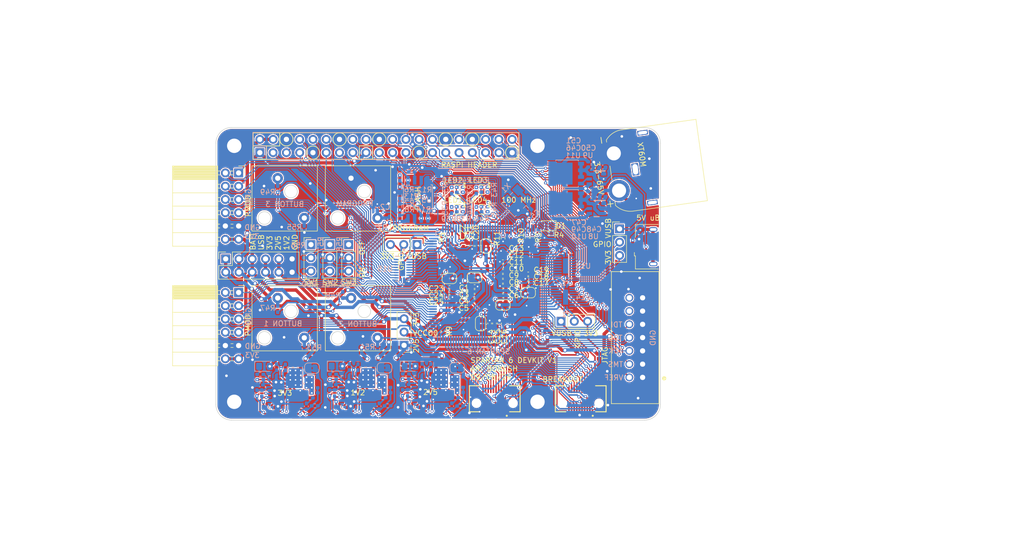
<source format=kicad_pcb>
(kicad_pcb (version 20221018) (generator pcbnew)
  (layers (0 "F.Cu" signal) (31 "B.Cu" signal) (34 "B.Paste" user) (35 "F.Paste" user) (36 "B.SilkS" user "B.Silkscreen") (37 "F.SilkS" user "F.Silkscreen") (38 "B.Mask" user) (39 "F.Mask" user) (44 "Edge.Cuts" user))
  (net 0 "")
  (net 1 "1V2")
  (net 2 "GND")
  (net 3 "Net-(U1C-PROGRAM_B_2)")
  (net 4 "3V3")
  (net 5 "VCCO_0")
  (net 6 "/Regulators/SW1")
  (net 7 "Net-(U6-BST)")
  (net 8 "/Regulators/VIN")
  (net 9 "Net-(U6-SVIN)")
  (net 10 "Net-(U6-PVDD)")
  (net 11 "/Regulators/VDD1")
  (net 12 "Net-(C33-Pad1)")
  (net 13 "/Regulators/FB1")
  (net 14 "/Regulators/SW2")
  (net 15 "Net-(U7-BST)")
  (net 16 "Net-(U7-PVDD)")
  (net 17 "/Regulators/VDD2")
  (net 18 "Net-(U7-SVIN)")
  (net 19 "Net-(C43-Pad1)")
  (net 20 "/Regulators/FB2")
  (net 21 "VUSB")
  (net 22 "VBATT")
  (net 23 "Net-(U8-VCAP)")
  (net 24 "Net-(U9-VCAP)")
  (net 25 "/Regulators/SW3")
  (net 26 "Net-(U12-BST)")
  (net 27 "Net-(U12-PVDD)")
  (net 28 "Net-(U12-VDD)")
  (net 29 "Net-(U12-SVIN)")
  (net 30 "Net-(C60-Pad1)")
  (net 31 "/Regulators/FB3")
  (net 32 "2V5")
  (net 33 "Net-(D1-K)")
  (net 34 "/Program/DONE")
  (net 35 "Net-(D2-K)")
  (net 36 "Net-(D3-K)")
  (net 37 "Net-(D4-K)")
  (net 38 "TMS")
  (net 39 "TCK")
  (net 40 "TDO")
  (net 41 "TDI")
  (net 44 "Net-(U1A-IO_L1N_VREF_0)")
  (net 45 "Net-(U1A-IO_L2P_0)")
  (net 46 "Net-(U1A-IO_L2N_0)")
  (net 47 "Net-(U1A-IO_L3P_0)")
  (net 48 "Net-(U1A-IO_L3N_0)")
  (net 49 "Net-(U1A-IO_L4P_0)")
  (net 50 "Net-(U1A-IO_L37P_GCLK13_0)")
  (net 51 "Net-(U1A-IO_L4N_0)")
  (net 52 "Net-(U1A-IO_L36N_GCLK14_0)")
  (net 53 "Net-(U1A-IO_L34P_GCLK19_0)")
  (net 54 "Net-(U1A-IO_L36P_GCLK15_0)")
  (net 55 "Net-(U1A-IO_L34N_GCLK18_0)")
  (net 56 "Net-(U1A-IO_L35N_GCLK16_0)")
  (net 57 "Net-(U1A-IO_L35P_GCLK17_0)")
  (net 61 "unconnected-(J3-Shield-Pad6)")
  (net 62 "Net-(U1A-IO_L37N_GCLK12_0)")
  (net 63 "Net-(U1A-IO_L62P_0)")
  (net 64 "Net-(U1A-IO_L62N_VREF_0)")
  (net 65 "Net-(U1A-IO_L63P_SCP7_0)")
  (net 66 "Net-(U1A-IO_L63N_SCP6_0)")
  (net 67 "Net-(U1A-IO_L64P_SCP5_0)")
  (net 68 "Net-(U1A-IO_L47N_1)")
  (net 69 "Net-(U1A-IO_L64N_SCP4_0)")
  (net 70 "Net-(U1A-IO_L74P_AWAKE_1)")
  (net 71 "Net-(U1A-IO_L65P_SCP3_0)")
  (net 72 "Net-(U1A-IO_L74N_DOUT_BUSY_1)")
  (net 73 "Net-(U1A-IO_L65N_SCP2_0)")
  (net 74 "Net-(U1A-IO_L66N_SCP0_0)")
  (net 75 "Net-(U1A-IO_L66P_SCP1_0)")
  (net 76 "PMOD1_0")
  (net 77 "PMOD1_1")
  (net 78 "PMOD1_2")
  (net 79 "PMOD1_3")
  (net 80 "PMOD1_4")
  (net 81 "PMOD1_5")
  (net 82 "PMOD1_6")
  (net 83 "PMOD1_7")
  (net 84 "PMOD2_0")
  (net 85 "PMOD2_1")
  (net 86 "PMOD2_2")
  (net 87 "PMOD2_3")
  (net 88 "PMOD2_4")
  (net 89 "PMOD2_5")
  (net 90 "PMOD2_6")
  (net 91 "PMOD2_7")
  (net 92 "GPIO2")
  (net 93 "GPIO3")
  (net 94 "GPIO4")
  (net 95 "GPIO14")
  (net 96 "GPIO15")
  (net 97 "GPIO17")
  (net 98 "GPIO18")
  (net 99 "GPIO27")
  (net 100 "GPIO22")
  (net 101 "GPIO23")
  (net 102 "GPIO24")
  (net 103 "GPIO10")
  (net 104 "GPIO9")
  (net 105 "GPIO25")
  (net 106 "GPIO11")
  (net 107 "GPIO8")
  (net 108 "GPIO7")
  (net 109 "GPIO0")
  (net 110 "GPIO1")
  (net 111 "GPIO5")
  (net 112 "GPIO6")
  (net 113 "GPIO12")
  (net 114 "GPIO13")
  (net 115 "GPIO19")
  (net 116 "GPIO16")
  (net 117 "GPIO26")
  (net 118 "GPIO20")
  (net 119 "GPIO21")
  (net 120 "Net-(LED1-Pad2)")
  (net 121 "Net-(LED1-Pad1)")
  (net 122 "Net-(LED1-Pad4)")
  (net 123 "Net-(LED2-Pad2)")
  (net 124 "Net-(LED2-Pad1)")
  (net 125 "Net-(LED2-Pad4)")
  (net 126 "Net-(LED3-Pad2)")
  (net 127 "Net-(LED3-Pad1)")
  (net 128 "Net-(LED3-Pad4)")
  (net 129 "Net-(LED4-Pad2)")
  (net 130 "Net-(LED4-Pad1)")
  (net 131 "Net-(LED4-Pad4)")
  (net 132 "Net-(U12-ILIM)")
  (net 133 "/Bank2/INIT_B_IO")
  (net 134 "SPI_CS")
  (net 135 "SPI_CLK")
  (net 136 "/Bank1/HSWAPEN")
  (net 137 "/Bank2/M0_IO")
  (net 138 "/Bank2/M1_IO")
  (net 139 "SPI_MISO1")
  (net 140 "/Bank2/SPI_MISO1_IO")
  (net 141 "SPI_MISO2")
  (net 142 "SPI_MISO3")
  (net 143 "Net-(U6-ILIM)")
  (net 144 "Net-(U6-PG)")
  (net 145 "Net-(U7-ILIM)")
  (net 146 "Net-(U7-PG)")
  (net 147 "Net-(U12-PG)")
  (net 148 "/Bank2/R1")
  (net 149 "/Bank2/R2")
  (net 150 "/Bank2/R3")
  (net 151 "/Bank2/G1")
  (net 152 "/Bank2/B1")
  (net 153 "/Bank2/G2")
  (net 154 "/Bank2/B2")
  (net 155 "/Bank2/G3")
  (net 156 "/Bank2/B3")
  (net 157 "/Bank2/R4")
  (net 158 "/Bank2/G4")
  (net 159 "/Bank2/B4")
  (net 160 "Net-(R47-Pad1)")
  (net 161 "Net-(R48-Pad1)")
  (net 162 "Net-(R49-Pad1)")
  (net 163 "Net-(SW9-C)")
  (net 164 "Net-(SW10-C)")
  (net 165 "Net-(SW11-C)")
  (net 166 "/Bank2/BTN1")
  (net 167 "/Bank2/BTN2")
  (net 168 "/Bank2/BTN3")
  (net 169 "/Bank2/SW1")
  (net 170 "/Bank2/SW2")
  (net 171 "/Bank2/SW3")
  (net 172 "Net-(SW3-B)")
  (net 173 "Net-(SW4-B)")
  (net 174 "Net-(SW5-B)")
  (net 178 "Net-(U15-A7)")
  (net 179 "Net-(U15-A6)")
  (net 180 "Net-(U15-A5)")
  (net 181 "Net-(U15-A4)")
  (net 182 "Net-(U15-A3)")
  (net 183 "Net-(U15-A2)")
  (net 184 "Net-(U15-A1)")
  (net 185 "Net-(U15-A0)")
  (net 186 "/Bank2/OSCI")
  (net 187 "SPI_MOSI{slash}MISO0")
  (net 189 "OE")
  (net 190 "Net-(U13-A7)")
  (net 191 "Net-(U13-A6)")
  (net 192 "Net-(U13-A5)")
  (net 193 "Net-(U13-A4)")
  (net 194 "Net-(U13-A3)")
  (net 195 "Net-(U13-A2)")
  (net 196 "Net-(U13-A1)")
  (net 197 "Net-(U13-A0)")
  (net 198 "Net-(U14-A7)")
  (net 199 "Net-(U14-A6)")
  (net 200 "Net-(U14-A5)")
  (net 201 "Net-(U14-A4)")
  (net 202 "Net-(U14-A3)")
  (net 203 "Net-(U14-A2)")
  (net 204 "Net-(U14-A1)")
  (net 205 "Net-(U14-A0)")
  (net 206 "Net-(U10-G)")
  (net 207 "Net-(U11-G)")
  (net 212 "GND1")
  (net 213 "VCC_INT")
  (net 214 "VCC_AUX")
  (net 215 "VCCO_1")
  (net 216 "VCCO_2")
  (net 217 "VCCO_3")
  (net 218 "Net-(JP9-B)")
  (net 219 "GND2")
  (net 220 "GND3")
  (footprint "Resistor_SMD:R_0402_1005Metric_Pad0.72x0.64mm_HandSolder" (layer "F.Cu") (at 114.678031 55.143707 90)
    (fp_text reference "R11")
    (fp_text value "10k")
  )
  (footprint "fpga:SAMTEC_LSHM-110-04.0-L-DV-A-N-K-TR" (layer "F.Cu") (at 129.525149 85.857451)
    (fp_text reference "J4" hide)
    (fp_text value "LSHM-110-04.0-L-DV-A-N-K-TR")
  )
  (footprint "fpga:RASPI" (layer "F.Cu") (at 59.7596 33.9362)
    (fp_text reference "J9" hide)
    (fp_text value "Conn_01x01_Pin" hide)
    (fp_line (start 0 53) (end 0 3) (stroke (width 0.12)) (layer "Edge.Cuts"))
    (fp_line (start 3 0) (end 82 0) (stroke (width 0.12)) (layer "Edge.Cuts"))
    (fp_line (start 82 56) (end 3 56) (stroke (width 0.12)) (layer "Edge.Cuts"))
    (fp_line (start 85 3) (end 85 53) (stroke (width 0.12)) (layer "Edge.Cuts"))
    (fp_arc (start 0 3) (mid 0.878679 0.878679) (end 3 0) (stroke (width 0.12)) (layer "Edge.Cuts"))
    (fp_arc (start 3 56) (mid 0.87868 55.12132) (end 0 53) (stroke (width 0.12)) (layer "Edge.Cuts"))
    (fp_arc (start 82 0) (mid 84.12132 0.87868) (end 85 3) (stroke (width 0.12)) (layer "Edge.Cuts"))
    (fp_arc (start 85 53) (mid 84.12132 55.12132) (end 82 56) (stroke (width 0.12)) (layer "Edge.Cuts"))
  )
  (footprint "fpga:NCA1" (layer "F.Cu") (at 90.678 51.2572 -90)
    (fp_text reference "SW2" hide)
    (fp_text value "SW_Push")
    (fp_circle (center -5.08 2.54) (end -3.86 2.54) (stroke (width 0.12)) (fill none) (layer "Edge.Cuts"))
    (fp_circle (center 0 7.62) (end 1.22 7.62) (stroke (width 0.12)) (fill none) (layer "Edge.Cuts"))
  )
  (footprint "fpga:SAMTEC_LSHM-110-04.0-L-DV-A-N-K-TR" (layer "F.Cu") (at 113.081749 85.857451)
    (fp_text reference "J2" hide)
    (fp_text value "LSHM-110-04.0-L-DV-A-N-K-TR")
  )
  (footprint "Connector_AMASS:AMASS_XT60IPW-M_1x03_P7.20mm_Horizontal" (layer "F.Cu") (at 135.856175 38.879383 -82)
    (fp_text reference "XT60M")
    (fp_text value "XT60M")
  )
  (footprint "Jumper:SolderJumper-2_P1.3mm_Bridged2Bar_RoundedPad1.0x1.5mm" (layer "F.Cu") (at 109.229087 62.648807 180)
    (fp_text reference "JP7" hide)
    (fp_text value "SolderJumper_2_Bridged")
  )
  (footprint "Resistor_SMD:R_0402_1005Metric_Pad0.72x0.64mm_HandSolder" (layer "F.Cu") (at 119.297889 55.003407 90)
    (fp_text reference "R10")
    (fp_text value "10k")
  )
  (footprint "Connector_PinHeader_2.54mm:PinHeader_1x03_P2.54mm_Vertical" (layer "F.Cu") (at 77.935 56.3442)
    (fp_text reference "SW9" hide)
    (fp_text value "SW_SPDT")
  )
  (footprint "Jumper:SolderJumper-2_P1.3mm_Bridged2Bar_RoundedPad1.0x1.5mm" (layer "F.Cu") (at 110.382487 71.447607 90)
    (fp_text reference "JP9" hide)
    (fp_text value "SolderJumper_2_Bridged")
  )
  (footprint "LED_SMD:LED_0805_2012Metric_Pad1.15x1.40mm_HandSolder" (layer "F.Cu") (at 122.949431 52.742807 180)
    (fp_text reference "D1")
    (fp_text value "LED")
  )
  (footprint "Resistor_SMD:R_0402_1005Metric_Pad0.72x0.64mm_HandSolder" (layer "F.Cu") (at 120.263089 55.003407 -90)
    (fp_text reference "R3")
    (fp_text value "330")
  )
  (footprint "Capacitor_SMD:C_0402_1005Metric_Pad0.74x0.62mm_HandSolder" (layer "F.Cu") (at 113.992287 71.441307 90)
    (fp_text reference "C16")
    (fp_text value "0.47u")
  )
  (footprint "Connector_PinHeader_2.54mm:PinHeader_1x03_P2.54mm_Vertical" (layer "F.Cu") (at 85.1498 56.343)
    (fp_text reference "SW11" hide)
    (fp_text value "SW_SPDT")
  )
  (footprint "Jumper:SolderJumper-2_P1.3mm_Bridged2Bar_RoundedPad1.0x1.5mm" (layer "F.Cu") (at 104.403087 62.826607 180)
    (fp_text reference "JP5" hide)
    (fp_text value "SolderJumper_2_Bridged")
  )
  (footprint "Capacitor_SMD:C_0402_1005Metric_Pad0.74x0.62mm_HandSolder" (layer "F.Cu") (at 109.696689 56.612307 -90)
    (fp_text reference "C20")
    (fp_text value "4.7u")
  )
  (footprint "Connector_PinSocket_2.54mm:PinSocket_2x06_P2.54mm_Horizontal" (layer "F.Cu") (at 64.1036 42.6282)
    (fp_text reference "J5" hide)
    (fp_text value "Conn_02x06_Top_Bottom")
  )
  (footprint "Connector_PinSocket_2.54mm:PinSocket_2x06_P2.54mm_Vertical" (layer "F.Cu") (at 61.6282 59.0874 90)
    (fp_text reference "J8" hide)
    (fp_text value "Conn_02x06_Top_Bottom")
  )
  (footprint "Capacitor_SMD:C_0402_1005Metric_Pad0.74x0.62mm_HandSolder" (layer "F.Cu") (at 104.430187 66.408007)
    (fp_text reference "C25")
    (fp_text value "0.47u")
  )
  (footprint "fpga:B38G3RGB-10D0003H2U1930_HVK" (layer "F.Cu") (at 105.9058 45.854 180)
    (fp_text reference "LED2")
    (fp_text value "B38G3RGB-10D0003H2U1930")
  )
  (footprint "fpga:NCA1" (layer "F.Cu") (at 76.6572 51.2572 -90)
    (fp_text reference "SW8" hide)
    (fp_text value "SW_Push")
    (fp_circle (center -5.08 2.54) (end -3.86 2.54) (stroke (width 0.12)) (fill none) (layer "Edge.Cuts"))
    (fp_circle (center 0 7.62) (end 1.22 7.62) (stroke (width 0.12)) (fill none) (layer "Edge.Cuts"))
  )
  (footprint "Capacitor_SMD:C_0402_1005Metric_Pad0.74x0.62mm_HandSolder" (layer "F.Cu") (at 109.230787 66.241407)
    (fp_text reference "C4")
    (fp_text value "4.7u")
  )
  (footprint "Capacitor_SMD:C_0402_1005Metric_Pad0.74x0.62mm_HandSolder" (layer "F.Cu") (at 107.817089 56.612307 -90)
    (fp_text reference "C22")
    (fp_text value "0.47u")
  )
  (footprint "Jumper:SolderJumper-2_P1.3mm_Bridged2Bar_RoundedPad1.0x1.5mm" (layer "F.Cu") (at 114.639287 67.881207)
    (fp_text reference "JP8" hide)
    (fp_text value "SolderJumper_2_Bridged")
  )
  (footprint "Capacitor_SMD:C_0402_1005Metric_Pad0.74x0.62mm_HandSolder" (layer "F.Cu") (at 112.109687 71.441307 90)
    (fp_text reference "C14")
    (fp_text value "4.7u")
  )
  (footprint "Capacitor_SMD:C_0402_1005Metric_Pad0.74x0.62mm_HandSolder" (layer "F.Cu") (at 109.230787 64.376007)
    (fp_text reference "C1")
    (fp_text value "4.7u")
  )
  (footprint "programmer:SULLINS_SBH11-PBPC-D07-ST-BK" (layer "F.Cu") (at 140.0888 74.1496 90)
    (fp_text reference "J1" hide)
    (fp_text value "SBH11-PBPC-D07-ST-BK")
  )
  (footprint "Capacitor_SMD:C_0402_1005Metric_Pad0.74x0.62mm_HandSolder" (layer "F.Cu") (at 109.230787 65.315807)
    (fp_text reference "C3")
    (fp_text value "4.7u")
  )
  (footprint "Capacitor_SMD:C_0402_1005Metric_Pad0.74x0.62mm_HandSolder" (layer "F.Cu") (at 119.487787 62.888607 180)
    (fp_text reference "C18")
    (fp_text value "0.47u")
  )
  (footprint "Connector_PinHeader_2.54mm:PinHeader_1x03_P2.54mm_Vertical" (layer "F.Cu") (at 136.9568 53.34)
    (fp_text reference "SW3" hide)
    (fp_text value "SW_SPDT")
  )
  (footprint "Capacitor_SMD:C_0402_1005Metric_Pad0.74x0.62mm_HandSolder" (layer "F.Cu") (at 119.487787 63.817207 180)
    (fp_text reference "C17")
    (fp_text value "4.7u")
  )
  (footprint "Capacitor_SMD:C_0402_1005Metric_Pad0.74x0.62mm_HandSolder" (layer "F.Cu") (at 114.649687 66.154007 180)
    (fp_text reference "C6")
    (fp_text value "4.7u")
  )
  (footprint "fpga:B38G3RGB-10D0003H2U1930_HVK" (layer "F.Cu") (at 110.6193 45.835399 180)
    (fp_text reference "LED3")
    (fp_text value "B38G3RGB-10D0003H2U1930")
  )
  (footprint "Connector_PinHeader_2.54mm:PinHeader_1x03_P2.54mm_Vertical" (layer "F.Cu") (at 98.2218 56.3372 -90)
    (fp_text reference "SW5" hide)
    (fp_text value "SW_SPDT")
  )
  (footprint "Capacitor_SMD:C_0402_1005Metric_Pad0.74x0.62mm_HandSolder" (layer "F.Cu") (at 114.649687 64.285607 180)
    (fp_text reference "C8")
    (fp_text value "4.7u")
  )
  (footprint "Capacitor_SMD:C_0402_1005Metric_Pad0.74x0.62mm_HandSolder" (layer "F.Cu") (at 109.230787 67.170007)
    (fp_text reference "C5")
    (fp_text value "0.47u")
  )
  (footprint "Jumper:SolderJumper-2_P1.3mm_Bridged2Bar_RoundedPad1.0x1.5mm" (layer "F.Cu") (at 119.460687 65.544407)
    (fp_text reference "JP4" hide)
    (fp_text value "SolderJumper_2_Bridged")
  )
  (footprint "Connector_PinHeader_2.54mm:PinHeader_1x03_P2.54mm_Vertical" (layer "F.Cu") (at 81.5448 56.343)
    (fp_text reference "SW10" hide)
    (fp_text value "SW_SPDT")
  )
  (footprint "Capacitor_SMD:C_0402_1005Metric_Pad0.74x0.62mm_HandSolder" (layer "F.Cu") (at 104.430187 64.553807)
    (fp_text reference "C23")
    (fp_text value "4.7u")
  )
  (footprint "Capacitor_SMD:C_0402_1005Metric_Pad0.74x0.62mm_HandSolder" (layer "F.Cu") (at 114.633887 59.626207 180)
    (fp_text reference "C13")
    (fp_text value "0.47u")
  )
  (footprint "Resistor_SMD:R_0402_1005Metric_Pad0.72x0.64mm_HandSolder" (layer "F.Cu") (at 104.187831 54.952607 90)
    (fp_text reference "R5")
    (fp_text value "4.7k")
  )
  (footprint "Capacitor_SMD:C_0402_1005Metric_Pad0.74x0.62mm_HandSolder" (layer "F.Cu") (at 114.640987 62.420207 180)
    (fp_text reference "C10")
    (fp_text value "4.7u")
  )
  (footprint "Capacitor_SMD:C_0402_1005Metric_Pad0.74x0.62mm_HandSolder" (layer "F.Cu") (at 114.649687 65.214207 180)
    (fp_text reference "C7")
    (fp_text value "4.7u")
  )
  (footprint "Jumper:SolderJumper-2_P1.3mm_Bridged2Bar_RoundedPad1.0x1.5mm" (layer "F.Cu") (at 111.423889 56.603607 90)
    (fp_text reference "JP6" hide)
    (fp_text value "SolderJumper_2_Bridged")
  )
  (footprint "fpga:B38G3RGB-10D0003H2U1930_HVK" (layer "F.Cu") (at 105.8804 49.589 180)
    (fp_text reference "LED1")
    (fp_text value "B38G3RGB-10D0003H2U1930")
  )
  (footprint "Connector_USB:USB_Micro-B_Amphenol_10118193-0001LF_Horizontal" (layer "F.Cu") (at 143.3946 56.7516 90)
    (fp_text reference "J3" hide)
    (fp_text value "USB_B_Micro")
  )
  (footprint "Capacitor_SMD:C_0402_1005Metric_Pad0.74x0.62mm_HandSolder" (layer "F.Cu") (at 114.640987 60.551807 180)
    (fp_text reference "C12")
    (fp_text value "4.7u")
  )
  (footprint "Capacitor_SMD:C_0402_1005Metric_Pad0.74x0.62mm_HandSolder" (layer "F.Cu") (at 119.487787 61.963007 180)
    (fp_text reference "C19")
    (fp_text value "0.47u")
  )
  (footprint "fpga:NCA1" (layer "F.Cu") (at 76.6558 74.1912 -90)
    (fp_text reference "SW6" hide)
    (fp_text value "SW_Push")
    (fp_circle (center -5.08 2.54) (end -3.86 2.54) (stroke (width 0.12)) (fill none) (layer "Edge.Cuts"))
    (fp_circle (center 0 7.62) (end 1.22 7.62) (stroke (width 0.12)) (fill none) (layer "Edge.Cuts"))
  )
  (footprint "Resistor_SMD:R_0402_1005Metric_Pad0.72x0.64mm_HandSolder" (layer "F.Cu") (at 103.194289 72.910407 -90)
    (fp_text reference "R9")
    (fp_text value "10k")
  )
  (footprint "Connector_PinHeader_2.54mm:PinHeader_1x03_P2.54mm_Vertical" (layer "F.Cu") (at 125.7554 71.033701 90)
    (fp_text reference "SW4" hide)
    (fp_text value "SW_SPDT")
  )
  (footprint "Resistor_SMD:R_0402_1005Metric_Pad0.72x0.64mm_HandSolder" (layer "F.Cu") (at 123.300731 54.241407 180)
    (fp_text reference "R4")
    (fp_text value "330")
  )
  (footprint "Connector_PinSocket_2.54mm:PinSocket_2x06_P2.54mm_Horizontal" (layer "F.Cu") (at 64.1036 65.5132)
    (fp_text reference "J6" hide)
    (fp_text value "Conn_02x06_Top_Bottom")
  )
  (footprint "Capacitor_SMD:C_0402_1005Metric_Pad0.74x0.62mm_HandSolder" (layer "F.Cu") (at 113.049487 71.441307 90)
    (fp_text reference "C15")
    (fp_text value "0.47u")
  )
  (footprint "fpga:B38G3RGB-10D0003H2U1930_HVK" (layer "F.Cu") (at 110.6193 49.593399 180)
    (fp_text reference "LED4")
    (fp_text value "B38G3RGB-10D0003H2U1930")
  )
  (footprint "Connector_PinHeader_2.54mm:PinHeader_1x03_P2.54mm_Vertical" (layer "F.Cu") (at 95.7404 75.6228 180)
    (fp_text reference "SW1" hide)
    (fp_text value "SW_SPDT")
  )
  (footprint "fpga:NCA1" (layer "F.Cu") (at 90.6766 74.2004 -90)
    (fp_text reference "SW7" hide)
    (fp_text value "SW_Push")
    (fp_circle (center -5.08 2.54) (end -3.86 2.54) (stroke (width 0.12)) (fill none) (layer "Edge.Cuts"))
    (fp_circle (center 0 7.62) (end 1.22 7.62) (stroke (width 0.12)) (fill none) (layer "Edge.Cuts"))
  )
  (footprint "Capacitor_SMD:C_0402_1005Metric_Pad0.74x0.62mm_HandSolder" (layer "F.Cu") (at 114.649687 63.360007 180)
    (fp_text reference "C9")
    (fp_text value "4.7u")
  )
  (footprint "Capacitor_SMD:C_0402_1005Metric_Pad0.74x0.62mm_HandSolder" (layer "F.Cu") (at 108.756889 56.612307 -90)
    (fp_text reference "C21")
    (fp_text value "0.47u")
  )
  (footprint "Capacitor_SMD:C_0402_1005Metric_Pad0.74x0.62mm_HandSolder" (layer "F.Cu") (at 104.430187 65.482407)
    (fp_text reference "C24")
    (fp_text value "0.47u")
  )
  (footprint "Capacitor_SMD:C_0402_1005Metric_Pad0.74x0.62mm_HandSolder" (layer "F.Cu") (at 114.640987 61.480407 180)
    (fp_text reference "C11")
    (fp_text value "4.7u")
  )
  (footprint "Capacitor_SMD:C_0402_1005Metric_Pad0.74x0.62mm_HandSolder" (layer "B.Cu") (at 106.487456 81.6672)
    (fp_text reference "C62" hide)
    (fp_text value "47u")
  )
  (footprint "Resistor_SMD:R_0402_1005Metric_Pad0.72x0.64mm_HandSolder" (layer "B.Cu") (at 96.082456 81.0922)
    (fp_text reference "R30" hide)
    (fp_text value "82")
  )
  (footprint "Resistor_SMD:R_0402_1005Metric_Pad0.72x0.64mm_HandSolder" (layer "B.Cu") (at 82.154545 82.166998 180)
    (fp_text reference "R25" hide)
    (fp_text value "2.2")
  )
  (footprint "Capacitor_SMD:C_0402_1005Metric_Pad0.74x0.62mm_HandSolder" (layer "B.Cu") (at 82.752045 86.984498 90)
    (fp_text reference "C40" hide)
    (fp_text value "2.2u")
  )
  (footprint "Resistor_SMD:R_0402_1005Metric_Pad0.72x0.64mm_HandSolder" (layer "B.Cu") (at 104.839 45.9931 -90)
    (fp_text reference "R36")
    (fp_text value "270")
  )
  (footprint "fpga:WQFN20_2P5X4P5_ONS" (layer "B.Cu") (at 126.631 66.3956)
    (fp_text reference "U14")
    (fp_text value "FXMA108BQX")
  )
  (footprint "Package_TO_SOT_SMD:LFPAK56" (layer "B.Cu") (at 126.914601 42.760255 180)
    (fp_text reference "U11")
    (fp_text value "~")
  )
  (footprint "Capacitor_SMD:C_0402_1005Metric_Pad0.74x0.62mm_HandSolder" (layer "B.Cu") (at 131.534101 40.491255)
    (fp_text reference "C51")
    (fp_text value "1u HV")
  )
  (footprint "Resistor_SMD:R_0402_1005Metric_Pad0.72x0.64mm_HandSolder" (layer "B.Cu") (at 106.477456 87.2422)
    (fp_text reference "R34" hide)
    (fp_text value "10k")
  )
  (footprint "Resistor_SMD:R_0402_1005Metric_Pad0.72x0.64mm_HandSolder" (layer "B.Cu") (at 80.1714 62.0072 -90)
    (fp_text reference "R51")
    (fp_text value "1k")
  )
  (footprint "Package_TO_SOT_SMD:LFPAK56" (layer "B.Cu") (at 126.922001 48.419255 180)
    (fp_text reference "U10")
    (fp_text value "~")
  )
  (footprint "Resistor_SMD:R_0402_1005Metric_Pad0.72x0.64mm_HandSolder" (layer "B.Cu") (at 83.7946 58.8264 -90)
    (fp_text reference "R58")
    (fp_text value "10k")
  )
  (footprint "Resistor_SMD:R_0402_1005Metric_Pad0.72x0.64mm_HandSolder" (layer "B.Cu") (at 111.1368 50.0554 180)
    (fp_text reference "R46")
    (fp_text value "56")
  )
  (footprint "fpga:DBV0006A_N" (layer "B.Cu") (at 132.572 49.444256 180)
    (fp_text reference "U8")
    (fp_text value "LM74700QDBVRQ1")
  )
  (footprint "fpga:VQFN32_PHA_MCH" (layer "B.Cu") (at 100.754956 84.5172 -90)
    (fp_text reference "U12" hide)
    (fp_text value "MIC28515T-E/PHA")
  )
  (footprint "Resistor_SMD:R_0402_1005Metric_Pad0.72x0.64mm_HandSolder" (layer "B.Cu") (at 76.6234 53.3949 90)
    (fp_text reference "R55")
    (fp_text value "10k")
  )
  (footprint "fpga:VQFN32_PHA_MCH" (layer "B.Cu") (at 72.930001 84.574 -90)
    (fp_text reference "U6" hide)
    (fp_text value "MIC28515T-E/PHA")
  )
  (footprint "Capacitor_SMD:C_0402_1005Metric_Pad0.74x0.62mm_HandSolder" (layer "B.Cu") (at 101.829956 79.7997 -90)
    (fp_text reference "C56" hide)
    (fp_text value "2.2u HV")
  )
  (footprint "Capacitor_SMD:C_0402_1005Metric_Pad0.74x0.62mm_HandSolder" (layer "B.Cu") (at 104.854956 87.2747 -90)
    (fp_text reference "C60" hide)
    (fp_text value "0.1u")
  )
  (footprint "Capacitor_SMD:C_0402_1005Metric_Pad0.74x0.62mm_HandSolder" (layer "B.Cu") (at 68.843 87.0211 90)
    (fp_text reference "C31" hide)
    (fp_text value "2.2u")
  )
  (footprint "Jumper:SolderJumper-2_P1.3mm_Bridged2Bar_RoundedPad1.0x1.5mm" (layer "B.Cu") (at 78.114099 80.002 180)
    (fp_text reference "JP1" hide)
    (fp_text value "SolderJumper_2_Bridged")
  )
  (footprint "Capacitor_SMD:C_0402_1005Metric_Pad0.74x0.62mm_HandSolder" (layer "B.Cu") (at 75.937 79.8409 -90)
    (fp_text reference "C29" hide)
    (fp_text value "2.2u HV")
  )
  (footprint "Resistor_SMD:R_0402_1005Metric_Pad0.72x0.64mm_HandSolder" (layer "B.Cu") (at 106.4259 45.3702 180)
    (fp_text reference "R40")
    (fp_text value "56")
  )
  (footprint "Capacitor_SMD:C_0402_1005Metric_Pad0.74x0.62mm_HandSolder" (layer "B.Cu") (at 87.902045 79.824498 -90)
    (fp_text reference "C39" hide)
    (fp_text value "2.2u HV")
  )
  (footprint "Resistor_SMD:R_0402_1005Metric_Pad0.72x0.64mm_HandSolder" (layer "B.Cu") (at 71.5758 68.7048 -90)
    (fp_text reference "R47")
    (fp_text value "1k")
  )
  (footprint "Capacitor_SMD:C_0402_1005Metric_Pad0.74x0.62mm_HandSolder" (layer "B.Cu") (at 78.6415 83.7612)
    (fp_text reference "C34" hide)
    (fp_text value "4.7n")
  )
  (footprint "Capacitor_SMD:C_0402_1005Metric_Pad0.74x0.62mm_HandSolder" (layer "B.Cu") (at 74.0066 79.8409 -90)
    (fp_text reference "C27" hide)
    (fp_text value "2.2u HV")
  )
  (footprint "Capacitor_SMD:C_0402_1005Metric_Pad0.74x0.62mm_HandSolder" (layer "B.Cu") (at 103.754956 79.8097 -90)
    (fp_text reference "C54" hide)
    (fp_text value "2.2u HV")
  )
  (footprint "Resistor_SMD:R_0402_1005Metric_Pad0.72x0.64mm_HandSolder" (layer "B.Cu") (at 85.277045 79.769498 -90)
    (fp_text reference "R22" hide)
    (fp_text value "1.5k")
  )
  (footprint "Capacitor_SMD:C_0402_1005Metric_Pad0.74x0.62mm_HandSolder" (layer "B.Cu") (at 90.977045 87.291998 -90)
    (fp_text reference "C43" hide)
    (fp_text value "0.1u")
  )
  (footprint "Connector_PinSocket_2.54mm:PinSocket_2x20_P2.54mm_Vertical" (layer "B.Cu") (at 68.156 38.742 -90)
    (fp_text reference "J7" hide)
    (fp_text value "Conn_02x20_Odd_Even")
  )
  (footprint "Resistor_SMD:R_0402_1005Metric_Pad0.72x0.64mm_HandSolder" (layer "B.Cu") (at 91.624545 85.666998)
    (fp_text reference "R26" hide)
    (fp_text value "7.5k")
  )
  (footprint "Resistor_SMD:R_0402_1005Metric_Pad0.72x0.64mm_HandSolder" (layer "B.Cu") (at 76.5634 62.0084 -90)
    (fp_text reference "R50")
    (fp_text value "1k")
  )
  (footprint "Resistor_SMD:R_0402_1005Metric_Pad0.72x0.64mm_HandSolder" (layer "B.Cu") (at 82.4484 84.7598 90)
    (fp_text reference "R23" hide)
    (fp_text value "2.2")
  )
  (footprint "Resistor_SMD:R_0402_1005Metric_Pad0.72x0.64mm_HandSolder" (layer "B.Cu") (at 106.4259 46.3354 180)
    (fp_text reference "R41")
    (fp_text value "56")
  )
  (footprint "Resistor_SMD:R_0402_1005Metric_Pad0.72x0.64mm_HandSolder" (layer "B.Cu") (at 68.5292 84.7852 90)
    (fp_text reference "R17" hide)
    (fp_text value "2.2")
  )
  (footprint "Resistor_SMD:R_0402_1005Metric_Pad0.72x0.64mm_HandSolder" (layer "B.Cu") (at 105.504956 85.6422)
    (fp_text reference "R32" hide)
    (fp_text value "10k")
  )
  (footprint "Resistor_SMD:R_0402_1005Metric_Pad0.72x0.64mm_HandSolder" (layer "B.Cu") (at 77.715 85.6916)
    (fp_text reference "R19" hide)
    (fp_text value "10k")
  )
  (footprint "Resistor_SMD:R_0402_1005Metric_Pad0.72x0.64mm_HandSolder" (layer "B.Cu") (at 94.9345 46.9017 -90)
    (fp_text reference "R7")
    (fp_text value "100k")
  )
  (footprint "Capacitor_SMD:C_0402_1005Metric_Pad0.74x0.62mm_HandSolder" (layer "B.Cu") (at 81.502045 84.749498 90)
    (fp_text reference "C41" hide)
    (fp_text value "2.2u")
  )
  (footprint "Resistor_SMD:R_0402_1005Metric_Pad0.72x0.64mm_HandSolder" (layer "B.Cu") (at 68.239001 81.1704)
    (fp_text reference "R18" hide)
    (fp_text value "82")
  )
  (footprint "Inductor_SMD:L_0402_1005Metric_Pad0.77x0.64mm_HandSolder" (layer "B.Cu") (at 104.879956 84.0197 90)
    (fp_text reference "L3" hide)
    (fp_text value "1.5u")
  )
  (footprint "Resistor_SMD:R_0402_1005Metric_Pad0.72x0.64mm_HandSolder" (layer "B.Cu") (at 83.7782 62.0176 -90)
    (fp_text reference "R52")
    (fp_text value "1k")
  )
  (footprint "fpga:DBV0006A_N" (layer "B.Cu") (at 132.5416 43.791257 180)
    (fp_text reference "U9")
    (fp_text value "LM74700QDBVRQ1")
  )
  (footprint "Resistor_SMD:R_0402_1005Metric_Pad0.72x0.64mm_HandSolder" (layer "B.Cu") (at 80.1624 58.8264 -90)
    (fp_text reference "R57")
    (fp_text value "10k")
  )
  (footprint "Capacitor_SMD:C_0402_1005Metric_Pad0.74x0.62mm_HandSolder" (layer "B.Cu") (at 133.7172 47.1504)
    (fp_text reference "C48")
    (fp_text value "0.1u HV")
  )
  (footprint "Resistor_SMD:R_0402_1005Metric_Pad0.72x0.64mm_HandSolder" (layer "B.Cu") (at 76.5634 58.2746 -90)
    (fp_text reference "R56")
    (fp_text value "10k")
  )
  (footprint "Resistor_SMD:R_0402_1005Metric_Pad0.72x0.64mm_HandSolder" (layer "B.Cu") (at 92.599545 87.216998)
    (fp_text reference "R28" hide)
    (fp_text value "10k")
  )
  (footprint "Resistor_SMD:R_0402_1005Metric_Pad0.72x0.64mm_HandSolder" (layer "B.Cu") (at 92.579545 84.691998)
    (fp_text reference "R27" hide)
    (fp_text value "10k")
  )
  (footprint "fpga:WQFN20_2P5X4P5_ONS" (layer "B.Cu") (at 126.619 60.4266)
    (fp_text reference "U13")
    (fp_text value "FXMA108BQX")
  )
  (footprint "Resistor_SMD:R_0402_1005Metric_Pad0.72x0.64mm_HandSolder" (layer "B.Cu") (at 104.839 49.7281 -90)
    (fp_text reference "R35")
    (fp_text value "270")
  )
  (footprint "Capacitor_SMD:C_0402_1005Metric_Pad0.74x0.62mm_HandSolder" (layer "B.Cu") (at 131.539501 46.219255)
    (fp_text reference "C47")
    (fp_text value "1u HV")
  )
  (footprint "Capacitor_SMD:C_0402_1005Metric_Pad0.74x0.62mm_HandSolder" (layer "B.Cu") (at 102.779956 79.7997 -90)
    (fp_text reference "C55" hide)
    (fp_text value "2.2u HV")
  )
  (footprint "Resistor_SMD:R_0402_1005Metric_Pad0.72x0.64mm_HandSolder" (layer "B.Cu") (at 111.125 46.3042 180)
    (fp_text reference "R43")
    (fp_text value "56")
  )
  (footprint "Resistor_SMD:R_0402_1005Metric_Pad0.72x0.64mm_HandSolder" (layer "B.Cu") (at 68.251101 82.1864 180)
    (fp_text reference "R16" hide)
    (fp_text value "2.2")
  )
  (footprint "Capacitor_SMD:C_0402_1005Metric_Pad0.74x0.62mm_HandSolder" (layer "B.Cu") (at 92.559545 81.691998)
    (fp_text reference "C45" hide)
    (fp_text value "47u")
  )
  (footprint "Capacitor_SMD:C_0402_1005Metric_Pad0.74x0.62mm_HandSolder" (layer "B.Cu") (at 86.927045 79.799498 -90)
    (fp_text reference "C36" hide)
    (fp_text value "0.1u")
  )
  (footprint "Resistor_SMD:R_0402_1005Metric_Pad0.72x0.64mm_HandSolder" (layer "B.Cu") (at 109.5643 49.7329 -90)
    (fp_text reference "R44")
    (fp_text value "270")
  )
  (footprint "Capacitor_SMD:C_0402_1005Metric_Pad0.74x0.62mm_HandSolder" (layer "B.Cu") (at 90.62278 49.15372 90)
    (fp_text reference "C2")
    (fp_text value "4.7u")
  )
  (footprint "Resistor_SMD:R_0402_1005Metric_Pad0.72x0.64mm_HandSolder" (layer "B.Cu") (at 84.0232 65.9892 90)
    (fp_text reference "R48")
    (fp_text value "1k")
  )
  (footprint "Capacitor_SMD:C_0402_1005Metric_Pad0.74x0.62mm_HandSolder" (layer "B.Cu") (at 95.429956 84.7097 90)
    (fp_text reference "C58" hide)
    (fp_text value "2.2u")
  )
  (footprint "Inductor_SMD:L_0402_1005Metric_Pad0.77x0.64mm_HandSolder" (layer "B.Cu") (at 91.002045 84.044498 90)
    (fp_text reference "L2" hide)
    (fp_text value "1.5u")
  )
  (footprint "Package_SO:SOIC-8W_5.3x5.3mm_P1.27mm" (layer "B.Cu") (at 98.3955 47.6712 -90)
    (fp_text reference "U5")
    (fp_text value "MT25QL128ABA1ESE")
  )
  (footprint "Capacitor_SMD:C_0402_1005Metric_Pad0.74x0.62mm_HandSolder" (layer "B.Cu") (at 131.534101 41.491255)
    (fp_text reference "C46")
    (fp_text value "22n HV")
  )
  (footprint "LED_SMD:LED_0805_2012Metric_Pad1.15x1.40mm_HandSolder" (layer "B.Cu") (at 96.879956 79.6172)
    (fp_text reference "D4" hide)
    (fp_text value "LED")
  )
  (footprint "Resistor_SMD:R_0402_1005Metric_Pad0.72x0.64mm_HandSolder" (layer "B.Cu") (at 106.4259 49.1052 180)
    (fp_text reference "R38")
    (fp_text value "56")
  )
  (footprint "Capacitor_SMD:C_0402_1005Metric_Pad0.74x0.62mm_HandSolder" (layer "B.Cu") (at 73.0414 79.8409 -90)
    (fp_text reference "C26" hide)
    (fp_text value "0.1u")
  )
  (footprint "Capacitor_SMD:C_0402_1005Metric_Pad0.74x0.62mm_HandSolder" (layer "B.Cu") (at 68.191601 83.2024)
    (fp_text reference "C30" hide)
    (fp_text value "1u HV")
  )
  (footprint "Capacitor_SMD:C_0402_1005Metric_Pad0.74x0.62mm_HandSolder" (layer "B.Cu") (at 67.5894 84.7685 90)
    (fp_text reference "C32" hide)
    (fp_text value "2.2u")
  )
  (footprint "Resistor_SMD:R_0402_1005Metric_Pad0.72x0.64mm_HandSolder" (layer "B.Cu") (at 78.6681 87.2156)
    (fp_text reference "R21" hide)
    (fp_text value "2.2k")
  )
  (footprint "Resistor_SMD:R_0402_1005Metric_Pad0.72x0.64mm_HandSolder" (layer "B.Cu") (at 96.4184 84.7147 90)
    (fp_text reference "R29" hide)
    (fp_text value "2.2")
  )
  (footprint "Resistor_SMD:R_0402_1005Metric_Pad0.72x0.64mm_HandSolder" (layer "B.Cu") (at 109.5525 45.9817 -90)
    (fp_text reference "R37")
    (fp_text value "270")
  )
  (footprint "Jumper:SolderJumper-2_P1.3mm_Bridged2Bar_RoundedPad1.0x1.5mm" (layer "B.Cu") (at 92.002045 79.941998 180)
    (fp_text reference "JP2" hide)
    (fp_text value "SolderJumper_2_Bridged")
  )
  (footprint "fpga:WQFN20_2P5X4P5_ONS" (layer "B.Cu") (at 95.4428 60.96 180)
    (fp_text reference "U15")
    (fp_text value "FXMA108BQX")
  )
  (footprint "Capacitor_SMD:C_0402_1005Metric_Pad0.74x0.62mm_HandSolder" (layer "B.Cu") (at 131.539501 47.169255)
    (fp_text reference "C49")
    (fp_text value "22n HV")
  )
  (footprint "Resistor_SMD:R_0402_1005Metric_Pad0.72x0.64mm_HandSolder" (layer "B.Cu") (at 106.4259 50.0704 180)
    (fp_text reference "R39")
    (fp_text value "56")
  )
  (footprint "Resistor_SMD:R_0402_1005Metric_Pad0.72x0.64mm_HandSolder" (layer "B.Cu") (at 94.9345 51.3267 90)
    (fp_text reference "R14")
    (fp_text value "10k")
  )
  (footprint "Inductor_SMD:L_0402_1005Metric_Pad0.77x0.64mm_HandSolder" (layer "B.Cu") (at 77.0546 84.0797 90)
    (fp_text reference "L1" hide)
    (fp_text value "3.9u")
  )
  (footprint "Capacitor_SMD:C_0402_1005Metric_Pad0.74x0.62mm_HandSolder" (layer "B.Cu") (at 82.134545 83.166998)
    (fp_text reference "C42" hide)
    (fp_text value "1u HV")
  )
  (footprint "fpga:VQFN32_PHA_MCH" (layer "B.Cu") (at 86.831226 84.54464 -90)
    (fp_text reference "U7" hide)
    (fp_text value "MIC28515T-E/PHA")
  )
  (footprint "Resistor_SMD:R_0402_1005Metric_Pad0.72x0.64mm_HandSolder" (layer "B.Cu") (at 76.6558 76.2994 90)
    (fp_text reference "R53")
    (fp_text value "10k")
  )
  (footprint "Resistor_SMD:R_0402_1005Metric_Pad0.72x0.64mm_HandSolder" (layer "B.Cu") (at 111.125 45.3542 180)
    (fp_text reference "R42")
    (fp_text value "56")
  )
  (footprint "Capacitor_SMD:C_0402_1005Metric_Pad0.74x0.62mm_HandSolder" (layer "B.Cu") (at 77.0546 87.3085 -90)
    (fp_text reference "C33" hide)
    (fp_text value "0.1u")
  )
  (footprint "Capacitor_SMD:C_0402_1005Metric_Pad0.74x0.62mm_HandSolder" (layer "B.Cu") (at 89.877045 79.824498 -90)
    (fp_text reference "C38" hide)
    (fp_text value "2.2u HV")
  )
  (footprint "Capacitor_SMD:C_0402_1005Metric_Pad0.74x0.62mm_HandSolder" (layer "B.Cu") (at 88.902045 79.824498 -90)
    (fp_text reference "C37" hide)
    (fp_text value "2.2u HV")
  )
  (footprint "Capacitor_SMD:C_0402_1005Metric_Pad0.74x0.62mm_HandSolder" (layer "B.Cu") (at 78.662499 81.7292)
    (fp_text reference "C35" hide)
    (fp_text value "47u")
  )
  (footprint "Resistor_SMD:R_0402_1005Metric_Pad0.72x0.64mm_HandSolder" (layer "B.Cu") (at 97.182 42.4292 180)
    (fp_text reference "R12")
    (fp_text value "2.2")
  )
  (footprint "Capacitor_SMD:C_0402_1005Metric_Pad0.74x0.62mm_HandSolder" (layer "B.Cu") (at 96.037456 83.1422)
    (fp_text reference "C59" hide)
    (fp_text value "1u HV")
  )
  (footprint "Jumper:SolderJumper-2_P1.3mm_Bridged2Bar_RoundedPad1.0x1.5mm" (layer "B.Cu") (at 105.904956 79.9422 180)
    (fp_text reference "JP3" hide)
    (fp_text value "SolderJumper_2_Bridged")
  )
  (footprint "Capacitor_SMD:C_0402_1005Metric_Pad0.74x0.62mm_HandSolder" (layer "B.Cu") (at 92.559545 83.691998)
    (fp_text reference "C44" hide)
    (fp_text value "4.7n")
  )
  (footprint "LED_SMD:LED_0805_2012Metric_Pad1.15x1.40mm_HandSolder" (layer "B.Cu") (at 69.0372 79.6464)
    (fp_text reference "D2" hide)
    (fp_text value "LED")
  )
  (footprint "Capacitor_SMD:C_0402_1005Metric_Pad0.74x0.62mm_HandSolder" (layer "B.Cu") (at 133.7172 41.5116)
    (fp_text reference "C50")
    (fp_text value "0.1u HV")
  )
  (footprint "Capacitor_SMD:C_0402_1005Metric_Pad0.74x0.62mm_HandSolder" (layer "B.Cu") (at 96.704956 86.9497 90)
    (fp_text reference "C57" hide)
    (fp_text value "2.2u")
  )
  (footprint "Oscillator:Oscillator_SMD_EuroQuartz_XO53-4Pin_5.0x3.2mm_HandSoldering" (layer "B.Cu") (at 117.542826 47.860673 -135)
    (fp_text reference "X1")
    (fp_text value "KC5032Z100.000C1JX00")
  )
  (footprint "Capacitor_SMD:C_0402_1005Metric_Pad0.74x0.62mm_HandSolder" (layer "B.Cu") (at 100.854956 79.7747 -90)
    (fp_text reference "C53" hide)
    (fp_text value "0.1u")
  )
  (footprint "Resistor_SMD:R_0402_1005Metric_Pad0.72x0.64mm_HandSolder" (layer "B.Cu") (at 99.204956 79.7697 -90)
    (fp_text reference "R1" hide)
    (fp_text value "1.5k")
  )
  (footprint "Resistor_SMD:R_0402_1005Metric_Pad0.72x0.64mm_HandSolder" (layer "B.Cu") (at 71.365 79.8109 -90)
    (fp_text reference "R15" hide)
    (fp_text value "1.5k")
  )
  (footprint "Resistor_SMD:R_0402_1005Metric_Pad0.72x0.64mm_HandSolder" (layer "B.Cu") (at 90.6766 76.3219 90)
    (fp_text reference "R54")
    (fp_text value "10k")
  )
  (footprint "Resistor_SMD:R_0402_1005Metric_Pad0.72x0.64mm_HandSolder" (layer "B.Cu") (at 106.457456 84.6422)
    (fp_text reference "R33" hide)
    (fp_text value "3.3k")
  )
  (footprint "LED_SMD:LED_0805_2012Metric_Pad1.15x1.40mm_HandSolder" (layer "B.Cu") (at 82.927045 79.616998)
    (fp_text reference "D3" hide)
    (fp_text value "LED")
  )
  (footprint "Capacitor_SMD:C_0402_1005Metric_Pad0.74x0.62mm_HandSolder" (layer "B.Cu") (at 74.9718 79.8409 -90)
    (fp_text reference "C28" hide)
    (fp_text value "2.2u HV")
  )
  (footprint "Resistor_SMD:R_0402_1005Metric_Pad0.72x0.64mm_HandSolder" (layer "B.Cu") (at 71.5688 45.7483 -90)
    (fp_text reference "R49")
    (fp_text value "1k")
  )
  (footprint "Resistor_SMD:R_0402_1005Metric_Pad0.72x0.64mm_HandSolder" (layer "B.Cu") (at 96.032456 82.0922 180)
    (fp_text reference "R31" hide)
    (fp_text value "2.2")
  )
  (footprint "Resistor_SMD:R_0402_1005Metric_Pad0.72x0.64mm_HandSolder" (layer "B.Cu") (at 82.149545 81.141998)
    (fp_text reference "R24" hide)
    (fp_text value "82")
  )
  (footprint "Resistor_SMD:R_0402_1005Metric_Pad0.72x0.64mm_HandSolder" (layer "B.Cu") (at 94.9345 42.4767 90)
    (fp_text reference "R6")
    (fp_text value "2.2k")
  )
  (footprint "Resistor_SMD:R_0402_1005Metric_Pad0.72x0.64mm_HandSolder" (layer "B.Cu") (at 94.9345 44.7017 90)
    (fp_text reference "R13")
    (fp_text value "10k")
  )
  (footprint "Resistor_SMD:R_0402_1005Metric_Pad0.72x0.64mm_HandSolder" (layer "B.Cu") (at 78.6415 84.7264)
    (fp_text reference "R20" hide)
    (fp_text value "10k")
  )
  (footprint "Capacitor_SMD:C_0402_1005Metric_Pad0.74x0.62mm_HandSolder" (layer "B.Cu") (at 106.472456 83.6672)
    (fp_text reference "C61" hide)
    (fp_text value "4.7n")
  )
  (footprint "Resistor_SMD:R_0402_1005Metric_Pad0.72x0.64mm_HandSolder" (layer "B.Cu") (at 111.1418 49.1054 180)
    (fp_text reference "R45")
    (fp_text value "56")
  )
  (footprint "Resistor_SMD:R_0402_1005Metric_Pad0.72x0.64mm_HandSolder" (layer "B.Cu") (at 92.9894 51.562 90)
    (fp_text reference "R2")
    (fp_text value "4.7k")
  )
  (footprint "fpga:TQFP-144_20x20mm_P0.5mm" (layer "B.Cu") (at 111.934831 63.944207)
    (fp_text reference "U1" hide)
    (fp_text value "XC6SLX9-TQG144")
  )
  (footprint "Capacitor_SMD:C_0402_1005Metric_Pad0.74x0.62mm_HandSolder" (layer "B.Cu") (at 119.698441 50.055744 45)
    (fp_text reference "C52")
    (fp_text value "0.01uF")
  )
  (footprint "Resistor_SMD:R_0402_1005Metric_Pad0.72x0.64mm_HandSolder" (layer "B.Cu") (at 94.9335 49.1207 -90)
    (fp_text reference "R8")
    (fp_text value "100k")
  )
  (gr_rect (start 66.8596 34.9362) (end 71.9582 37.465) (stroke (width 0.15)) (fill none) (layer "F.SilkS"))
  (gr_circle (center 83.4136 36.199581) (end 84.201 37.190181) (stroke (width 0.15)) (fill none) (layer "F.SilkS"))
  (gr_circle (center 98.632781 38.735) (end 99.420181 39.7256) (stroke (width 0.15)) (fill none) (layer "F.SilkS"))
  (gr_rect (start 87.1889 37.434) (end 89.7382 39.9852) (stroke (width 0.15)) (fill none) (layer "F.SilkS"))
  (gr_circle (center 91.0082 36.199581) (end 91.7956 37.190181) (stroke (width 0.15)) (fill none) (layer "F.SilkS"))
  (gr_rect (start 66.8596 37.465) (end 69.4089 40.0162) (stroke (width 0.15)) (fill none) (layer "F.SilkS"))
  (gr_circle (center 116.4082 38.739581) (end 117.1956 39.730181) (stroke (width 0.15)) (fill none) (layer "F.SilkS"))
  (gr_circle (center 108.8136 36.199581) (end 109.601 37.190181) (stroke (width 0.15)) (fill none) (layer "F.SilkS"))
  (gr_circle (center 103.7082 36.199581) (end 104.4956 37.190181) (stroke (width 0.15)) (fill none) (layer "F.SilkS"))
  (gr_circle (center 73.232781 36.195) (end 74.020181 37.1856) (stroke (width 0.15)) (fill none) (layer "F.SilkS"))
  (gr_circle (center 78.312781 38.739581) (end 79.100181 39.730181) (stroke (width 0.15)) (fill none) (layer "F.SilkS"))
  (gr_text "3V3" (at 68.1482 55.372) (layer "B.SilkS") (effects (font (size 1 1)) (justify left bottom mirror)))
  (gr_text "TDI" (at 137.5918 72.263) (layer "B.SilkS") (effects (font (size 1 1)) (justify left bottom mirror)))
  (gr_text "GND" (at 143.9164 72.5678 90) (layer "B.SilkS") (effects (font (size 1 1)) (justify left bottom mirror)))
  (gr_text "SPARTAN 6" (at 116.1034 77.3938) (layer "B.SilkS") (effects (font (size 1 1)) (justify left bottom mirror)))
  (gr_text "BUTTON 1" (at 76.3524 72.0598) (layer "B.SilkS") (effects (font (size 1 1)) (justify left bottom mirror)))
  (gr_text "VREF" (at 137.7442 82.3976) (layer "B.SilkS") (effects (font (size 1 1)) (justify left bottom mirror)))
  (gr_text "TCK" (at 137.668 77.2668) (layer "B.SilkS") (effects (font (size 1 1)) (justify left bottom mirror)))
  (gr_text "BUTTON 2" (at 90.7034 72.136) (layer "B.SilkS") (effects (font (size 1 1)) (justify left bottom mirror)))
  (gr_text "3V3" (at 68.199 78.105) (layer "B.SilkS") (effects (font (size 1 1)) (justify left bottom mirror)))
  (gr_text "GPIO" (at 66.548 45.5422 90) (layer "B.SilkS") (effects (font (size 1 1)) (justify left bottom mirror)))
  (gr_text "TDO" (at 137.6172 74.803) (layer "B.SilkS") (effects (font (size 1 1)) (justify left bottom mirror)))
  (gr_text "PROGRAM" (at 89.9414 49.0728) (layer "B.SilkS") (effects (font (size 1 1)) (justify left bottom mirror)))
  (gr_text "GPIO" (at 66.5988 68.2752 90) (layer "B.SilkS") (effects (font (size 1 1)) (justify left bottom mirror)))
  (gr_text "BUTTON 3" (at 76.708 49.1998) (layer "B.SilkS") (effects (font (size 1 1)) (justify left bottom mirror)))
  (gr_text "GND" (at 68.4276 76.3778) (layer "B.SilkS") (effects (font (size 1 1)) (justify left bottom mirror)))
  (gr_text "TMS" (at 137.7188 79.8576) (layer "B.SilkS") (effects (font (size 1 1)) (justify left bottom mirror)))
  (gr_text "GND" (at 68.3768 53.6448) (layer "B.SilkS") (effects (font (size 1 1)) (justify left bottom mirror)))
  (gr_text "SW2" (at 80.01 64.135) (layer "F.SilkS") (effects (font (size 1 1)) (justify left bottom)))
  (gr_text "3V3   VUSB" (at 135.382 60.2996 90) (layer "F.SilkS") (effects (font (size 1 1)) (justify left bottom)))
  (gr_text "BREAKOUT" (at 122.1232 82.7278) (layer "F.SilkS") (effects (font (size 1 1)) (justify left bottom)))
  (gr_text "SPARTAN 6 DEVKIT V1\nARI BOBESH\n09/08/24" (at 108.3564 82.296) (layer "F.SilkS") (effects (font (size 1 1)) (justify left bottom)))
  (gr_text "ON   OFF" (at 88.3158 62.8142 90) (layer "F.SilkS") (effects (font (size 1 1)) (justify left bottom)))
  (gr_text "RASPI HEADER" (at 102.7176 41.6814) (layer "F.SilkS") (effects (font (size 1 1)) (justify left bottom)))
  (gr_text "VUSB   3V3" (at 123.8504 73.914) (layer "F.SilkS") (effects (font (size 1 1)) (justify left bottom)))
  (gr_text "3V3" (at 71.4756 85.344) (layer "F.SilkS") (effects (font (size 1 1)) (justify left bottom)))
  (gr_text "PMOD" (at 66.4718 73.9902 90) (layer "F.SilkS") (effects (font (size 1 1)) (justify left bottom)))
  (gr_text "1V2" (at 85.4202 85.2678) (layer "F.SilkS") (effects (font (size 1 1)) (justify left bottom)))
  (gr_text "PROGRAM" (at 93.3704 53.7972) (layer "F.SilkS") (effects (font (size 1 1)) (justify left bottom)))
  (gr_text "3V3   VUSB" (at 91.0844 59.1566) (layer "F.SilkS") (effects (font (size 1 1)) (justify left bottom)))
  (gr_text "GPIO" (at 131.7752 56.8706) (layer "F.SilkS") (effects (font (size 1 1)) (justify left bottom)))
  (gr_text "VCCO0" (at 97.3074 73.8886) (layer "F.SilkS") (effects (font (size 1 1)) (justify left bottom)))
  (gr_text "FLASH" (at 98.933 49.8856 90) (layer "F.SilkS") (effects (font (size 1 1)) (justify left bottom)))
  (gr_text "100 MHz" (at 114.2492 48.387) (layer "F.SilkS") (effects (font (size 1 1)) (justify left bottom)))
  (gr_text "2V5   3V3" (at 98.6536 77.216 90) (layer "F.SilkS") (effects (font (size 1 1)) (justify left bottom)))
  (gr_text "BATT\nUSB\n3V3\n2V5\n1V2\nGND" (at 75.4634 57.5056 90) (layer "F.SilkS") (effects (font (size 1 1)) (justify left bottom)))
  (gr_text "5V uB" (at 140.081 51.816) (layer "F.SilkS") (effects (font (size 1 1)) (justify left bottom)))
  (gr_text "GPIO" (at 95.7834 61.4426 90) (layer "F.SilkS") (effects (font (size 1 1)) (justify left bottom)))
  (gr_text "SW3" (at 83.5406 64.135) (layer "F.SilkS") (effects (font (size 1 1)) (justify left bottom)))
  (gr_text "JTAG" (at 134.747 79.375 90) (layer "F.SilkS") (effects (font (size 1 1)) (justify left bottom)))
  (gr_text "2V5" (at 99.314 85.1916) (layer "F.SilkS") (effects (font (size 1 1)) (justify left bottom)))
  (gr_text "SW1" (at 76.4032 64.1096) (layer "F.SilkS") (effects (font (size 1 1)) (justify left bottom)))
  (gr_text "3.3-65V" (at 131.9784 40.4368 278) (layer "F.SilkS") (effects (font (size 1 1)) (justify left bottom)))
  (gr_text "GPIO" (at 129.54 76.1746 90) (layer "F.SilkS") (effects (font (size 1 1)) (justify left bottom)))
  (gr_text "PMOD" (at 66.5226 51.1302 90) (layer "F.SilkS") (effects (font (size 1 1)) (justify left bottom)))
  (segment (start 117.9726 83.5256) (end 117.9726 82.5904) (width 0.3) (layer "F.Cu") (net 1))
  (segment (start 117.856 83.6422) (end 117.9726 83.5256) (width 0.3) (layer "F.Cu") (net 1))
  (segment (start 107.957249 81.083646) (end 107.957249 81.284811) (width 0.3) (layer "F.Cu") (net 1))
  (segment (start 78.773682 65.9892) (end 82.440118 65.9892) (width 0.65) (layer "F.Cu") (net 1))
  (segment (start 71.7882 61.6274) (end 71.7882 59.0874) (width 0.65) (layer "F.Cu") (net 1))
  (segment (start 89.6874 68.116059) (end 89.6874 67.3354) (width 0.65) (layer "F.Cu") (net 1))
  (segment (start 105.410403 78.5368) (end 107.957249 81.083646) (width 0.3) (layer "F.Cu") (net 1))
  (segment (start 129.775149 86.812475) (end 129.378713 86.416039) (width 0.3) (layer "F.Cu") (net 1))
  (segment (start 71.7882 61.6274) (end 73.229 63.0682) (width 0.65) (layer "F.Cu") (net 1))
  (segment (start 92.8116 75.027644) (end 92.8116 70.736352) (width 0.65) (layer "F.Cu") (net 1))
  (segment (start 89.838156 68.400556) (end 89.770115 68.241367) (width 0.65) (layer "F.Cu") (net 1))
  (segment (start 75.852682 63.0682) (end 78.773682 65.9892) (width 0.65) (layer "F.Cu") (net 1))
  (segment (start 89.6874 67.3354) (end 90.055652 67.3354) (width 0.65) (layer "F.Cu") (net 1))
  (segment (start 113.331749 87.707451) (end 113.331749 86.7351) (width 0.3) (layer "F.Cu") (net 1))
  (segment (start 90.752045 81.466998) (end 91.002045 81.716998) (width 0.65) (layer "F.Cu") (net 1))
  (segment (start 90.055652 67.3354) (end 91.133052 66.258) (width 0.65) (layer "F.Cu") (net 1))
  (segment (start 89.770115 68.241367) (end 89.6874 68.116059) (width 0.65) (layer "F.Cu") (net 1))
  (segment (start 90.826545 78.0135) (end 90.752045 78.088) (width 0.65) (layer "F.Cu") (net 1))
  (segment (start 92.8116 70.736352) (end 92.270248 70.195) (width 0.65) (layer "F.Cu") (net 1))
  (segment (start 92.270248 70.195) (end 91.6326 70.195) (width 0.65) (layer "F.Cu") (net 1))
  (segment (start 117.9726 82.5904) (end 116.713 81.3308) (width 0.3) (layer "F.Cu") (net 1))
  (segment (start 88.613492 67.3354) (end 89.6874 67.3354) (width 0.65) (layer "F.Cu") (net 1))
  (segment (start 105.1306 78.5368) (end 105.410403 78.5368) (width 0.3) (layer "F.Cu") (net 1))
  (segment (start 93.442644 74.3966) (end 92.8116 75.027644) (width 0.3) (layer "F.Cu") (net 1))
  (segment (start 96.709176 74.3966) (end 93.442644 74.3966) (width 0.3) (layer "F.Cu") (net 1))
  (segment (start 129.378713 86.416039) (end 129.271792 86.416039) (width 0.3) (layer "F.Cu") (net 1))
  (segment (start 101.1576 66.258) (end 102.8192 67.9196) (width 0.65) (layer "F.Cu") (net 1))
  (segment (start 116.713 81.3308) (end 115.9764 81.3308) (width 0.3) (layer "F.Cu") (net 1))
  (segment (start 84.309653 64.119665) (end 85.41149 64.119665) (width 0.65) (layer "F.Cu") (net 1))
  (segment (start 85.953342 64.780466) (end 88.46817 67.295294) (width 0.65) (layer "F.Cu") (net 1))
  (segment (start 97.1296 74.7776) (end 97.090176 74.7776) (width 0.3) (layer "F.Cu") (net 1))
  (segment (start 73.229 63.0682) (end 75.852682 63.0682) (width 0.65) (layer "F.Cu") (net 1))
  (segment (start 85.953342 64.661517) (end 85.953342 64.780466) (width 0.65) (layer "F.Cu") (net 1))
  (segment (start 91.133052 66.258) (end 101.1576 66.258) (width 0.65) (layer "F.Cu") (net 1))
  (segment (start 113.331749 86.7351) (end 112.931249 86.3346) (width 0.3) (layer "F.Cu") (net 1))
  (segment (start 97.090176 74.7776) (end 96.709176 74.3966) (width 0.3) (layer "F.Cu") (net 1))
  (segment (start 82.440118 65.9892) (end 84.309653 64.119665) (width 0.65) (layer "F.Cu") (net 1))
  (segment (start 88.46817 67.295294) (end 88.613492 67.3354) (width 0.65) (layer "F.Cu") (net 1))
  (segment (start 129.775149 87.707451) (end 129.775149 86.812475) (width 0.3) (layer "F.Cu") (net 1))
  (segment (start 91.6326 70.195) (end 89.838156 68.400556) (width 0.65) (layer "F.Cu") (net 1))
  (segment (start 90.752045 78.088) (end 90.752045 81.466998) (width 0.65) (layer "F.Cu") (net 1))
  (segment (start 85.41149 64.119665) (end 85.953342 64.661517) (width 0.65) (layer "F.Cu") (net 1))
  (via (at 102.8192 67.9196) (size 0.8) (drill 0.5) (layers "F.Cu" "B.Cu") (net 1))
  (via (at 92.8116 75.027644) (size 0.8) (drill 0.5) (layers "F.Cu" "B.Cu") (net 1))
  (via (at 91.002045 82.716998) (size 0.6) (drill 0.3) (layers "F.Cu" "B.Cu") (net 1))
  (via (at 117.856 83.6422) (size 0.6) (drill 0.3) (layers "F.Cu" "B.Cu") (net 1))
  (via (at 115.9764 81.3308) (size 0.6) (drill 0.3) (layers "F.Cu" "B.Cu") (net 1))
  (via (at 105.1306 78.5368) (size 0.6) (drill 0.3) (layers "F.Cu" "B.Cu") (net 1))
  (via (at 107.957249 81.284811) (size 0.6) (drill 0.3) (layers "F.Cu" "B.Cu") (net 1))
  (via (at 112.931249 86.3346) (size 0.6) (drill 0.3) (layers "F.Cu" "B.Cu") (net 1))
  (via (at 109.879087 62.648807) (size 0.8) (drill 0.5) (layers "F.Cu" "B.Cu") (net 1))
  (via (at 91.002045 81.716998) (size 0.6) (drill 0.3) (layers "F.Cu" "B.Cu") (net 1))
  (via (at 92.002045 84.716998) (size 0.6) (drill 0.3) (layers "F.Cu" "B.Cu") (net 1))
  (via (at 92.002045 81.716998) (size 0.6) (drill 0.3) (layers "F.Cu" "B.Cu") (net 1))
  (via (at 92.002045 82.716998) (size 0.6) (drill 0.3) (layers "F.Cu" "B.Cu") (net 1))
  (via (at 91.002045 83.716998) (size 0.6) (drill 0.3) (layers "F.Cu" "B.Cu") (net 1))
  (via (at 92.002045 83.716998) (size 0.6) (drill 0.3) (layers "F.Cu" "B.Cu") (net 1))
  (via (at 129.271792 86.416039) (size 0.6) (drill 0.3) (layers "F.Cu" "B.Cu") (net 1))
  (via (at 90.826545 78.0135) (size 0.8) (drill 0.5) (layers "F.Cu" "B.Cu") (net 1))
  (via (at 97.1296 74.7776) (size 0.6) (drill 0.3) (layers "F.Cu" "B.Cu") (net 1))
  (segment (start 97.716398 74.7776) (end 97.1296 74.7776) (width 0.3) (layer "B.Cu") (net 1))
  (segment (start 112.931249 86.258811) (end 110.580119 83.907681) (width 0.3) (layer "B.Cu") (net 1))
  (segment (start 92.007644 83.714801) (end 92.005447 83.716998) (width 0.65) (layer "B.Cu") (net 1))
  (segment (start 99.703498 76.7647) (end 97.716398 74.7776) (width 0.3) (layer "B.Cu") (net 1))
  (segment (start 92.002045 83.7204) (end 91.986645 83.7358) (width 0.65) (layer "B.Cu") (net 1))
  (segment (start 92.8116 76.110636) (end 92.8116 75.027644) (width 0.65) (layer "B.Cu") (net 1))
  (segment (start 103.3585 76.7647) (end 99.703498 76.7647) (width 0.3) (layer "B.Cu") (net 1))
  (segment (start 122.242291 82.9056) (end 122.440891 83.1042) (width 0.3) (layer "B.Cu") (net 1))
  (segment (start 91.956645 83.7658) (end 91.986645 83.7358) (width 0.65) (layer "B.Cu") (net 1))
  (segment (start 92.002045 83.716998) (end 92.002045 83.7204) (width 0.65) (layer "B.Cu") (net 1))
  (segment (start 110.9072 63.67692) (end 109.879087 62.648807) (width 0.65) (layer "B.Cu") (net 1))
  (segment (start 110.580119 83.907681) (end 107.957249 81.284811) (width 0.3) (layer "B.Cu") (net 1))
  (segment (start 127.719788 86.416039) (end 129.271792 86.416039) (width 0.3) (layer "B.Cu") (net 1))
  (segment (start 108.1278 67.9196) (end 110.9072 65.1402) (width 0.65) (layer "B.Cu") (net 1))
  (segment (start 102.8192 67.9196) (end 108.1278 67.9196) (width 0.65) (layer "B.Cu") (net 1))
  (segment (start 112.612119 83.907681) (end 110.580119 83.907681) (width 0.3) (layer "B.Cu") (net 1))
  (segment (start 117.856 83.6422) (end 118.909284 82.588916) (width 0.3) (layer "B.Cu") (net 1))
  (segment (start 115.189 81.3308) (end 112.612119 83.907681) (width 0.3) (layer "B.Cu") (net 1))
  (segment (start 115.9764 81.3308) (end 115.189 81.3308) (width 0.3) (layer "B.Cu") (net 1))
  (segment (start 90.908736 78.0135) (end 92.8116 76.110636) (width 0.65) (layer "B.Cu") (net 1))
  (segment (start 112.931249 86.3346) (end 112.931249 86.258811) (width 0.3) (layer "B.Cu") (net 1))
  (segment (start 110.9072 65.1402) (end 110.9072 63.67692) (width 0.65) (layer "B.Cu") (net 1))
  (segment (start 120.42869 82.9056) (end 122.242291 82.9056) (width 0.3) (layer "B.Cu") (net 1))
  (segment (start 122.440891 83.1042) (end 124.407949 83.1042) (width 0.3) (layer "B.Cu") (net 1))
  (segment (start 105.1306 78.5368) (end 103.3585 76.7647) (width 0.3) (layer "B.Cu") (net 1))
  (segment (start 124.407949 83.1042) (end 127.719788 86.416039) (width 0.3) (layer "B.Cu") (net 1))
  (segment (start 92.005447 83.716998) (end 92.002045 83.716998) (width 0.65) (layer "B.Cu") (net 1))
  (segment (start 120.112006 82.588916) (end 120.42869 82.9056) (width 0.3) (layer "B.Cu") (net 1))
  (segment (start 118.909284 82.588916) (end 120.112006 82.588916) (width 0.3) (layer "B.Cu") (net 1))
  (segment (start 90.826545 78.0135) (end 90.908736 78.0135) (width 0.65) (layer "B.Cu") (net 1))
  (segment (start 102.915967 65.917833) (end 100.315684 63.31755) (width 0.3) (layer "F.Cu") (net 2))
  (segment (start 140.7922 62.738) (end 140.7922 65.963) (width 0.65) (layer "F.Cu") (net 2))
  (segment (start 109.798287 66.241407) (end 109.798287 65.315807) (width 0.65) (layer "F.Cu") (net 2))
  (segment (start 119.297158 50.457027) (end 119.297158 50.63112) (width 0.65) (layer "F.Cu") (net 2))
  (segment (start 101.5238 45.070165) (end 102.730869 43.863096) (width 0.65) (layer "F.Cu") (net 2))
  (segment (start 108.756889 57.179807) (end 107.817089 57.179807) (width 0.65) (layer "F.Cu") (net 2))
  (segment (start 122.159331 72.843707) (end 121.714615 72.843707) (width 0.3) (layer "F.Cu") (net 2))
  (segment (start 112.626725 88.807451) (end 110.518844 88.807451) (width 0.3) (layer "F.Cu") (net 2))
  (segment (start 60.3136 40.387) (end 60.3136 51.5382) (width 0.4) (layer "F.Cu") (net 2))
  (segment (start 117.585252 48.631419) (end 117.585252 49.798146) (width 0.65) (layer "F.Cu") (net 2))
  (segment (start 140.1434 44.986763) (end 137.989037 42.8324) (width 0.65) (layer "F.Cu") (net 2))
  (segment (start 129.3114 88.9762) (end 129.305149 88.982451) (width 0.65) (layer "F.Cu") (net 2))
  (segment (start 116.416 38.742) (end 115.7802 38.742) (width 0.3) (layer "F.Cu") (net 2))
  (segment (start 77.0636 34.882456) (end 77.1144 34.831656) (width 0.3) (layer "F.Cu") (net 2))
  (segment (start 114.066387 60.544707) (end 114.073487 60.551807) (width 0.65) (layer "F.Cu") (net 2))
  (segment (start 90.62278 46.09578) (end 90.62278 45.63938) (width 0.65) (layer "F.Cu") (net 2))
  (segment (start 76.867538 54.9692) (end 76.5556 55.281138) (width 0.65) (layer "F.Cu") (net 2))
  (segment (start 113.991787 64.376007) (end 114.082187 64.285607) (width 0.3) (layer "F.Cu") (net 2))
  (segment (start 114.073487 62.420207) (end 114.073487 61.480407) (width 0.65) (layer "F.Cu") (net 2))
  (segment (start 73.236 36.202) (end 74.767 34.671) (width 0.65) (layer "F.Cu") (net 2))
  (segment (start 120.477188 37.233151) (end 134.209943 37.233151) (width 0.65) (layer "F.Cu") (net 2))
  (segment (start 119.1768 68.0466) (end 117.8052 66.675) (width 0.65) (layer "F.Cu") (net 2))
  (segment (start 119.297158 50.63112) (end 118.415939 51.512339) (width 0.65) (layer "F.Cu") (net 2))
  (segment (start 102.730869 43.863096) (end 112.816929 43.863096) (width 0.65) (layer "F.Cu") (net 2))
  (segment (start 76.6826 54.0258) (end 76.6826 55.154138) (width 0.65) (layer "F.Cu") (net 2))
  (segment (start 100.495575 73.93235) (end 99.956802 73.93235) (width 0.65) (layer "F.Cu") (net 2))
  (segment (start 126.111 58.039) (end 126.8984 58.8264) (width 0.25) (layer "F.Cu") (net 2))
  (segment (start 74.3282 59.0874) (end 74.3282 61.6274) (width 0.65) (layer "F.Cu") (net 2))
  (segment (start 97.3836 34.831656) (end 97.273744 34.7218) (width 0.65) (layer "F.Cu") (net 2))
  (segment (start 96.733173 40.986844) (end 96.733173 40.986334) (width 0.65) (layer "F.Cu") (net 2))
  (segment (start 117.8052 68.9102) (end 119.1768 68.9102) (width 0.65) (layer "F.Cu") (net 2))
  (segment (start 110.182249 88.470856) (end 110.182249 88.331951) (width 0.3) (layer "F.Cu") (net 2))
  (segment (start 66.0042 34.6964) (end 63.2662 37.4344) (width 0.65) (layer "F.Cu") (net 2))
  (segment (start 129.305149 88.982451) (end 123.814251 88.982451) (width 0.65) (layer "F.Cu") (net 2))
  (segment (start 102.536686 61.096548) (end 100.315684 63.31755) (width 0.3) (layer "F.Cu") (net 2))
  (segment (start 122.3772 62.373744) (end 122.3772 58.561576) (width 0.65) (layer "F.Cu") (net 2))
  (segment (start 73.706712 84.574) (end 76.643586 87.510874) (width 0.65) (layer "F.Cu") (net 2))
  (segment (start 141.3588 81.7696) (end 136.0572 87.0712) (width 0.65) (layer "F.Cu") (net 2))
  (segment (start 102.6922 71.7804) (end 103.224707 72.312907) (width 0.3) (layer "F.Cu") (net 2))
  (segment (start 91.574874 87.485474) (end 94.596156 87.485474) (width 0.65) (layer "F.Cu") (net 2))
  (segment (start 99.956802 73.93235) (end 97.1296 76.759552) (width 0.65) (layer "F.Cu") (net 2))
  (segment (start 109.696689 57.179807) (end 108.756889 57.179807) (width 0.65) (layer "F.Cu") (net 2))
  (segment (start 60.3136 54.0382) (end 60.3136 74.4232) (width 0.4) (layer "F.Cu") (net 2))
  (segment (start 114.284915 57.570847) (end 114.284915 56.134323) (width 0.65) (layer "F.Cu") (net 2))
  (segment (start 124.352173 55.044707) (end 122.597331 55.044707) (width 0.25) (layer "F.Cu") (net 2))
  (segment (start 102.730869 43.863096) (end 102.730869 43.457831) (width 0.65) (layer "F.Cu") (net 2))
  (segment (start 114.082187 66.154007) (end 114.082187 65.214207) (width 0.65) (layer "F.Cu") (net 2))
  (segment (start 140.7922 62.738) (end 138.6586 64.8716) (width 0.65) (layer "F.Cu") (net 2))
  (segment (start 125.165121 63.3476) (end 125.890916 63.3476) (width 0.25) (layer "F.Cu") (net 2))
  (segment (start 122.809824 55.2572) (end 124.847509 55.2572) (width 0.65) (layer "F.Cu") (net 2))
  (segment (start 66.737478 78.398122) (end 66.7512 78.3844) (width 0.65) (layer "F.Cu") (net 2))
  (segment (start 133.1976 69.7738) (end 134.2644 69.7738) (width 0.65) (layer "F.Cu") (net 2))
  (segment (start 91.016 36.202) (end 89.5104 34.6964) (width 0.65) (layer "F.Cu") (net 2))
  (segment (start 126.232385 63.738544) (end 126.232385 63.964909) (width 0.65) (layer "F.Cu") (net 2))
  (segment (start 76.6826 55.154138) (end 76.5556 55.281138) (width 0.65) (layer "F.Cu") (net 2))
  (segment (start 135.1809 68.8573) (end 135.1809 64.9711) (width 0.65) (layer "F.Cu") (net 2))
  (segment (start 110.2958 34.7472) (end 117.991237 34.7472) (width 0.65) (layer "F.Cu") (net 2))
  (segment (start 108.451304 85.540504) (end 108.2146 85.3038) (width 0.3) (layer "F.Cu") (net 2))
  (segment (start 90.882 46.355) (end 90.62278 46.09578) (width 0.65) (layer "F.Cu") (net 2))
  (segment (start 77.1144 34.831656) (end 77.249656 34.6964) (width 0.65) (layer "F.Cu") (net 2))
  (segment (start 112.831749 87.707451) (end 112.831749 88.602427) (width 0.3) (layer "F.Cu") (net 2))
  (segment (start 82.097704 43.64942) (end 74.3282 51.418924) (width 0.65) (layer "F.Cu") (net 2))
  (segment (start 79.31 55.276738) (end 79.002462 54.9692) (width 0.65) (layer "F.Cu") (net 2))
  (segment (start 120.9548 64.6684) (end 120.9548 63.796144) (width 0.65) (layer "F.Cu") (net 2))
  (segment (start 103.224707 72.312907) (end 106.806107 72.312907) (width 0.3) (layer "F.Cu") (net 2))
  (segment (start 132.467529 45.240329) (end 133.916601 43.791257) (width 0.65) (layer "F.Cu") (net 2))
  (segment (start 106.274003 88.5698) (end 108.2294 88.5698) (width 0.65) (layer "F.Cu") (net 2))
  (segment (start 135.1809 64.9711) (end 135.2296 64.9224) (width 0.65) (layer "F.Cu") (net 2))
  (segment (start 118.589067 70.893625) (end 119.1768 70.305892) (width 0.65) (layer "F.Cu") (net 2))
  (segment (start 82.790136 83.1596) (end 83.907736 84.2772) (width 0.65) (layer "F.Cu") (net 2))
  (segment (start 97.353394 35.3451) (end 97.3836 35.314894) (width 0.65) (layer "F.Cu") (net 2))
  (segment (start 96.846247 83.2612) (end 97.777017 84.19197) (width 0.65) (layer "F.Cu") (net 2))
  (segment (start 134.875458 42.8324) (end 133.916601 43.791257) (width 0.65) (layer "F.Cu") (net 2))
  (segment (start 106.806107 72.312907) (end 107.1118 72.6186) (width 0.65) (layer "F.Cu") (net 2))
  (segment (start 140.6826 55.4436) (end 140.6826 55.2941) (width 0.3) (layer "F.Cu") (net 2))
  (segment (start 102.2358 34.7218) (end 97.493456 34.7218) (width 0.65) (layer "F.Cu") (net 2))
  (segment (start 139.661801 54.393817) (end 139.661801 47.951455) (width 0.65) (layer "F.Cu") (net 2))
  (segment (start 118.920287 61.963007) (end 118.920287 57.457313) (width 0.65) (layer "F.Cu") (net 2))
  (segment (start 111.9632 54.864) (end 109.604224 54.864) (width 0.3) (layer "F.Cu") (net 2))
  (segment (start 88.63282 43.64942) (end 82.097704 43.64942) (width 0.65) (layer "F.Cu") (net 2))
  (segment (start 125.825529 56.518063) (end 124.352173 55.044707) (width 0.25) (layer "F.Cu") (net 2))
  (segment (start 112.109687 70.873807) (end 113.049487 70.873807) (width 0.65) (layer "F.Cu") (net 2))
  (segment (start 68.1736 53.086) (end 70.8152 55.7276) (width 0.65) (layer "F.Cu") (net 2))
  (segment (start 112.816929 43.863096) (end 117.585252 48.631419) (width 0.65) (layer "F.Cu") (net 2))
  (segment (start 119.109355 76.49752) (end 118.872 76.734875) (width 0.65) (layer "F.Cu") (net 2))
  (segment (start 114.073487 61.480407) (end 114.073487 60.551807) (width 0.65) (layer "F.Cu") (net 2))
  (segment (start 137.989037 42.8324) (end 134.875458 42.8324) (width 0.65) (layer "F.Cu") (net 2))
  (segment (start 93.548878 41.452122) (end 93.548878 43.169682) (width 0.65) (layer "F.Cu") (net 2))
  (segment (start 72.2884 86.4108) (end 72.2884 84.7901) (width 0.3) (layer "F.Cu") (net 2))
  (segment (start 71.7304 34.6964) (end 66.0042 34.6964) (width 0.65) (layer "F.Cu") (net 2))
  (segment (start 129.275149 87.707451) (end 129.275149 88.939949) (width 0.3) (layer "F.Cu") (net 2))
  (segment (start 117.8052 66.675) (end 117.8052 66.3194) (width 0.65) (layer "F.Cu") (net 2))
  (segment (start 86.3983 84.5486) (end 86.794534 84.944834) (width 0.65) (layer "F.Cu") (net 2))
  (segment (start 140.7922 65.963) (end 141.3588 66.5296) (width 0.65) (layer "F.Cu") (net 2))
  (segment (start 140.562084 55.2941) (end 139.661801 54.393817) (width 0.65) (layer "F.Cu") (net 2))
  (segment (start 135.856175 38.879383) (end 133.916601 40.818957) (width 0.65) (layer "F.Cu") (net 2))
  (segment (start 115.7802 38.742) (end 114.5032 37.465) (width 0.3) (layer "F.Cu") (net 2))
  (segment (start 121.714615 72.843707) (end 119.1768 70.305892) (width 0.3) (layer "F.Cu") (net 2))
  (segment (start 110.52248 67.8942) (end 109.798287 67.170007) (width 0.65) (layer "F.Cu") (net 2))
  (segment (start 114.082187 62.428907) (end 114.073487 62.420207) (width 0.65) (layer "F.Cu") (net 2))
  (segment (start 123.814251 88.982451) (end 121.2662 86.4344) (width 0.65) (layer "F.Cu") (net 2))
  (segment (start 104.685807 60.616807) (end 106.4916 62.4226) (width 0.65) (layer "F.Cu") (net 2))
  (segment (start 118.920287 62.888607) (end 118.920287 63.817207) (width 0.65) (layer "F.Cu") (net 2))
  (segment (start 93.548878 43.169682) (end 90.62278 46.09578) (width 0.65) (layer "F.Cu") (net 2))
  (segment (start 106.4916 63.721818) (end 106.496289 63.726507) (width 0.65) (layer "F.Cu") (net 2))
  (segment (start 70.9676 84.3026) (end 69.995091 84.3026) (width 0.65) (layer "F.Cu") (net 2))
  (segment (start 124.587 63.925721) (end 125.165121 63.3476) (width 0.25) (layer "F.Cu") (net 2))
  (segment (start 70.9684 55.7276) (end 74.3282 59.0874) (width 0.65) (layer "F.Cu") (net 2))
  (segment (start 134.2644 69.7738) (end 135.1809 68.8573) (width 0.65) (layer "F.Cu") (net 2))
  (segment (start 129.275149 88.939949) (end 129.3114 88.9762) (width 0.3) (layer "F.Cu") (net 2))
  (segment (start 141.3588 66.5296) (end 141.3588 69.0696) (width 0.65) (layer "F.Cu") (net 2))
  (segment (start 108.833 36.21) (end 110.2958 34.7472) (width 0.65) (layer "F.Cu") (net 2))
  (segment (start 122.597331 55.044707) (end 122.809824 55.2572) (width 0.65) (layer "F.Cu") (net 2))
  (segment (start 118.920287 61.963007) (end 118.920287 62.888607) (width 0.65) (layer "F.Cu") (net 2))
  (segment (start 125.868584 56.278275) (end 125.868584 56.677838) (width 0.65) (layer "F.Cu") (net 2))
  (segment (start 139.661801 47.951455) (end 140.1064 47.506856) (width 0.65) (layer "F.Cu") (net 2))
  (segment (start 102.730869 43.457831) (end 102.9208 43.2679) (width 0.65) (layer "F.Cu") (net 2))
  (segment (start 111.582812 73.418407) (end 110.035331 73.418407) (width 0.65) (layer "F.Cu") (net 2))
  (segment (start 141.3588 74.1496) (end 141.3588 76.6896) (width 0.65) (layer "F.Cu") (net 2))
  (segment (start 126.254958 63.715971) (end 126.232385 63.738544) (width 0.25) (layer "F.Cu") (net 2))
  (segment (start 69.995091 84.3026) (end 69.391906 83.699415) (width 0.65) (layer "F.Cu") (net 2))
  (segment (start 105.668989 64.553807) (end 104.997687 64.553807) (width 0.65) (layer "F.Cu") (net 2))
  (segment (start 103.194289 72.312907) (end 106.806107 72.312907) (width 0.65) (layer "F.Cu") (net 2))
  (segment (start 103.194289 72.312907) (end 102.115018 72.312907) (width 0.65) (layer "F.Cu") (net 2))
  (segment (start 141.3588 76.6896) (end 141.3588 79.2296) (width 0.65) (layer "F.Cu") (net 2))
  (segment (start 76.643586 87.510874) (end 80.667045 87.510874) (width 0.65) (layer "F.Cu") (net 2))
  (segment (start 61.5636 52.7882) (end 60.3136 54.0382) (width 0.4) (layer "F.Cu") (net 2))
  (segment (start 107.3666 34.7726) (end 105.1454 34.7726) (width 0.65) (layer "F.Cu") (net 2))
  (segment (start 118.589067 73.1129) (end 118.589067 70.893625) (width 0.65) (layer "F.Cu") (net 2))
  (segment (start 140.1434 47.514856) (end 140.1434 44.986763) (width 0.65) (layer "F.Cu") (net 2))
  (segment (start 97.1296 76.759552) (end 97.1296 76.9874) (width 0.65) (layer "F.Cu") (net 2))
  (segment (start 90.62278 48.58622) (end 90.62278 46.09578) (width 0.65) (layer "F.Cu") (net 2))
  (segment (start 118.872 84.0402) (end 121.2662 86.4344) (width 0.65) (layer "F.Cu") (net 2))
  (segment (start 124.847509 55.2572) (end 125.868584 56.278275) (width 0.65) (layer "F.Cu") (net 2))
  (segment (start 89.5104 34.6964) (end 84.9016 34.6964) (width 0.65) (layer "F.Cu") (net 2))
  (segment (start 112.0648 67.8942) (end 110.52248 67.8942) (width 0.65) (layer "F.Cu") (net 2))
  (segment (start 72.2884 84.7901) (end 72.5045 84.574) (width 0.3) (layer "F.Cu") (net 2))
  (segment (start 76.5556 55.281138) (end 76.5556 57.6326) (width 0.65) (layer "F.Cu") (net 2))
  (segment (start 112.5728 35.3822) (end 113.2332 34.7218) (width 0.3) (layer "F.Cu") (net 2))
  (segment (start 73.236 36.202) (end 71.7304 34.6964) (width 0.65) (layer "F.Cu") (net 2))
  (segment (start 141.3588 79.2296) (end 141.3588 81.7696) (width 0.65) (layer "F.Cu") (net 2))
  (segment (start 114.5032 37.465) (end 113.1062 37.465) (width 0.3) (layer "F.Cu") (net 2))
  (segment (start 109.798287 65.315807) (end 109.798287 64.376007) (width 0.65) (layer "F.Cu") (net 2))
  (segment (start 118.872 76.734875) (end 118.872 84.0402) (width 0.65) (layer "F.Cu") (net 2))
  (segment (start 119.1768 68.9102) (end 119.1768 69.8754) (width 0.65) (layer "F.Cu") (net 2))
  (segment (start 78.316 38.742) (end 77.0636 37.4896) (width 0.3) (layer "F.Cu") (net 2))
  (segment (start 126.254958 63.711642) (end 126.254958 63.715971) (width 0.25) (layer "F.Cu") (net 2))
  (segment (start 80.1878 58.2709) (end 79.31 57.3931) (width 0.65) (layer "F.Cu") (net 2))
  (segment (start 119.1768 69.8754) (end 119.1768 70.305892) (width 0.65) (layer "F.Cu") (net 2))
  (segment (start 122.597331 55.044707) (end 122.597331 54.347307) (width 0.65) (layer "F.Cu") (net 2))
  (segment (start 74.767 34.671) (end 76.953744 34.671) (width 0.65) (layer "F.Cu") (net 2))
  (segment (start 101.5238 45.466) (end 101.5238 45.070165) (width 0.65) (layer "F.Cu") (net 2))
  (segment (start 111.546533 54.447333) (end 109.21746 54.447333) (width 0.65) (layer "F.Cu") (net 2))
  (segment (start 117.991237 34.7472) (end 120.477188 37.233151) (width 0.65) (layer "F.Cu") (net 2))
  (segment (start 96.733173 40.986334) (end 98.636 39.083507) (width 0.65) (layer "F.Cu") (net 2))
  (segment (start 111.9632 54.864) (end 113.480824 54.864) (width 0.65) (layer "F.Cu") (net 2))
  (segment (start 97.3836 35.314894) (end 97.3836 34.831656) (width 0.65) (layer "F.Cu") (net 2))
  (segment (start 122.3772 58.561576) (end 121.360331 57.544707) (width 0.65) (layer "F.Cu") (net 2))
  (segment (start 82.9198 57.3961) (end 82.9198 55.275538) (width 0.65) (layer "F.Cu") (net 2))
  (segment (start 114.082187 64.285607) (end 114.082187 63.360007) (width 0.65) (layer "F.Cu") (net 2))
  (segment (start 79.593 37.465) (end 82.133 37.465) (width 0.3) (layer "F.Cu") (net 2))
  (segment (start 79.002462 54.9692) (end 76.867538 54.9692) (width 0.65) (layer "F.Cu") (net 2))
  (segment (start 75.7576 57.658) (end 74.3282 59.0874) (width 0.65) (layer "F.Cu") (net 2))
  (segment (start 114.066387 59.626207) (end 114.066387 60.544707) (width 0.65) (layer "F.Cu") (net 2))
  (segment (start 104.997687 64.553807) (end 104.997687 65.482407) (width 0.65) (layer "F.Cu") (net 2))
  (segment (start 112.010009 72.99121) (end 112.010009 72.96571) (width 0.65) (layer "F.Cu") (net 2))
  (segment (start 105.509314 79.756115) (end 105.509314 79.687843) (width 0.3) (layer "F.Cu") (net 2))
  (segment (start 60.3136 74.4232) (end 61.5636 75.6732) (width 0.4) (layer "F.Cu") (net 2))
  (segment (start 72.5045 84.574) (end 73.706712 84.574) (width 0.65) (layer "F.Cu") (net 2))
  (segment (start 83.7946 58.2709) (end 82.9198 57.3961) (width 0.65) (layer "F.Cu") (net 2))
  (segment (start 82.612262 54.968) (end 79.618738 54.968) (width 0.65) (layer "F.Cu") (net 2))
  (segment (start 113.480824 54.864) (end 114.358031 55.741207) (width 0.65) (layer "F.Cu") (net 2))
  (segment (start 126.8984 63.0682) (end 126.254958 63.711642) (width 0.25) (layer "F.Cu") (net 2))
  (segment (start 114.358031 55.741207) (end 114.678031 55.741207) (width 0.65) (layer "F.Cu") (net 2))
  (segment (start 97.777017 84.19197) (end 98.702178 84.19197) (width 0.65) (layer "F.Cu") (net 2))
  (segment (start 89.034234 84.944834) (end 91.574874 87.485474) (width 0.65) (layer "F.Cu") (net 2))
  (segment (start 104.997687 65.482407) (end 104.997687 66.408007) (width 0.65) (layer "F.Cu") (net 2))
  (segment (start 141.3588 69.0696) (end 141.3588 71.6096) (width 0.65) (layer "F.Cu") (net 2))
  (segment (start 140.6826 55.2941) (end 140.562084 55.2941) (width 0.65) (layer "F.Cu") (net 2))
  (segment (start 79.31 57.3931) (end 79.31 55.276738) (width 0.65) (layer "F.Cu") (net 2))
  (segment (start 61.5636 52.7882) (end 64.1036 52.7882) (width 0.65) (layer "F.Cu") (net 2))
  (segment (start 113.049487 70.873807) (end 113.992287 70.873807) (width 0.65) (layer "F.Cu") (net 2))
  (segment (start 78.316 38.742) (end 79.593 37.465) (width 0.3) (layer "F.Cu") (net 2))
  (segment (start 90.62278 45.63938) (end 88.63282 43.64942) (width 0.65) (layer "F.Cu") (net 2))
  (segment (start 86.794534 84.944834) (end 89.034234 84.944834) (width 0.65) (layer "F.Cu") (net 2))
  (segment (start 109.798287 64.376007) (end 113.991787 64.376007) (width 0.3) (layer "F.Cu") (net 2))
  (segment (start 102.621597 84.917394) (end 106.274003 88.5698) (width 0.65) (layer "F.Cu") (net 2))
  (segment (start 82.133 37.465) (end 83.396 36.202) (width 0.3) (layer "F.Cu") (net 2))
  (segment (start 125.890916 63.3476) (end 126.254958 63.711642) (width 0.25) (layer "F.Cu") (net 2))
  (segment (start 126.8984 58.8264) (end 126.8984 63.0682) (width 0.25) (layer "F.Cu") (net 2))
  (segment (start 106.4916 62.4226) (end 106.4916 63.721818) (width 0.65) (layer "F.Cu") (net 2))
  (segment (start 102.536686 60.881169) (end 102.536686 61.096548) (width 0.3) (layer "F.Cu") (net 2))
  (segment (start 70.8152 55.7276) (end 70.9684 55.7276) (width 0.65) (layer "F.Cu") (net 2))
  (segment (start 114.082187 63.360007) (end 114.082187 62.428907) (width 0.65) (layer "F.Cu") (net 2))
  (segment (start 108.796 36.202) (end 107.3666 34.7726) (width 0.65) (layer "F.Cu") (net 2))
  (segment (start 82.9198 55.275538) (end 82.612262 54.968) (width 0.65) (layer "F.Cu") (net 2))
  (segment (start 66.737478 83.699415) (end 66.737478 78.398122) (width 0.65) (layer "F.Cu") (net 2))
  (segment (start 77.0636 37.4896) (end 77.0636 34.882456) (width 0.3) (layer "F.Cu") (net 2))
  (segment (start 76.581 57.658) (end 75.7576 57.658) (width 0.65) (layer "F.Cu") (net 2))
  (segment (start 106.4916 60.3231) (end 106.4916 63.726507) (width 0.65) (layer "F.Cu") (net 2))
  (segment (start 107.374215 59.440485) (end 106.4916 60.3231) (width 0.65) (layer "F.Cu") (net 2))
  (segment (start 60.3136 51.5382) (end 61.5636 52.7882) (width 0.4) (layer "F.Cu") (net 2))
  (segment (start 69.391906 83.699415) (end 66.737478 83.699415) (width 0.65) (layer "F.Cu") (net 2))
  (segment (start 83.907736 84.2772) (end 84.8614 84.2772) (width 0.65) (layer "F.Cu") (net 2))
  (segment (start 100.33 84.5058) (end 100.741594 84.917394) (width 0.65) (layer "F.Cu") (net 2))
  (segment (start 108.2146 82.461401) (end 105.509314 79.756115) (width 0.3) (layer "F.Cu") (net 2))
  (segment (start 118.920287 57.457313) (end 119.5832 56.7944) (width 0.65) (layer "F.Cu") (net 2))
  (segment (start 104.541055 60.616807) (end 104.685807 60.616807) (width 0.65) (layer "F.Cu") (net 2))
  (segment (start 105.1454 34.7726) (end 103.716 36.202) (width 0.65) (layer "F.Cu") (net 2))
  (segment (start 79.618738 54.968) (end 79.31 55.276738) (width 0.65) (layer "F.Cu") (net 2))
  (segment (start 97.273744 34.7218) (end 92.4962 34.7218) (width 0.65) (layer "F.Cu") (net 2))
  (segment (start 92.4962 34.7218) (end 91.016 36.202) (width 0.65) (layer "F.Cu") (net 2))
  (segment (start 110.518844 88.807451) (end 110.182249 88.470856) (width 0.3) (layer "F.Cu") (net 2))
  (segment (start 80.696 83.1596) (end 82.790136 83.1596) (width 0.65) (layer "F.Cu") (net 2))
  (segment (start 96.6353 63.424114) (end 96.741864 63.31755) (width 0.25) (layer "F.Cu") (net 2))
  (segment (start 98.702178 84.19197) (end 98.844819 84.049329) (width 0.65) (layer "F.Cu") (net 2))
  (segment (start 133.916601 40.818957) (end 133.916601 43.791257) (width 0.65) (layer "F.Cu") (net 2))
  (segment (start 96.741864 63.31755) (end 100.315684 63.31755) (width 0.25) (layer "F.Cu") (net 2))
  (segment (start 141.3588 71.6096) (end 141.3588 74.1496) (width 0.65) (layer "F.Cu") (net 2))
  (segment (start 63.2662 37.4344) (end 60.3136 40.387) (width 0.4) (layer "F.Cu") (net 2))
  (segment (start 130.758076 68.4906) (end 131.9144 68.4906) (width 0.65) (layer "F.Cu") (net 2))
  (segment (start 124.587 63.996101) (end 124.587 63.925721) (width 0.25) (layer "F.Cu") (net 2))
  (segment (start 102.115018 72.312907) (end 100.495575 73.93235) (width 0.65) (layer "F.Cu") (net 2))
  (segment (start 93.9292 46.355) (end 90.882 46.355) (width 0.65) (layer "F.Cu") (net 2))
  (segment (start 126.232385 63.964909) (end 130.758076 68.4906) (width 0.65) (layer "F.Cu") (net 2))
  (segment (start 131.9144 68.4906) (end 133.1976 69.7738) (width 0.65) (layer "F.Cu") (net 2))
  (segment (start 74.3282 51.418924) (end 74.3282 59.0874) (width 0.65) (layer "F.Cu") (net 2))
  (segment (start 103.716 36.202) (end 102.2358 34.7218) (width 0.65) (layer "F.Cu") (net 2))
  (segment (start 134.209943 37.233151) (end 135.856175 38.879383) (width 0.65) (layer "F.Cu") (net 2))
  (segment (start 111.582812 73.418407) (end 112.010009 72.99121) (width 0.65) (layer "F.Cu") (net 2))
  (segment (start 125.825529 57.753529) (end 125.825529 56.518063) (width 0.25) (layer "F.Cu") (net 2))
  (segment (start 111.9632 54.864) (end 111.546533 54.447333) (width 0.65) (layer "F.Cu") (net 2))
  (segment (start 114.284915 56.134323) (end 114.678031 55.741207) (width 0.65) (layer "F.Cu") (net 2))
  (segment (start 126.111 58.039) (end 125.825529 57.753529) (width 0.25) (layer "F.Cu") (net 2))
  (segment (start 81.8904 34.6964) (end 83.396 36.202) (width 0.65) (layer "F.Cu") (net 2))
  (segment (start 109.604224 54.864) (end 109.184831 54.444607) (width 0.3) (layer "F.Cu") (net 2))
  (segment (start 97.493456 34.7218) (end 97.3836 34.831656) (width 0.65) (layer "F.Cu") (net 2))
  (segment (start 76.5556 57.6326) (end 76.581 57.658) (width 0.65) (layer "F.Cu") (net 2))
  (segment (start 113.1062 37.465) (end 112.5728 36.9316) (width 0.3) (layer "F.Cu") (net 2))
  (segment (start 114.082187 64.285607) (end 114.082187 65.214207) (width 0.65) (layer "F.Cu") (net 2))
  (segment (start 94.608645 83.2612) (end 96.846247 83.2612) (width 0.65) (layer "F.Cu") (net 2))
  (segment (start 100.741594 84.917394) (end 102.621597 84.917394) (width 0.65) (layer "F.Cu") (net 2))
  (segment (start 122.206831 55.435207) (end 122.597331 55.044707) (width 0.65) (layer "F.Cu") (net 2))
  (segment (start 77.249656 34.6964) (end 81.8904 34.6964) (width 0.65) (layer "F.Cu") (net 2))
  (segment (start 112.831749 88.602427) (end 112.626725 88.807451) (width 0.3) (layer "F.Cu") (net 2))
  (segment (start 112.5728 36.9316) (end 112.5728 35.3822) (width 0.3) (layer "F.Cu") (net 2))
  (segment (start 116.967 69.7484) (end 117.8052 68.9102) (width 0.65) (layer "F.Cu") (net 2))
  (segment (start 109.798287 67.170007) (end 109.798287 66.241407) (width 0.65) (layer "F.Cu") (net 2))
  (segment (start 98.636 39.083507) (end 98.636 38.742) (width 0.65) (layer "F.Cu") (net 2))
  (segment (start 122.597331 54.347307) (end 122.703231 54.241407) (width 0.65) (layer "F.Cu") (net 2))
  (segment (start 120.9548 63.796144) (end 122.3772 62.373744) (width 0.65) (layer "F.Cu") (net 2))
  (segment (start 106.496289 63.726507) (end 105.668989 64.553807) (width 0.65) (layer "F.Cu") (net 2))
  (segment (start 111.582812 73.418407) (end 112.035509 72.96571) (width 0.3) (layer "F.Cu") (net 2))
  (segment (start 121.329889 55.435207) (end 122.206831 55.435207) (width 0.65) (layer "F.Cu") (net 2))
  (segment (start 84.9016 34.6964) (end 83.396 36.202) (width 0.65) (layer "F.Cu") (net 2))
  (segment (start 76.953744 34.671) (end 77.1144 34.831656) (width 0.65) (layer "F.Cu") (net 2))
  (segment (start 136.0572 87.0712) (end 134.7216 87.0712) (width 0.65) (layer "F.Cu") (net 2))
  (segment (start 108.2146 85.3038) (end 108.2146 82.461401) (width 0.3) (layer "F.Cu") (net 2))
  (segment (start 119.1768 68.0466) (end 119.1768 68.9102) (width 0.65) (layer "F.Cu") (net 2))
  (via (at 126.111 58.039) (size 0.6) (drill 0.3) (layers "F.Cu" "B.Cu") (net 2))
  (via (at 93.9292 46.355) (size 0.8) (drill 0.5) (layers "F.Cu" "B.Cu") (net 2))
  (via (at 102.9208 43.2679) (size 0.8) (drill 0.5) (layers "F.Cu" "B.Cu") (net 2))
  (via (at 72.263 82.7024) (size 0.8) (drill 0.5) (layers "F.Cu" "B.Cu") (net 2))
  (via (at 71.628 87.2998) (size 0.8) (drill 0.5) (layers "F.Cu" "B.Cu") (net 2))
  (via (at 77.4446 69.9516) (size 0.8) (drill 0.5) (layers "F.Cu" "B.Cu") (net 2))
  (via (at 132.0292 40.5384) (size 0.8) (drill 0.5) (layers "F.Cu" "B.Cu") (net 2))
  (via (at 99.4535 87.2316) (size 0.8) (drill 0.5) (layers "F.Cu" "B.Cu") (net 2))
  (via (at 107.1118 72.6186) (size 0.6) (drill 0.3) (layers "F.Cu" "B.Cu") (net 2))
  (via (at 122.159331 72.843707) (size 0.6) (drill 0.3) (layers "F.Cu" "B.Cu") (net 2))
  (via (at 109.184831 54.444607) (size 0.6) (drill 0.3) (layers "F.Cu" "B.Cu") (net 2))
  (via (at 96.733173 40.986844) (size 0.8) (drill 0.5) (layers "F.Cu" "B.Cu") (net 2))
  (via (at 105.509314 79.687843) (size 0.6) (drill 0.3) (layers "F.Cu" "B.Cu") (net 2))
  (via (at 84.8868 85.3186) (size 0.8) (drill 0.5) (layers "F.Cu" "B.Cu") (net 2))
  (via (at 114.082187 64.285607) (size 0.6) (drill 0.3) (layers "F.Cu" "B.Cu") (net 2))
  (via (at 72.7964 74.0918) (size 0.8) (drill 0.5) (layers "F.Cu" "B.Cu") (net 2))
  (via (at 127.6096 35.8648) (size 0.8) (drill 0.5) (layers "F.Cu" "B.Cu") (net 2))
  (via (at 68.6816 56.5658) (size 0.8) (drill 0.5) (layers "F.Cu" "B.Cu") (net 2))
  (via (at 97.366197 37.158255) (size 0.8) (drill 0.5) (layers "F.Cu" "B.Cu") (net 2))
  (via (at 94.608645 83.2612) (size 0.8) (drill 0.5) (layers "F.Cu" "B.Cu") (net 2))
  (via (at 80.667045 87.510874) (size 0.8) (drill 0.5) (layers "F.Cu" "B.Cu") (net 2))
  (via (at 114.678031 55.741207) (size 0.6) (drill 0.3) (layers "F.Cu" "B.Cu") (net 2))
  (via (at 98.77975 85.48305) (size 0.8) (drill 0.5) (layers "F.Cu" "B.Cu") (net 2))
  (via (at 134.7216 87.0712) (size 0.8) (drill 0.5) (layers "F.Cu" "B.Cu") (net 2))
  (via (at 61.7728 81.4578) (size 0.8) (drill 0.5) (layers "F.Cu" "B.Cu") (net 2))
  (via (at 97.1296 76.9874) (size 0.8) (drill 0.5) (layers "F.Cu" "B.Cu") (net 2))
  (via (at 68.961 45.1358) (size 0.8) (drill 0.5) (layers "F.Cu" "B.Cu") (net 2))
  (via (at 140.7922 62.738) (size 0.8) (drill 0.5) (layers "F.Cu" "B.Cu") (net 2))
  (via (at 122.597331 55.044707) (size 0.6) (drill 0.3) (layers "F.Cu" "B.Cu") (net 2))
  (via (at 119.5832 56.7944) (size 0.6) (drill 0.3) (layers "F.Cu" "B.Cu") (net 2))
  (via (at 83.7946 58.2709) (size 0.8) (drill 0.5) (layers "F.Cu" "B.Cu") (net 2))
  (via (at 99.218283 41.611083) (size 0.8) (drill 0.5) (layers "F.Cu" "B.Cu") (net 2))
  (via (at 110.035331 73.418407) (size 0.6) (drill 0.3) (layers "F.Cu" "B.Cu") (net 2))
  (via (at 85.5218 87.2744) (size 0.8) (drill 0.5) (layers "F.Cu" "B.Cu") (net 2))
  (via (at 117.8052 66.3194) (size 0.6) (drill 0.3) (layers "F.Cu" "B.Cu") (net 2))
  (via (at 71.247 82.677) (size 0.8) (drill 0.5) (layers "F.Cu" "B.Cu") (net 2))
  (via (at 126.232385 63.738544) (size 0.6) (drill 0.3) (layers "F.Cu" "B.Cu") (net 2))
  (via (at 87.884 73.914) (size 0.8) (drill 0.5) (layers "F.Cu" "B.Cu") (net 2))
  (via (at 118.415939 51.512339) (size 0.6) (drill 0.3) (layers "F.Cu" "B.Cu") (net 2))
  (via (at 104.541055 60.616807) (size 0.6) (drill 0.3) (layers "F.Cu" "B.Cu") (net 2))
  (via (at 106.3244 69.2912) (size 0.8) (drill 0.5) (layers "F.Cu" "B.Cu") (net 2))
  (via (at 118.589067 73.1129) (size 0.6) (drill 0.3) (layers "F.Cu" "B.Cu") (net 2))
  (via (at 90.297 42.1132) (size 0.8) (drill 0.5) (layers "F.Cu" "B.Cu") (net 2))
  (via (at 129.3114 88.9762) (size 0.8) (drill 0.5) (layers "F.Cu" "B.Cu") (net 2))
  (via (at 113.992287 70.873807) (size 0.8) (drill 0.5) (layers "F.Cu" "B.Cu") (net 2))
  (via (at 86.1568 82.677) (size 0.8) (drill 0.5) (layers "F.Cu" "B.Cu") (net 2))
  (via (at 90.62278 48.58622) (size 0.6) (drill 0.3) (layers "F.Cu" "B.Cu") (net 2))
  (via (at 98.844819 84.049329) (size 0.8) (drill 0.5) (layers "F.Cu" "B.Cu") (net 2))
  (via (at 108.451304 85.540504) (size 0.6) (drill 0.3) (layers "F.Cu" "B.Cu") (net 2))
  (via (at 100.1139 86.3426) (size 0.8) (drill 0.5) (layers "F.Cu" "B.Cu") (net 2))
  (via (at 119.1768 68.0466) (size 0.6) (drill 0.3) (layers "F.Cu" "B.Cu") (net 2))
  (via (at 100.5332 47.9298) (size 0.8) (drill 0.5) (layers "F.Cu" "B.Cu") (net 2))
  (via (at 77.8002 44.6532) (size 0.8) (drill 0.5) (layers "F.Cu" "B.Cu") (net 2))
  (via (at 118.920287 62.888607) (size 0.6) (drill 0.3) (layers "F.Cu" "B.Cu") (net 2))
  (via (at 66.7512 78.3844) (size 0.8) (drill 0.5) (layers "F.Cu" "B.Cu") (net 2))
  (via (at 119.297158 50.457027) (size 0.8) (drill 0.5) (layers "F.Cu" "B.Cu") (net 2))
  (via (at 109.798287 64.376007) (size 0.6) (drill 0.3) (layers "F.Cu" "B.Cu") (net 2))
  (via (at 104.997687 66.408007) (size 0.6) (drill 0.3) (layers "F.Cu" "B.Cu") (net 2))
  (via (at 111.9632 54.864) (size 0.6) (drill 0.3) (layers "F.Cu" "B.Cu") (net 2))
  (via (at 133.903434 43.779106) (size 0.6) (drill 0.3) (layers "F.Cu" "B.Cu") (net 2))
  (via (at 80.8482 47.8282) (size 0.8) (drill 0.5) (layers "F.Cu" "B.Cu") (net 2))
  (via (at 76.581 57.658) (size 0.8) (drill 0.5) (layers "F.Cu" "B.Cu") (net 2))
  (via (at 135.2296 64.9224) (size 0.8) (drill 0.5) (layers "F.Cu" "B.Cu") (net 2))
  (via (at 112.109687 70.873807) (size 0.6) (drill 0.3) (layers "F.Cu" "B.Cu") (net 2))
  (via (at 108.756889 57.179807) (size 0.6) (drill 0.3) (layers "F.Cu" "B.Cu") (net 2))
  (via (at 107.374215 59.440485) (size 0.8) (drill 0.5) (layers "F.Cu" "B.Cu") (net 2))
  (via (at 112.0648 67.8942) (size 0.6) (drill 0.3) (layers "F.Cu" "B.Cu") (net 2))
  (via (at 68.1736 53.086) (size 0.8) (drill 0.5) (layers "F.Cu" "B.Cu") (net 2))
  (via (at 140.496244 85.743034) (size 0.8) (drill 0.5) (layers "F.Cu" "B.Cu") (net 2))
  (via (at 68.199 68.8848) (size 0.8) (drill 0.5) (layers "F.Cu" "B.Cu") (net 2))
  (via (at 93.548878 41.452122) (size 0.8) (drill 0.5) (layers "F.Cu" "B.Cu") (net 2))
  (via (at 112.035509 72.96571) (size 0.6) (drill 0.3) (layers "F.Cu" "B.Cu") (net 2))
  (via (at 119.109355 76.49752) (size 0.8) (drill 0.5) (layers "F.Cu" "B.Cu") (net 2))
  (via (at 101.5238 45.466) (size 0.8) (drill 0.5) (layers "F.Cu" "B.Cu") (net 2))
  (via (at 116.967 69.7484) (size 0.8) (drill 0.5) (layers "F.Cu" "B.Cu") (net 2))
  (via (at 120.9548 64.6684) (size 0.6) (drill 0.3) (layers "F.Cu" "B.Cu") (net 2))
  (via (at 137.287 61.5188) (size 0.8) (drill 0.5) (layers "F.Cu" "B.Cu") (net 2))
  (via (at 115.6716 43.942) (size 0.8) (drill 0.5) (layers "F.Cu" "B.Cu") (net 2))
  (via (at 86.3983 84.5486) (size 0.8) (drill 0.5) (layers "F.Cu" "B.Cu") (net 2))
  (via (at 140.1434 47.514856) (size 0.6) (drill 0.3) (layers "F.Cu" "B.Cu") (net 2))
  (via (at 133.6802 52.324) (size 0.8) (drill 0.5) (layers "F.Cu" "B.Cu") (net 2))
  (via (at 99.0854 82.3976) (size 0.8) (drill 0.5) (layers "F.Cu" "B.Cu") (net 2))
  (via (at 70.993 85.344) (size 0.8) (drill 0.5) (layers "F.Cu" "B.Cu") (net 2))
  (via (at 121.360331 57.544707) (size 0.6) (drill 0.3) (layers "F.Cu" "B.Cu") (net 2))
  (via (at 142.6464 39.9034) (size 0.8) (drill 0.5) (layers "F.Cu" "B.Cu") (net 2))
  (via (at 117.585252 49.798146) (size 0.8) (drill 0.5) (layers "F.Cu" "B.Cu") (net 2))
  (via (at 94.596156 87.485474) (size 0.8) (drill 0.5) (layers "F.Cu" "B.Cu") (net 2))
  (via (at 100.33 84.5058) (size 0.8) (drill 0.5) (layers "F.Cu" "B.Cu") (net 2))
  (via (at 72.5045 84.574) (size 0.8) (drill 0.5) (layers "F.Cu" "B.Cu") (net 2))
  (via (at 142.9258 45.593) (size 0.8) (drill 0.5) (layers "F.Cu" "B.Cu") (net 2))
  (via (at 132.467529 45.240329) (size 0.6) (drill 0.3) (layers "F.Cu" "B.Cu") (net 2))
  (via (at 100.1522 82.677) (size 0.8) (drill 0.5) (layers "F.Cu" "B.Cu") (net 2))
  (via (at 72.2884 86.4108) (size 0.8) (drill 0.5) (layers "F.Cu" "B.Cu") (net 2))
  (via (at 140.6826 55.2941) (size 0.8) (drill 0.5) (layers "F.Cu" "B.Cu") (net 2))
  (via (at 134.5946 80.5942) (size 0.8) (drill 0.5) (layers "F.Cu" "B.Cu") (net 2))
  (via (at 80.1878 58.2709) (size 0.8) (drill 0.5) (layers "F.Cu" "B.Cu") (net 2))
  (via (at 97.353394 35.3451) (size 0.8) (drill 0.5) (layers "F.Cu" "B.Cu") (net 2))
  (via (at 124.587 63.996101) (size 0.6) (drill 0.3) (layers "F.Cu" "B.Cu") (net 2))
  (via (at 121.329889 55.435207) (size 0.6) (drill 0.3) (layers "F.Cu" "B.Cu") (net 2))
  (via (at 110.182249 88.331951) (size 0.6) (drill 0.3) (layers "F.Cu" "B.Cu") (net 2))
  (via (at 114.284915 57.570847) (size 0.6) (drill 0.3) (layers "F.Cu" "B.Cu") (net 2))
  (via (at 84.8614 84.2772) (size 0.8) (drill 0.5) (layers "F.Cu" "B.Cu") (net 2))
  (via (at 70.9676 84.3026) (size 0.8) (drill 0.5) (layers "F.Cu" "B.Cu") (net 2))
  (via (at 137.3886 35.6362) (size 0.8) (drill 0.5) (layers "F.Cu" "B.Cu") (net 2))
  (via (at 102.915967 65.917833) (size 0.6) (drill 0.3) (layers "F.Cu" "B.Cu") (net 2))
  (via (at 114.066387 59.626207) (size 0.6) (drill 0.3) (layers "F.Cu" "B.Cu") (net 2))
  (via (at 80.696 83.1596) (size 0.8) (drill 0.5) (layers "F.Cu" "B.Cu") (net 2))
  (via (at 76.6826 54.0258) (size 0.8) (drill 0.5) (layers "F.Cu" "B.Cu") (net 2))
  (via (at 96.6353 63.424114) (size 0.6) (drill 0.3) (layers "F.Cu" "B.Cu") (net 2))
  (via (at 125.825529 56.677838) (size 0.6) (drill 0.3) (layers "F.Cu" "B.Cu") (net 2))
  (via (at 86.1822 86.3854) (size 0.8) (drill 0.5) (layers "F.Cu" "B.Cu") (net 2))
  (via (at 102.536686 60.881169) (size 0.6) (drill 0.3) (layers "F.Cu" "B.Cu") (net 2))
  (via (at 85.1408 82.6516) (size 0.8) (drill 0.5) (layers "F.Cu" "B.Cu") (net 2))
  (via (at 102.6922 71.7804) (size 0.6) (drill 0.3) (layers "F.Cu" "B.Cu") (net 2))
  (via (at 106.496289 63.726507) (size 0.6) (drill 0.3) (layers "F.Cu" "B.Cu") (net 2))
  (via (at 117.0178 60.7314) (size 0.8) (drill 0.5) (layers "F.Cu" "B.Cu") (net 2))
  (via (at 92.7862 48.4886) (size 0.8) (drill 0.5) (layers "F.Cu" "B.Cu") (net 2))
  (via (at 72.3392 52.9844) (size 0.8) (drill 0.5) (layers "F.Cu" "B.Cu") (net 2))
  (via (at 108.2294 88.5698) (size 0.8) (drill 0.5) (layers "F.Cu" "B.Cu") (net 2))
  (via (at 138.6586 64.8716) (size 0.8) (drill 0.5) (layers "F.Cu" "B.Cu") (net 2))
  (via (at 66.737478 83.699415) (size 0.8) (drill 0.5) (layers "F.Cu" "B.Cu") (net 2))
  (segment (start 104.236094 67.1696) (end 103.4034 67.1696) (width 0.3) (layer "B.Cu") (net 2))
  (segment (start 89.789046 86.823599) (end 89.117645 87.495) (width 0.3) (layer "B.Cu") (net 2))
  (segment (start 108.756889 57.179807) (end 108.756889 58.057811) (width 0.65) (layer "B.Cu") (net 2))
  (segment (start 80.667045 83.681434) (end 80.667045 87.510874) (width 0.65) (layer "B.Cu") (net 2))
  (segment (start 95.465857 83.1516) (end 94.718245 83.1516) (width 0.65) (layer "B.Cu") (net 2))
  (segment (start 69.983601 86.199001) (end 70.339201 86.199001) (width 0.3) (layer "B.Cu") (net 2))
  (segment (start 125.632767 56.8706) (end 125.825529 56.677838) (width 0.25) (layer "B.Cu") (net 2))
  (segment (start 85.867647 84.816101) (end 85.600146 84.5486) (width 0.3) (layer "B.Cu") (net 2))
  (segment (start 99.796758 87.4696) (end 99.796758 84.790701) (width 0.3) (layer "B.Cu") (net 2))
  (segment (start 87.255743 78.216998) (end 87.919245 78.8805) (width 0.65) (layer "B.Cu") (net 2))
  (segment (start 98.947358 88.291598) (end 98.009156 89.2298) (width 0.65) (layer "B.Cu") (net 2))
  (segment (start 95.386942 78.191598) (end 95.485044 78.2897) (width 0.65) (layer "B.Cu") (net 2))
  (segment (start 99.146756 88.0922) (end 99.146756 87.4696) (width 0.3) (layer "B.Cu") (net 2))
  (segment (start 117.8052 66.3194) (end 116.685874 65.200074) (width 0.3) (layer "B.Cu") (net 2))
  (segment (start 67.8758 52.7882) (end 68.1736 53.086) (width 0.65) (layer "B.Cu") (net 2))
  (segment (start 81.536746 83.177) (end 81.171479 83.177) (width 0.65) (layer "B.Cu") (net 2))
  (segment (start 96.340482 89.2298) (end 98.009156 89.2298) (width 0.65) (layer "B.Cu") (net 2))
  (segment (start 117.8052 66.3194) (end 117.8052 66.111908) (width 0.65) (layer "B.Cu") (net 2))
  (segment (start 76.735499 79.2734) (end 77.464099 80.002) (width 0.65) (layer "B.Cu") (net 2))
  (segment (start 87.817645 87.495) (end 87.863824 87.495) (width 0.3) (layer "B.Cu") (net 2))
  (segment (start 71.305 87.5204) (end 71.305 84.956501) (width 0.3) (layer "B.Cu") (net 2))
  (segment (start 74.555002 88.124223) (end 74.508823 88.124223) (width 0.65) (layer "B.Cu") (net 2))
  (segment (start 98.8675 46.3042) (end 100.6856 46.3042) (width 0.65) (layer "B.Cu") (net 2))
  (segment (start 64.1036 52.7882) (end 67.8758 52.7882) (width 0.65) (layer "B.Cu") (net 2))
  (segment (start 120.9548 66.2686) (end 120.9548 64.6684) (width 0.65) (layer "B.Cu") (net 2))
  (segment (start 94.5642 87.453518) (end 94.596156 87.485474) (width 0.65) (layer "B.Cu") (net 2))
  (segment (start 104.577255 79.2226) (end 105.305855 79.9512) (width 0.65) (layer "B.Cu") (net 2))
  (segment (start 74.509702 86.778198) (end 72.947224 86.778198) (width 0.3) (layer "B.Cu") (net 2))
  (segment (start 118.638275 49.798143) (end 119.297158 50.457027) (width 0.65) (layer "B.Cu") (net 2))
  (segment (start 72.947224 86.778198) (end 72.579826 86.4108) (width 0.3) (layer "B.Cu") (net 2))
  (segment (start 82.755645 87.5632) (end 83.065645 87.5632) (width 0.3) (layer "B.Cu") (net 2))
  (segment (start 118.684831 74.606707) (end 118.684831 75.85196) (width 0.3) (layer "B.Cu") (net 2))
  (segment (start 81.171479 83.177) (end 80.667045 83.681434) (width 0.65) (layer "B.Cu") (net 2))
  (segment (start 101.792935 87.4696) (end 102.396758 88.073423) (width 0.3) (layer "B.Cu") (net 2))
  (segment (start 122.597331 55.194207) (end 121.570889 55.194207) (width 0.3) (layer "B.Cu") (net 2))
  (segment (start 71.5894 88.180138) (end 71.955002 87.814536) (width 0.3) (layer "B.Cu") (net 2))
  (segment (start 96.994756 87.5378) (end 98.009156 88.5522) (width 0.3) (layer "B.Cu") (net 2))
  (segment (start 94.596156 83.656034) (end 94.5642 83.68799) (width 0.65) (layer "B.Cu") (net 2))
  (segment (start 118.684831 53.281707) (end 118.684831 54.120249) (width 0.3) (layer "B.Cu") (net 2))
  (segment (start 107.1118 73.695134) (end 107.184831 73.768165) (width 0.3) (layer "B.Cu") (net 2))
  (segment (start 116.685874 63.679526) (end 117.476793 62.888607) (width 0.3) (layer "B.Cu") (net 2))
  (segment (start 96.733173 40.986844) (end 97.054729 41.3084) (width 0.4) (layer "B.Cu") (net 2))
  (segment (start 73.398625 89.2806) (end 74.555002 88.124223) (width 0.65) (layer "B.Cu") (net 2))
  (segment (start 67.545186 78.242398) (end 73.343098 78.242398) (width 0.65) (layer "B.Cu") (net 2))
  (segment (start 108.451304 87.097286) (end 109.685969 88.331951) (width 0.3) (layer "B.Cu") (net 2))
  (segment (start 94.596156 83.656034) (end 94.534145 83.594023) (width 0.65) (layer "B.Cu") (net 2))
  (segment (start 132.107001 45.600857) (end 132.467529 45.240329) (width 0.65) (layer "B.Cu") (net 2))
  (segment (start 120.333507 57.544707) (end 121.334831 57.544707) (width 0.65) (layer "B.Cu") (net 2))
  (segment (start 122.597331 55.044707) (end 122.597331 55.194207) (width 0.3) (layer "B.Cu") (net 2))
  (segment (start 94.596156 78.982384) (end 95.386942 78.191598) (width 0.65) (layer "B.Cu") (net 2))
  (segment (start 109.622787 64.200507) (end 106.970289 64.200507) (width 0.65) (layer "B.Cu") (net 2))
  (segment (start 114.066387 59.626207) (end 114.066387 57.82473) (width 0.65) (layer "B.Cu") (net 2))
  (segment (start 95.925402 78.191598) (end 95.386942 78.191598) (width 0.65) (layer "B.Cu") (net 2))
  (segment (start 94.488 79.09054) (end 94.596156 78.982384) (width 0.65) (layer "B.Cu") (net 2))
  (segment (start 85.217645 84.931101) (end 85.600146 84.5486) (width 0.3) (layer "B.Cu") (net 2))
  (segment (start 99.431156 88.291598) (end 98.947358 88.291598) (width 0.65) (layer "B.Cu") (net 2))
  (segment (start 102.349724 60.694207) (end 101.272331 60.694207) (width 0.3) (layer "B.Cu") (net 2))
  (segment (start 102.442933 88.073423) (end 102.396758 88.073423) (width 0.3) (layer "B.Cu") (net 2))
  (segment (start 82.411371 89.2552) (end 84.080045 89.2552) (width 0.65) (layer "B.Cu") (net 2))
  (segment (start 66.7544 79.033184) (end 67.545186 78.242398) (width 0.65) (layer "B.Cu") (net 2))
  (segment (start 84.080045 88.5776) (end 84.080045 89.2552) (width 0.3) (layer "B.Cu") (net 2))
  (segment (start 80.1624 58.2289) (end 80.1624 58.2455) (width 0.65) (layer "B.Cu") (net 2))
  (segment (start 112.0648 67.8942) (end 112.109687 67.939087) (width 0.65) (layer "B.Cu") (net 2))
  (segment (start 84.080045 89.2552) (end 87.31127 89.2552) (width 0.65) (layer "B.Cu") (net 2))
  (segment (start 100.78898 86.727398) (end 99.529257 85.467675) (width 0.3) (layer "B.Cu") (net 2))
  (segment (start 132.8166 88.9762) (end 129.3114 88.9762) (width 0.65) (layer "B.Cu") (net 2))
  (segment (start 71.5894 88.342398) (end 71.5894 88.180138) (width 0.3) (layer "B.Cu") (net 2))
  (segment (start 99.796758 84.790701) (end 99.529257 84.5232) (width 0.3) (layer "B.Cu") (net 2))
  (segment (start 110.184831 74.606707) (end 110.184831 73.567907) (width 0.3) (layer "B.Cu") (net 2))
  (segment (start 71.5894 88.342398) (end 71.105602 88.342398) (width 0.65) (layer "B.Cu") (net 2))
  (segment (start 68.843 87.5886) (end 69.153 87.5886) (width 0.3) (layer "B.Cu") (net 2))
  (segment (start 66.7544 78.3876) (end 66.7544 79.033184) (width 0.65) (layer "B.Cu") (net 2))
  (segment (start 80.7466 78.216998) (end 81.457831 78.216998) (width 0.65) (layer "B.Cu") (net 2))
  (segment (start 74.0066 79.2734) (end 74.9718 79.2734) (width 0.65) (layer "B.Cu") (net 2))
  (segment (start 107.1118 72.6186) (end 109.282752 72.6186) (width 0.65) (layer "B.Cu") (net 2))
  (segment (start 115.841593 70.873807) (end 116.967 69.7484) (width 0.65) (layer "B.Cu") (net 2))
  (segment (start 123.692594 57.194207) (end 124.016201 56.8706) (width 0.25) (layer "B.Cu") (net 2))
  (segment (start 116.685874 64.426807) (end 114.223387 64.426807) (width 0.3) (layer "B.Cu") (net 2))
  (segment (start 102.915967 66.682167) (end 103.4034 67.1696) (width 0.3) (layer "B.Cu") (net 2))
  (segment (start 61.5636 75.6732) (end 64.1036 75.6732) (width 0.65) (layer "B.Cu") (net 2))
  (segment (start 72.579826 86.4108) (end 72.2884 86.4108) (width 0.3) (layer "B.Cu") (net 2))
  (segment (start 75.937 79.2734) (end 76.735499 79.2734) (width 0.65) (layer "B.Cu") (net 2))
  (segment (start 71.105602 88.342398) (end 71.305 88.143) (width 0.3) (layer "B.Cu") (net 2))
  (segment (start 71.955002 84.841501) (end 71.687501 84.574) (width 0.3) (layer "B.Cu") (net 2))
  (segment (start 87.919245 79.248) (end 88.884445 79.248) (width 0.65) (layer "B.Cu") (net 2))
  (segment (start 98.8675 46.3042) (end 100.3005 44.8712) (width 0.65) (layer "B.Cu") (net 2))
  (segment (start 126.381 63.887159) (end 126.381 64.2493) (width 0.25) (layer "B.Cu") (net 2))
  (segment (start 117.493406 62.871994) (end 118.903675 62.871994) (width 0.65) (layer "B.Cu") (net 2))
  (segment (start 95.485044 78.2897) (end 101.282956 78.2897) (width 0.65) (layer "B.Cu") (net 2))
  (segment (start 71.105602 88.342398) (end 70.1674 89.2806) (width 0.65) (layer "B.Cu") (net 2))
  (segment (start 91.352045 79.197087) (end 91.352045 79.941998) (width 0.65) (layer "B.Cu") (net 2))
  (segment (start 85.867647 87.789136) (end 85.867647 87.495) (width 0.3) (layer "B.Cu") (net 2))
  (segment (start 102.586266 67.1696) (end 102.110873 66.694207) (width 0.3) (layer "B.Cu") (net 2))
  (segment (start 66.7544 78.324) (end 66.7544 78.3812) (width 0.65) (layer "B.Cu") (net 2))
  (segment (start 88.467647 88.098823) (end 88.467647 87.495) (width 0.65) (layer "B.Cu") (net 2))
  (segment (start 96.648217 41.0718) (end 96.733173 40.986844) (width 0.5) (layer "B.Cu") (net 2))
  (segment (start 122.597331 64.194207) (end 122.620938 64.1706) (width 0.25) (layer "B.Cu") (net 2))
  (segment (start 85.600146 84.825301) (end 85.600146 84.5486) (width 0.3) (layer "B.Cu") (net 2))
  (segment (start 99.451 41.8438) (end 99.218283 41.611083) (width 0.65) (layer "B.Cu") (net 2))
  (segment (start 124.016201 56.8706) (end 125.632767 56.8706) (width 0.25) (layer "B.Cu") (net 2))
  (segment (start 76.6492 53.9924) (end 76.6826 54.0258) (width 0.65) (layer "B.Cu") (net 2))
  (segment (start 102.211843 71.7804) (end 102.12565 71.694207) (width 0.3) (layer "B.Cu") (net 2))
  (segment (start 119.6086 56.7944) (end 120.967793 55.435207) (width 0.65) (layer "B.Cu") (net 2))
  (segment (start 90.3566 76.9194) (end 89.877045 77.398955) (width 0.65) (layer "B.Cu") (net 2))
  (segment (start 102.110873 66.694207) (end 101.272331 66.694207) (width 0.3) (layer "B.Cu") (net 2))
  (segment (start 94.5642 83.68799) (end 94.5642 87.453518) (width 0.65) (layer "B.Cu") (net 2))
  (segment (start 96.684756 87.5378) (end 96.994756 87.5378) (width 0.3) (layer "B.Cu") (net 2))
  (segment (start 99.796758 87.763736) (end 99.796758 87.4696) (width 0.3) (layer "B.Cu") (net 2))
  (segment (start 124.412501 64.1706) (end 124.587 63.996101) (width 0.25) (layer "B.Cu") (net 2))
  (segment (start 94.9345 46.3042) (end 98.8675 46.3042) (width 0.65) (layer "B.Cu") (net 2))
  (segment (start 80.667045 83.681434) (end 80.667045 78.296553) (width 0.65) (layer "B.Cu") (net 2))
  (segment (start 118.684831 75.85196) (end 119.109355 76.276484) (width 0.3) (layer "B.Cu") (net 2))
  (segment (start 71.305 82.619) (end 71.247 82.677) (width 0.3) (layer "B.Cu") (net 2))
  (segment (start 114.284915 57.570847) (end 114.066387 57.789375) (width 0.3) (layer "B.Cu") (net 2))
  (segment (start 104.409689 60.485441) (end 102.711216 60.485441) (width 0.3) (layer "B.Cu") (net 2))
  (segment (start 71.305 87.5204) (end 71.628 87.2998) (width 0.3) (layer "B.Cu") (net 2))
  (segment (start 77.464099 79.257089) (end 77.464099 80.002) (width 0.65) (layer "B.Cu") (net 2))
  (segment (start 72.2884 86.119374) (end 71.687501 85.518475) (width 0.3) (layer "B.Cu") (net 2))
  (segment (start 73.951179 87.5204) (end 74.555002 88.124223) (width 0.3) (layer "B.Cu") (net 2))
  (segment (start 107.1118 72.6186) (end 107.1118 73.695134) (width 0.3) (layer "B.Cu") (net 2))
  (segment (start 72.2884 86.4108) (end 72.2884 86.119374) (width 0.3) (layer "B.Cu") (net 2))
  (segment (start 68.498726 89.2806) (end 70.1674 89.2806) (width 0.65) (layer "B.Cu") (net 2))
  (segment (start 107.303284 72.810084) (end 109.427008 72.810084) (width 0.3) (layer "B.Cu") (net 2))
  (segment (start 117.063873 55.741207) (end 114.678031 55.741207) (width 0.65) (layer "B.Cu") (net 2))
  (segment (start 103.4034 67.1696) (end 102.586266 67.1696) (width 0.3) (layer "B.Cu") (net 2))
  (segment (start 80.667045 87.510874) (end 82.411371 89.2552) (width 0.65) (layer "B.Cu") (net 2))
  (segment (start 70.1674 89.2806) (end 73.398625 89.2806) (width 0.65) (layer "B.Cu") (net 2))
  (segment (start 120.967793 55.435207) (end 121.329889 55.435207) (width 0.65) (layer "B.Cu") (net 2))
  (segment (start 83.065645 87.5632) (end 84.080045 88.5776) (width 0.3) (layer "B.Cu") (net 2))
  (segment (start 87.863824 87.495) (end 88.467647 88.098823) (width 0.3) (layer "B.Cu") (net 2))
  (segment (start 122.597331 57.194207) (end 121.710831 57.194207) (width 0.25) (layer "B.Cu") (net 2))
  (segment (start 109.427008 72.810084) (end 110.035331 73.418407) (width 0.3) (layer "B.Cu") (net 2))
  (segment (start 76.5634 57.6756) (end 76.581 57.658) (width 0.65) (layer "B.Cu") (net 2))
  (segment (start 116.384395 63.981005) (end 117.493406 62.871994) (width 0.65) (layer "B.Cu") (net 2))
  (segment (start 118.589067 73.1129) (end 118.684831 73.208664) (width 0.3) (layer "B.Cu") (net 2))
  (segment (start 88.513822 88.098823) (end 88.467647 88.098823) (width 0.3) (layer "B.Cu") (net 2))
  (segment (start 119.5832 56.7944) (end 119.6086 56.7944) (width 0.65) (layer "B.Cu") (net 2))
  (segment (start 76.6558 76.8969) (end 75.937 77.6157) (width 0.65) (layer "B.Cu") (net 2))
  (segment (start 132.0292 40.5384) (end 132.064601 40.502999) (width 0.65) (layer "B.Cu") (net 2))
  (segment (start 69.983601 84.248999) (end 70.913999 84.248999) (width 0.3) (layer "B.Cu") (net 2))
  (segment (start 97.366197 35.357903) (end 97.353394 35.3451) (width 0.4) (layer "B.Cu") (net 2))
  (segment (start 99.146756 81.5768) (end 99.146756 84.140699) (width 0.3) (layer "B.Cu") (net 2))
  (segment (start 70.339201 86.199001) (end 70.993 85.545202) (width 0.3) (layer "B.Cu") (net 2))
  (segment (start 85.867647 87.495) (end 85.867647 84.816101) (width 0.3) (layer "B.Cu") (net 2))
  (segment (start 101.282956 78.2897) (end 102.215856 79.2226) (width 0.65) (layer "B.Cu") (net 2))
  (segment (start 99.431156 88.129338) (end 99.796758 87.763736) (width 0.3) (layer "B.Cu") (net 2))
  (segment (start 118.415939 51.778064) (end 118.415939 51.512339) (width 0.3) (layer "B.Cu") (net 2))
  (segment (start 102.6922 71.7804) (end 102.211843 71.7804) (width 0.3) (layer "B.Cu") (net 2))
  (segment (start 84.251846 86.173601) (end 85.600146 84.825301) (width 0.3) (layer "B.Cu") (net 2))
  (segment (start 133.947001 49.444256) (end 138.214 49.444256) (width 0.65) (layer "B.Cu") (net 2))
  (segment (start 85.217645 87.495) (end 85.217645 84.931101) (width 0.3) (layer "B.Cu") (net 2))
  (segment (start 121.284596 64.6684) (end 121.758789 64.194207) (width 0.25) (layer "B.Cu") (net 2))
  (segment (start 119.1308 88.5698) (end 108.2294 88.5698) (width 0.65) (layer "B.Cu") (net 2))
  (segment (start 63.2662 86.4344) (end 64.002493 86.4344) (width 0.65) (layer "B.Cu") (net 2))
  (segment (start 93.663584 78.982384) (end 93.1672 78.486) (width 0.65) (layer "B.Cu") (net 2))
  (segment (start 108.756889 57.179807) (end 109.360331 56.576365) (width 0.65) (layer "B.Cu") (net 2))
  (segment (start 109.360331 56.576365) (end 109.360331 54.620107) (width 0.65) (layer "B.Cu") (net 2))
  (segment (start 83.896246 84.223599) (end 85.275145 84.223599) (width 0.3) (layer "B.Cu") (net 2))
  (segment (start 109.184831 53.281707) (end 109.184831 54.444607) (width 0.3) (layer "B.Cu") (net 2))
  (segment (start 70.913999 84.248999) (end 70.9676 84.3026) (width 0.3) (layer "B.Cu") (net 2))
  (segment (start 85.018247 88.316998) (end 85.217645 88.1176) (width 0.3) (layer "B.Cu") (net 2))
  (segment (start 74.555002 88.124223) (end 74.555002 87.5204) (width 0.65) (layer "B.Cu") (net 2))
  (segment (start 76.6234 53.9924) (end 76.6492 53.9924) (width 0.65) (layer "B.Cu") (net 2))
  (segment (start 104.541055 60.616807) (end 104.409689 60.485441) (width 0.3) (layer "B.Cu") (net 2))
  (segment (start 117.585251 49.798144) (end 118.638275 49.798143) (width 0.65) (layer "B.Cu") (net 2))
  (segment (start 75.937 77.6157) (end 75.937 79.2734) (width 0.65) (layer "B.Cu") (net 2))
  (segment (start 101.4967 41.8438) (end 99.451 41.8438) (width 0.65) (layer "B.Cu") (net 2))
  (segment (start 94.596156 87.485474) (end 96.340482 89.2298) (width 0.65) (layer "B.Cu") (net 2))
  (segment (start 126.111 58.039) (end 126.1277 58.039) (width 0.25) (layer "B.Cu") (net 2))
  (segment (start 121.2662 86.4344) (end 119.1308 88.5698) (width 0.65) (layer "B.Cu") (net 2))
  (segment (start 119.5832 56.7944) (end 120.333507 57.544707) (width 0.65) (layer "B.Cu") (net 2))
  (segment (start 107.184831 73.768165) (end 107.184831 74.606707) (width 0.3) (layer "B.Cu") (net 2))
  (segment (start 94.596156 83.273689) (end 94.596156 83.656034) (width 0.65) (layer "B.Cu") (net 2))
  (segment (start 119.5832 56.7944) (end 119.983007 57.194207) (width 0.3) (layer "B.Cu") (net 2))
  (segment (start 108.756889 58.057811) (end 107.374215 59.440485) (width 0.65) (layer "B.Cu") (net 2))
  (segment (start 126.1277 58.039) (end 126.369 58.2803) (width 0.25) (layer "B.Cu") (net 2))
  (segment (start 75.876401 86.848999) (end 75.205 87.5204) (width 0.3) (layer "B.Cu") (net 2))
  (segment (start 138.214 49.444256) (end 140.1434 47.514856) (width 0.65) (layer "B.Cu") (net 2))
  (segment (start 71.955002 87.814536) (end 71.955002 87.5204) (width 0.3) (layer "B.Cu") (net 2))
  (segment (start 111.684831 54.585631) (end 111.684831 53.281707) (width 0.3) (layer "B.Cu") (net 2))
  (segment (start 69.153 87.5886) (end 70.1674 88.603) (width 0.3) (layer "B.Cu") (net 2))
  (segment (start 140.7922 62.738) (end 140.7922 55.4037) (width 0.65) (layer "B.Cu") (net 2))
  (segment (start 67.258834 83.2024) (end 66.7544 83.706834) (width 0.65) (layer "B.Cu") (net 2))
  (segment (start 85.217645 84.166099) (end 85.600146 84.5486) (width 0.3) (layer "B.Cu") (net 2))
  (segment (start 70.993 85.545202) (end 70.993 85.344) (width 0.3) (layer "B.Cu") (net 2))
  (segment (start 94.718245 83.1516) (end 94.596156 83.273689) (width 0.65) (layer "B.Cu") (net 2))
  (segment (start 138.6078 64.9224) (end 138.6586 64.8716) (width 0.65) (layer "B.Cu") (net 2))
  (segment (start 89.877045 77.398955) (end 89.877045 79.256998) (width 0.65) (layer "B.Cu") (net 2))
  (segment (start 71.021201 84.248999) (end 71.3625 84.248999) (width 0.3) (layer "B.Cu") (net 2))
  (segment (start 117.476793 62.888607) (end 118.920287 62.888607) (width 0.3) (layer "B.Cu") (net 2))
  (segment (start 98.636 38.428058) (end 98.636 38.742) (width 0.65) (layer "B.Cu") (net 2))
  (segment (start 132.064601 40.502999) (end 132.064601 40.483255) (width 0.65) (layer "B.Cu") (net 2))
  (segment (start 108.451304 85.540504) (end 108.451304 87.097286) (width 0.3) (layer "B.Cu") (net 2))
  (segment (start 134.244303 40.491255) (end 135.856175 38.879383) (width 0.65) (layer "B.Cu") (net 2))
  (segment (start 80.1624 58.2455) (end 80.1878 58.2709) (width 0.65) (layer "B.Cu") (net 2))
  (segment (start 109.798287 64.376007) (end 109.622787 64.200507) (width 0.65) (layer "B.Cu") (net 2))
  (segment (start 99.204256 84.198199) (end 99.529257 84.5232) (width 0.3) (layer "B.Cu") (net 2))
  (segment (start 71.305 84.956501) (end 71.687501 84.574) (width 0.3) (layer "B.Cu") (net 2))
  (segment (start 71.305 82.735) (end 71.305 84.191499) (width 0.3) (layer "B.Cu") (net 2))
  (segment (start 102.351458 86.727398) (end 100.78898 86.727398) (width 0.3) (layer "B.Cu") (net 2))
  (segment (start 97.1296 76.9874) (end 95.925402 78.191598) (width 0.65) (layer "B.Cu") (net 2))
  (segment (start 112.035509 72.96571) (end 112.035509 70.947985) (width 0.65) (layer "B.Cu") (net 2))
  (segment (start 94.596156 78.982384) (end 93.663584 78.982384) (width 0.65) (layer "B.Cu") (net 2))
  (segment (start 93.98 46.3042) (end 93.9292 46.355) (width 0.65) (layer "B.Cu") (net 2))
  (segment (start 116.384395 64.260607) (end 116.384395 63.981005) (width 0.65) (layer "B.Cu") (net 2))
  (segment (start 98.009156 88.5522) (end 98.009156 89.2298) (width 0.3) (layer "B.Cu") (net 2))
  (segment (start 102.50245 60.694207) (end 101.272331 60.694207) (width 0.3) (layer "B.Cu") (net 2))
  (segment (start 106.970289 64.200507) (end 106.496289 63.726507) (width 0.65) (layer "B.Cu") (net 2))
  (segment (start 75.205 87.5204) (end 74.601177 88.124223) (width 0.3) (layer "B.Cu") (net 2))
  (segment (start 70.993 85.344) (end 71.194202 85.344) (width 0.3) (layer "B.Cu") (net 2))
  (segment (start 88.671346 87.001797) (end 88.422347 86.752798) (width 0.3) (layer "B.Cu") (net 2))
  (segment (start 118.684831 54.120249) (end 117.063873 55.741207) (width 0.3) (layer "B.Cu") (net 2))
  (segment (start 101.240381 89.2298) (end 102.396758 88.073423) (width 0.65) (layer "B.Cu") (net 2))
  (segment (start 71.628 87.2998) (end 71.305 84.956501) (width 0.3) (layer "B.Cu") (net 2))
  (segment (start 114.066387 57.82473) (end 114.302593 57.588524) (width 0.65) (layer "B.Cu") (net 2))
  (segment (start 122.620938 64.1706) (end 124.412501 64.1706) (width 0.25) (layer "B.Cu") (net 2))
  (segment (start 102.12565 71.694207) (end 101.272331 71.694207) (width 0.3) (layer "B.Cu") (net 2))
  (segment (start 135.2296 64.9224) (end 138.6078 64.9224) (width 0.65) (layer "B.Cu") (net 2))
  (segment (start 85.600146 85.493075) (end 85.600146 84.5486) (width 0.3) (layer "B.Cu") (net 2))
  (segment (start 93.548878 41.452122) (end 93.9292 41.0718) (width 0.5) (layer "B.Cu") (net 2))
  (segment (start 66.7544 83.706834) (end 66.7544 87.536274) (width 0.65) (layer "B.Cu") (net 2))
  (segment (start 85.217645 81.6022) (end 85.217645 84.166099) (width 0.3) (layer "B.Cu") (net 2))
  (segment (start 99.431156 88.291598) (end 99.431156 88.129338) (width 0.3) (layer "B.Cu") (net 2))
  (segment (start 102.9208 43.2679) (end 101.4967 41.8438) (width 0.65) (layer "B.Cu") (net 2))
  (segment (start 120.9548 64.6684) (end 121.284596 64.6684) (width 0.25) (layer "B.Cu") (net 2))
  (segment (start 134.7216 87.0712) (end 132.8166 88.9762) (width 0.65) (layer "B.Cu") (net 2))
  (segment (start 93.1672 78.486) (end 92.063132 78.486) (width 0.65) (layer "B.Cu") (net 2))
  (segment (start 122.159331 72.843707) (end 122.308831 72.694207) (width 0.3) (layer "B.Cu") (net 2))
  (segment (start 71.955002 87.5204) (end 71.955002 84.841501) (width 0.3) (layer "B.Cu") (net 2))
  (segment (start 122.597331 64.194207) (end 121.758789 64.194207) (width 0.3) (layer "B.Cu") (net 2))
  (segment (start 113.992287 70.873807) (end 115.841593 70.873807) (width 0.65) (layer "B.Cu") (net 2))
  (segment (start 94.534145 82.140707) (end 94.488 82.094562) (width 0.65) (layer "B.Cu") (net 2))
  (segment (start 102.396758 88.073423) (end 102.350579 88.073423) (width 0.65) (layer "B.Cu") (net 2))
  (segment (start 110.184831 73.567907) (end 110.035331 73.418407) (width 0.3) (layer "B.Cu") (net 2))
  (segment (start 74.0066 78.9059) (end 74.0066 79.2734) (width 0.65) (layer "B.Cu") (net 2))
  (segment (start 98.180957 86.148201) (end 99.529257 84.799901) (width 0.3) (layer "B.Cu") (net 2))
  (segment (start 93.9292 41.0718) (end 96.648217 41.0718) (width 0.5) (layer "B.Cu") (net 2))
  (segment (start 83.896246 86.173601) (end 84.251846 86.173601) (width 0.3) (layer "B.Cu") (net 2))
  (segment (start 97.366197 37.158255) (end 97.366197 35.357903) (width 0.4) (layer "B.Cu") (net 2))
  (segment (start 97.825357 86.148201) (end 98.180957 86.148201) (width 0.3) (layer "B.Cu") (net 2))
  (segment (start 92.063132 78.486) (end 91.352045 79.197087) (width 0.65) (layer "B.Cu") (net 2))
  (segment (start 102.915967 65.917833) (end 102.915967 66.682167) (width 0.3) (layer "B.Cu") (net 2))
  (segment (start 117.8052 66.111908) (end 116.384395 64.691103) (width 0.65) (layer "B.Cu") (net 2))
  (segment (start 99.146756 87.4696) (end 99.146756 84.905701) (width 0.3) (layer "B.Cu") (net 2))
  (segment (start 126.232385 63.738544) (end 126.381 63.887159) (width 0.25) (layer "B.Cu") (net 2))
  (segment (start 114.066387 57.789375) (end 114.066387 59.626207) (width 0.3) (layer "B.Cu") (net 2))
  (segment (start 106.496289 63.726507) (end 106.553 63.783218) (width 0.3) (layer "B.Cu") (net 2))
  (segment (start 71.194202 85.344) (end 71.687501 84.850701) (width 0.3) (layer "B.Cu") (net 2))
  (segment (start 111.9632 54.864) (end 111.684831 54.585631) (width 0.3) (layer "B.Cu") (net 2))
  (segment (start 71.687501 85.518475) (end 71.687501 84.574) (width 0.3) (layer "B.Cu") (net 2))
  (segment (start 73.343098 78.242398) (end 74.0066 78.9059) (width 0.65) (layer "B.Cu") (net 2))
  (segment (start 104.997687 66.408007) (end 104.236094 67.1696) (width 0.3) (layer "B.Cu") (net 2))
  (segment (start 70.9676 84.3026) (end 71.021201 84.248999) (width 0.3) (layer "B.Cu") (net 2))
  (segment (start 119.983007 57.194207) (end 121.3866 57.194207) (width 0.3) (layer "B.Cu") (net 2))
  (segment (start 117.063873 55.741207) (end 117.285 55.52008) (width 0.65) (layer "B.Cu") (net 2))
  (segment (start 74.9718 79.2734) (end 75.937 79.2734) (width 0.65) (layer "B.Cu") (net 2))
  (segment (start 132.107001 47.169255) (end 132.107001 45.600857) (width 0.65) (layer "B.Cu") (net 2))
  (segment (start 90.6766 76.9194) (end 90.3566 76.9194) (width 0.65) (layer "B.Cu") (net 2))
  (segment (start 83.7946 58.2289) (end 83.7946 58.2709) (width 0.65) (layer "B.Cu") (net 2))
  (segment (start 71.247 82.677) (end 71.305 82.735) (width 0.3) (layer "B.Cu") (net 2))
  (segment (start 116.685874 64.426807) (end 116.685874 63.679526) (width 0.3) (layer "B.Cu") (net 2))
  (segment (start 85.275145 84.223599) (end 85.600146 84.5486) (width 0.3) (layer "B.Cu") (net 2))
  (segment (start 98.009156 89.2298) (end 101.240381 89.2298) (width 0.65) (layer "B.Cu") (net 2))
  (segment (start 94.488 82.094562) (end 94.488 79.09054) (width 0.65) (layer "B.Cu") (net 2))
  (segment (start 107.1118 72.6186) (end 107.303284 72.810084) (width 0.3) (layer "B.Cu") (net 2))
  (segment (start 108.2294 88.5698) (end 109.9444 88.5698) (width 0.65) (layer "B.Cu") (net 2))
  (segment (start 112.109687 67.939087) (end 112.109687 70.873807) (width 0.65) (layer "B.Cu") (net 2))
  (segment (start 86.859869 86.752798) (end 85.600146 85.493075) (width 0.3) (layer "B.Cu") (net 2))
  (segment (start 74.758701 87.027197) (end 74.509702 86.778198) (width 0.3) (layer "B.Cu") (net 2))
  (segment (start 99.146756 84.905701) (end 99.529257 84.5232) (width 0.3) (layer "B.Cu") (net 2))
  (segment (start 89.117645 87.495) (end 88.513822 88.098823) (width 0.3) (layer "B.Cu") (net 2))
  (segment (start 118.684831 53.281707) (end 118.684831 52.046956) (width 0.3) (layer "B.Cu") (net 2))
  (segment (start 76.5634 57.6771) (end 76.5634 57.6756) (width 0.65) (layer "B.Cu") (net 2))
  (segment (start 74.601177 88.124223) (end 74.555002 88.124223) (width 0.3) (layer "B.Cu") (net 2))
  (segment (start 67.624101 83.2024) (end 67.258834 83.2024) (width 0.65) (layer "B.Cu") (net 2))
  (segment (start 109.360331 54.620107) (end 109.184831 54.444607) (width 0.65) (layer "B.Cu") (net 2))
  (segment (start 98.9156 41.3084) (end 99.218283 41.611083) (width 0.4) (layer "B.Cu") (net 2))
  (segment (start 122.597331 57.194207) (end 123.692594 57.194207) (width 0.25) (layer "B.Cu") (net 2))
  (segment (start 85.502045 88.316998) (end 85.502045 88.154738) (width 0.3) (layer "B.Cu") (net 2))
  (segment (start 97.366197 37.158255) (end 98.636 38.428058) (width 0.65) (layer "B.Cu") (net 2))
  (segment (start 95.69098 63.0809) (end 96.034194 63.424114) (width 0.25) (layer "B.Cu") (net 2))
  (segment (start 102.396758 88.073423) (end 102.396758 87.4696) (width 0.65) (layer "B.Cu") (net 2))
  (segment (start 73.905 87.5204) (end 73.951179 87.5204) (width 0.3) (layer "B.Cu") (net 2))
  (segment (start 102.536686 60.881169) (end 102.349724 60.694207) (width 0.3) (layer "B.Cu") (net 2))
  (segment (start 97.054729 41.3084) (end 98.9156 41.3084) (width 0.4) (layer "B.Cu") (net 2))
  (segment (start 132.064601 40.573801) (end 132.0292 40.5384) (width 0.65) (layer "B.Cu") (net 2))
  (segment (start 71.305 84.191499) (end 71.687501 84.574) (width 0.3) (layer "B.Cu") (net 2))
  (segment (start 99.529257 85.467675) (end 99.529257 84.5232) (width 0.3) (layer "B.Cu") (net 2))
  (segment (start 112.035509 70.947985) (end 112.109687 70.873807) (width 0.65) (layer "B.Cu") (net 2))
  (segment (start 90.648144 79.248) (end 91.376744 79.9766) (width 0.65) (layer "B.Cu") (net 2))
  (segment (start 132.101601 40.491255) (end 134.244303 40.491255) (width 0.65) (layer "B.Cu") (net 2))
  (segment (start 80.667045 78.296553) (end 80.7466 78.216998) (width 0.65) (layer "B.Cu") (net 2))
  (segment (start 81.457831 78.216998) (end 78.50419 78.216998) (width 0.65) (layer "B.Cu") (net 2))
  (segment (start 89.849645 79.248) (end 90.648144 79.248) (width 0.65) (layer "B.Cu") (net 2))
  (segment (start 87.919245 78.8805) (end 87.919245 79.248) (width 0.65) (layer "B.Cu") (net 2))
  (segment (start 118.684831 73.208664) (end 118.684831 74.606707) (width 0.3) (layer "B.Cu") (net 2))
  (segment (start 100.6856 46.3042) (end 101.5238 45.466) (width 0.65) (layer "B.Cu") (net 2))
  (segment (start 109.685969 88.331951) (end 110.182249 88.331951) (width 0.3) (layer "B.Cu") (net 2))
  (segment (start 94.9345 46.3042) (end 93.98 46.3042) (width 0.65) (layer "B.Cu") (net 2))
  (segment (start 102.215856 79.2226) (end 104.577255 79.2226) (width 0.65) (layer "B.Cu") (net 2))
  (segment (start 71.687501 84.850701) (end 71.687501 84.574) (width 0.3) (layer "B.Cu") (net 2))
  (segment (start 85.018247 88.316998) (end 84.080045 89.2552) (width 0.65) (layer "B.Cu") (net 2))
  (segment (start 109.9444 88.5698) (end 110.182249 88.331951) (width 0.65) (layer "B.Cu") (net 2))
  (segment (start 99.146756 84.140699) (end 99.529257 84.5232) (width 0.3) (layer "B.Cu") (net 2))
  (segment (start 121.710831 57.194207) (end 121.360331 57.544707) (width 0.25) (layer "B.Cu") (net 2))
  (segment (start 85.502045 88.154738) (end 85.867647 87.789136) (width 0.3) (layer "B.Cu") (net 2))
  (segment (start 132.101601 41.491255) (end 132.101601 40.581801) (width 0.65) (layer "B.Cu") (net 2))
  (segment (start 122.597331 57.194207) (end 121.3866 57.194207) (width 0.25) (layer "B.Cu") (net 2))
  (segment (start 88.467647 88.098823) (end 88.421468 88.098823) (width 0.65) (layer "B.Cu") (net 2))
  (segment (start 85.502045 88.316998) (end 85.018247 88.316998) (width 0.65) (layer "B.Cu") (net 2))
  (segment (start 118.684831 52.046956) (end 118.415939 51.778064) (width 0.3) (layer "B.Cu") (net 2))
  (segment (start 64.1036 75.6732) (end 66.7544 78.324) (width 0.65) (layer "B.Cu") (net 2))
  (segment (start 88.884445 79.248) (end 89.849645 79.248) (width 0.65) (layer "B.Cu") (net 2))
  (segment (start 120.529193 66.694207) (end 120.9548 66.2686) (width 0.3) (layer "B.Cu") (net 2))
  (segment (start 71.305 81.6276) (end 71.305 82.619) (width 0.3) (layer "B.Cu") (net 2))
  (segment (start 119.1768 68.0466) (end 120.529193 66.694207) (width 0.3) (layer "B.Cu") (net 2))
  (segment (start 78.50419 78.216998) (end 77.464099 79.257089) (width 0.65) (layer "B.Cu") (net 2))
  (segment (start 64.002493 86.4344) (end 66.737478 83.699415) (width 0.65) (layer "B.Cu") (net 2))
  (segment (start 103.046756 87.4696) (end 102.442933 88.073423) (width 0.3) (layer "B.Cu") (net 2))
  (segment (start 100.3005 44.8712) (end 100.3005 44.0212) (width 0.65) (layer "B.Cu") (net 2))
  (segment (start 116.384395 64.260607) (end 114.082187 64.260607) (width 0.65) (layer "B.Cu") (net 2))
  (segment (start 66.7544 87.536274) (end 68.498726 89.2806) (width 0.65) (layer "B.Cu") (net 2))
  (segment (start 120.529193 66.694207) (end 122.597331 66.694207) (width 0.3) (layer "B.Cu") (net 2))
  (segment (start 99.529257 84.799901) (end 99.529257 84.5232) (width 0.3) (layer "B.Cu") (net 2))
  (segment (start 114.223387 64.426807) (end 114.082187 64.285607) (width 0.3) (layer "B.Cu") (net 2))
  (segment (start 101.746756 87.4696) (end 101.792935 87.4696) (width 0.3) (layer "B.Cu") (net 2))
  (segment (start 71.305 88.143) (end 71.305 87.5204) (width 0.3) (layer "B.Cu") (net 2))
  (segment (start 121.570889 55.194207) (end 121.329889 55.435207) (width 0.3) (layer "B.Cu") (net 2))
  (segment (start 102.600457 86.976397) (end 102.351458 86.727398) (width 0.3) (layer "B.Cu") (net 2))
  (segment (start 119.109355 76.276484) (end 119.109355 76.49752) (width 0.3) (layer "B.Cu") (net 2))
  (segment (start 87.31127 89.2552) (end 88.467647 88.098823) (width 0.65) (layer "B.Cu") (net 2))
  (segment (start 119.1768 68.0466) (end 120.9548 66.2686) (width 0.65) (layer "B.Cu") (net 2))
  (segment (start 66.7544 78.3812) (end 66.7512 78.3844) (width 0.65) (layer "B.Cu") (net 2))
  (segment (start 140.7922 55.4037) (end 140.661801 55.273301) (width 0.65) (layer "B.Cu") (net 2))
  (segment (start 66.7544 83.706834) (end 66.7544 79.033184) (width 0.65) (layer "B.Cu") (net 2))
  (segment (start 102.711216 60.485441) (end 102.50245 60.694207) (width 0.3) (layer "B.Cu") (net 2))
  (segment (start 96.034194 63.424114) (end 96.6353 63.424114) (width 0.25) (layer "B.Cu") (net 2))
  (segment (start 70.1674 88.603) (end 70.1674 89.2806) (width 0.3) (layer "B.Cu") (net 2))
  (segment (start 109.282752 72.6186) (end 110.008359 73.344207) (width 0.65) (layer "B.Cu") (net 2))
  (segment (start 94.534145 83.594023) (end 94.534145 82.140707) (width 0.65) (layer "B.Cu") (net 2))
  (segment (start 122.308831 72.694207) (end 122.597331 72.694207) (width 0.3) (layer "B.Cu") (net 2))
  (segment (start 85.217645 88.1176) (end 85.217645 87.495) (width 0.3) (layer "B.Cu") (net 2))
  (segment (start 66.7512 78.3844) (end 66.7544 78.3876) (width 0.65) (layer "B.Cu") (net 2))
  (segment (start 116.384395 64.691103) (end 116.384395 64.260607) (width 0.65) (layer "B.Cu") (net 2))
  (segment (start 88.422347 86.752798) (end 86.859869 86.752798) (width 0.3) (layer "B.Cu") (net 2))
  (segment (start 103.718157 86.798199) (end 103.046756 87.4696) (width 0.3) (layer "B.Cu") (net 2))
  (segment (start 98.947358 88.291598) (end 99.146756 88.0922) (width 0.3) (layer "B.Cu") (net 2))
  (segment (start 71.3625 84.248999) (end 71.687501 84.574) (width 0.3) (layer "B.Cu") (net 2))
  (segment (start 116.685874 65.200074) (end 116.685874 64.426807) (width 0.3) (layer "B.Cu") (net 2))
  (segment (start 81.457831 78.216998) (end 87.255743 78.216998) (width 0.65) (layer "B.Cu") (net 2))
  (segment (start 97.825357 84.198199) (end 99.204256 84.198199) (width 0.3) (layer "B.Cu") (net 2))
  (segment (start 92.9894 50.9645) (end 92.68448 51.26942) (width 0.65) (layer "B.Cu") (net 3))
  (segment (start 92.68448 51.26942) (end 90.63898 51.26942) (width 0.65) (layer "B.Cu") (net 3))
  (segment (start 97.502297 54.1274) (end 95.270888 54.1274) (width 0.3) (layer "B.Cu") (net 3))
  (segment (start 90.62278 51.25322) (end 90.63898 51.26942) (width 0.65) (layer "B.Cu") (net 3))
  (segment (start 103.184831 53.281707) (end 102.356538 54.11) (width 0.3) (layer "B.Cu") (net 3))
  (segment (start 90.62278 49.72122) (end 90.62278 51.25322) (width 0.65) (layer "B.Cu") (net 3))
  (segment (start 93.7595 51.5193) (end 93.2047 50.9645) (width 0.3) (layer "B.Cu") (net 3))
  (segment (start 93.7595 52.616012) (end 93.7595 51.5193) (width 0.3) (layer "B.Cu") (net 3))
  (segment (start 97.519697 54.11) (end 97.502297 54.1274) (width 0.3) (layer "B.Cu") (net 3))
  (segment (start 102.356538 54.11) (end 97.519697 54.11) (width 0.3) (layer "B.Cu") (net 3))
  (segment (start 95.270888 54.1274) (end 93.7595 52.616012) (width 0.3) (layer "B.Cu") (net 3))
  (segment (start 93.2047 50.9645) (end 92.9894 50.9645) (width 0.3) (layer "B.Cu") (net 3))
  (segment (start 114.331749 86.740779) (end 112.957085 85.366115) (width 0.3) (layer "F.Cu") (net 4))
  (segment (start 85.866581 40.701619) (end 70.115619 40.701619) (width 0.65) (layer "F.Cu") (net 4))
  (segment (start 65.4786 76.8382) (end 65.4786 62.857) (width 0.65) (layer "F.Cu") (net 4))
  (segment (start 98.674988 72.81) (end 98.0076 72.81) (width 0.65) (layer "F.Cu") (net 4))
  (segment (start 95.8423 58.37548) (end 93.80402 56.3372) (width 0.3) (layer "F.Cu") (net 4))
  (segment (start 79.9592 69.9262) (end 75.0792 65.0462) (width 0.65) (layer "F.Cu") (net 4))
  (segment (start 102.8446 68.961) (end 102.8446 69.179161) (width 0.65) (layer "F.Cu") (net 4))
  (segment (start 64.1036 55.3282) (end 65.1326 55.3282) (width 0.65) (layer "F.Cu") (net 4))
  (segment (start 126.23729 62.82796) (end 124.70024 62.82796) (width 0.3) (layer "F.Cu") (net 4))
  (segment (start 117.094 57.5564) (end 115.9256 58.7248) (width 0.3) (layer "F.Cu") (net 4))
  (segment (start 113.784331 76.463082) (end 116.4082 73.839213) (width 0.3) (layer "F.Cu") (net 4))
  (segment (start 130.4544 85.4456) (end 130.775149 85.766349) (width 0.3) (layer "F.Cu") (net 4))
  (segment (start 123.4186 66.0146) (end 127.254 69.85) (width 0.3) (layer "F.Cu") (net 4))
  (segment (start 86.233 40.3352) (end 85.866581 40.701619) (width 0.65) (layer "F.Cu") (net 4))
  (segment (start 107.4161 63.246) (end 107.4161 65.011907) (width 0.65) (layer "F.Cu") (net 4))
  (segment (start 66.7082 56.9038) (end 66.7082 59.0874) (width 0.65) (layer "F.Cu") (net 4))
  (segment (start 119.6848 52.940248) (end 118.1862 54.438848) (width 0.3) (layer "F.Cu") (net 4))
  (segment (start 99.791413 72.232348) (end 99.25264 72.232348) (width 0.65) (layer "F.Cu") (net 4))
  (segment (start 95.8423 58.3946) (end 95.8423 58.37548) (width 0.3) (layer "F.Cu") (net 4))
  (segment (start 118.1862 55.6369) (end 118.11 55.7131) (width 0.3) (layer "F.Cu") (net 4))
  (segment (start 128.8796 69.7992) (end 129.4954 70.415) (width 0.3) (layer "F.Cu") (net 4))
  (segment (start 130.8234 74.253532) (end 130.8234 71.033701) (width 0.3) (layer "F.Cu") (net 4))
  (segment (start 96.65328 57.5564) (end 101.539658 57.5564) (width 0.3) (layer "F.Cu") (net 4))
  (segment (start 65.4786 62.857) (end 66.7082 61.6274) (width 0.65) (layer "F.Cu") (net 4))
  (segment (start 95.84048 58.3692) (end 96.65328 57.5564) (width 0.3) (layer "F.Cu") (net 4))
  (segment (start 76.8394 81.492398) (end 77.0894 81.742398) (width 0.65) (layer "F.Cu") (net 4))
  (segment (start 107.2642 66.625007) (end 107.212593 66.625007) (width 0.65) (layer "F.Cu") (net 4))
  (segment (start 70.115619 40.701619) (end 68.156 38.742) (width 0.65) (layer "F.Cu") (net 4))
  (segment (start 130.775149 85.766349) (end 130.775149 87.707451) (width 0.3) (layer "F.Cu") (net 4))
  (segment (start 61.5636 55.3282) (end 64.1036 55.3282) (width 0.65) (layer "F.Cu") (net 4))
  (segment (start 107.4161 65.011907) (end 107.3025 65.125507) (width 0.65) (layer "F.Cu") (net 4))
  (segment (start 76.9139 78.1558) (end 76.8394 78.2303) (width 0.65) (layer "F.Cu") (net 4))
  (segment (start 101.539658 57.5564) (end 102.073058 57.023) (width 0.3) (layer "F.Cu") (net 4))
  (segment (start 84.009842 71.12) (end 82.797321 69.907479) (width 0.65) (layer "F.Cu") (net 4))
  (segment (start 129.984063 71.033701) (end 130.8354 71.033701) (width 0.3) (layer "F.Cu") (net 4))
  (segment (start 114.331749 87.707451) (end 114.331749 86.740779) (width 0.3) (layer "F.Cu") (net 4))
  (segment (start 93.80402 56.3372) (end 93.1418 56.3372) (width 0.3) (layer "F.Cu") (net 4))
  (segment (start 79.9592 69.9262) (end 79.9592 73.420375) (width 0.65) (layer "F.Cu") (net 4))
  (segment (start 107.212593 66.625007) (end 104.902 68.9356) (width 0.65) (layer "F.Cu") (net 4))
  (segment (start 127.3168 69.7992) (end 128.8796 69.7992) (width 0.3) (layer "F.Cu") (net 4))
  (segment (start 65.1326 55.3282) (end 66.7082 56.9038) (width 0.65) (layer "F.Cu") (net 4))
  (segment (start 102.7938 57.023) (end 103.251 57.4802) (width 0.3) (layer "F.Cu") (net 4))
  (segment (start 102.073058 57.023) (end 102.7938 57.023) (width 0.3) (layer "F.Cu") (net 4))
  (segment (start 116.4082 73.839213) (end 116.4082 71.12) (width 0.3) (layer "F.Cu") (net 4))
  (segment (start 111.677784 60.395184) (end 111.677784 61.905816) (width 0.65) (layer "F.Cu") (net 4))
  (segment (start 102.8446 69.179161) (end 99.791413 72.232348) (width 0.65) (layer "F.Cu") (net 4))
  (segment (start 91.8871 71.12) (end 84.009842 71.12) (width 0.65) (layer "F.Cu") (net 4))
  (segment (start 117.094 57.1754) (end 117.094 57.5564) (width 0.3) (layer "F.Cu") (net 4))
  (segment (start 68.156 38.742) (end 66.7082 40.1898) (width 0.65) (layer "F.Cu") (net 4))
  (segment (start 66.7082 61.6274) (end 66.7082 59.0874) (width 0.65) (layer "F.Cu") (net 4))
  (segment (start 127.266 69.85) (end 127.3168 69.7992) (width 0.3) (layer "F.Cu") (net 4))
  (segment (start 66.7082 40.1898) (end 66.7082 56.9038) (width 0.65) (layer "F.Cu") (net 4))
  (segment (start 64.1036 78.2132) (end 65.4786 76.8382) (width 0.65) (layer "F.Cu") (net 4))
  (segment (start 98.0076 72.81) (end 95.7404 70.5428) (width 0.65) (layer "F.Cu") (net 4))
  (segment (start 129.4954 70.415) (end 129.4954 70.545038) (width 0.3) (layer "F.Cu") (net 4))
  (segment (start 123.4186 64.1096) (end 123.4186 66.0146) (width 0.3) (layer "F.Cu") (net 4))
  (segment (start 61.5636 78.2132) (end 64.1036 78.2132) (width 0.65) (layer "F.Cu") (net 4))
  (segment (start 79.9592 73.420375) (end 78.2574 75.122175) (width 0.65) (layer "F.Cu") (net 4))
  (segment (start 75.0792 65.0462) (end 70.127 65.0462) (width 0.65) (layer "F.Cu") (net 4))
  (segment (start 119.6848 51.562) (end 119.6848 52.940248) (width 0.3) (layer "F.Cu") (net 4))
  (segment (start 129.4954 70.545038) (end 129.984063 71.033701) (width 0.3) (layer "F.Cu") (net 4))
  (segment (start 70.127 65.0462) (end 66.7082 61.6274) (width 0.65) (layer "F.Cu") (net 4))
  (segment (start 76.8394 78.2303) (end 76.8394 81.492398) (width 0.65) (layer "F.Cu") (net 4))
  (segment (start 133.048768 76.4789) (end 130.8234 74.253532) (width 0.3) (layer "F.Cu") (net 4))
  (segment (start 99.25264 72.232348) (end 98.674988 72.81) (width 0.65) (layer "F.Cu") (net 4))
  (segment (start 111.252 59.9694) (end 111.677784 60.395184) (width 0.65) (layer "F.Cu") (net 4))
  (segment (start 124.70024 62.82796) (end 123.4186 64.1096) (width 0.3) (layer "F.Cu") (net 4))
  (segment (start 118.1862 54.438848) (end 118.1862 55.3466) (width 0.3) (layer "F.Cu") (net 4))
  (segment (start 118.1862 55.3466) (end 118.1862 55.6369) (width 0.3) (layer "F.Cu") (net 4))
  (segment (start 116.4082 71.12) (end 115.1636 69.8754) (width 0.3) (layer "F.Cu") (net 4))
  (via (at 77.0894 82.742398) (size 0.6) (drill 0.3) (layers "F.Cu" "B.Cu") (net 4))
  (via (at 107.3025 65.125507) (size 0.8) (drill 0.5) (layers "F.Cu" "B.Cu") (net 4))
  (via (at 78.2574 75.122175) (size 0.8) (drill 0.5) (layers "F.Cu" "B.Cu") (net 4))
  (via (at 77.0894 83.742398) (size 0.6) (drill 0.3) (layers "F.Cu" "B.Cu") (net 4))
  (via (at 115.9256 58.7248) (size 0.6) (drill 0.3) (layers "F.Cu" "B.Cu") (net 4))
  (via (at 130.4544 85.4456) (size 0.6) (drill 0.3) (layers "F.Cu" "B.Cu") (net 4))
  (via (at 91.8871 71.12) (size 0.8) (drill 0.5) (layers "F.Cu" "B.Cu") (net 4))
  (via (at 118.935718 65.745848) (size 0.8) (drill 0.5) (layers "F.Cu" "B.Cu") (net 4))
  (via (at 77.0894 81.742398) (size 0.6) (drill 0.3) (layers "F.Cu" "B.Cu") (net 4))
  (via (at 112.957085 85.366115) (size 0.6) (drill 0.3) (layers "F.Cu" "B.Cu") (net 4))
  (via (at 133.048768 76.4789) (size 0.6) (drill 0.3) (layers "F.Cu" "B.Cu") (net 4))
  (via (at 117.094 57.1754) (size 0.6) (drill 0.3) (layers "F.Cu" "B.Cu") (net 4))
  (via (at 78.0894 83.742398) (size 0.6) (drill 0.3) (layers "F.Cu" "B.Cu") (net 4))
  (via (at 126.23729 62.82796) (size 0.6) (drill 0.3) (layers "F.Cu" "B.Cu") (net 4))
  (via (at 76.9139 78.1558) (size 0.8) (drill 0.5) (layers "F.Cu" "B.Cu") (net 4))
  (via (at 78.0894 81.742398) (size 0.6) (drill 0.3) (layers "F.Cu" "B.Cu") (net 4))
  (via (at 111.434331 57.253607) (size 0.8) (drill 0.5) (layers "F.Cu" "B.Cu") (net 4))
  (via (at 78.0894 84.742398) (size 0.6) (drill 0.3) (layers "F.Cu" "B.Cu") (net 4))
  (via (at 78.0894 82.742398) (size 0.6) (drill 0.3) (layers "F.Cu" "B.Cu") (net 4))
  (via (at 113.784331 76.463082) (size 0.6) (drill 0.3) (layers "F.Cu" "B.Cu") (net 4))
  (via (at 107.4161 63.246) (size 0.8) (drill 0.5) (layers "F.Cu" "B.Cu") (net 4))
  (via (at 107.2642 66.625007) (size 0.8) (drill 0.5) (layers "F.Cu" "B.Cu") (net 4))
  (via (at 113.989287 67.881207) (size 0.8) (drill 0.5) (layers "F.Cu" "B.Cu") (net 4))
  (via (at 105.053087 62.826607) (size 0.8) (drill 0.5) (layers "F.Cu" "B.Cu") (net 4))
  (via (at 118.11 55.7131) (size 0.6) (drill 0.3) (layers "F.Cu" "B.Cu") (net 4))
  (via (at 95.8423 58.3946) (size 0.6) (drill 0.3) (layers "F.Cu" "B.Cu") (net 4))
  (via (at 111.252 59.9694) (size 0.8) (drill 0.5) (layers "F.Cu" "B.Cu") (net 4))
  (via (at 115.1636 69.8754) (size 0.6) (drill 0.3) (layers "F.Cu" "B.Cu") (net 4))
  (via (at 127.266 69.85) (size 0.6) (drill 0.3) (layers "F.Cu" "B.Cu") (net 4))
  (via (at 103.251 57.4802) (size 0.6) (drill 0.3) (layers "F.Cu" "B.Cu") (net 4))
  (via (at 104.902 68.9356) (size 0.8) (drill 0.5) (layers "F.Cu" "B.Cu") (net 4))
  (via (at 79.9592 69.9262) (size 0.8) (drill 0.5) (layers "F.Cu" "B.Cu") (net 4))
  (via (at 119.6848 51.562) (size 0.6) (drill 0.3) (layers "F.Cu" "B.Cu") (net 4))
  (via (at 86.233 40.3352) (size 0.8) (drill 0.5) (layers "F.Cu" "B.Cu") (net 4))
  (via (at 111.677784 61.905816) (size 0.8) (drill 0.5) (layers "F.Cu" "B.Cu") (net 4))
  (via (at 102.8446 68.961) (size 0.8) (drill 0.5) (layers "F.Cu" "B.Cu") (net 4))
  (via (at 82.797321 69.907479) (size 0.8) (drill 0.5) (layers "F.Cu" "B.Cu") (net 4))
  (segment (start 117.691193 67.881207) (end 118.935718 66.636682) (width 0.65) (layer "B.Cu") (net 4))
  (segment (start 120.099724 51.147076) (end 119.6848 51.562) (width 0.3) (layer "B.Cu") (net 4))
  (segment (start 116.4844 81.8388) (end 117.4446 80.8786) (width 0.3) (layer "B.Cu") (net 4))
  (segment (start 78.0894 83.7458) (end 78.074 83.7612) (width 0.65) (layer "B.Cu") (net 4))
  (segment (start 117.117195 67.881207) (end 117.691193 67.881207) (width 0.65) (layer "B.Cu") (net 4))
  (segment (start 123.071311 82.089476) (end 123.086035 82.1042) (width 0.3) (layer "B.Cu") (net 4))
  (segment (start 107.1372 61.508) (end 107.4161 61.7869) (width 0.65) (layer "B.Cu") (net 4))
  (segment (start 115.525029 65.110607) (end 113.416024 65.110607) (width 0.65) (layer "B.Cu") (net 4))
  (segment (start 113.156749 63.38478) (end 111.677784 61.905816) (width 0.65) (layer "B.Cu") (net 4))
  (segment (start 133.096 63.1444) (end 136.9568 59.2836) (width 0.2) (layer "B.Cu") (net 4))
  (segment (start 118.935718 66.636682) (end 118.935718 65.745848) (width 0.65) (layer "B.Cu") (net 4))
  (segment (start 95.8423 58.3946) (end 95.8423 58.6642) (width 0.3) (layer "B.Cu") (net 4))
  (segment (start 127.255164 63.1444) (end 133.096 63.1444) (width 0.2) (layer "B.Cu") (net 4))
  (segment (start 78.094999 83.740201) (end 78.092802 83.742398) (width 0.65) (layer "B.Cu") (net 4))
  (segment (start 126.23729 62.82796) (end 126.23729 62.70461) (width 0.3) (layer "B.Cu") (net 4))
  (segment (start 92.4643 70.5428) (end 91.8871 71.12) (width 0.65) (layer "B.Cu") (net 4))
  (segment (start 116.866687 67.630699) (end 116.866687 66.452265) (width 0.65) (layer "B.Cu") (net 4))
  (segment (start 119.480297 47.903098) (end 119.480298 49.035036) (width 0.65) (layer "B.Cu") (net 4))
  (segment (start 113.989287 67.881207) (end 117.117195 67.881207) (width 0.65) (layer "B.Cu") (net 4))
  (segment (start 106.371694 61.508) (end 105.053087 62.826607) (width 0.65) (layer "B.Cu") (net 4))
  (segment (start 126.381 69.3627) (end 126.381 68.5419) (width 0.3) (layer "B.Cu") (net 4))
  (segment (start 116.6264 80.213738) (end 116.6264 81.6968) (width 0.3) (layer "B.Cu") (net 4))
  (segment (start 136.9568 59.2836) (end 136.9568 58.42) (width 0.2) (layer "B.Cu") (net 4))
  (segment (start 124.822161 82.1042) (end 127.315544 84.597583) (width 0.3) (layer "B.Cu") (net 4))
  (segment (start 103.251 57.4802) (end 106.371694 60.600894) (width 0.3) (layer "B.Cu") (net 4))
  (segment (start 127.120264 63.2793) (end 127.255164 63.1444) (width 0.2) (layer "B.Cu") (net 4))
  (segment (start 95.7404 70.5428) (end 92.4643 70.5428) (width 0.65) (layer "B.Cu") (net 4))
  (segment (start 126.8683 69.85) (end 126.381 69.3627) (width 0.3) (layer "B.Cu") (net 4))
  (segment (start 126.617736 63.2793) (end 127.120264 63.2793) (width 0.2) (layer "B.Cu") (net 4))
  (segment (start 106.371694 60.600894) (end 106.371694 61.508) (width 0.3) (layer "B.Cu") (net 4))
  (segment (start 115.1636 69.8754) (end 115.1636 69.05552) (width 0.3) (layer "B.Cu") (net 4))
  (segment (start 78.0894 83.742398) (end 78.0894 83.7458) (width 0.65) (layer "B.Cu") (net 4))
  (segment (start 126.369 62.5729) (end 126.369 63.030564) (width 0.2) (layer "B.Cu") (net 4))
  (segment (start 78.2574 76.8123) (end 78.2574 75.122175) (width 0.65) (layer "B.Cu") (net 4))
  (segment (start 130.4544 85.4456) (end 130.138695 85.4456) (width 0.3) (layer "B.Cu") (net 4))
  (segment (start 127.344856 84.597583) (end 127.315544 84.597583) (width 0.3) (layer "B.Cu") (net 4))
  (segment (start 113.784331 76.749735) (end 114.759855 77.725259) (width 0.3) (layer "B.Cu") (net 4))
  (segment (start 115.9256 58.7248) (end 115.9256 59.1312) (width 0.3) (layer "B.Cu") (net 4))
  (segment (start 113.416024 65.110607) (end 113.156749 64.851332) (width 0.65) (layer "B.Cu") (net 4))
  (segment (start 82.797321 69.907479) (end 79.977921 69.907479) (width 0.65) (layer "B.Cu") (net 4))
  (segment (start 122.84038 82.089476) (end 123.071311 82.089476) (width 0.3) (layer "B.Cu") (net 4))
  (segment (start 95.8423 58.6642) (end 95.6928 58.8137) (width 0.3) (layer "B.Cu") (net 4))
  (segment (start 118.11 55.7131) (end 118.11 56.1594) (width 0.3) (layer "B.Cu") (net 4))
  (segment (start 111.434331 59.787069) (end 111.434331 57.253607) (width 0.65) (layer "B.Cu") (net 4))
  (segment (start 115.9256 59.1312) (end 113.150984 61.905816) (width 0.3) (layer "B.Cu") (net 4))
  (segment (start 126.369 63.030564) (end 126.617736 63.2793) (width 0.2) (layer "B.Cu") (net 4))
  (segment (start 121.629504 80.8786) (end 122.84038 82.089476) (width 0.3) (layer "B.Cu") (net 4))
  (segment (start 126.23729 62.70461) (end 126.369 62.5729) (width 0.3) (layer "B.Cu") (net 4))
  (segment (start 133.048768 78.893671) (end 127.344856 84.597583) (width 0.3) (layer "B.Cu") (net 4))
  (segment (start 115.1636 69.05552) (end 113.989287 67.881207) (width 0.3) (layer "B.Cu") (net 4))
  (segment (start 133.048768 76.4789) (end 133.048768 78.893671) (width 0.3) (layer "B.Cu") (net 4))
  (segment (start 111.252 59.9694) (end 111.434331 59.787069) (width 0.65) (layer "B.Cu") (net 4))
  (segment (start 102.87 68.9356) (end 102.8446 68.961) (width 0.65) (layer "B.Cu") (net 4))
  (segment (start 86.8828 40.3352) (end 86.233 40.3352) (width 0.65) (layer "B.Cu") (net 4))
  (segment (start 127.266 69.85) (end 126.8683 69.85) (width 0.3) (layer "B.Cu") (net 4))
  (segment (start 107.1372 61.508) (end 106.371694 61.508) (width 0.65) (layer "B.Cu") (net 4))
  (segment (start 104.902 68.9356) (end 102.87 68.9356) (width 0.65) (layer "B.Cu") (net 4))
  (segment (start 111.677784 61.905816) (end 111.279969 61.508) (width 0.65) (layer "B.Cu") (net 4))
  (segment (start 116.866687 66.452265) (end 115.525029 65.110607) (width 0.65) (layer "B.Cu") (net 4))
  (segment (start 117.4446 80.8786) (end 121.629504 80.8786) (width 0.3) (layer "B.Cu") (net 4))
  (segment (start 114.759855 77.725259) (end 114.759855 78.347193) (width 0.3) (layer "B.Cu") (net 4))
  (segment (start 78.044 83.7912) (end 78.074 83.7612) (width 0.65) (layer "B.Cu") (net 4))
  (segment (start 119.480298 49.035036) (end 120.099724 49.654461) (width 0.65) (layer "B.Cu") (net 4))
  (segment (start 114.759855 78.347193) (end 116.6264 80.213738) (width 0.3) (layer "B.Cu") (net 4))
  (segment (start 78.092802 83.742398) (end 78.0894 83.742398) (width 0.65) (layer "B.Cu") (net 4))
  (segment (start 118.11 56.1594) (end 117.094 57.1754) (width 0.3) (layer "B.Cu") (net 4))
  (segment (start 123.086035 82.1042) (end 124.822161 82.1042) (width 0.3) (layer "B.Cu") (net 4))
  (segment (start 113.156749 64.851332) (end 113.156749 63.38478) (width 0.65) (layer "B.Cu") (net 4))
  (segment (start 88.476 38.742) (end 86.8828 40.3352) (width 0.65) (layer "B.Cu") (net 4))
  (segment (start 112.957085 85.366115) (end 116.4844 81.8388) (width 0.3) (layer "B.Cu") (net 4))
  (segment (start 113.150984 61.905816) (end 111.677784 61.905816) (width 0.3) (layer "B.Cu") (net 4))
  (segment (start 76.9139 78.1558) (end 78.2574 76.8123) (width 0.65) (layer "B.Cu") (net 4))
  (segment (start 107.3025 66.586707) (end 107.2642 66.625007) (width 0.65) (layer "B.Cu") (net 4))
  (segment (start 111.279969 61.508) (end 107.1372 61.508) (width 0.65) (layer "B.Cu") (net 4))
  (segment (start 116.6264 81.6968) (end 116.4844 81.8388) (width 0.3) (layer "B.Cu") (net 4))
  (segment (start 119.480297 47.903098) (end 117.500398 45.923199) (width 0.65) (layer "B.Cu") (net 4))
  (segment (start 129.290678 84.597583) (end 127.315544 84.597583) (width 0.3) (layer "B.Cu") (net 4))
  (segment (start 117.117195 67.881207) (end 116.866687 67.630699) (width 0.65) (layer "B.Cu") (net 4))
  (segment (start 113.784331 76.463082) (end 113.784331 76.749735) (width 0.3) (layer "B.Cu") (net 4))
  (segment (start 120.099724 49.654461) (end 120.099724 51.147076) (width 0.3) (layer "B.Cu") (net 4))
  (segment (start 79.977921 69.907479) (end 79.9592 69.9262) (width 0.65) (layer "B.Cu") (net 4))
  (segment (start 107.4161 61.7869) (end 107.4161 63.246) (width 0.65) (layer "B.Cu") (net 4))
  (segment (start 107.3025 65.125507) (end 107.3025 66.586707) (width 0.65) (layer "B.Cu") (net 4))
  (segment (start 130.138695 85.4456) (end 129.290678 84.597583) (width 0.3) (layer "B.Cu") (net 4))
  (segment (start 112.895755 73.347955) (end 112.895755 72.794875) (width 0.3) (layer "F.Cu") (net 5))
  (segment (start 112.109687 72.008807) (end 110.471287 72.008807) (width 0.65) (layer "F.Cu") (net 5))
  (segment (start 107.782566 73.460084) (end 109.145043 72.097607) (width 0.3) (layer "F.Cu") (net 5))
  (segment (start 113.049487 72.008807) (end 112.109687 72.008807) (width 0.65) (layer "F.Cu") (net 5))
  (segment (start 113.992287 72.008807) (end 113.049487 72.008807) (width 0.65) (layer "F.Cu") (net 5))
  (segment (start 110.471287 72.008807) (end 110.382487 72.097607) (width 0.65) (layer "F.Cu") (net 5))
  (segment (start 109.145043 72.097607) (end 110.382487 72.097607) (width 0.3) (layer "F.Cu") (net 5))
  (segment (start 112.895755 72.794875) (end 112.109687 72.008807) (width 0.3) (layer "F.Cu") (net 5))
  (via (at 107.782566 73.460084) (size 0.6) (drill 0.3) (layers "F.Cu" "B.Cu") (net 5))
  (via (at 113.992287 72.008807) (size 0.6) (drill 0.3) (layers "F.Cu" "B.Cu") (net 5))
  (via (at 112.895755 73.347955) (size 0.6) (drill 0.3) (layers "F.Cu" "B.Cu") (net 5))
  (segment (start 107.782566 73.460084) (end 107.684831 73.557819) (width 0.3) (layer "B.Cu") (net 5))
  (segment (start 107.684831 73.557819) (end 107.684831 74.606707) (width 0.3) (layer "B.Cu") (net 5))
  (segment (start 114.184831 72.201351) (end 114.184831 74.606707) (width 0.3) (layer "B.Cu") (net 5))
  (segment (start 112.895755 73.347955) (end 112.684831 73.558879) (width 0.3) (layer "B.Cu") (net 5))
  (segment (start 112.684831 73.558879) (end 112.684831 74.606707) (width 0.3) (layer "B.Cu") (net 5))
  (segment (start 113.992287 72.008807) (end 114.184831 72.201351) (width 0.3) (layer "B.Cu") (net 5))
  (segment (start 73.4894 86.042398) (end 73.2555 86.276298) (width 0.3) (layer "F.Cu") (net 6))
  (segment (start 72.195 80.1198) (end 72.195 81.4152) (width 0.3) (layer "F.Cu") (net 6))
  (segment (start 73.4822 82.715959) (end 75.065592 84.299351) (width 0.3) (layer "F.Cu") (net 6))
  (segment (start 72.195 81.4152) (end 73.4822 82.7024) (width 0.3) (layer "F.Cu") (net 6))
  (segment (start 73.2555 86.276298) (end 73.2555 88.256998) (width 0.3) (layer "F.Cu") (net 6))
  (segment (start 75.065592 84.299351) (end 75.890063 84.299351) (width 0.3) (layer "F.Cu") (net 6))
  (segment (start 73.4822 82.7024) (end 73.4822 82.715959) (width 0.3) (layer "F.Cu") (net 6))
  (via (at 73.2555 88.256998) (size 0.6) (drill 0.3) (layers "F.Cu" "B.Cu") (net 6))
  (via (at 75.890063 84.299351) (size 0.6) (drill 0.3) (layers "F.Cu" "B.Cu") (net 6))
  (via (at 73.4894 86.042398) (size 0.6) (drill 0.3) (layers "F.Cu" "B.Cu") (net 6))
  (via (at 72.195 80.1198) (size 0.6) (drill 0.3) (layers "F.Cu" "B.Cu") (net 6))
  (segment (start 72.035 81.547602) (end 72.035 80.2798) (width 0.3) (layer "B.Cu") (net 6))
  (segment (start 72.035 80.2798) (end 72.035 79.8834) (width 0.3) (layer "B.Cu") (net 6))
  (segment (start 71.955002 81.6276) (end 72.035 81.547602) (width 0.3) (layer "B.Cu") (net 6))
  (segment (start 72.035 80.2798) (end 73.0414 79.2734) (width 0.3) (layer "B.Cu") (net 6))
  (segment (start 72.035 79.8834) (end 71.365 79.2134) (width 0.3) (layer "B.Cu") (net 6))
  (segment (start 73.2555 88.256998) (end 73.255002 88.2565) (width 0.3) (layer "B.Cu") (net 6))
  (segment (start 73.255002 88.2565) (end 73.255002 87.5204) (width 0.3) (layer "B.Cu") (net 6))
  (segment (start 72.195 80.1198) (end 72.035 80.2798) (width 0.3) (layer "B.Cu") (net 6))
  (segment (start 72.605 80.8448) (end 72.605 81.6276) (width 0.3) (layer "B.Cu") (net 7))
  (segment (start 73.0414 80.4084) (end 72.605 80.8448) (width 0.3) (layer "B.Cu") (net 7))
  (segment (start 122.918609 76.2494) (end 121.20651 76.2494) (width 0.65) (layer "F.Cu") (net 8))
  (segment (start 102.572954 76.370046) (end 100.7364 78.2066) (width 0.65) (layer "F.Cu") (net 8))
  (segment (start 132.1308 76.727659) (end 132.707041 77.3039) (width 0.65) (layer "F.Cu") (net 8))
  (segment (start 125.098855 75.7174) (end 123.450609 75.7174) (width 0.65) (layer "F.Cu") (net 8))
  (segment (start 95.653524 78.2066) (end 95.18297 77.736046) (width 0.65) (layer "F.Cu") (net 8))
  (segment (start 119.37911 74.422) (end 116.99214 74.422) (width 0.65) (layer "F.Cu") (net 8))
  (segment (start 135.5818 50.7458) (end 130.4544 45.6184) (width 0.65) (layer "F.Cu") (net 8))
  (segment (start 70.9894 83.542398) (end 69.633402 82.1864) (width 0.3) (layer "F.Cu") (net 8))
  (segment (start 95.18297 77.62998) (end 94.641118 77.088128) (width 0.65) (layer "F.Cu") (net 8))
  (segment (start 125.960355 76.5789) (end 125.098855 75.7174) (width 0.65) (layer "F.Cu") (net 8))
  (segment (start 85.725 83.516998) (end 85.725 84.161239) (width 0.3) (layer "F.Cu") (net 8))
  (segment (start 97.577002 82.1356) (end 98.589002 83.1476) (width 0.3) (layer "F.Cu") (net 8))
  (segment (start 85.725 84.161239) (end 85.6483 84.237939) (width 0.3) (layer "F.Cu") (net 8))
  (segment (start 136.3862 71.081) (end 136.3862 64.265518) (width 0.65) (layer "F.Cu") (net 8))
  (segment (start 95.495357 82.1356) (end 97.577002 82.1356) (width 0.3) (layer "F.Cu") (net 8))
  (segment (start 90.442897 77.089) (end 89.902045 77.629852) (width 0.65) (layer "F.Cu") (net 8))
  (segment (start 101.231156 83.491598) (end 100.283541 83.491598) (width 0.3) (layer "F.Cu") (net 8))
  (segment (start 85.725 84.935961) (end 85.725 85.694043) (width 0.3) (layer "F.Cu") (net 8))
  (segment (start 85.6483 84.859261) (end 85.725 84.935961) (width 0.3) (layer "F.Cu") (net 8))
  (segment (start 73.3894 83.542398) (end 70.9894 83.542398) (width 0.3) (layer "F.Cu") (net 8))
  (segment (start 116.99214 74.422) (end 114.126058 77.288082) (width 0.65) (layer "F.Cu") (net 8))
  (segment (start 114.126058 77.288082) (end 113.442604 77.288082) (width 0.65) (layer "F.Cu") (net 8))
  (segment (start 76.673424 77.088128) (end 75.9894 77.772152) (width 0.65) (layer "F.Cu") (net 8))
  (segment (start 98.589002 83.1476) (end 99.562139 83.1476) (width 0.3) (layer "F.Cu") (net 8))
  (segment (start 84.902045 83.516998) (end 85.725 83.516998) (width 0.3) (layer "F.Cu") (net 8))
  (segment (start 113.442604 77.288082) (end 112.524568 76.370046) (width 0.65) (layer "F.Cu") (net 8))
  (segment (start 101.831156 77.111844) (end 101.831156 80.391598) (width 0.65) (layer "F.Cu") (net 8))
  (segment (start 121.20651 76.2494) (end 119.37911 74.422) (width 0.65) (layer "F.Cu") (net 8))
  (segment (start 83.546047 82.161) (end 81.566246 82.161) (width 0.3) (layer "F.Cu") (net 8))
  (segment (start 132.707041 77.3039) (end 133.390495 77.3039) (width 0.65) (layer "F.Cu") (net 8))
  (segment (start 69.633402 82.1864) (end 67.653601 82.1864) (width 0.3) (layer "F.Cu") (net 8))
  (segment (start 89.902045 77.629852) (end 89.902045 80.416998) (width 0.65) (layer "F.Cu") (net 8))
  (segment (start 71.755 85.776798) (end 70.0894 87.442398) (width 0.3) (layer "F.Cu") (net 8))
  (segment (start 126.5174 76.5789) (end 125.960355 76.5789) (width 0.65) (layer "F.Cu") (net 8))
  (segment (start 132.1308 76.6318) (end 132.1308 76.727659) (width 0.65) (layer "F.Cu") (net 8))
  (segment (start 85.725 85.694043) (end 84.002045 87.416998) (width 0.3) (layer "F.Cu") (net 8))
  (segment (start 136.3862 64.265518) (end 135.5818 63.461118) (width 0.65) (layer "F.Cu") (net 8))
  (segment (start 95.18297 77.736046) (end 95.18297 77.62998) (width 0.65) (layer "F.Cu") (net 8))
  (segment (start 134.0104 73.4568) (end 136.3862 71.081) (width 0.65) (layer "F.Cu") (net 8))
  (segment (start 102.572954 76.370046) (end 101.831156 77.111844) (width 0.65) (layer "F.Cu") (net 8))
  (segment (start 87.302045 83.516998) (end 84.902045 83.516998) (width 0.3) (layer "F.Cu") (net 8))
  (segment (start 85.6483 84.237939) (end 85.6483 84.859261) (width 0.3) (layer "F.Cu") (net 8))
  (segment (start 71.755 83.542398) (end 71.755 85.776798) (width 0.3) (layer "F.Cu") (net 8))
  (segment (start 94.641118 77.088128) (end 76.673424 77.088128) (width 0.65) (layer "F.Cu") (net 8))
  (segment (start 99.58 85.742754) (end 97.931156 87.391598) (width 0.3) (layer "F.Cu") (net 8))
  (segment (start 99.562139 83.1476) (end 99.906137 83.491598) (width 0.3) (layer "F.Cu") (net 8))
  (segment (start 99.58 84.195139) (end 99.58 85.742754) (width 0.3) (layer "F.Cu") (net 8))
  (segment (start 135.5818 63.461118) (end 135.5818 50.7458) (width 0.65) (layer "F.Cu") (net 8))
  (segment (start 92.4052 77.089) (end 90.442897 77.089) (width 0.65) (layer "F.Cu") (net 8))
  (segment (start 100.7364 78.2066) (end 95.653524 78.2066) (width 0.65) (layer "F.Cu") (net 8))
  (segment (start 123.450609 75.7174) (end 122.918609 76.2494) (width 0.65) (layer "F.Cu") (net 8))
  (segment (start 134.0104 76.683995) (end 134.0104 73.4568) (width 0.65) (layer "F.Cu") (net 8))
  (segment (start 99.906137 83.491598) (end 101.231156 83.491598) (width 0.3) (layer "F.Cu") (net 8))
  (segment (start 133.390495 77.3039) (end 134.0104 76.683995) (width 0.65) (layer "F.Cu") (net 8))
  (segment (start 75.9894 77.772152) (end 75.9894 80.442398) (width 0.65) (layer "F.Cu") (net 8))
  (segment (start 112.524568 76.370046) (end 102.572954 76.370046) (width 0.65) (layer "F.Cu") (net 8))
  (segment (start 84.902045 83.516998) (end 83.546047 82.161) (width 0.3) (layer "F.Cu") (net 8))
  (segment (start 70.9894 83.542398) (end 71.755 83.542398) (width 0.3) (layer "F.Cu") (net 8))
  (segment (start 100.283541 83.491598) (end 99.58 84.195139) (width 0.3) (layer "F.Cu") (net 8))
  (via (at 87.302045 83.516998) (size 0.6) (drill 0.3) (layers "F.Cu" "B.Cu") (net 8))
  (via (at 73.9894 81.342398) (size 0.6) (drill 0.3) (layers "F.Cu" "B.Cu") (net 8))
  (via (at 103.831156 83.191598) (size 0.6) (drill 0.3) (layers "F.Cu" "B.Cu") (net 8))
  (via (at 73.9894 82.242398) (size 0.6) (drill 0.3) (layers "F.Cu" "B.Cu") (net 8))
  (via (at 75.9894 83.242398) (size 0.6) (drill 0.3) (layers "F.Cu" "B.Cu") (net 8))
  (via (at 102.831156 83.191598) (size 0.6) (drill 0.3) (layers "F.Cu" "B.Cu") (net 8))
  (via (at 102.831156 80.391598) (size 0.6) (drill 0.3) (layers "F.Cu" "B.Cu") (net 8))
  (via (at 84.002045 87.416998) (size 0.6) (drill 0.3) (layers "F.Cu" "B.Cu") (net 8))
  (via (at 89.902045 83.216998) (size 0.6) (drill 0.3) (layers "F.Cu" "B.Cu") (net 8))
  (via (at 101.831156 80.391598) (size 0.6) (drill 0.3) (layers "F.Cu" "B.Cu") (net 8))
  (via (at 74.9894 81.342398) (size 0.6) (drill 0.3) (layers "F.Cu" "B.Cu") (net 8))
  (via (at 75.9894 81.342398) (size 0.6) (drill 0.3) (layers "F.Cu" "B.Cu") (net 8))
  (via (at 101.231156 83.491598) (size 0.6) (drill 0.3) (layers "F.Cu" "B.Cu") (net 8))
  (via (at 67.653601 82.1864) (size 0.6) (drill 0.3) (layers "F.Cu" "B.Cu") (net 8))
  (via (at 74.9894 80.442398) (size 0.6) (drill 0.3) (layers "F.Cu" "B.Cu") (net 8))
  (via (at 73.9894 80.442398) (size 0.6) (drill 0.3) (layers "F.Cu" "B.Cu") (net 8))
  (via (at 132.1308 76.6318) (size 0.8) (drill 0.5) (layers "F.Cu" "B.Cu") (net 8))
  (via (at 74.9894 82.242398) (size 0.6) (drill 0.3) (layers "F.Cu" "B.Cu") (net 8))
  (via (at 103.831156 81.291598) (size 0.6) (drill 0.3) (layers "F.Cu" "B.Cu") (net 8))
  (via (at 87.902045 81.316998) (size 0.6) (drill 0.3) (layers "F.Cu" "B.Cu") (net 8))
  (via (at 101.831156 82.191598) (size 0.6) (drill 0.3) (layers "F.Cu" "B.Cu") (net 8))
  (via (at 88.902045 81.316998) (size 0.6) (drill 0.3) (layers "F.Cu" "B.Cu") (net 8))
  (via (at 75.9894 82.242398) (size 0.6) (drill 0.3) (layers "F.Cu" "B.Cu") (net 8))
  (via (at 89.902045 82.216998) (size 0.6) (drill 0.3) (layers "F.Cu" "B.Cu") (net 8))
  (via (at 87.902045 82.216998) (size 0.6) (drill 0.3) (layers "F.Cu" "B.Cu") (net 8))
  (via (at 88.902045 82.216998) (size 0.6) (drill 0.3) (layers "F.Cu" "B.Cu") (net 8))
  (via (at 89.902045 80.416998) (size 0.6) (drill 0.3) (layers "F.Cu" "B.Cu") (net 8))
  (via (at 73.3894 83.542398) (size 0.6) (drill 0.3) (layers "F.Cu" "B.Cu") (net 8))
  (via (at 103.831156 80.391598) (size 0.6) (drill 0.3) (layers "F.Cu" "B.Cu") (net 8))
  (via (at 126.5174 76.5789) (size 0.8) (drill 0.5) (layers "F.Cu" "B.Cu") (net 8))
  (via (at 87.902045 80.416998) (size 0.6) (drill 0.3) (layers "F.Cu" "B.Cu") (net 8))
  (via (at 89.902045 81.316998) (size 0.6) (drill 0.3) (layers "F.Cu" "B.Cu") (net 8))
  (via (at 74.9894 83.242398) (size 0.6) (drill 0.3) (layers "F.Cu" "B.Cu") (net 8))
  (via (at 88.902045 83.216998) (size 0.6) (drill 0.3) (layers "F.Cu" "B.Cu") (net 8))
  (via (at 102.831156 81.291598) (size 0.6) (drill 0.3) (layers "F.Cu" "B.Cu") (net 8))
  (via (at 95.495357 82.1356) (size 0.6) (drill 0.3) (layers "F.Cu" "B.Cu") (net 8))
  (via (at 103.831156 82.191598) (size 0.6) (drill 0.3) (layers "F.Cu" "B.Cu") (net 8))
  (via (at 70.0894 87.442398) (size 0.6) (drill 0.3) (layers "F.Cu" "B.Cu") (net 8))
  (via (at 97.931156 87.391598) (size 0.6) (drill 0.3) (layers "F.Cu" "B.Cu") (net 8))
  (via (at 102.831156 82.191598) (size 0.6) (drill 0.3) (layers "F.Cu" "B.Cu") (net 8))
  (via (at 130.4544 45.6184) (size 0.8) (drill 0.5) (layers "F.Cu" "B.Cu") (net 8))
  (via (at 81.566246 82.161) (size 0.6) (drill 0.3) (layers "F.Cu" "B.Cu") (net 8))
  (via (at 88.902045 80.416998) (size 0.6) (drill 0.3) (layers "F.Cu" "B.Cu") (net 8))
  (via (at 101.831156 81.291598) (size 0.6) (drill 0.3) (layers "F.Cu" "B.Cu") (net 8))
  (via (at 75.9894 80.442398) (size 0.6) (drill 0.3) (layers "F.Cu" "B.Cu") (net 8))
  (segment (start 126.314601 42.760255) (end 126.314601 40.660255) (width 0.65) (layer "B.Cu") (net 8))
  (segment (start 126.5174 76.5789) (end 126.5919 76.5044) (width 0.65) (layer "B.Cu") (net 8))
  (segment (start 84.567647 87.495) (end 84.080047 87.495) (width 0.3) (layer "B.Cu") (net 8))
  (segment (start 130.972001 46.219255) (end 130.387001 45.634255) (width 0.65) (layer "B.Cu") (net 8))
  (segment (start 83.896246 86.823599) (end 83.896246 87.311199) (width 0.3) (layer "B.Cu") (net 8))
  (segment (start 130.387001 45.634255) (end 127.007001 45.634255) (width 0.65) (layer "B.Cu") (net 8))
  (segment (start 98.009158 87.4696) (end 97.931156 87.391598) (width 0.3) (layer "B.Cu") (net 8))
  (segment (start 130.387001 45.634255) (end 130.394856 45.6264) (width 0.65) (layer "B.Cu") (net 8))
  (segment (start 70.167402 87.5204) (end 70.0894 87.442398) (width 0.3) (layer "B.Cu") (net 8))
  (segment (start 84.080047 87.495) (end 84.002045 87.416998) (width 0.3) (layer "B.Cu") (net 8))
  (segment (start 69.983601 86.848999) (end 69.983601 87.336599) (width 0.3) (layer "B.Cu") (net 8))
  (segment (start 126.5919 76.5044) (end 132.0034 76.5044) (width 0.65) (layer "B.Cu") (net 8))
  (segment (start 126.322001 50.519255) (end 127.007001 51.204255) (width 0.65) (layer "B.Cu") (net 8))
  (segment (start 70.655002 87.5204) (end 70.167402 87.5204) (width 0.3) (layer "B.Cu") (net 8))
  (segment (start 83.896246 87.311199) (end 84.002045 87.416998) (width 0.3) (layer "B.Cu") (net 8))
  (segment (start 130.450601 39.975255) (end 130.966601 40.491255) (width 0.65) (layer "B.Cu") (net 8))
  (segment (start 131.166601 44.854655) (end 131.166601 44.741255) (width 0.65) (layer "B.Cu") (net 8))
  (segment (start 130.387 51.204255) (end 131.197001 50.394254) (width 0.65) (layer "B.Cu") (net 8))
  (segment (start 126.314601 40.660255) (end 126.999601 39.975255) (width 0.65) (layer "B.Cu") (net 8))
  (segment (start 127.007001 45.634255) (end 126.314601 44.941855) (width 0.65) (layer "B.Cu") (net 8))
  (segment (start 130.4544 45.6184) (end 130.4544 45.521856) (width 0.65) (layer "B.Cu") (net 8))
  (segment (start 130.4544 45.521856) (end 131.129601 44.846655) (width 0.65) (layer "B.Cu") (net 8))
  (segment (start 97.825357 87.285799) (end 97.931156 87.391598) (width 0.3) (layer "B.Cu") (net 8))
  (segment (start 126.322001 46.319255) (end 126.322001 48.419255) (width 0.65) (layer "B.Cu") (net 8))
  (segment (start 97.825357 86.798199) (end 97.825357 87.285799) (width 0.3) (layer "B.Cu") (net 8))
  (segment (start 127.007001 45.634255) (end 126.322001 46.319255) (width 0.65) (layer "B.Cu") (net 8))
  (segment (start 132.0034 76.5044) (end 132.1308 76.6318) (width 0.65) (layer "B.Cu") (net 8))
  (segment (start 69.983601 87.336599) (end 70.0894 87.442398) (width 0.3) (layer "B.Cu") (net 8))
  (segment (start 127.007001 51.204255) (end 130.387 51.204255) (width 0.65) (layer "B.Cu") (net 8))
  (segment (start 130.357856 45.6184) (end 130.4544 45.6184) (width 0.65) (layer "B.Cu") (net 8))
  (segment (start 98.496758 87.4696) (end 98.009158 87.4696) (width 0.3) (layer "B.Cu") (net 8))
  (segment (start 126.314601 44.941855) (end 126.314601 42.760255) (width 0.65) (layer "B.Cu") (net 8))
  (segment (start 126.322001 48.419255) (end 126.322001 50.519255) (width 0.65) (layer "B.Cu") (net 8))
  (segment (start 126.999601 39.975255) (end 130.450601 39.975255) (width 0.65) (layer "B.Cu") (net 8))
  (segment (start 68.848601 82.785098) (end 68.848601 82.1864) (width 0.3) (layer "B.Cu") (net 9))
  (segment (start 69.012502 82.948999) (end 69.983601 82.948999) (width 0.3) (layer "B.Cu") (net 9))
  (segment (start 69.012502 82.948999) (end 68.848601 82.785098) (width 0.3) (layer "B.Cu") (net 9))
  (segment (start 68.759101 83.2024) (end 69.012502 82.948999) (width 0.3) (layer "B.Cu") (net 9))
  (segment (start 69.594714 88.247712) (end 68.843 87.495998) (width 0.3) (layer "F.Cu") (net 10))
  (segment (start 68.843 87.495998) (end 68.843 86.4536) (width 0.3) (layer "F.Cu") (net 10))
  (segment (start 72.441065 88.247712) (end 69.594714 88.247712) (width 0.3) (layer "F.Cu") (net 10))
  (via (at 72.441065 88.247712) (size 0.6) (drill 0.3) (layers "F.Cu" "B.Cu") (net 10))
  (via (at 68.843 86.4536) (size 0.6) (drill 0.3) (layers "F.Cu" "B.Cu") (net 10))
  (segment (start 68.5292 86.1398) (end 68.843 86.4536) (width 0.3) (layer "B.Cu") (net 10))
  (segment (start 72.605 88.083798) (end 72.4826 88.206198) (width 0.3) (layer "B.Cu") (net 10))
  (segment (start 68.5292 85.3827) (end 68.5292 86.1398) (width 0.3) (layer "B.Cu") (net 10))
  (segment (start 72.605 87.5204) (end 72.605 88.083798) (width 0.3) (layer "B.Cu") (net 10))
  (segment (start 69.983601 83.599001) (end 69.628001 83.599001) (width 0.3) (layer "B.Cu") (net 11))
  (segment (start 67.6027 84.1877) (end 67.5894 84.201) (width 0.3) (layer "B.Cu") (net 11))
  (segment (start 69.628001 83.599001) (end 69.039302 84.1877) (width 0.3) (layer "B.Cu") (net 11))
  (segment (start 69.039302 84.1877) (end 68.5292 84.1877) (width 0.3) (layer "B.Cu") (net 11))
  (segment (start 68.5292 84.1877) (end 67.6027 84.1877) (width 0.3) (layer "B.Cu") (net 11))
  (segment (start 78.3125 85.6916) (end 77.225902 86.778198) (width 0.3) (layer "B.Cu") (net 12))
  (segment (start 77.225902 86.778198) (end 77.0546 86.778198) (width 0.3) (layer "B.Cu") (net 12))
  (segment (start 69.373352 85.607537) (end 68.769824 85.607537) (width 0.3) (layer "F.Cu") (net 13))
  (segment (start 68.1894 86.187961) (end 68.1894 88.693152) (width 0.3) (layer "F.Cu") (net 13))
  (segment (start 68.1894 88.693152) (end 68.74396 89.247712) (width 0.3) (layer "F.Cu") (net 13))
  (segment (start 73.831906 89.406998) (end 74.496506 88.742398) (width 0.3) (layer "F.Cu") (net 13))
  (segment (start 71.974005 89.406998) (end 73.831906 89.406998) (width 0.3) (layer "F.Cu") (net 13))
  (segment (start 68.74396 89.247712) (end 71.814719 89.247712) (width 0.3) (layer "F.Cu") (net 13))
  (segment (start 68.769824 85.607537) (end 68.1894 86.187961) (width 0.3) (layer "F.Cu") (net 13))
  (segment (start 71.814719 89.247712) (end 71.974005 89.406998) (width 0.3) (layer "F.Cu") (net 13))
  (segment (start 74.496506 88.742398) (end 75.8545 88.742398) (width 0.3) (layer "F.Cu") (net 13))
  (via (at 75.8545 88.742398) (size 0.6) (drill 0.3) (layers "F.Cu" "B.Cu") (net 13))
  (via (at 69.373352 85.607537) (size 0.6) (drill 0.3) (layers "F.Cu" "B.Cu") (net 13))
  (segment (start 79.239 84.7264) (end 79.239 86.0472) (width 0.3) (layer "B.Cu") (net 13))
  (segment (start 69.43189 85.548999) (end 69.983601 85.548999) (width 0.3) (layer "B.Cu") (net 13))
  (segment (start 75.8545 88.742398) (end 75.8545 88.438667) (width 0.3) (layer "B.Cu") (net 13))
  (segment (start 77.410198 87.876) (end 77.0546 87.876) (width 0.3) (layer "B.Cu") (net 13))
  (segment (start 79.209 84.6964) (end 79.239 84.7264) (width 0.3) (layer "B.Cu") (net 13))
  (segment (start 76.417167 87.876) (end 77.0546 87.876) (width 0.3) (layer "B.Cu") (net 13))
  (segment (start 69.373352 85.607537) (end 69.43189 85.548999) (width 0.3) (layer "B.Cu") (net 13))
  (segment (start 79.239 86.0472) (end 78.0706 87.2156) (width 0.3) (layer "B.Cu") (net 13))
  (segment (start 78.0706 87.2156) (end 77.410198 87.876) (width 0.3) (layer "B.Cu") (net 13))
  (segment (start 79.209 83.7612) (end 79.209 84.6964) (width 0.3) (layer "B.Cu") (net 13))
  (segment (start 75.8545 88.438667) (end 76.417167 87.876) (width 0.3) (layer "B.Cu") (net 13))
  (segment (start 87.402045 86.016998) (end 87.168145 86.250898) (width 0.3) (layer "F.Cu") (net 14))
  (segment (start 89.791842 84.269834) (end 88.97412 84.269834) (width 0.3) (layer "F.Cu") (net 14))
  (segment (start 87.168145 86.250898) (end 87.168145 88.231598) (width 0.3) (layer "F.Cu") (net 14))
  (segment (start 88.97412 84.269834) (end 86.096678 81.392392) (width 0.3) (layer "F.Cu") (net 14))
  (segment (start 86.096678 81.392392) (end 86.096678 80.321835) (width 0.3) (layer "F.Cu") (net 14))
  (via (at 87.402045 86.016998) (size 0.6) (drill 0.3) (layers "F.Cu" "B.Cu") (net 14))
  (via (at 87.168145 88.231598) (size 0.6) (drill 0.3) (layers "F.Cu" "B.Cu") (net 14))
  (via (at 86.096678 80.321835) (size 0.6) (drill 0.3) (layers "F.Cu" "B.Cu") (net 14))
  (via (at 89.791842 84.269834) (size 0.6) (drill 0.3) (layers "F.Cu" "B.Cu") (net 14))
  (segment (start 85.867647 81.6022) (end 85.947645 81.522202) (width 0.3) (layer "B.Cu") (net 14))
  (segment (start 85.947645 80.2544) (end 86.954045 79.248) (width 0.3) (layer "B.Cu") (net 14))
  (segment (start 85.947645 80.2544) (end 85.947645 79.858) (width 0.3) (layer "B.Cu") (net 14))
  (segment (start 85.947645 81.522202) (end 85.947645 80.2544) (width 0.3) (layer "B.Cu") (net 14))
  (segment (start 87.167647 88.2311) (end 87.167647 87.495) (width 0.3) (layer "B.Cu") (net 14))
  (segment (start 85.947645 79.858) (end 85.277645 79.188) (width 0.3) (layer "B.Cu") (net 14))
  (segment (start 85.947645 80.470868) (end 86.096678 80.321835) (width 0.3) (layer "B.Cu") (net 14))
  (segment (start 85.947645 81.522202) (end 85.947645 80.470868) (width 0.3) (layer "B.Cu") (net 14))
  (segment (start 87.168145 88.231598) (end 87.167647 88.2311) (width 0.3) (layer "B.Cu") (net 14))
  (segment (start 86.517645 80.8194) (end 86.517645 81.6022) (width 0.3) (layer "B.Cu") (net 15))
  (segment (start 86.954045 80.383) (end 86.517645 80.8194) (width 0.3) (layer "B.Cu") (net 15))
  (segment (start 83.507359 88.222312) (end 82.755645 87.470598) (width 0.3) (layer "F.Cu") (net 16))
  (segment (start 82.755645 87.470598) (end 82.755645 86.4282) (width 0.3) (layer "F.Cu") (net 16))
  (segment (start 86.35371 88.222312) (end 83.507359 88.222312) (width 0.3) (layer "F.Cu") (net 16))
  (via (at 86.35371 88.222312) (size 0.6) (drill 0.3) (layers "F.Cu" "B.Cu") (net 16))
  (via (at 82.755645 86.4282) (size 0.6) (drill 0.3) (layers "F.Cu" "B.Cu") (net 16))
  (segment (start 86.517645 88.058398) (end 86.395245 88.180798) (width 0.3) (layer "B.Cu") (net 16))
  (segment (start 86.517645 87.495) (end 86.517645 88.058398) (width 0.3) (layer "B.Cu") (net 16))
  (segment (start 82.502045 86.1746) (end 82.755645 86.4282) (width 0.3) (layer "B.Cu") (net 16))
  (segment (start 82.502045 85.3614) (end 82.502045 86.1746) (width 0.3) (layer "B.Cu") (net 16))
  (segment (start 83.896246 83.573601) (end 83.456799 83.573601) (width 0.3) (layer "B.Cu") (net 17))
  (segment (start 81.511245 84.1664) (end 81.502045 84.1756) (width 0.3) (layer "B.Cu") (net 17))
  (segment (start 83.456799 83.573601) (end 82.864 84.1664) (width 0.3) (layer "B.Cu") (net 17))
  (segment (start 82.864 84.1664) (end 81.511245 84.1664) (width 0.3) (layer "B.Cu") (net 17))
  (segment (start 82.761246 82.759698) (end 82.761246 82.161) (width 0.3) (layer "B.Cu") (net 18))
  (segment (start 82.925147 82.923599) (end 82.761246 82.759698) (width 0.3) (layer "B.Cu") (net 18))
  (segment (start 82.925147 82.923599) (end 83.896246 82.923599) (width 0.3) (layer "B.Cu") (net 18))
  (segment (start 82.671746 83.177) (end 82.925147 82.923599) (width 0.3) (layer "B.Cu") (net 18))
  (segment (start 91.138547 86.752798) (end 90.967245 86.752798) (width 0.3) (layer "B.Cu") (net 19))
  (segment (start 92.225145 85.6662) (end 91.138547 86.752798) (width 0.3) (layer "B.Cu") (net 19))
  (segment (start 82.102045 88.667752) (end 82.656605 89.222312) (width 0.3) (layer "F.Cu") (net 20))
  (segment (start 88.409151 88.716998) (end 89.767145 88.716998) (width 0.3) (layer "F.Cu") (net 20))
  (segment (start 82.656605 89.222312) (end 85.727364 89.222312) (width 0.3) (layer "F.Cu") (net 20))
  (segment (start 82.741007 85.523599) (end 82.102045 86.162561) (width 0.3) (layer "F.Cu") (net 20))
  (segment (start 82.102045 86.162561) (end 82.102045 88.667752) (width 0.3) (layer "F.Cu") (net 20))
  (segment (start 87.744551 89.381598) (end 88.409151 88.716998) (width 0.3) (layer "F.Cu") (net 20))
  (segment (start 85.88665 89.381598) (end 87.744551 89.381598) (width 0.3) (layer "F.Cu") (net 20))
  (segment (start 83.335728 85.523599) (end 82.741007 85.523599) (width 0.3) (layer "F.Cu") (net 20))
  (segment (start 85.727364 89.222312) (end 85.88665 89.381598) (width 0.3) (layer "F.Cu") (net 20))
  (via (at 83.335728 85.523599) (size 0.6) (drill 0.3) (layers "F.Cu" "B.Cu") (net 20))
  (via (at 89.767145 88.716998) (size 0.6) (drill 0.3) (layers "F.Cu" "B.Cu") (net 20))
  (segment (start 93.151645 86.0218) (end 91.983245 87.1902) (width 0.3) (layer "B.Cu") (net 20))
  (segment (start 93.121645 83.7358) (end 93.121645 84.671) (width 0.3) (layer "B.Cu") (net 20))
  (segment (start 91.322843 87.8506) (end 90.967245 87.8506) (width 0.3) (layer "B.Cu") (net 20))
  (segment (start 91.983245 87.1902) (end 91.322843 87.8506) (width 0.3) (layer "B.Cu") (net 20))
  (segment (start 93.121645 84.671) (end 93.151645 84.701) (width 0.3) (layer "B.Cu") (net 20))
  (segment (start 90.329812 87.8506) (end 90.967245 87.8506) (width 0.3) (layer "B.Cu") (net 20))
  (segment (start 93.151645 84.701) (end 93.151645 86.0218) (width 0.3) (layer "B.Cu") (net 20))
  (segment (start 89.767145 88.716998) (end 89.767145 88.413267) (width 0.3) (layer "B.Cu") (net 20))
  (segment (start 89.767145 88.413267) (end 90.329812 87.8506) (width 0.3) (layer "B.Cu") (net 20))
  (segment (start 83.335728 85.523599) (end 83.896246 85.523599) (width 0.3) (layer "B.Cu") (net 20))
  (segment (start 85.028342 65.044665) (end 84.586735 65.044665) (width 0.65) (layer "F.Cu") (net 21))
  (segment (start 66.9184 37.4396) (end 66.8782 37.4396) (width 0.65) (layer "F.Cu") (net 21))
  (segment (start 132.252234 79.532773) (end 132.275149 79.555688) (width 0.3) (layer "F.Cu") (net 21))
  (segment (start 90.110992 64.383) (end 95.0274 64.383) (width 0.3) (layer "F.Cu") (net 21))
  (segment (start 75.946 67.2338) (end 73.3806 67.2338) (width 0.65) (layer "F.Cu") (net 21))
  (segment (start 143.7676 63.2714) (end 143.7676 85.787706) (width 0.3) (layer "F.Cu") (net 21))
  (segment (start 142.023 61.5268) (end 143.7676 63.2714) (width 0.3) (layer "F.Cu") (net 21))
  (segment (start 142.023 56.8024) (end 142.023 61.5268) (width 0.3) (layer "F.Cu") (net 21))
  (segment (start 119.734516 83.2009) (end 119.734516 81.179484) (width 0.3) (layer "F.Cu") (net 21))
  (segment (start 97.52948 61.88092) (end 97.52948 58.39022) (width 0.3) (layer "F.Cu") (net 21))
  (segment (start 119.734516 81.179484) (end 124.119161 76.794839) (width 0.3) (layer "F.Cu") (net 21))
  (segment (start 140.672706 88.8826) (end 131.555322 88.8826) (width 0.3) (layer "F.Cu") (net 21))
  (segment (start 114.831749 87.707451) (end 114.831749 86.018639) (width 0.3) (layer "F.Cu") (net 21))
  (segment (start 125.779487 73.9928) (end 128.928443 77.141756) (width 0.65) (layer "F.Cu") (net 21))
  (segment (start 122.501058 72.018707) (end 124.475151 73.9928) (width 0.65) (layer "F.Cu") (net 21))
  (segment (start 125.88196 77.455099) (end 128.802244 77.455099) (width 0.3) (layer "F.Cu") (net 21))
  (segment (start 98.483794 69.807194) (end 95.8596 67.183) (width 0.65) (layer "F.Cu") (net 21))
  (segment (start 72.5182 68.0962) (end 70.944124 68.0962) (width 0.65) (layer "F.Cu") (net 21))
  (segment (start 141.5866 58.0516) (end 140.7196 58.0516) (width 0.3) (layer "F.Cu") (net 21))
  (segment (start 66.781 38.914918) (end 65.7606 39.935318) (width 0.65) (layer "F.Cu") (net 21))
  (segment (start 125.2217 76.794839) (end 125.88196 77.455099) (width 0.3) (layer "F.Cu") (net 21))
  (segment (start 121.949569 72.018707) (end 122.501058 72.018707) (width 0.65) (layer "F.Cu") (net 21))
  (segment (start 101.398647 74.595545) (end 101.546792 74.4474) (width 0.65) (layer "F.Cu") (net 21))
  (segment (start 97.52948 58.39022) (end 97.7138 58.2059) (width 0.3) (layer "F.Cu") (net 21))
  (segment (start 95.9853 63.154875) (end 96.366061 62.774114) (width 0.3) (layer "F.Cu") (net 21))
  (segment (start 101.546792 74.4474) (end 112.96233 74.4474) (width 0.65) (layer "F.Cu") (net 21))
  (segment (start 131.275149 85.902427) (end 131.275149 87.707451) (width 0.3) (layer "F.Cu") (net 21))
  (segment (start 114.6196 72.743452) (end 115.328652 72.0344) (width 0.65) (layer "F.Cu") (net 21))
  (segment (start 95.0274 64.383) (end 95.9853 63.4251) (width 0.3) (layer "F.Cu") (net 21))
  (segment (start 70.0508 67.202876) (end 70.0508 66.5964) (width 0.65) (layer "F.Cu") (net 21))
  (segment (start 65.7606 39.935318) (end 65.7606 54.1528) (width 0.65) (layer "F.Cu") (net 21))
  (segment (start 84.586735 65.044665) (end 81.3054 68.326) (width 0.65) (layer "F.Cu") (net 21))
  (segment (start 114.831749 86.018639) (end 115.385794 85.464594) (width 0.3) (layer "F.Cu") (net 21))
  (segment (start 131.820139 77.3818) (end 125.7554 71.317061) (width 0.3) (layer "F.Cu") (net 21))
  (segment (start 131.555322 88.8826) (end 131.275149 88.602427) (width 0.3) (layer "F.Cu") (net 21))
  (segment (start 119.6965 83.238916) (end 119.734516 83.2009) (width 0.3) (layer "F.Cu") (net 21))
  (segment (start 132.252234 77.803687) (end 131.830347 77.3818) (width 0.3) (layer "F.Cu") (net 21))
  (segment (start 68.156 36.202) (end 66.9184 37.4396) (width 0.65) (layer "F.Cu") (net 21))
  (segment (start 120.647231 70.716369) (end 121.949569 72.018707) (width 0.65) (layer "F.Cu") (net 21))
  (segment (start 131.275149 88.602427) (end 131.275149 87.707451) (width 0.3) (layer "F.Cu") (net 21))
  (segment (start 124.119161 76.794839) (end 125.2217 76.794839) (width 0.3) (layer "F.Cu") (net 21))
  (segment (start 115.328652 72.0344) (end 115.5192 72.0344) (width 0.65) (layer "F.Cu") (net 21))
  (segment (start 70.0508 66.5964) (end 67.2338 63.7794) (width 0.65) (layer "F.Cu") (net 21))
  (segment (start 77.0382 68.326) (end 75.946 67.2338) (width 0.65) (layer "F.Cu") (net 21))
  (segment (start 70.944124 68.0962) (end 70.0508 67.202876) (width 0.65) (layer "F.Cu") (net 21))
  (segment (start 66.781 37.577) (end 66.9184 37.4396) (width 0.5) (layer "F.Cu") (net 21))
  (segment (start 98.483794 71.693752) (end 98.483794 69.807194) (width 0.65) (layer "F.Cu") (net 21))
  (segment (start 142.023 56.8024) (end 142.023 57.6152) (width 0.3) (layer "F.Cu") (net 21))
  (segment (start 114.6196 72.79013) (end 114.6196 72.743452) (width 0.65) (layer "F.Cu") (net 21))
  (segment (start 131.830347 77.3818) (end 131.820139 77.3818) (width 0.3) (layer "F.Cu") (net 21))
  (segment (start 89.357887 65.136105) (end 90.110992 64.383) (width 0.3) (layer "F.Cu") (net 21))
  (segment (start 66.781 38.914918) (end 66.781 37.577) (width 0.5) (layer "F.Cu") (net 21))
  (segment (start 125.7554 71.317061) (end 125.7554 71.033701) (width 0.3) (layer "F.Cu") (net 21))
  (segment (start 95.9853 63.4251) (end 95.9853 63.154875) (width 0.3) (layer "F.Cu") (net 21))
  (segment (start 95.8596 67.183) (end 91.5162 67.183) (width 0.65) (layer "F.Cu") (net 21))
  (segment (start 132.252234 78.771673) (end 132.252234 77.803687) (width 0.3) (layer "F.Cu") (net 21))
  (segment (start 128.802244 77.455099) (end 128.928443 77.3289) (width 0.3) (layer "F.Cu") (net 21))
  (segment (start 132.252234 78.771673) (end 132.252234 79.532773) (width 0.3) (layer "F.Cu") (net 21))
  (segment (start 143.7676 85.787706) (end 140.672706 88.8826) (width 0.3) (layer "F.Cu") (net 21))
  (segment (start 96.636286 62.774114) (end 97.52948 61.88092) (width 0.3) (layer "F.Cu") (net 21))
  (segment (start 124.475151 73.9928) (end 125.779487 73.9928) (width 0.65) (layer "F.Cu") (net 21))
  (segment (start 73.3806 67.2338) (end 72.5182 68.0962) (width 0.65) (layer "F.Cu") (net 21))
  (segment (start 96.366061 62.774114) (end 96.636286 62.774114) (width 0.3) (layer "F.Cu") (net 21))
  (segment (start 142.023 57.6152) (end 141.5866 58.0516) (width 0.3) (layer "F.Cu") (net 21))
  (segment (start 70.696 36.202) (end 68.156 36.202) (width 0.65) (layer "F.Cu") (net 21))
  (segment (start 132.275149 84.902427) (end 131.275149 85.902427) (width 0.3) (layer "F.Cu") (net 21))
  (segment (start 112.96233 74.4474) (end 114.6196 72.79013) (width 0.65) (layer "F.Cu") (net 21))
  (segment (start 128.928443 77.141756) (end 128.928443 77.3289) (width 0.65) (layer "F.Cu") (net 21))
  (segment (start 64.1682 61.6274) (end 64.1682 59.0874) (width 0.65) (layer "F.Cu") (net 21))
  (segment (start 132.275149 79.555688) (end 132.275149 84.902427) (width 0.3) (layer "F.Cu") (net 21))
  (via (at 142.023 56.8024) (size 0.6) (drill 0.3) (layers "F.Cu" "B.Cu") (net 21))
  (via (at 81.3054 68.326) (size 0.8) (drill 0.5) (layers "F.Cu" "B.Cu") (net 21))
  (via (at 65.7606 54.1528) (size 0.8) (drill 0.5) (layers "F.Cu" "B.Cu") (net 21))
  (via (at 101.398647 74.595545) (size 0.8) (drill 0.5) (layers "F.Cu" "B.Cu") (net 21))
  (via (at 89.357887 65.136105) (size 0.6) (drill 0.3) (layers "F.Cu" "B.Cu") (net 21))
  (via (at 98.483794 71.693752) (size 0.8) (drill 0.5) (layers "F.Cu" "B.Cu") (net 21))
  (via (at 91.5162 67.183) (size 0.8) (drill 0.5) (layers "F.Cu" "B.Cu") (net 21))
  (via (at 115.385794 85.464594) (size 0.6) (drill 0.3) (layers "F.Cu" "B.Cu") (net 21))
  (via (at 85.028342 65.044665) (size 0.8) (drill 0.5) (layers "F.Cu" "B.Cu") (net 21))
  (via (at 119.6965 83.238916) (size 0.6) (drill 0.3) (layers "F.Cu" "B.Cu") (net 21))
  (via (at 120.647231 70.716369) (size 0.8) (drill 0.5) (layers "F.Cu" "B.Cu") (net 21))
  (via (at 97.7138 58.2059) (size 0.6) (drill 0.3) (layers "F.Cu" "B.Cu") (net 21))
  (via (at 132.252234 78.771673) (size 0.6) (drill 0.3) (layers "F.Cu" "B.Cu") (net 21))
  (via (at 115.5192 72.0344) (size 0.8) (drill 0.5) (layers "F.Cu" "B.Cu") (net 21))
  (via (at 67.2338 63.7794) (size 0.8) (drill 0.5) (layers "F.Cu" "B.Cu") (net 21))
  (via (at 77.0382 68.326) (size 0.8) (drill 0.5) (layers "F.Cu" "B.Cu") (net 21))
  (via (at 128.928443 77.3289) (size 0.6) (drill 0.3) (layers "F.Cu" "B.Cu") (net 21))
  (segment (start 64.1682 61.6274) (end 64.523 61.6274) (width 0.65) (layer "B.Cu") (net 21))
  (segment (start 132.191601 43.241256) (end 131.791601 42.841256) (width 0.65) (layer "B.Cu") (net 21))
  (segment (start 98.483794 71.693752) (end 101.385587 74.595545) (width 0.65) (layer "B.Cu") (net 21))
  (segment (start 133.324137 44.741255) (end 132.191601 43.608719) (width 0.65) (layer "B.Cu") (net 21))
  (segment (start 132.191601 43.608719) (end 132.191601 43.241256) (width 0.65) (layer "B.Cu") (net 21))
  (segment (start 129.584601 42.120255) (end 130.337601 42.120255) (width 0.65) (layer "B.Cu") (net 21))
  (segment (start 101.385587 74.595545) (end 101.398647 74.595545) (width 0.65) (layer "B.Cu") (net 21))
  (segment (start 135.788939 43.0102) (end 134.766601 44.032538) (width 0.3) (layer "B.Cu") (net 21))
  (segment (start 89.3064 65.187592) (end 89.3064 66.415389) (width 0.3) (layer "B.Cu") (net 21))
  (segment (start 139.140458 53.34) (end 136.9568 53.34) (width 0.3) (layer "B.Cu") (net 21))
  (segment (start 87.1216 65.9888) (end 87.548189 66.415389) (width 0.65) (layer "B.Cu") (net 21))
  (segment (start 86.217541 65.044665) (end 87.1216 65.948724) (width 0.65) (layer "B.Cu") (net 21))
  (segment (start 89.3064 66.415389) (end 90.748589 66.415389) (width 0.65) (layer "B.Cu") (net 21))
  (segment (start 119.503884 83.238916) (end 117.278206 85.464594) (width 0.3) (layer "B.Cu") (net 21))
  (segment (start 132.99537 41.66593) (end 132.99537 41.937486) (width 0.65) (layer "B.Cu") (net 21))
  (segment (start 134.261579 44.741255) (end 133.916601 44.741255) (width 0.3) (layer "B.Cu") (net 21))
  (segment (start 81.3054 68.326) (end 77.0382 68.326) (width 0.65) (layer "B.Cu") (net 21))
  (segment (start 132.99537 41.937486) (end 132.0916 42.841256) (width 0.65) (layer "B.Cu") (net 21))
  (segment (start 87.1216 65.948724) (end 87.1216 65.9888) (width 0.65) (layer "B.Cu") (net 21))
  (segment (start 142.023 56.8024) (end 141.865801 56.645201) (width 0.3) (layer "B.Cu") (net 21))
  (segment (start 141.757289 46.702252) (end 138.065237 43.0102) (width 0.3) (layer "B.Cu") (net 21))
  (segment (start 141.865801 48.705471) (end 141.757289 48.596959) (width 0.3) (layer "B.Cu") (net 21))
  (segment (start 85.028342 65.044665) (end 86.217541 65.044665) (width 0.65) (layer "B.Cu") (net 21))
  (segment (start 117.278206 85.464594) (end 115.385794 85.464594) (width 0.3) (layer "B.Cu") (net 21))
  (segment (start 138.065237 43.0102) (end 135.788939 43.0102) (width 0.3) (layer "B.Cu") (net 21))
  (segment (start 129.584601 42.120255) (end 129.584601 43.400255) (width 0.65) (layer "B.Cu") (net 21))
  (segment (start 116.9924 72.0344) (end 118.310431 70.716369) (width 0.65) (layer "B.Cu") (net 21))
  (segment (start 133.916601 44.741255) (end 133.324137 44.741255) (width 0.65) (layer "B.Cu") (net 21))
  (segment (start 133.1497 41.5116) (end 132.99537 41.66593) (width 0.65) (layer "B.Cu") (net 21))
  (segment (start 118.310431 70.716369) (end 120.647231 70.716369) (width 0.65) (layer "B.Cu") (net 21))
  (segment (start 128.928443 77.3289) (end 129.765518 77.3289) (width 0.3) (layer "B.Cu") (net 21))
  (segment (start 87.548189 66.415389) (end 89.3064 66.415389) (width 0.65) (layer "B.Cu") (net 21))
  (segment (start 134.766601 44.236233) (end 134.261579 44.741255) (width 0.3) (layer "B.Cu") (net 21))
  (segment (start 89.357887 65.136105) (end 89.3064 65.187592) (width 0.3) (layer "B.Cu") (net 21))
  (segment (start 98.2218 56.3372) (end 98.2218 56.31362) (width 0.3) (layer "B.Cu") (net 21))
  (segment (start 131.791601 42.841256) (end 131.166601 42.841256) (width 0.65) (layer "B.Cu") (net 21))
  (segment (start 65.7606 54.1528) (end 65.7606 57.495) (width 0.65) (layer "B.Cu") (net 21))
  (segment (start 98.2218 56.31362) (end 98.21998 56.3118) (width 0.3) (layer "B.Cu") (net 21))
  (segment (start 141.865801 56.645201) (end 141.865801 48.705471) (width 0.3) (layer "B.Cu") (net 21))
  (segment (start 97.7138 58.2059) (end 97.7138 56.8452) (width 0.3) (layer "B.Cu") (net 21))
  (segment (start 65.7606 57.495) (end 64.1682 59.0874) (width 0.65) (layer "B.Cu") (net 21))
  (segment (start 64.523 61.6274) (end 66.675 63.7794) (width 0.65) (layer "B.Cu") (net 21))
  (segment (start 129.765518 77.3289) (end 131.208291 78.771673) (width 0.3) (layer "B.Cu") (net 21))
  (segment (start 119.6965 83.238916) (end 119.503884 83.238916) (width 0.3) (layer "B.Cu") (net 21))
  (segment (start 141.757289 48.596959) (end 141.757289 46.702252) (width 0.3) (layer "B.Cu") (net 21))
  (segment (start 131.208291 78.771673) (end 132.252234 78.771673) (width 0.3) (layer "B.Cu") (net 21))
  (segment (start 130.337601 42.120255) (end 130.966601 41.491255) (width 0.65) (layer "B.Cu") (net 21))
  (segment (start 129.584601 40.850255) (end 129.584601 42.120255) (width 0.65) (layer "B.Cu") (net 21))
  (segment (start 132.0916 42.841256) (end 131.166601 42.841256) (width 0.65) (layer "B.Cu") (net 21))
  (segment (start 129.584601 42.120255) (end 130.4456 42.120255) (width 0.65) (layer "B.Cu") (net 21))
  (segment (start 66.675 63.7794) (end 67.2338 63.7794) (width 0.65) (layer "B.Cu") (net 21))
  (segment (start 90.748589 66.415389) (end 91.5162 67.183) (width 0.65) (layer "B.Cu") (net 21))
  (segment (start 97.7138 56.8452) (end 98.2218 56.3372) (width 0.3) (layer "B.Cu") (net 21))
  (segment (start 115.5192 72.0344) (end 116.9924 72.0344) (width 0.65) (layer "B.Cu") (net 21))
  (segment (start 134.766601 44.032538) (end 134.766601 44.236233) (width 0.3) (layer "B.Cu") (net 21))
  (segment (start 130.4456 42.120255) (end 131.166601 42.841256) (width 0.65) (layer "B.Cu") (net 21))
  (segment (start 141.828801 50.651657) (end 139.140458 53.34) (width 0.3) (layer "B.Cu") (net 21))
  (segment (start 116.547901 85.221019) (end 115.331749 86.437171) (width 0.3) (layer "F.Cu") (net 22))
  (segment (start 139.1818 62.672) (end 137.2362 64.6176) (width 0.65) (layer "F.Cu") (net 22))
  (segment (start 139.1818 61.2648) (end 139.8168 61.8998) (width 0.3) (layer "F.Cu") (net 22))
  (segment (start 119.6848 73.2536) (end 119.6848 73.525608) (width 0.65) (layer "F.Cu") (net 22))
  (segment (start 142.9512 63.5) (end 142.9512 85.852) (width 0.3) (layer "F.Cu") (net 22))
  (segment (start 140.945749 87.857451) (end 132.074649 87.857451) (width 0.3) (layer "F.Cu") (net 22))
  (segment (start 137.2362 71.878474) (end 135.202437 73.912237) (width 0.65) (layer "F.Cu") (net 22))
  (segment (start 139.1818 59.4614) (end 138.3318 58.6114) (width 0.65) (layer "F.Cu") (net 22))
  (segment (start 121.4628 81.7372) (end 122.112908 81.7372) (width 0.3) (layer "F.Cu") (net 22))
  (segment (start 119.6848 73.525608) (end 121.558592 75.3994) (width 0.65) (layer "F.Cu") (net 22))
  (segment (start 121.558592 75.3994) (end 122.566527 75.3994) (width 0.65) (layer "F.Cu") (net 22))
  (segment (start 68.461402 66.7512) (end 66.60115 64.890948) (width 0.65) (layer "F.Cu") (net 22))
  (segment (start 139.1818 59.4614) (end 139.1818 62.672) (width 0.65) (layer "F.Cu") (net 22))
  (segment (start 142.9512 85.852) (end 140.945749 87.857451) (width 0.3) (layer "F.Cu") (net 22))
  (segment (start 97.559294 70.8914) (end 97.559294 70.196846) (width 0.65) (layer "F.Cu") (net 22))
  (segment (start 66.60115 64.890948) (end 66.60115 64.799149) (width 0.65) (layer "F.Cu") (net 22))
  (segment (start 123.175185 74.790742) (end 122.566527 75.3994) (width 0.65) (layer "F.Cu") (net 22))
  (segment (start 138.3318 58.6114) (end 138.3318 47.779654) (width 0.65) (layer "F.Cu") (net 22))
  (segment (start 116.547901 82.693833) (end 116.547901 85.221019) (width 0.3) (layer "F.Cu") (net 22))
  (segment (start 131.924649 87.707451) (end 131.775149 87.707451) (width 0.3) (layer "F.Cu") (net 22))
  (segment (start 141.351 61.8998) (end 142.9512 63.5) (width 0.3) (layer "F.Cu") (net 22))
  (segment (start 135.202437 73.912237) (end 135.031482 73.912237) (width 0.65) (layer "F.Cu") (net 22))
  (segment (start 122.112908 81.7372) (end 124.129408 83.7537) (width 0.3) (layer "F.Cu") (net 22))
  (segment (start 113.389324 75.520046) (end 115.5446 73.36477) (width 0.65) (layer "F.Cu") (net 22))
  (segment (start 138.3318 47.779654) (end 137.178801 46.626655) (width 0.65) (layer "F.Cu") (net 22))
  (segment (start 135.031482 73.912237) (end 134.994625 73.87538) (width 0.65) (layer "F.Cu") (net 22))
  (segment (start 139.8168 61.8998) (end 141.351 61.8998) (width 0.3) (layer "F.Cu") (net 22))
  (segment (start 61.6282 59.0874) (end 61.6282 61.6274) (width 0.65) (layer "F.Cu") (net 22))
  (segment (start 132.074649 87.857451) (end 131.924649 87.707451) (width 0.3) (layer "F.Cu") (net 22))
  (segment (start 139.1818 59.4614) (end 139.1818 61.2648) (width 0.3) (layer "F.Cu") (net 22))
  (segment (start 123.175185 74.0749) (end 123.175185 74.790742) (width 0.65) (layer "F.Cu") (net 22))
  (segment (start 100.33995 74.85735) (end 101.002646 75.520046) (width 0.65) (layer "F.Cu") (net 22))
  (segment (start 115.331749 86.437171) (end 115.331749 87.707451) (width 0.3) (layer "F.Cu") (net 22))
  (segment (start 97.559294 70.196846) (end 95.632305 68.269857) (width 0.65) (layer "F.Cu") (net 22))
  (segment (start 115.5446 73.36477) (end 115.5446 73.1266) (width 0.65) (layer "F.Cu") (net 22))
  (segment (start 137.2362 64.6176) (end 137.2362 71.878474) (width 0.65) (layer "F.Cu") (net 22))
  (segment (start 95.632305 68.269857) (end 91.014899 68.269857) (width 0.65) (layer "F.Cu") (net 22))
  (segment (start 101.002646 75.520046) (end 113.389324 75.520046) (width 0.65) (layer "F.Cu") (net 22))
  (via (at 68.461402 66.7512) (size 0.8) (drill 0.5) (layers "F.Cu" "B.Cu") (net 22))
  (via (at 124.129408 83.7537) (size 0.6) (drill 0.3) (layers "F.Cu" "B.Cu") (net 22))
  (via (at 97.559294 70.8914) (size 0.8) (drill 0.5) (layers "F.Cu" "B.Cu") (net 22))
  (via (at 131.924649 87.707451) (size 0.6) (drill 0.3) (layers "F.Cu" "B.Cu") (net 22))
  (via (at 116.547901 82.693833) (size 0.6) (drill 0.3) (layers "F.Cu" "B.Cu") (net 22))
  (via (at 123.175185 74.0749) (size 0.8) (drill 0.5) (layers "F.Cu" "B.Cu") (net 22))
  (via (at 121.4628 81.7372) (size 0.6) (drill 0.3) (layers "F.Cu" "B.Cu") (net 22))
  (via (at 100.33995 74.85735) (size 0.8) (drill 0.5) (layers "F.Cu" "B.Cu") (net 22))
  (via (at 66.60115 64.799149) (size 0.8) (drill 0.5) (layers "F.Cu" "B.Cu") (net 22))
  (via (at 119.6848 73.2536) (size 0.8) (drill 0.5) (layers "F.Cu" "B.Cu") (net 22))
  (via (at 115.5446 73.1266) (size 0.8) (drill 0.5) (layers "F.Cu" "B.Cu") (net 22))
  (via (at 91.014899 68.269857) (size 0.8) (drill 0.5) (layers "F.Cu" "B.Cu") (net 22))
  (via (at 134.994625 73.87538) (size 0.8) (drill 0.5) (layers "F.Cu" "B.Cu") (net 22))
  (segment (start 123.195685 74.0544) (end 134.815605 74.0544) (width 0.65) (layer "B.Cu") (net 22))
  (segment (start 129.592001 47.779255) (end 129.592001 46.509255) (width 0.65) (layer "B.Cu") (net 22))
  (segment (start 131.849649 87.782451) (end 131.924649 87.707451) (width 0.3) (layer "B.Cu") (net 22))
  (segment (start 97.558794 72.076194) (end 100.33995 74.85735) (width 0.65) (layer "B.Cu") (net 22))
  (segment (start 119.6848 73.2536) (end 119.6848 72.9234) (width 0.65) (layer "B.Cu") (net 22))
  (segment (start 66.348549 64.799149) (end 65.230098 63.680698) (width 0.65) (layer "B.Cu") (net 22))
  (segment (start 69.239124 66.7512) (end 68.461402 66.7512) (width 0.65) (layer "B.Cu") (net 22))
  (segment (start 117.102282 73.1266) (end 115.5446 73.1266) (width 0.65) (layer "B.Cu") (net 22))
  (segment (start 133.097001 47.330183) (end 133.097001 47.801793) (width 0.65) (layer "B.Cu") (net 22))
  (segment (start 85.975476 68.3582) (end 82.8362 68.3582) (width 0.65) (layer "B.Cu") (net 22))
  (segment (start 125.501451 87.782451) (end 131.849649 87.782451) (width 0.3) (layer "B.Cu") (net 22))
  (segment (start 66.60115 64.799149) (end 66.348549 64.799149) (width 0.65) (layer "B.Cu") (net 22))
  (segment (start 71.017124 64.9732) (end 69.239124 66.7512) (width 0.65) (layer "B.Cu") (net 22))
  (segment (start 132.222001 48.926794) (end 131.789462 48.494255) (width 0.65) (layer "B.Cu") (net 22))
  (segment (start 117.863134 81.3786) (end 116.547901 82.693833) (width 0.3) (layer "B.Cu") (net 22))
  (segment (start 129.592001 47.779255) (end 130.362001 47.779255) (width 0.65) (layer "B.Cu") (net 22))
  (segment (start 133.1497 47.277484) (end 133.097001 47.330183) (width 0.65) (layer "B.Cu") (net 22))
  (segment (start 131.789462 48.494255) (end 131.197001 48.494255) (width 0.65) (layer "B.Cu") (net 22))
  (segment (start 123.175185 74.0749) (end 123.195685 74.0544) (width 0.65) (layer "B.Cu") (net 22))
  (segment (start 90.010431 67.265389) (end 87.068287 67.265389) (width 0.65) (layer "B.Cu") (net 22))
  (segment (start 65.230098 63.680698) (end 63.681498 63.680698) (width 0.65) (layer "B.Cu") (net 22))
  (segment (start 124.6162 86.8972) (end 125.501451 87.782451) (width 0.3) (layer "B.Cu") (net 22))
  (segment (start 81.743389 67.265389) (end 75.871522 67.265389) (width 0.65) (layer "B.Cu") (net 22))
  (segment (start 134.815605 74.0544) (end 134.994625 73.87538) (width 0.65) (layer "B.Cu") (net 22))
  (segment (start 75.871522 67.265389) (end 75.363029 66.756896) (width 0.65) (layer "B.Cu") (net 22))
  (segment (start 130.362001 47.779255) (end 130.972001 47.169255) (width 0.65) (layer "B.Cu") (net 22))
  (segment (start 124.6162 84.240492) (end 124.6162 86.8972) (width 0.3) (layer "B.Cu") (net 22))
  (segment (start 130.482001 47.779255) (end 131.197001 48.494255) (width 0.65) (layer "B.Cu") (net 22))
  (segment (start 132.222001 48.676793) (end 132.222001 48.926794) (width 0.65) (layer "B.Cu") (net 22))
  (segment (start 121.1042 81.3786) (end 117.863134 81.3786) (width 0.3) (layer "B.Cu") (net 22))
  (segment (start 133.097 50.394254) (end 132.222001 49.519255) (width 0.65) (layer "B.Cu") (net 22))
  (segment (start 129.592001 49.059255) (end 129.592001 47.779255) (width 0.65) (layer "B.Cu") (net 22))
  (segment (start 82.8362 68.3582) (end 81.743389 67.265389) (width 0.65) (layer "B.Cu") (net 22))
  (segment (start 136.565401 45.984255) (end 134.121679 45.984255) (width 0.65) (layer "B.Cu") (net 22))
  (segment (start 119.0498 72.2884) (end 117.940482 72.2884) (width 0.65) (layer "B.Cu") (net 22))
  (segment (start 97.558794 70.8919) (end 97.558794 72.076194) (width 0.65) (layer "B.Cu") (net 22))
  (segment (start 119.6848 72.9234) (end 119.0498 72.2884) (width 0.65) (layer "B.Cu") (net 22))
  (segment (start 91.014899 68.269857) (end 90.010431 67.265389) (width 0.65) (layer "B.Cu") (net 22))
  (segment (start 133.947001 50.394254) (end 133.097 50.394254) (width 0.65) (layer "B.Cu") (net 22))
  (segment (start 121.4628 81.7372) (end 121.1042 81.3786) (width 0.3) (layer "B.Cu") (net 22))
  (segment (start 134.121679 45.984255) (end 133.1497 46.956234) (width 0.65) (layer "B.Cu") (net 22))
  (segment (start 133.1497 46.956234) (end 133.1497 47.277484) (width 0.65) (layer "B.Cu") (net 22))
  (segment (start 129.592001 47.779255) (end 130.482001 47.779255) (width 0.65) (layer "B.Cu") (net 22))
  (segment (start 132.222001 49.519255) (end 132.222001 48.926794) (width 0.65) (layer "B.Cu") (net 22))
  (segment (start 72.4662 64.9732) (end 71.017124 64.9732) (width 0.65) (layer "B.Cu") (net 22))
  (segment (start 137.215801 46.634655) (end 136.565401 45.984255) (width 0.65) (layer "B.Cu") (net 22))
  (segment (start 133.097001 47.801793) (end 132.222001 48.676793) (width 0.65) (layer "B.Cu") (net 22))
  (segment (start 97.559294 70.8914) (end 97.558794 70.8919) (width 0.65) (layer "B.Cu") (net 22))
  (segment (start 74.249896 66.756896) (end 72.4662 64.9732) (width 0.65) (layer "B.Cu") (net 22))
  (segment (start 124.129408 83.7537) (end 124.6162 84.240492) (width 0.3) (layer "B.Cu") (net 22))
  (segment (start 117.940482 72.2884) (end 117.102282 73.1266) (width 0.65) (layer "B.Cu") (net 22))
  (segment (start 75.363029 66.756896) (end 74.249896 66.756896) (width 0.65) (layer "B.Cu") (net 22))
  (segment (start 87.068287 67.265389) (end 85.975476 68.3582) (width 0.65) (layer "B.Cu") (net 22))
  (segment (start 63.681498 63.680698) (end 61.6282 61.6274) (width 0.65) (layer "B.Cu") (net 22))
  (segment (start 133.947001 47.682265) (end 134.2847 47.344566) (width 0.65) (layer "B.Cu") (net 23))
  (segment (start 134.2847 47.344566) (end 134.2847 47.1504) (width 0.65) (layer "B.Cu") (net 23))
  (segment (start 133.947001 48.494255) (end 133.947001 47.682265) (width 0.65) (layer "B.Cu") (net 23))
  (segment (start 133.916601 42.073865) (end 134.2847 41.705766) (width 0.65) (layer "B.Cu") (net 24))
  (segment (start 134.2847 41.705766) (end 134.2847 41.5116) (width 0.65) (layer "B.Cu") (net 24))
  (segment (start 133.916601 42.841256) (end 133.916601 42.073865) (width 0.65) (layer "B.Cu") (net 24))
  (segment (start 101.097256 86.225498) (end 101.097256 88.206198) (width 0.3) (layer "F.Cu") (net 25))
  (segment (start 103.715572 84.242394) (end 102.901191 84.242394) (width 0.3) (layer "F.Cu") (net 25))
  (segment (start 100.025789 81.366992) (end 100.025789 80.296435) (width 0.3) (layer "F.Cu") (net 25))
  (segment (start 101.331156 85.991598) (end 101.097256 86.225498) (width 0.3) (layer "F.Cu") (net 25))
  (segment (start 102.901191 84.242394) (end 100.025789 81.366992) (width 0.3) (layer "F.Cu") (net 25))
  (via (at 101.097256 88.206198) (size 0.6) (drill 0.3) (layers "F.Cu" "B.Cu") (net 25))
  (via (at 101.331156 85.991598) (size 0.6) (drill 0.3) (layers "F.Cu" "B.Cu") (net 25))
  (via (at 100.025789 80.296435) (size 0.6) (drill 0.3) (layers "F.Cu" "B.Cu") (net 25))
  (via (at 103.715572 84.242394) (size 0.6) (drill 0.3) (layers "F.Cu" "B.Cu") (net 25))
  (segment (start 101.096758 88.2057) (end 101.096758 87.4696) (width 0.3) (layer "B.Cu") (net 25))
  (segment (start 99.796758 81.5768) (end 99.876756 81.496802) (width 0.3) (layer "B.Cu") (net 25))
  (segment (start 99.876756 79.8326) (end 99.206756 79.1626) (width 0.3) (layer "B.Cu") (net 25))
  (segment (start 99.876756 81.496802) (end 99.876756 80.229) (width 0.3) (layer "B.Cu") (net 25))
  (segment (start 99.876756 81.496802) (end 99.876756 80.445468) (width 0.3) (layer "B.Cu") (net 25))
  (segment (start 101.097256 88.206198) (end 101.096758 88.2057) (width 0.3) (layer "B.Cu") (net 25))
  (segment (start 99.876756 80.229) (end 100.883156 79.2226) (width 0.3) (layer "B.Cu") (net 25))
  (segment (start 99.876756 80.445468) (end 100.025789 80.296435) (width 0.3) (layer "B.Cu") (net 25))
  (segment (start 99.876756 80.229) (end 99.876756 79.8326) (width 0.3) (layer "B.Cu") (net 25))
  (segment (start 100.446756 80.794) (end 100.446756 81.5768) (width 0.3) (layer "B.Cu") (net 26))
  (segment (start 100.883156 80.3576) (end 100.446756 80.794) (width 0.3) (layer "B.Cu") (net 26))
  (segment (start 97.43647 88.196912) (end 96.684756 87.445198) (width 0.3) (layer "F.Cu") (net 27))
  (segment (start 96.684756 87.445198) (end 96.684756 86.4028) (width 0.3) (layer "F.Cu") (net 27))
  (segment (start 100.282821 88.196912) (end 97.43647 88.196912) (width 0.3) (layer "F.Cu") (net 27))
  (via (at 96.684756 86.4028) (size 0.6) (drill 0.3) (layers "F.Cu" "B.Cu") (net 27))
  (via (at 100.282821 88.196912) (size 0.6) (drill 0.3) (layers "F.Cu" "B.Cu") (net 27))
  (segment (start 100.446756 88.032998) (end 100.324356 88.155398) (width 0.3) (layer "B.Cu") (net 27))
  (segment (start 100.446756 87.4696) (end 100.446756 88.032998) (width 0.3) (layer "B.Cu") (net 27))
  (segment (start 96.431156 86.1492) (end 96.684756 86.4028) (width 0.3) (layer "B.Cu") (net 27))
  (segment (start 96.431156 85.336) (end 96.431156 86.1492) (width 0.3) (layer "B.Cu") (net 27))
  (segment (start 96.7578 84.141) (end 95.440356 84.141) (width 0.3) (layer "B.Cu") (net 28))
  (segment (start 97.350599 83.548201) (end 96.7578 84.141) (width 0.3) (layer "B.Cu") (net 28))
  (segment (start 95.440356 84.141) (end 95.431156 84.1502) (width 0.3) (layer "B.Cu") (net 28))
  (segment (start 97.825357 83.548201) (end 97.350599 83.548201) (width 0.3) (layer "B.Cu") (net 28))
  (segment (start 96.600857 83.1516) (end 96.854258 82.898199) (width 0.3) (layer "B.Cu") (net 29))
  (segment (start 96.854258 82.898199) (end 96.690357 82.734298) (width 0.3) (layer "B.Cu") (net 29))
  (segment (start 96.854258 82.898199) (end 97.825357 82.898199) (width 0.3) (layer "B.Cu") (net 29))
  (segment (start 96.690357 82.734298) (end 96.690357 82.1356) (width 0.3) (layer "B.Cu") (net 29))
  (segment (start 105.067658 86.727398) (end 104.896356 86.727398) (width 0.3) (layer "B.Cu") (net 30))
  (segment (start 106.154256 85.6408) (end 105.067658 86.727398) (width 0.3) (layer "B.Cu") (net 30))
  (segment (start 96.031156 86.137161) (end 96.031156 88.642352) (width 0.3) (layer "F.Cu") (net 31))
  (segment (start 97.251262 85.525853) (end 96.642464 85.525853) (width 0.3) (layer "F.Cu") (net 31))
  (segment (start 96.031156 88.642352) (end 96.585716 89.196912) (width 0.3) (layer "F.Cu") (net 31))
  (segment (start 99.815761 89.356198) (end 101.673662 89.356198) (width 0.3) (layer "F.Cu") (net 31))
  (segment (start 96.642464 85.525853) (end 96.031156 86.137161) (width 0.3) (layer "F.Cu") (net 31))
  (segment (start 99.656475 89.196912) (end 99.815761 89.356198) (width 0.3) (layer "F.Cu") (net 31))
  (segment (start 101.673662 89.356198) (end 102.338262 88.691598) (width 0.3) (layer "F.Cu") (net 31))
  (segment (start 96.585716 89.196912) (end 99.656475 89.196912) (width 0.3) (layer "F.Cu") (net 31))
  (segment (start 102.338262 88.691598) (end 103.696256 88.691598) (width 0.3) (layer "F.Cu") (net 31))
  (via (at 97.251262 85.525853) (size 0.6) (drill 0.3) (layers "F.Cu" "B.Cu") (net 31))
  (via (at 103.696256 88.691598) (size 0.6) (drill 0.3) (layers "F.Cu" "B.Cu") (net 31))
  (segment (start 105.251954 87.8252) (end 104.896356 87.8252) (width 0.3) (layer "B.Cu") (net 31))
  (segment (start 107.050756 83.7104) (end 107.050756 84.6456) (width 0.3) (layer "B.Cu") (net 31))
  (segment (start 107.080756 85.9964) (end 105.912356 87.1648) (width 0.3) (layer "B.Cu") (net 31))
  (segment (start 97.278916 85.498199) (end 97.825357 85.498199) (width 0.3) (layer "B.Cu") (net 31))
  (segment (start 105.912356 87.1648) (end 105.251954 87.8252) (width 0.3) (layer "B.Cu") (net 31))
  (segment (start 104.258923 87.8252) (end 104.896356 87.8252) (width 0.3) (layer "B.Cu") (net 31))
  (segment (start 107.050756 84.6456) (end 107.080756 84.6756) (width 0.3) (layer "B.Cu") (net 31))
  (segment (start 103.696256 88.691598) (end 103.696256 88.387867) (width 0.3) (layer "B.Cu") (net 31))
  (segment (start 97.251262 85.525853) (end 97.278916 85.498199) (width 0.3) (layer "B.Cu") (net 31))
  (segment (start 103.696256 88.387867) (end 104.258923 87.8252) (width 0.3) (layer "B.Cu") (net 31))
  (segment (start 107.080756 84.6756) (end 107.080756 85.9964) (width 0.3) (layer "B.Cu") (net 31))
  (segment (start 113.831749 88.602427) (end 113.831749 87.707451) (width 0.3) (layer "F.Cu") (net 32))
  (segment (start 94.25797 78.013128) (end 95.848442 79.6036) (width 0.65) (layer "F.Cu") (net 32))
  (segment (start 110.221733 89.4334) (end 113.000776 89.4334) (width 0.3) (layer "F.Cu") (net 32))
  (segment (start 130.275149 86.307749) (end 130.275149 87.707451) (width 0.3) (layer "F.Cu") (net 32))
  (segment (start 97.891356 79.6036) (end 97.904956 79.6172) (width 0.65) (layer "F.Cu") (net 32))
  (segment (start 71.539 63.9182) (end 69.2482 61.6274) (width 0.65) (layer "F.Cu") (net 32))
  (segment (start 87.629075 76.046675) (end 73.661925 76.046675) (width 0.65) (layer "F.Cu") (net 32))
  (segment (start 102.9716 78.316149) (end 102.9716 77.639711) (width 0.65) (layer "F.Cu") (net 32))
  (segment (start 75.5006 63.9182) (end 71.539 63.9182) (width 0.65) (layer "F.Cu") (net 32))
  (segment (start 129.1844 85.4964) (end 129.4638 85.4964) (width 0.3) (layer "F.Cu") (net 32))
  (segment (start 85.387843 78.1812) (end 83.952045 79.616998) (width 0.65) (layer "F.Cu") (net 32))
  (segment (start 113.626725 88.807451) (end 113.831749 88.602427) (width 0.3) (layer "F.Cu") (net 32))
  (segment (start 87.629075 76.046675) (end 75.5006 63.9182) (width 0.65) (layer "F.Cu") (net 32))
  (segment (start 105.931156 84.691598) (end 105.931156 85.142823) (width 0.3) (layer "F.Cu") (net 32))
  (segment (start 113.000776 89.4334) (end 113.626725 88.807451) (width 0.3) (layer "F.Cu") (net 32))
  (segment (start 116.928971 88.807451) (end 113.626725 88.807451) (width 0.3) (layer "F.Cu") (net 32))
  (segment (start 104.931156 80.275705) (end 102.9716 78.316149) (width 0.65) (layer "F.Cu") (net 32))
  (segment (start 104.931156 81.691598) (end 104.931156 80.275705) (width 0.65) (layer "F.Cu") (net 32))
  (segment (start 95.316525 76.046675) (end 87.629075 76.046675) (width 0.65) (layer "F.Cu") (net 32))
  (segment (start 117.656749 88.079673) (end 116.928971 88.807451) (width 0.3) (layer "F.Cu") (net 32))
  (segment (start 73.661925 76.046675) (end 70.0622 79.6464) (width 0.65) (layer "F.Cu") (net 32))
  (segment (start 105.931156 85.142823) (end 110.221733 89.4334) (width 0.3) (layer "F.Cu") (net 32))
  (segment (start 95.848442 79.6036) (end 97.891356 79.6036) (width 0.65) (layer "F.Cu") (net 32))
  (segment (start 129.4638 85.4964) (end 130.275149 86.307749) (width 0.3) (layer "F.Cu") (net 32))
  (segment (start 95.7404 75.6228) (end 95.316525 76.046675) (width 0.65) (layer "F.Cu") (net 32))
  (segment (start 117.047901 85.653323) (end 117.656749 86.262171) (width 0.3) (layer "F.Cu") (net 32))
  (segment (start 117.3226 83.0326) (end 117.047901 83.307299) (width 0.3) (layer "F.Cu") (net 32))
  (segment (start 117.656749 86.262171) (end 117.656749 88.079673) (width 0.3) (layer "F.Cu") (net 32))
  (segment (start 117.047901 83.307299) (end 117.047901 85.653323) (width 0.3) (layer "F.Cu") (net 32))
  (segment (start 88.6968 78.1812) (end 85.387843 78.1812) (width 0.65) (layer "F.Cu") (net 32))
  (segment (start 69.2482 61.6274) (end 69.2482 59.0874) (width 0.65) (layer "F.Cu") (net 32))
  (via (at 83.952045 79.616998) (size 0.8) (drill 0.5) (layers "F.Cu" "B.Cu") (net 32))
  (via (at 97.904956 79.6172) (size 0.8) (drill 0.5) (layers "F.Cu" "B.Cu") (net 32))
  (via (at 104.931156 82.691598) (size 0.6) (drill 0.3) (layers "F.Cu" "B.Cu") (net 32))
  (via (at 105.931156 84.691598) (size 0.6) (drill 0.3) (layers "F.Cu" "B.Cu") (net 32))
  (via (at 87.629075 76.046675) (size 0.8) (drill 0.5) (layers "F.Cu" "B.Cu") (net 32))
  (via (at 70.0622 79.6464) (size 0.8) (drill 0.5) (layers "F.Cu" "B.Cu") (net 32))
  (via (at 104.931156 83.691598) (size 0.6) (drill 0.3) (layers "F.Cu" "B.Cu") (net 32))
  (via (at 105.931156 81.691598) (size 0.6) (drill 0.3) (layers "F.Cu" "B.Cu") (net 32))
  (via (at 88.6968 78.1812) (size 0.8) (drill 0.5) (layers "F.Cu" "B.Cu") (net 32))
  (via (at 129.1844 85.4964) (size 0.6) (drill 0.3) (layers "F.Cu" "B.Cu") (net 32))
  (via (at 104.931156 81.691598) (size 0.6) (drill 0.3) (layers "F.Cu" "B.Cu") (net 32))
  (via (at 105.931156 82.691598) (size 0.6) (drill 0.3) (layers "F.Cu" "B.Cu") (net 32))
  (via (at 105.931156 83.691598) (size 0.6) (drill 0.3) (layers "F.Cu" "B.Cu") (net 32))
  (via (at 102.9716 77.639711) (size 0.8) (drill 0.5) (layers "F.Cu" "B.Cu") (net 32))
  (via (at 94.25797 78.013128) (size 0.8) (drill 0.5) (layers "F.Cu" "B.Cu") (net 32))
  (via (at 117.3226 83.0326) (size 0.6) (drill 0.3) (layers "F.Cu" "B.Cu") (net 32))
  (segment (start 105.936755 83.689401) (end 105.934558 83.691598) (width 0.65) (layer "B.Cu") (net 32))
  (segment (start 105.931156 83.695) (end 105.915756 83.7104) (width 0.65) (layer "B.Cu") (net 32))
  (segment (start 129.1844 85.4964) (end 128.820451 85.132451) (width 0.3) (layer "B.Cu") (net 32))
  (segment (start 124.615055 82.6042) (end 122.878929 82.6042) (width 0.3) (layer "B.Cu") (net 32))
  (segment (start 105.931156 83.691598) (end 105.931156 83.695) (width 0.65) (layer "B.Cu") (net 32))
  (segment (start 102.9716 77.639711) (end 102.771589 77.4397) (width 0.65) (layer "B.Cu") (net 32))
  (segment (start 97.607004 75.6228) (end 95.7404 75.6228) (width 0.65) (layer "B.Cu") (net 32))
  (segment (start 99.423904 77.4397) (end 97.607004 75.6228) (width 0.65) (layer "B.Cu") (net 32))
  (segment (start 88.6968 78.1812) (end 87.629075 77.113475) (width 0.65) (layer "B.Cu") (net 32))
  (segment (start 122.633274 82.589476) (end 122.449398 82.4056) (width 0.3) (layer "B.Cu") (net 32))
  (segment (start 120.722106 81.9404) (end 118.4148 81.9404) (width 0.3) (layer "B.Cu") (net 32))
  (segment (start 118.4148 81.9404) (end 117.3226 83.0326) (width 0.3) (layer "B.Cu") (net 32))
  (segment (start 105.885756 83.7404) (end 105.915756 83.7104) (width 0.65) (layer "B.Cu") (net 32))
  (segment (start 95.7404 75.6228) (end 95.7404 76.530698) (width 0.65) (layer "B.Cu") (net 32))
  (segment (start 128.820451 85.132451) (end 127.143306 85.132451) (width 0.3) (layer "B.Cu") (net 32))
  (segment (start 105.934558 83.691598) (end 105.931156 83.691598) (width 0.65) (layer "B.Cu") (net 32))
  (segment (start 122.449398 82.4056) (end 121.187306 82.4056) (width 0.3) (layer "B.Cu") (net 32))
  (segment (start 87.629075 77.113475) (end 87.629075 76.046675) (width 0.65) (layer "B.Cu") (net 32))
  (segment (start 95.7404 76.530698) (end 94.25797 78.013128) (width 0.65) (layer "B.Cu") (net 32))
  (segment (start 127.143306 85.132451) (end 124.615055 82.6042) (width 0.3) (layer "B.Cu") (net 32))
  (segment (start 122.878929 82.6042) (end 122.864205 82.589476) (width 0.3) (layer "B.Cu") (net 32))
  (segment (start 102.771589 77.4397) (end 99.423904 77.4397) (width 0.65) (layer "B.Cu") (net 32))
  (segment (start 122.864205 82.589476) (end 122.633274 82.589476) (width 0.3) (layer "B.Cu") (net 32))
  (segment (start 121.187306 82.4056) (end 120.722106 81.9404) (width 0.3) (layer "B.Cu") (net 32))
  (segment (start 123.974431 52.742807) (end 123.898231 52.819007) (width 0.3) (layer "F.Cu") (net 33))
  (segment (start 123.898231 52.819007) (end 123.898231 54.241407) (width 0.3) (layer "F.Cu") (net 33))
  (segment (start 121.2342 53.433038) (end 121.924431 52.742807) (width 0.3) (layer "F.Cu") (net 34))
  (segment (start 121.2342 54.4322) (end 121.2342 53.433038) (width 0.3) (layer "F.Cu") (net 34))
  (via (at 121.2342 54.4322) (size 0.6) (drill 0.3) (layers "F.Cu" "B.Cu") (net 34))
  (via (at 120.263089 54.405907) (size 0.6) (drill 0.3) (layers "F.Cu" "B.Cu") (net 34))
  (segment (start 120.263089 54.198507) (end 120.184831 54.120249) (width 0.3) (layer "B.Cu") (net 34))
  (segment (start 120.184831 54.120249) (end 120.184831 53.281707) (width 0.3) (layer "B.Cu") (net 34))
  (segment (start 120.458389 54.393807) (end 120.432989 54.368407) (width 0.3) (layer "B.Cu") (net 34))
  (segment (start 121.041024 54.4322) (end 121.002631 54.393807) (width 0.3) (layer "B.Cu") (net 34))
  (segment (start 120.432989 54.368407) (end 120.263089 54.368407) (width 0.3) (layer "B.Cu") (net 34))
  (segment (start 121.2342 54.4322) (end 121.041024 54.4322) (width 0.3) (layer "B.Cu") (net 34))
  (segment (start 120.263089 54.368407) (end 120.263089 54.198507) (width 0.3) (layer "B.Cu") (net 34))
  (segment (start 121.002631 54.393807) (end 120.458389 54.393807) (width 0.3) (layer "B.Cu") (net 34))
  (segment (start 68.0122 80.799701) (end 67.641501 81.1704) (width 0.3) (layer "B.Cu") (net 35))
  (segment (start 68.0122 79.6464) (end 68.0122 80.799701) (width 0.3) (layer "B.Cu") (net 35))
  (segment (start 81.924845 79.621) (end 81.924845 80.774301) (width 0.3) (layer "B.Cu") (net 36))
  (segment (start 81.924845 80.774301) (end 81.554146 81.145) (width 0.3) (layer "B.Cu") (net 36))
  (segment (start 95.853956 79.5956) (end 95.853956 80.748901) (width 0.3) (layer "B.Cu") (net 37))
  (segment (start 95.853956 80.748901) (end 95.483257 81.1196) (width 0.3) (layer "B.Cu") (net 37))
  (segment (start 137.5156 76.0901) (end 137.5156 77.9264) (width 0.2) (layer "F.Cu") (net 38))
  (segment (start 137.5156 77.9264) (end 138.8188 79.2296) (width 0.2) (layer "F.Cu") (net 38))
  (via (at 137.5156 76.0901) (size 0.6) (drill 0.3) (layers "F.Cu" "B.Cu") (net 38))
  (segment (start 121.976271 75.1744) (end 121.559831 74.75796) (width 0.2) (layer "B.Cu") (net 38))
  (segment (start 121.559831 74.75796) (end 121.559831 72.463877) (width 0.2) (layer "B.Cu") (net 38))
  (segment (start 124.165086 75.0794) (end 124.070086 75.1744) (width 0.2) (layer "B.Cu") (net 38))
  (segment (start 121.559831 72.463877) (end 121.829501 72.194207) (width 0.2) (layer "B.Cu") (net 38))
  (segment (start 124.070086 75.1744) (end 121.976271 75.1744) (width 0.2) (layer "B.Cu") (net 38))
  (segment (start 136.5049 75.0794) (end 124.165086 75.0794) (width 0.2) (layer "B.Cu") (net 38))
  (segment (start 121.829501 72.194207) (end 122.597331 72.194207) (width 0.2) (layer "B.Cu") (net 38))
  (segment (start 137.5156 76.0901) (end 136.5049 75.0794) (width 0.2) (layer "B.Cu") (net 38))
  (segment (start 120.684831 74.606707) (end 120.684831 74.888631) (width 0.2) (layer "B.Cu") (net 39))
  (segment (start 137.266571 76.6896) (end 138.8188 76.6896) (width 0.2) (layer "B.Cu") (net 39))
  (segment (start 120.684831 74.888631) (end 121.3706 75.5744) (width 0.2) (layer "B.Cu") (net 39))
  (segment (start 124.330771 75.4794) (end 136.056371 75.4794) (width 0.2) (layer "B.Cu") (net 39))
  (segment (start 136.056371 75.4794) (end 137.266571 76.6896) (width 0.2) (layer "B.Cu") (net 39))
  (segment (start 121.3706 75.5744) (end 124.235771 75.5744) (width 0.2) (layer "B.Cu") (net 39))
  (segment (start 124.235771 75.5744) (end 124.330771 75.4794) (width 0.2) (layer "B.Cu") (net 39))
  (segment (start 120.695626 73.477026) (end 121.793 74.5744) (width 0.2) (layer "F.Cu") (net 40))
  (segment (start 121.793 74.5744) (end 122.2248 74.5744) (width 0.2) (layer "F.Cu") (net 40))
  (segment (start 120.695626 73.369707) (end 120.695626 73.477026) (width 0.2) (layer "F.Cu") (net 40))
  (via (at 122.2248 74.5744) (size 0.6) (drill 0.3) (layers "F.Cu" "B.Cu") (net 40))
  (via (at 120.695626 73.369707) (size 0.6) (drill 0.3) (layers "F.Cu" "B.Cu") (net 40))
  (segment (start 122.4248 74.7744) (end 123.9044 74.7744) (width 0.2) (layer "B.Cu") (net 40))
  (segment (start 122.2248 74.5744) (end 122.4248 74.7744) (width 0.2) (layer "B.Cu") (net 40))
  (segment (start 137.7844 75.184) (end 138.8188 74.1496) (width 0.2) (layer "B.Cu") (net 40))
  (segment (start 120.695626 73.369707) (end 120.869 73.196333) (width 0.2) (layer "B.Cu") (net 40))
  (segment (start 120.869 73.196333) (end 120.869 72.589022) (width 0.2) (layer "B.Cu") (net 40))
  (segment (start 136.670586 74.6794) (end 137.175186 75.184) (width 0.2) (layer "B.Cu") (net 40))
  (segment (start 123.9044 74.7744) (end 123.9994 74.6794) (width 0.2) (layer "B.Cu") (net 40))
  (segment (start 121.763815 71.694207) (end 122.597331 71.694207) (width 0.2) (layer "B.Cu") (net 40))
  (segment (start 123.9994 74.6794) (end 136.670586 74.6794) (width 0.2) (layer "B.Cu") (net 40))
  (segment (start 137.175186 75.184) (end 137.7844 75.184) (width 0.2) (layer "B.Cu") (net 40))
  (segment (start 120.869 72.589022) (end 121.763815 71.694207) (width 0.2) (layer "B.Cu") (net 40))
  (segment (start 136.906 73.5224) (end 138.8188 71.6096) (width 0.2) (layer "F.Cu") (net 41))
  (segment (start 136.906 77.2891) (end 136.906 73.5224) (width 0.2) (layer "F.Cu") (net 41))
  (via (at 136.906 77.2891) (size 0.6) (drill 0.3) (layers "F.Cu" "B.Cu") (net 41))
  (segment (start 124.5266 75.8794) (end 135.4963 75.8794) (width 0.2) (layer "B.Cu") (net 41))
  (segment (start 120.454501 75.644207) (end 120.874721 75.644207) (width 0.2) (layer "B.Cu") (net 41))
  (segment (start 121.204914 75.9744) (end 124.4316 75.9744) (width 0.2) (layer "B.Cu") (net 41))
  (segment (start 120.184831 75.374537) (end 120.454501 75.644207) (width 0.2) (layer "B.Cu") (net 41))
  (segment (start 135.4963 75.8794) (end 136.906 77.2891) (width 0.2) (layer "B.Cu") (net 41))
  (segment (start 120.184831 74.606707) (end 120.184831 75.374537) (width 0.2) (layer "B.Cu") (net 41))
  (segment (start 124.4316 75.9744) (end 124.5266 75.8794) (width 0.2) (layer "B.Cu") (net 41))
  (segment (start 120.874721 75.644207) (end 121.204914 75.9744) (width 0.2) (layer "B.Cu") (net 41))
  (segment (start 110.831749 84.007451) (end 110.831749 83.196549) (width 0.2) (layer "F.Cu") (net 44))
  (segment (start 110.831749 83.196549) (end 110.4646 82.8294) (width 0.2) (layer "F.Cu") (net 44))
  (via (at 110.4646 82.8294) (size 0.6) (drill 0.3) (layers "F.Cu" "B.Cu") (net 44))
  (segment (start 106.371684 78.6508) (end 103.684831 75.963947) (width 0.2) (layer "B.Cu") (net 44))
  (segment (start 106.881828 78.6508) (end 106.371684 78.6508) (width 0.2) (layer "B.Cu") (net 44))
  (segment (start 107.5944 79.363372) (end 106.881828 78.6508) (width 0.2) (layer "B.Cu") (net 44))
  (segment (start 103.684831 75.963947) (end 103.684831 74.606707) (width 0.2) (layer "B.Cu") (net 44))
  (segment (start 110.4646 82.8294) (end 107.5944 79.9592) (width 0.2) (layer "B.Cu") (net 44))
  (segment (start 107.5944 79.9592) (end 107.5944 79.363372) (width 0.2) (layer "B.Cu") (net 44))
  (segment (start 111.3028 82.7786) (end 111.331749 82.807549) (width 0.2) (layer "F.Cu") (net 45))
  (segment (start 111.331749 82.807549) (end 111.331749 84.007451) (width 0.2) (layer "F.Cu") (net 45))
  (via (at 111.3028 82.7786) (size 0.6) (drill 0.3) (layers "F.Cu" "B.Cu") (net 45))
  (segment (start 104.184831 75.898261) (end 104.184831 74.606707) (width 0.2) (layer "B.Cu") (net 45))
  (segment (start 110.7282 82.214329) (end 110.7282 81.931486) (width 0.2) (layer "B.Cu") (net 45))
  (segment (start 110.7282 81.931486) (end 107.047514 78.2508) (width 0.2) (layer "B.Cu") (net 45))
  (segment (start 106.53737 78.2508) (end 104.184831 75.898261) (width 0.2) (layer "B.Cu") (net 45))
  (segment (start 111.292471 82.7786) (end 110.7282 82.214329) (width 0.2) (layer "B.Cu") (net 45))
  (segment (start 111.3028 82.7786) (end 111.292471 82.7786) (width 0.2) (layer "B.Cu") (net 45))
  (segment (start 107.047514 78.2508) (end 106.53737 78.2508) (width 0.2) (layer "B.Cu") (net 45))
  (segment (start 111.9028 82.530071) (end 111.338529 81.9658) (width 0.2) (layer "F.Cu") (net 46))
  (segment (start 111.9028 83.027129) (end 111.9028 82.530071) (width 0.2) (layer "F.Cu") (net 46))
  (segment (start 111.831749 84.007451) (end 111.831749 83.09818) (width 0.2) (layer "F.Cu") (net 46))
  (segment (start 111.831749 83.09818) (end 111.9028 83.027129) (width 0.2) (layer "F.Cu") (net 46))
  (segment (start 111.338529 81.9658) (end 111.3282 81.9658) (width 0.2) (layer "F.Cu") (net 46))
  (via (at 111.3282 81.9658) (size 0.6) (drill 0.3) (layers "F.Cu" "B.Cu") (net 46))
  (segment (start 106.703056 77.8508) (end 104.684831 75.832575) (width 0.2) (layer "B.Cu") (net 46))
  (segment (start 107.2132 77.8508) (end 106.703056 77.8508) (width 0.2) (layer "B.Cu") (net 46))
  (segment (start 104.684831 75.832575) (end 104.684831 74.606707) (width 0.2) (layer "B.Cu") (net 46))
  (segment (start 111.3282 81.9658) (end 107.2132 77.8508) (width 0.2) (layer "B.Cu") (net 46))
  (segment (start 112.331749 82.181949) (end 112.0902 81.9404) (width 0.2) (layer "F.Cu") (net 47))
  (segment (start 112.331749 84.007451) (end 112.331749 82.181949) (width 0.2) (layer "F.Cu") (net 47))
  (via (at 112.176376 81.955824) (size 0.6) (drill 0.3) (layers "F.Cu" "B.Cu") (net 47))
  (segment (start 106.868742 77.4508) (end 105.184831 75.766889) (width 0.2) (layer "B.Cu") (net 47))
  (segment (start 107.693656 77.6858) (end 107.458656 77.4508) (width 0.2) (layer "B.Cu") (net 47))
  (segment (start 111.9282 81.955824) (end 111.9282 81.717271) (width 0.2) (layer "B.Cu") (net 47))
  (segment (start 107.458656 77.4508) (end 106.868742 77.4508) (width 0.2) (layer "B.Cu") (net 47))
  (segment (start 107.896729 77.6858) (end 107.693656 77.6858) (width 0.2) (layer "B.Cu") (net 47))
  (segment (start 105.184831 75.766889) (end 105.184831 74.606707) (width 0.2) (layer "B.Cu") (net 47))
  (segment (start 111.9282 81.717271) (end 107.896729 77.6858) (width 0.2) (layer "B.Cu") (net 47))
  (segment (start 112.176376 81.955824) (end 111.9282 81.955824) (width 0.2) (layer "B.Cu") (net 47))
  (segment (start 112.831749 81.714848) (end 112.279961 81.16306) (width 0.2) (layer "F.Cu") (net 48))
  (segment (start 112.831749 84.007451) (end 112.831749 81.714848) (width 0.2) (layer "F.Cu") (net 48))
  (via (at 112.279961 81.16306) (size 0.6) (drill 0.3) (layers "F.Cu" "B.Cu") (net 48))
  (segment (start 108.062415 77.2858) (end 107.859342 77.2858) (width 0.2) (layer "B.Cu") (net 48))
  (segment (start 105.684831 75.701203) (end 105.684831 74.606707) (width 0.2) (layer "B.Cu") (net 48))
  (segment (start 111.939675 81.16306) (end 108.062415 77.2858) (width 0.2) (layer "B.Cu") (net 48))
  (segment (start 107.859342 77.2858) (end 107.624342 77.0508) (width 0.2) (layer "B.Cu") (net 48))
  (segment (start 107.034429 77.0508) (end 105.684831 75.701203) (width 0.2) (layer "B.Cu") (net 48))
  (segment (start 112.279961 81.16306) (end 111.939675 81.16306) (width 0.2) (layer "B.Cu") (net 48))
  (segment (start 107.624342 77.0508) (end 107.034429 77.0508) (width 0.2) (layer "B.Cu") (net 48))
  (segment (start 113.331749 84.007451) (end 113.331749 81.367026) (width 0.2) (layer "F.Cu") (net 49))
  (segment (start 113.331749 81.367026) (end 113.117519 81.152796) (width 0.2) (layer "F.Cu") (net 49))
  (via (at 113.117519 81.152796) (size 0.6) (drill 0.3) (layers "F.Cu" "B.Cu") (net 49))
  (segment (start 108.025028 76.8858) (end 107.790028 76.6508) (width 0.2) (layer "B.Cu") (net 49))
  (segment (start 112.879961 81.152796) (end 112.879961 80.914531) (width 0.2) (layer "B.Cu") (net 49))
  (segment (start 107.200114 76.6508) (end 106.184831 75.635517) (width 0.2) (layer "B.Cu") (net 49))
  (segment (start 107.790028 76.6508) (end 107.200114 76.6508) (width 0.2) (layer "B.Cu") (net 49))
  (segment (start 112.879961 80.914531) (end 112.52849 80.56306) (width 0.2) (layer "B.Cu") (net 49))
  (segment (start 112.52849 80.56306) (end 111.90536 80.56306) (width 0.2) (layer "B.Cu") (net 49))
  (segment (start 113.117519 81.152796) (end 112.879961 81.152796) (width 0.2) (layer "B.Cu") (net 49))
  (segment (start 108.2281 76.8858) (end 108.025028 76.8858) (width 0.2) (layer "B.Cu") (net 49))
  (segment (start 111.90536 80.56306) (end 108.2281 76.8858) (width 0.2) (layer "B.Cu") (net 49))
  (segment (start 106.184831 75.635517) (end 106.184831 74.606707) (width 0.2) (layer "B.Cu") (net 49))
  (segment (start 111.524251 85.057451) (end 112.331749 85.864949) (width 0.2) (layer "F.Cu") (net 50))
  (segment (start 109.8646 84.364566) (end 110.557485 85.057451) (width 0.2) (layer "F.Cu") (net 50))
  (segment (start 110.557485 85.057451) (end 111.524251 85.057451) (width 0.2) (layer "F.Cu") (net 50))
  (segment (start 112.331749 85.864949) (end 112.331749 87.707451) (width 0.2) (layer "F.Cu") (net 50))
  (segment (start 109.8646 82.389011) (end 109.8646 84.364566) (width 0.2) (layer "F.Cu") (net 50))
  (segment (start 114.109855 78.3153) (end 113.938311 78.3153) (width 0.2) (layer "F.Cu") (net 50))
  (segment (start 113.938311 78.3153) (end 109.8646 82.389011) (width 0.2) (layer "F.Cu") (net 50))
  (via (at 114.109855 78.3153) (size 0.6) (drill 0.3) (layers "F.Cu" "B.Cu") (net 50))
  (segment (start 113.184831 76.79696) (end 113.184831 74.606707) (width 0.2) (layer "B.Cu") (net 50))
  (segment (start 113.8078 77.4096) (end 113.797471 77.4096) (width 0.2) (layer "B.Cu") (net 50))
  (segment (start 114.109855 77.711655) (end 113.8078 77.4096) (width 0.2) (layer "B.Cu") (net 50))
  (segment (start 114.109855 78.3153) (end 114.109855 77.711655) (width 0.2) (layer "B.Cu") (net 50))
  (segment (start 113.797471 77.4096) (end 113.184831 76.79696) (width 0.2) (layer "B.Cu") (net 50))
  (segment (start 113.831749 80.989549) (end 113.2078 80.3656) (width 0.2) (layer "F.Cu") (net 51))
  (segment (start 113.831749 84.007451) (end 113.831749 80.989549) (width 0.2) (layer "F.Cu") (net 51))
  (via (at 113.1824 80.3148) (size 0.6) (drill 0.3) (layers "F.Cu" "B.Cu") (net 51))
  (segment (start 107.955714 76.2508) (end 107.561094 76.2508) (width 0.2) (layer "B.Cu") (net 51))
  (segment (start 112.694175 80.16306) (end 112.071046 80.16306) (width 0.2) (layer "B.Cu") (net 51))
  (segment (start 108.393786 76.4858) (end 108.190714 76.4858) (width 0.2) (layer "B.Cu") (net 51))
  (segment (start 107.561094 76.2508) (end 106.684831 75.374537) (width 0.2) (layer "B.Cu") (net 51))
  (segment (start 113.1824 80.3148) (end 112.845916 80.3148) (width 0.2) (layer "B.Cu") (net 51))
  (segment (start 108.190714 76.4858) (end 107.955714 76.2508) (width 0.2) (layer "B.Cu") (net 51))
  (segment (start 106.684831 75.374537) (end 106.684831 74.606707) (width 0.2) (layer "B.Cu") (net 51))
  (segment (start 112.071046 80.16306) (end 108.393786 76.4858) (width 0.2) (layer "B.Cu") (net 51))
  (segment (start 112.845916 80.3148) (end 112.694175 80.16306) (width 0.2) (layer "B.Cu") (net 51))
  (segment (start 109.4646 81.939894) (end 109.4646 84.530251) (width 0.2) (layer "F.Cu") (net 52))
  (segment (start 109.4646 84.530251) (end 110.391799 85.457451) (width 0.2) (layer "F.Cu") (net 52))
  (segment (start 113.174966 78.229528) (end 109.4646 81.939894) (width 0.2) (layer "F.Cu") (net 52))
  (segment (start 110.391799 85.457451) (end 111.358565 85.457451) (width 0.2) (layer "F.Cu") (net 52))
  (segment (start 111.358565 85.457451) (end 111.831749 85.930635) (width 0.2) (layer "F.Cu") (net 52))
  (segment (start 111.831749 85.930635) (end 111.831749 87.707451) (width 0.2) (layer "F.Cu") (net 52))
  (segment (start 113.176261 78.229528) (end 113.174966 78.229528) (width 0.2) (layer "F.Cu") (net 52))
  (via (at 113.176261 78.229528) (size 0.6) (drill 0.3) (layers "F.Cu" "B.Cu") (net 52))
  (segment (start 113.176261 78.229528) (end 113.176261 77.354076) (width 0.2) (layer "B.Cu") (net 52))
  (segment (start 112.653954 75.84366) (end 112.184831 75.374537) (width 0.2) (layer "B.Cu") (net 52))
  (segment (start 113.176261 77.354076) (end 112.653954 76.831769) (width 0.2) (layer "B.Cu") (net 52))
  (segment (start 112.653954 76.831769) (end 112.653954 75.84366) (width 0.2) (layer "B.Cu") (net 52))
  (segment (start 112.184831 75.374537) (end 112.184831 74.606707) (width 0.2) (layer "B.Cu") (net 52))
  (segment (start 114.331749 80.727549) (end 113.9698 80.3656) (width 0.2) (layer "F.Cu") (net 53))
  (segment (start 114.331749 84.007451) (end 114.331749 80.727549) (width 0.2) (layer "F.Cu") (net 53))
  (via (at 114.047078 80.357056) (size 0.6) (drill 0.3) (layers "F.Cu" "B.Cu") (net 53))
  (segment (start 108.184831 74.606707) (end 108.184831 75.914231) (width 0.2) (layer "B.Cu") (net 53))
  (segment (start 112.188472 79.7148) (end 113.430929 79.7148) (width 0.2) (layer "B.Cu") (net 53))
  (segment (start 113.430929 79.7148) (end 114.047078 80.330949) (width 0.2) (layer "B.Cu") (net 53))
  (segment (start 108.184831 75.914231) (end 108.3564 76.0858) (width 0.2) (layer "B.Cu") (net 53))
  (segment (start 108.3564 76.0858) (end 108.559471 76.0858) (width 0.2) (layer "B.Cu") (net 53))
  (segment (start 108.559471 76.0858) (end 112.188472 79.7148) (width 0.2) (layer "B.Cu") (net 53))
  (segment (start 114.047078 80.330949) (end 114.047078 80.357056) (width 0.2) (layer "B.Cu") (net 53))
  (segment (start 109.0646 81.491365) (end 109.0646 84.695936) (width 0.2) (layer "F.Cu") (net 54))
  (segment (start 110.470051 85.857451) (end 111.331749 86.719149) (width 0.2) (layer "F.Cu") (net 54))
  (segment (start 112.3696 78.186365) (end 109.0646 81.491365) (width 0.2) (layer "F.Cu") (net 54))
  (segment (start 109.0646 84.695936) (end 110.226113 85.857451) (width 0.2) (layer "F.Cu") (net 54))
  (segment (start 110.226113 85.857451) (end 110.470051 85.857451) (width 0.2) (layer "F.Cu") (net 54))
  (segment (start 112.3696 77.7494) (end 112.3696 78.186365) (width 0.2) (layer "F.Cu") (net 54))
  (segment (start 111.331749 86.719149) (end 111.331749 87.707451) (width 0.2) (layer "F.Cu") (net 54))
  (via (at 112.3696 77.7494) (size 0.6) (drill 0.3) (layers "F.Cu" "B.Cu") (net 54))
  (segment (start 112.253954 76.211354) (end 111.684831 75.642231) (width 0.2) (layer "B.Cu") (net 54))
  (segment (start 112.3696 77.7494) (end 112.253954 77.633754) (width 0.2) (layer "B.Cu") (net 54))
  (segment (start 111.684831 75.642231) (end 111.684831 74.606707) (width 0.2) (layer "B.Cu") (net 54))
  (segment (start 112.253954 77.633754) (end 112.253954 76.211354) (width 0.2) (layer "B.Cu") (net 54))
  (segment (start 114.831749 84.007451) (end 114.831749 80.186149) (width 0.2) (layer "F.Cu") (net 55))
  (segment (start 114.831749 80.186149) (end 114.173 79.5274) (width 0.2) (layer "F.Cu") (net 55))
  (via (at 114.173 79.5274) (size 0.6) (drill 0.3) (layers "F.Cu" "B.Cu") (net 55))
  (segment (start 113.9604 79.3148) (end 114.173 79.5274) (width 0.2) (layer "B.Cu") (net 55))
  (segment (start 108.684831 75.639431) (end 112.3602 79.3148) (width 0.2) (layer "B.Cu") (net 55))
  (segment (start 112.3602 79.3148) (end 113.9604 79.3148) (width 0.2) (layer "B.Cu") (net 55))
  (segment (start 108.684831 74.606707) (end 108.684831 75.639431) (width 0.2) (layer "B.Cu") (net 55))
  (segment (start 108.556749 86.282882) (end 108.556749 87.13202) (width 0.2) (layer "F.Cu") (net 56))
  (segment (start 108.556749 87.13202) (end 109.15718 87.732451) (width 0.2) (layer "F.Cu") (net 56))
  (segment (start 108.6646 80.1844) (end 108.6646 84.861621) (width 0.2) (layer "F.Cu") (net 56))
  (segment (start 109.1946 85.391622) (end 109.1946 85.645031) (width 0.2) (layer "F.Cu") (net 56))
  (segment (start 109.15718 87.732451) (end 110.806749 87.732451) (width 0.2) (layer "F.Cu") (net 56))
  (segment (start 108.6646 84.861621) (end 109.1946 85.391622) (width 0.2) (layer "F.Cu") (net 56))
  (segment (start 109.1946 85.645031) (end 108.556749 86.282882) (width 0.2) (layer "F.Cu") (net 56))
  (segment (start 110.806749 87.732451) (end 110.831749 87.707451) (width 0.2) (layer "F.Cu") (net 56))
  (segment (start 111.653954 77.195046) (end 108.6646 80.1844) (width 0.2) (layer "F.Cu") (net 56))
  (via (at 111.653954 77.195046) (size 0.6) (drill 0.3) (layers "F.Cu" "B.Cu") (net 56))
  (segment (start 111.50534 77.195046) (end 109.684831 75.374537) (width 0.2) (layer "B.Cu") (net 56))
  (segment (start 111.653954 77.195046) (end 111.50534 77.195046) (width 0.2) (layer "B.Cu") (net 56))
  (segment (start 109.684831 75.374537) (end 109.684831 74.606707) (width 0.2) (layer "B.Cu") (net 56))
  (segment (start 115.331749 84.007451) (end 115.331749 79.838326) (width 0.2) (layer "F.Cu") (net 57))
  (segment (start 115.331749 79.838326) (end 115.093436 79.600013) (width 0.2) (layer "F.Cu") (net 57))
  (via (at 115.093436 79.600013) (size 0.6) (drill 0.3) (layers "F.Cu" "B.Cu") (net 57))
  (segment (start 114.408223 78.9148) (end 115.093436 79.600013) (width 0.2) (layer "B.Cu") (net 57))
  (segment (start 109.184831 74.606707) (end 109.184831 75.573745) (width 0.2) (layer "B.Cu") (net 57))
  (segment (start 112.525886 78.9148) (end 114.408223 78.9148) (width 0.2) (layer "B.Cu") (net 57))
  (segment (start 109.184831 75.573745) (end 112.525886 78.9148) (width 0.2) (layer "B.Cu") (net 57))
  (segment (start 143.336801 53.464399) (end 143.336801 60.022801) (width 0.65) (layer "F.Cu") (net 61))
  (segment (start 139.461801 58.497801) (end 140.9076 59.9436) (width 0.65) (layer "F.Cu") (net 61))
  (segment (start 140.9076 53.5436) (end 141.0076 53.4436) (width 0.65) (layer "F.Cu") (net 61))
  (segment (start 143.3576 53.4436) (end 143.336801 53.464399) (width 0.65) (layer "F.Cu") (net 61))
  (segment (start 139.461801 55.5498) (end 139.461801 58.497801) (width 0.65) (layer "F.Cu") (net 61))
  (segment (start 141.0076 53.4436) (end 143.3576 53.4436) (width 0.65) (layer "F.Cu") (net 61))
  (segment (start 143.336801 60.022801) (end 143.3576 60.0436) (width 0.65) (layer "F.Cu") (net 61))
  (via (at 140.9076 53.5436) (size 0.6) (drill 0.3) (layers "F.Cu" "B.Cu") (net 61))
  (via (at 139.461801 55.5498) (size 0.6) (drill 0.3) (layers "F.Cu" "B.Cu") (net 61))
  (segment (start 140.9076 53.5436) (end 139.461801 54.989399) (width 0.65) (layer "B.Cu") (net 61))
  (segment (start 139.461801 54.989399) (end 139.461801 55.5498) (width 0.65) (layer "B.Cu") (net 61))
  (segment (start 127.0508 83.4136) (end 127.0508 83.783102) (width 0.2) (layer "F.Cu") (net 62))
  (segment (start 127.0508 83.783102) (end 127.275149 84.007451) (width 0.2) (layer "F.Cu") (net 62))
  (via (at 127.0508 83.4136) (size 0.6) (drill 0.3) (layers "F.Cu" "B.Cu") (net 62))
  (segment (start 114.1222 75.952422) (end 114.384331 76.214553) (width 0.2) (layer "B.Cu") (net 62))
  (segment (start 121.8159 80.4286) (end 123.026776 81.639476) (width 0.2) (layer "B.Cu") (net 62))
  (segment (start 115.209855 78.160797) (end 117.477658 80.4286) (width 0.2) (layer "B.Cu") (net 62))
  (segment (start 123.272431 81.6542) (end 125.2914 81.6542) (width 0.2) (layer "B.Cu") (net 62))
  (segment (start 115.209855 77.538863) (end 115.209855 78.160797) (width 0.2) (layer "B.Cu") (net 62))
  (segment (start 113.684831 74.606707) (end 113.684831 75.508631) (width 0.2) (layer "B.Cu") (net 62))
  (segment (start 114.384331 76.713339) (end 115.209855 77.538863) (width 0.2) (layer "B.Cu") (net 62))
  (segment (start 125.2914 81.6542) (end 127.0508 83.4136) (width 0.2) (layer "B.Cu") (net 62))
  (segment (start 113.684831 75.508631) (end 114.1222 75.946) (width 0.2) (layer "B.Cu") (net 62))
  (segment (start 123.026776 81.639476) (end 123.257707 81.639476) (width 0.2) (layer "B.Cu") (net 62))
  (segment (start 117.477658 80.4286) (end 121.8159 80.4286) (width 0.2) (layer "B.Cu") (net 62))
  (segment (start 114.1222 75.946) (end 114.1222 75.952422) (width 0.2) (layer "B.Cu") (net 62))
  (segment (start 123.257707 81.639476) (end 123.272431 81.6542) (width 0.2) (layer "B.Cu") (net 62))
  (segment (start 114.384331 76.214553) (end 114.384331 76.713339) (width 0.2) (layer "B.Cu") (net 62))
  (segment (start 127.775149 84.007451) (end 127.775149 82.976121) (width 0.2) (layer "F.Cu") (net 63))
  (segment (start 127.775149 82.976121) (end 127.582365 82.783337) (width 0.2) (layer "F.Cu") (net 63))
  (via (at 127.582365 82.783337) (size 0.6) (drill 0.3) (layers "F.Cu" "B.Cu") (net 63))
  (segment (start 114.684831 74.606707) (end 114.684831 75.949367) (width 0.2) (layer "B.Cu") (net 63))
  (segment (start 117.643344 80.0286) (end 121.981586 80.0286) (width 0.2) (layer "B.Cu") (net 63))
  (segment (start 126.053228 81.2542) (end 127.582365 82.783337) (width 0.2) (layer "B.Cu") (net 63))
  (segment (start 123.438117 81.2542) (end 126.053228 81.2542) (width 0.2) (layer "B.Cu") (net 63))
  (segment (start 114.784331 76.048868) (end 114.784331 76.547653) (width 0.2) (layer "B.Cu") (net 63))
  (segment (start 114.784331 76.547653) (end 115.609855 77.373177) (width 0.2) (layer "B.Cu") (net 63))
  (segment (start 121.981586 80.0286) (end 123.192462 81.239476) (width 0.2) (layer "B.Cu") (net 63))
  (segment (start 115.609855 77.373177) (end 115.609855 77.995111) (width 0.2) (layer "B.Cu") (net 63))
  (segment (start 123.423393 81.239476) (end 123.438117 81.2542) (width 0.2) (layer "B.Cu") (net 63))
  (segment (start 115.609855 77.995111) (end 117.643344 80.0286) (width 0.2) (layer "B.Cu") (net 63))
  (segment (start 123.192462 81.239476) (end 123.423393 81.239476) (width 0.2) (layer "B.Cu") (net 63))
  (segment (start 114.684831 75.949367) (end 114.784331 76.048868) (width 0.2) (layer "B.Cu") (net 63))
  (segment (start 128.275149 82.605949) (end 127.6858 82.0166) (width 0.2) (layer "F.Cu") (net 64))
  (segment (start 128.275149 84.007451) (end 128.275149 82.605949) (width 0.2) (layer "F.Cu") (net 64))
  (via (at 127.7112 81.9912) (size 0.6) (drill 0.3) (layers "F.Cu" "B.Cu") (net 64))
  (segment (start 123.358148 80.839476) (end 123.589079 80.839476) (width 0.2) (layer "B.Cu") (net 64))
  (segment (start 123.603803 80.8542) (end 126.5742 80.8542) (width 0.2) (layer "B.Cu") (net 64))
  (segment (start 115.184831 76.382467) (end 116.009855 77.207491) (width 0.2) (layer "B.Cu") (net 64))
  (segment (start 117.8302 79.6286) (end 122.147272 79.6286) (width 0.2) (layer "B.Cu") (net 64))
  (segment (start 123.589079 80.839476) (end 123.603803 80.8542) (width 0.2) (layer "B.Cu") (net 64))
  (segment (start 116.009855 77.207491) (end 116.009855 77.808255) (width 0.2) (layer "B.Cu") (net 64))
  (segment (start 115.184831 74.606707) (end 115.184831 76.382467) (width 0.2) (layer "B.Cu") (net 64))
  (segment (start 126.5742 80.8542) (end 127.7112 81.9912) (width 0.2) (layer "B.Cu") (net 64))
  (segment (start 116.009855 77.808255) (end 117.8302 79.6286) (width 0.2) (layer "B.Cu") (net 64))
  (segment (start 122.147272 79.6286) (end 123.358148 80.839476) (width 0.2) (layer "B.Cu") (net 64))
  (segment (start 128.775149 82.343949) (end 128.4224 81.9912) (width 0.2) (layer "F.Cu") (net 65))
  (segment (start 128.775149 84.007451) (end 128.775149 82.343949) (width 0.2) (layer "F.Cu") (net 65))
  (via (at 128.541553 82.02453) (size 0.6) (drill 0.3) (layers "F.Cu" "B.Cu") (net 65))
  (segment (start 123.754765 80.439476) (end 123.769489 80.4542) (width 0.2) (layer "B.Cu") (net 65))
  (segment (start 123.523834 80.439476) (end 123.754765 80.439476) (width 0.2) (layer "B.Cu") (net 65))
  (segment (start 117.995886 79.2286) (end 122.312958 79.2286) (width 0.2) (layer "B.Cu") (net 65))
  (segment (start 127.022729 80.4542) (end 128.541553 81.973024) (width 0.2) (layer "B.Cu") (net 65))
  (segment (start 116.409855 77.642569) (end 117.995886 79.2286) (width 0.2) (layer "B.Cu") (net 65))
  (segment (start 116.409855 77.041805) (end 116.409855 77.642569) (width 0.2) (layer "B.Cu") (net 65))
  (segment (start 122.312958 79.2286) (end 123.523834 80.439476) (width 0.2) (layer "B.Cu") (net 65))
  (segment (start 115.684831 74.606707) (end 115.684831 76.316781) (width 0.2) (layer "B.Cu") (net 65))
  (segment (start 128.541553 81.973024) (end 128.541553 82.02453) (width 0.2) (layer "B.Cu") (net 65))
  (segment (start 115.684831 76.316781) (end 116.409855 77.041805) (width 0.2) (layer "B.Cu") (net 65))
  (segment (start 123.769489 80.4542) (end 127.022729 80.4542) (width 0.2) (layer "B.Cu") (net 65))
  (segment (start 129.275149 84.007451) (end 129.275149 81.827949) (width 0.2) (layer "F.Cu") (net 66))
  (segment (start 129.275149 81.827949) (end 128.651 81.2038) (width 0.2) (layer "F.Cu") (net 66))
  (via (at 128.651 81.2038) (size 0.6) (drill 0.3) (layers "F.Cu" "B.Cu") (net 66))
  (segment (start 127.5014 80.0542) (end 128.651 81.2038) (width 0.2) (layer "B.Cu") (net 66))
  (segment (start 122.478644 78.8286) (end 123.68952 80.039476) (width 0.2) (layer "B.Cu") (net 66))
  (segment (start 116.809855 77.476883) (end 118.161572 78.8286) (width 0.2) (layer "B.Cu") (net 66))
  (segment (start 123.92045 80.039476) (end 123.935174 80.0542) (width 0.2) (layer "B.Cu") (net 66))
  (segment (start 123.935174 80.0542) (end 127.5014 80.0542) (width 0.2) (layer "B.Cu") (net 66))
  (segment (start 116.184831 74.606707) (end 116.184831 76.251095) (width 0.2) (layer "B.Cu") (net 66))
  (segment (start 116.809855 76.87612) (end 116.809855 77.476883) (width 0.2) (layer "B.Cu") (net 66))
  (segment (start 116.184831 76.251095) (end 116.809855 76.87612) (width 0.2) (layer "B.Cu") (net 66))
  (segment (start 118.161572 78.8286) (end 122.478644 78.8286) (width 0.2) (layer "B.Cu") (net 66))
  (segment (start 123.68952 80.039476) (end 123.92045 80.039476) (width 0.2) (layer "B.Cu") (net 66))
  (segment (start 129.794 83.9886) (end 129.794 81.498978) (width 0.2) (layer "F.Cu") (net 67))
  (segment (start 129.775149 84.007451) (end 129.794 83.9886) (width 0.2) (layer "F.Cu") (net 67))
  (segment (start 129.794 81.498978) (end 129.519411 81.224389) (width 0.2) (layer "F.Cu") (net 67))
  (via (at 129.519411 81.224389) (size 0.6) (drill 0.3) (layers "F.Cu" "B.Cu") (net 67))
  (segment (start 116.684831 76.18541) (end 117.209855 76.710435) (width 0.2) (layer "B.Cu") (net 67))
  (segment (start 116.684831 74.606707) (end 116.684831 76.18541) (width 0.2) (layer "B.Cu") (net 67))
  (segment (start 123.855206 79.639476) (end 124.086135 79.639476) (width 0.2) (layer "B.Cu") (net 67))
  (segment (start 122.64433 78.4286) (end 123.855206 79.639476) (width 0.2) (layer "B.Cu") (net 67))
  (segment (start 124.100859 79.6542) (end 127.949222 79.6542) (width 0.2) (layer "B.Cu") (net 67))
  (segment (start 117.209855 76.710435) (end 117.209855 77.311197) (width 0.2) (layer "B.Cu") (net 67))
  (segment (start 118.327258 78.4286) (end 122.64433 78.4286) (width 0.2) (layer "B.Cu") (net 67))
  (segment (start 127.949222 79.6542) (end 129.519411 81.224389) (width 0.2) (layer "B.Cu") (net 67))
  (segment (start 117.209855 77.311197) (end 118.327258 78.4286) (width 0.2) (layer "B.Cu") (net 67))
  (segment (start 124.086135 79.639476) (end 124.100859 79.6542) (width 0.2) (layer "B.Cu") (net 67))
  (segment (start 130.1624 77.519629) (end 125.3934 82.288629) (width 0.2) (layer "F.Cu") (net 68))
  (segment (start 124.243584 57.527101) (end 123.152 58.618685) (width 0.2) (layer "F.Cu") (net 68))
  (segment (start 127.775149 86.883187) (end 127.775149 87.707451) (width 0.2) (layer "F.Cu") (net 68))
  (segment (start 126.038371 73.3678) (end 130.1624 77.491829) (width 0.2) (layer "F.Cu") (net 68))
  (segment (start 123.152 58.618685) (end 123.152 62.482828) (width 0.2) (layer "F.Cu") (net 68))
  (segment (start 124.833864 73.3678) (end 126.038371 73.3678) (width 0.2) (layer "F.Cu") (net 68))
  (segment (start 125.3934 82.288629) (end 125.3934 84.6264) (width 0.2) (layer "F.Cu") (net 68))
  (segment (start 130.1624 77.491829) (end 130.1624 77.519629) (width 0.2) (layer "F.Cu") (net 68))
  (segment (start 127.549413 86.657451) (end 127.775149 86.883187) (width 0.2) (layer "F.Cu") (net 68))
  (segment (start 125.3934 84.6264) (end 127.424451 86.657451) (width 0.2) (layer "F.Cu") (net 68))
  (segment (start 122.148561 63.486267) (end 122.148561 70.682497) (width 0.2) (layer "F.Cu") (net 68))
  (segment (start 127.424451 86.657451) (end 127.549413 86.657451) (width 0.2) (layer "F.Cu") (net 68))
  (segment (start 123.152 62.482828) (end 122.148561 63.486267) (width 0.2) (layer "F.Cu") (net 68))
  (segment (start 122.148561 70.682497) (end 124.833864 73.3678) (width 0.2) (layer "F.Cu") (net 68))
  (via (at 124.243584 57.527101) (size 0.6) (drill 0.3) (layers "F.Cu" "B.Cu") (net 68))
  (segment (start 124.044084 57.726601) (end 122.629725 57.726601) (width 0.2) (layer "B.Cu") (net 68))
  (segment (start 124.243584 57.527101) (end 124.044084 57.726601) (width 0.2) (layer "B.Cu") (net 68))
  (segment (start 122.629725 57.726601) (end 122.597331 57.694207) (width 0.2) (layer "B.Cu") (net 68))
  (segment (start 130.275149 81.049949) (end 129.6162 80.391) (width 0.2) (layer "F.Cu") (net 69))
  (segment (start 130.275149 84.007451) (end 130.275149 81.049949) (width 0.2) (layer "F.Cu") (net 69))
  (via (at 129.6162 80.391) (size 0.6) (drill 0.3) (layers "F.Cu" "B.Cu") (net 69))
  (segment (start 124.020892 79.239476) (end 124.25182 79.239476) (width 0.2) (layer "B.Cu") (net 69))
  (segment (start 124.25182 79.239476) (end 124.266544 79.2542) (width 0.2) (layer "B.Cu") (net 69))
  (segment (start 128.4794 79.2542) (end 129.6162 80.391) (width 0.2) (layer "B.Cu") (net 69))
  (segment (start 117.184831 76.119725) (end 117.609855 76.54475) (width 0.2) (layer "B.Cu") (net 69))
  (segment (start 117.609855 77.145511) (end 118.492944 78.0286) (width 0.2) (layer "B.Cu") (net 69))
  (segment (start 122.810016 78.0286) (end 124.020892 79.239476) (width 0.2) (layer "B.Cu") (net 69))
  (segment (start 118.492944 78.0286) (end 122.810016 78.0286) (width 0.2) (layer "B.Cu") (net 69))
  (segment (start 117.609855 76.54475) (end 117.609855 77.145511) (width 0.2) (layer "B.Cu") (net 69))
  (segment (start 124.266544 79.2542) (end 128.4794 79.2542) (width 0.2) (layer "B.Cu") (net 69))
  (segment (start 117.184831 74.606707) (end 117.184831 76.119725) (width 0.2) (layer "B.Cu") (net 69))
  (segment (start 124.999549 72.9678) (end 126.204057 72.9678) (width 0.2) (layer "F.Cu") (net 70))
  (segment (start 123.552 59.099401) (end 123.552 62.648514) (width 0.2) (layer "F.Cu") (net 70))
  (segment (start 130.5624 77.326144) (end 130.5624 77.685314) (width 0.2) (layer "F.Cu") (net 70))
  (segment (start 122.548561 70.516812) (end 124.999549 72.9678) (width 0.2) (layer "F.Cu") (net 70))
  (segment (start 124.843584 57.807816) (end 123.552 59.099401) (width 0.2) (layer "F.Cu") (net 70))
  (segment (start 125.7934 84.460714) (end 127.590137 86.257451) (width 0.2) (layer "F.Cu") (net 70))
  (segment (start 126.204057 72.9678) (end 130.5624 77.326144) (width 0.2) (layer "F.Cu") (net 70))
  (segment (start 125.7934 82.454314) (end 125.7934 84.460714) (width 0.2) (layer "F.Cu") (net 70))
  (segment (start 123.552 62.648514) (end 122.548561 63.651953) (width 0.2) (layer "F.Cu") (net 70))
  (segment (start 127.590137 86.257451) (end 127.715099 86.257451) (width 0.2) (layer "F.Cu") (net 70))
  (segment (start 124.843584 57.278572) (end 124.843584 57.807816) (width 0.2) (layer "F.Cu") (net 70))
  (segment (start 130.5624 77.685314) (end 125.7934 82.454314) (width 0.2) (layer "F.Cu") (net 70))
  (segment (start 123.858719 56.293707) (end 124.843584 57.278572) (width 0.2) (layer "F.Cu") (net 70))
  (segment (start 123.7742 56.293707) (end 123.858719 56.293707) (width 0.2) (layer "F.Cu") (net 70))
  (segment (start 122.548561 63.651953) (end 122.548561 70.516812) (width 0.2) (layer "F.Cu") (net 70))
  (segment (start 128.275149 86.817501) (end 128.275149 87.707451) (width 0.2) (layer "F.Cu") (net 70))
  (segment (start 127.715099 86.257451) (end 128.275149 86.817501) (width 0.2) (layer "F.Cu") (net 70))
  (via (at 123.7742 56.293707) (size 0.6) (drill 0.3) (layers "F.Cu" "B.Cu") (net 70))
  (segment (start 123.7742 56.293707) (end 123.464661 56.293707) (width 0.2) (layer "B.Cu") (net 70))
  (segment (start 123.464661 56.293707) (end 123.365161 56.194207) (width 0.2) (layer "B.Cu") (net 70))
  (segment (start 123.365161 56.194207) (end 122.597331 56.194207) (width 0.2) (layer "B.Cu") (net 70))
  (segment (start 130.775149 84.007451) (end 130.775149 80.702126) (width 0.2) (layer "F.Cu") (net 71))
  (segment (start 130.775149 80.702126) (end 130.536836 80.463813) (width 0.2) (layer "F.Cu") (net 71))
  (via (at 130.536836 80.463813) (size 0.6) (drill 0.3) (layers "F.Cu" "B.Cu") (net 71))
  (segment (start 118.009855 76.379065) (end 118.009855 76.979825) (width 0.2) (layer "B.Cu") (net 71))
  (segment (start 128.927223 78.8542) (end 130.536836 80.463813) (width 0.2) (layer "B.Cu") (net 71))
  (segment (start 124.417506 78.839476) (end 124.43223 78.8542) (width 0.2) (layer "B.Cu") (net 71))
  (segment (start 118.65863 77.6286) (end 122.975702 77.6286) (width 0.2) (layer "B.Cu") (net 71))
  (segment (start 117.684831 76.054041) (end 118.009855 76.379065) (width 0.2) (layer "B.Cu") (net 71))
  (segment (start 124.43223 78.8542) (end 128.927223 78.8542) (width 0.2) (layer "B.Cu") (net 71))
  (segment (start 118.009855 76.979825) (end 118.65863 77.6286) (width 0.2) (layer "B.Cu") (net 71))
  (segment (start 117.684831 74.606707) (end 117.684831 76.054041) (width 0.2) (layer "B.Cu") (net 71))
  (segment (start 124.186578 78.839476) (end 124.417506 78.839476) (width 0.2) (layer "B.Cu") (net 71))
  (segment (start 122.975702 77.6286) (end 124.186578 78.839476) (width 0.2) (layer "B.Cu") (net 71))
  (segment (start 122.948561 70.351126) (end 125.165235 72.5678) (width 0.2) (layer "F.Cu") (net 72))
  (segment (start 126.1934 84.263451) (end 127.7874 85.857451) (width 0.2) (layer "F.Cu") (net 72))
  (segment (start 122.948561 63.817639) (end 122.948561 70.351126) (width 0.2) (layer "F.Cu") (net 72))
  (segment (start 127.7874 85.857451) (end 127.880785 85.857451) (width 0.2) (layer "F.Cu") (net 72))
  (segment (start 126.369743 72.5678) (end 130.9624 77.160457) (width 0.2) (layer "F.Cu") (net 72))
  (segment (start 125.165235 72.5678) (end 126.369743 72.5678) (width 0.2) (layer "F.Cu") (net 72))
  (segment (start 125.243584 57.973501) (end 123.952 59.265086) (width 0.2) (layer "F.Cu") (net 72))
  (segment (start 130.9624 77.851) (end 126.1934 82.62) (width 0.2) (layer "F.Cu") (net 72))
  (segment (start 124.597691 56.174109) (end 125.1204 56.696818) (width 0.2) (layer "F.Cu") (net 72))
  (segment (start 127.880785 85.857451) (end 128.775149 86.751816) (width 0.2) (layer "F.Cu") (net 72))
  (segment (start 125.1204 56.989702) (end 125.243584 57.112887) (width 0.2) (layer "F.Cu") (net 72))
  (segment (start 128.775149 86.751816) (end 128.775149 87.707451) (width 0.2) (layer "F.Cu") (net 72))
  (segment (start 125.1204 56.696818) (end 125.1204 56.989702) (width 0.2) (layer "F.Cu") (net 72))
  (segment (start 126.1934 82.62) (end 126.1934 84.263451) (width 0.2) (layer "F.Cu") (net 72))
  (segment (start 123.952 62.8142) (end 122.948561 63.817639) (width 0.2) (layer "F.Cu") (net 72))
  (segment (start 130.9624 77.160457) (end 130.9624 77.851) (width 0.2) (layer "F.Cu") (net 72))
  (segment (start 125.243584 57.112887) (end 125.243584 57.973501) (width 0.2) (layer "F.Cu") (net 72))
  (segment (start 123.952 59.265086) (end 123.952 62.8142) (width 0.2) (layer "F.Cu") (net 72))
  (via (at 124.597691 56.174109) (size 0.6) (drill 0.3) (layers "F.Cu" "B.Cu") (net 72))
  (segment (start 124.597691 56.174109) (end 124.117789 55.694207) (width 0.2) (layer "B.Cu") (net 72))
  (segment (start 124.117789 55.694207) (end 122.597331 55.694207) (width 0.2) (layer "B.Cu") (net 72))
  (segment (start 131.275149 80.322749) (end 130.5814 79.629) (width 0.2) (layer "F.Cu") (net 73))
  (segment (start 131.275149 84.007451) (end 131.275149 80.322749) (width 0.2) (layer "F.Cu") (net 73))
  (via (at 130.5814 79.629) (size 0.6) (drill 0.3) (layers "F.Cu" "B.Cu") (net 73))
  (segment (start 124.583191 78.439476) (end 124.597915 78.4542) (width 0.2) (layer "B.Cu") (net 73))
  (segment (start 124.352264 78.439476) (end 124.583191 78.439476) (width 0.2) (layer "B.Cu") (net 73))
  (segment (start 118.184831 74.606707) (end 118.184831 75.947369) (width 0.2) (layer "B.Cu") (net 73))
  (segment (start 129.4066 78.4542) (end 130.5814 79.629) (width 0.2) (layer "B.Cu") (net 73))
  (segment (start 124.597915 78.4542) (end 129.4066 78.4542) (width 0.2) (layer "B.Cu") (net 73))
  (segment (start 118.184831 75.947369) (end 118.164338 75.967862) (width 0.2) (layer "B.Cu") (net 73))
  (segment (start 118.409855 76.21338) (end 118.409855 76.814139) (width 0.2) (layer "B.Cu") (net 73))
  (segment (start 118.824316 77.2286) (end 123.141388 77.2286) (width 0.2) (layer "B.Cu") (net 73))
  (segment (start 118.409855 76.814139) (end 118.824316 77.2286) (width 0.2) (layer "B.Cu") (net 73))
  (segment (start 118.164338 75.967862) (end 118.409855 76.21338) (width 0.2) (layer "B.Cu") (net 73))
  (segment (start 123.141388 77.2286) (end 124.352264 78.439476) (width 0.2) (layer "B.Cu") (net 73))
  (segment (start 125.375251 87.732451) (end 127.250149 87.732451) (width 0.2) (layer "F.Cu") (net 74))
  (segment (start 124.952461 81.193004) (end 124.9934 81.233943) (width 0.2) (layer "F.Cu") (net 74))
  (segment (start 127.250149 87.732451) (end 127.275149 87.707451) (width 0.2) (layer "F.Cu") (net 74))
  (segment (start 124.952461 77.444839) (end 124.952461 81.193004) (width 0.2) (layer "F.Cu") (net 74))
  (segment (start 124.9934 81.233943) (end 124.9934 87.3506) (width 0.2) (layer "F.Cu") (net 74))
  (segment (start 124.9934 87.3506) (end 125.375251 87.732451) (width 0.2) (layer "F.Cu") (net 74))
  (via (at 124.952461 77.444839) (size 0.6) (drill 0.3) (layers "F.Cu" "B.Cu") (net 74))
  (segment (start 121.093428 76.4286) (end 120.709035 76.044207) (width 0.2) (layer "B.Cu") (net 74))
  (segment (start 124.688839 77.444839) (end 123.6726 76.4286) (width 0.2) (layer "B.Cu") (net 74))
  (segment (start 123.6726 76.4286) (end 121.093428 76.4286) (width 0.2) (layer "B.Cu") (net 74))
  (segment (start 120.288815 76.044207) (end 119.684831 75.440223) (width 0.2) (layer "B.Cu") (net 74))
  (segment (start 119.684831 75.440223) (end 119.684831 74.606707) (width 0.2) (layer "B.Cu") (net 74))
  (segment (start 120.709035 76.044207) (end 120.288815 76.044207) (width 0.2) (layer "B.Cu") (net 74))
  (segment (start 124.952461 77.444839) (end 124.688839 77.444839) (width 0.2) (layer "B.Cu") (net 74))
  (segment (start 131.775149 80.111549) (end 131.3434 79.6798) (width 0.2) (layer "F.Cu") (net 75))
  (segment (start 131.775149 84.007451) (end 131.775149 80.111549) (width 0.2) (layer "F.Cu") (net 75))
  (via (at 131.411711 79.611489) (size 0.6) (drill 0.3) (layers "F.Cu" "B.Cu") (net 75))
  (segment (start 124.714 78.0542) (end 129.854422 78.0542) (width 0.2) (layer "B.Cu") (net 75))
  (segment (start 120.507522 76.8286) (end 123.4884 76.8286) (width 0.2) (layer "B.Cu") (net 75))
  (segment (start 119.184831 75.505909) (end 120.507522 76.8286) (width 0.2) (layer "B.Cu") (net 75))
  (segment (start 123.4884 76.8286) (end 124.714 78.0542) (width 0.2) (layer "B.Cu") (net 75))
  (segment (start 119.184831 74.606707) (end 119.184831 75.505909) (width 0.2) (layer "B.Cu") (net 75))
  (segment (start 129.854422 78.0542) (end 131.411711 79.611489) (width 0.2) (layer "B.Cu") (net 75))
  (segment (start 76.35808 41.276619) (end 75.740659 40.6592) (width 0.2) (layer "B.Cu") (net 76))
  (segment (start 88.78998 55.596172) (end 86.53898 53.345172) (width 0.2) (layer "B.Cu") (net 76))
  (segment (start 98.409401 63.134599) (end 97.0024 64.5416) (width 0.2) (layer "B.Cu") (net 76))
  (segment (start 88.78998 58.594057) (end 88.78998 55.596172) (width 0.2) (layer "B.Cu") (net 76))
  (segment (start 90.462 60.603228) (end 90.462 60.266077) (width 0.2) (layer "B.Cu") (net 76))
  (segment (start 90.462 60.266077) (end 88.78998 58.594057) (width 0.2) (layer "B.Cu") (net 76))
  (segment (start 99.498423 63.134599) (end 98.409401 63.134599) (width 0.2) (layer "B.Cu") (net 76))
  (segment (start 75.740659 40.6592) (end 66.0726 40.6592) (width 0.2) (layer "B.Cu") (net 76))
  (segment (start 86.53898 50.89254) (end 76.923059 41.276619) (width 0.2) (layer "B.Cu") (net 76))
  (segment (start 97.0024 64.5416) (end 94.400372 64.5416) (width 0.2) (layer "B.Cu") (net 76))
  (segment (start 94.400372 64.5416) (end 90.462 60.603228) (width 0.2) (layer "B.Cu") (net 76))
  (segment (start 101.272331 62.194207) (end 100.438815 62.194207) (width 0.2) (layer "B.Cu") (net 76))
  (segment (start 66.0726 40.6592) (end 64.1036 42.6282) (width 0.2) (layer "B.Cu") (net 76))
  (segment (start 76.923059 41.276619) (end 76.35808 41.276619) (width 0.2) (layer "B.Cu") (net 76))
  (segment (start 86.53898 53.345172) (end 86.53898 50.89254) (width 0.2) (layer "B.Cu") (net 76))
  (segment (start 100.438815 62.194207) (end 99.498423 63.134599) (width 0.2) (layer "B.Cu") (net 76))
  (segment (start 99.551537 64.275728) (end 99.018358 63.74255) (width 0.2) (layer "F.Cu") (net 77))
  (segment (start 87.0998 63.792719) (end 87.0998 52.866868) (width 0.2) (layer "F.Cu") (net 77))
  (segment (start 87.0998 52.866868) (end 85.514806 51.281874) (width 0.2) (layer "F.Cu") (net 77))
  (segment (start 99.018358 63.74255) (end 98.190635 63.74255) (width 0.2) (layer "F.Cu") (net 77))
  (segment (start 89.024932 65.8368) (end 87.378342 64.19021) (width 0.2) (layer "F.Cu") (net 77))
  (segment (start 87.378342 64.19021) (end 87.378342 64.071261) (width 0.2) (layer "F.Cu") (net 77))
  (segment (start 98.190635 63.74255) (end 97.100185 64.833) (width 0.2) (layer "F.Cu") (net 77))
  (segment (start 99.833673 64.275728) (end 99.551537 64.275728) (width 0.2) (layer "F.Cu") (net 77))
  (segment (start 97.100185 64.833) (end 90.542796 64.833) (width 0.2) (layer "F.Cu") (net 77))
  (segment (start 87.378342 64.071261) (end 87.0998 63.792719) (width 0.2) (layer "F.Cu") (net 77))
  (segment (start 90.542796 64.833) (end 89.538996 65.8368) (width 0.2) (layer "F.Cu") (net 77))
  (segment (start 89.538996 65.8368) (end 89.024932 65.8368) (width 0.2) (layer "F.Cu") (net 77))
  (via (at 85.514806 51.281874) (size 0.6) (drill 0.3) (layers "F.Cu" "B.Cu") (net 77))
  (via (at 99.833673 64.275728) (size 0.6) (drill 0.3) (layers "F.Cu" "B.Cu") (net 77))
  (segment (start 67.96255 41.4592) (end 64.25355 45.1682) (width 0.2) (layer "B.Cu") (net 77))
  (segment (start 76.309551 42.076619) (end 76.026708 42.076619) (width 0.2) (layer "B.Cu") (net 77))
  (segment (start 75.409289 41.4592) (end 67.96255 41.4592) (width 0.2) (layer "B.Cu") (net 77))
  (segment (start 85.514806 51.281874) (end 76.309551 42.076619) (width 0.2) (layer "B.Cu") (net 77))
  (segment (start 76.026708 42.076619) (end 75.409289 41.4592) (width 0.2) (layer "B.Cu") (net 77))
  (segment (start 64.25355 45.1682) (end 64.1036 45.1682) (width 0.2) (layer "B.Cu") (net 77))
  (segment (start 99.833673 64.275728) (end 100.086022 64.275728) (width 0.2) (layer "B.Cu") (net 77))
  (segment (start 100.504501 64.694207) (end 101.272331 64.694207) (width 0.2) (layer "B.Cu") (net 77))
  (segment (start 100.086022 64.275728) (end 100.504501 64.694207) (width 0.2) (layer "B.Cu") (net 77))
  (segment (start 88.76716 66.7104) (end 86.578342 64.521582) (width 0.2) (layer "F.Cu") (net 78))
  (segment (start 89.796768 66.7104) (end 88.76716 66.7104) (width 0.2) (layer "F.Cu") (net 78))
  (segment (start 86.2998 53.8132) (end 85.5218 53.0352) (width 0.2) (layer "F.Cu") (net 78))
  (segment (start 97.713694 65.633) (end 90.874168 65.633) (width 0.2) (layer "F.Cu") (net 78))
  (segment (start 86.578342 64.521582) (end 86.578342 64.402633) (width 0.2) (layer "F.Cu") (net 78))
  (segment (start 86.578342 64.402633) (end 86.2998 64.124091) (width 0.2) (layer "F.Cu") (net 78))
  (segment (start 86.2998 64.124091) (end 86.2998 53.8132) (width 0.2) (layer "F.Cu") (net 78))
  (segment (start 90.874168 65.633) (end 89.796768 66.7104) (width 0.2) (layer "F.Cu") (net 78))
  (segment (start 98.604144 64.74255) (end 97.713694 65.633) (width 0.2) (layer "F.Cu") (net 78))
  (via (at 85.5218 53.0352) (size 0.6) (drill 0.3) (layers "F.Cu" "B.Cu") (net 78))
  (via (at 98.604144 64.74255) (size 0.6) (drill 0.3) (layers "F.Cu" "B.Cu") (net 78))
  (segment (start 85.1472 53.4098) (end 82.290356 53.4098) (width 0.2) (layer "B.Cu") (net 78))
  (segment (start 98.923354 64.9416) (end 99.675962 65.694207) (width 0.2) (layer "B.Cu") (net 78))
  (segment (start 85.5218 53.0352) (end 85.1472 53.4098) (width 0.2) (layer "B.Cu") (net 78))
  (segment (start 82.290356 53.4098) (end 80.998612 52.118055) (width 0.2) (layer "B.Cu") (net 78))
  (segment (start 64.2236 47.8282) (end 64.1036 47.7082) (width 0.2) (layer "B.Cu") (net 78))
  (segment (start 98.604144 64.74255) (end 98.803194 64.9416) (width 0.2) (layer "B.Cu") (net 78))
  (segment (start 98.803194 64.9416) (end 98.923354 64.9416) (width 0.2) (layer "B.Cu") (net 78))
  (segment (start 77.476594 47.8282) (end 64.2236 47.8282) (width 0.2) (layer "B.Cu") (net 78))
  (segment (start 80.998612 52.118055) (end 80.998612 51.350218) (width 0.2) (layer "B.Cu") (net 78))
  (segment (start 80.998612 51.350218) (end 77.476594 47.8282) (width 0.2) (layer "B.Cu") (net 78))
  (segment (start 99.675962 65.694207) (end 101.272331 65.694207) (width 0.2) (layer "B.Cu") (net 78))
  (segment (start 80.198612 51.68159) (end 77.145222 48.6282) (width 0.2) (layer "B.Cu") (net 79))
  (segment (start 65.7236 48.6282) (end 64.1036 50.2482) (width 0.2) (layer "B.Cu") (net 79))
  (segment (start 100.504501 67.194207) (end 99.904501 66.594207) (width 0.2) (layer "B.Cu") (net 79))
  (segment (start 80.198612 52.449425) (end 80.198612 51.68159) (width 0.2) (layer "B.Cu") (net 79))
  (segment (start 93.89318 65.7416) (end 92.634579 64.483) (width 0.2) (layer "B.Cu") (net 79))
  (segment (start 82.047986 54.2988) (end 80.198612 52.449425) (width 0.2) (layer "B.Cu") (net 79))
  (segment (start 77.145222 48.6282) (end 65.7236 48.6282) (width 0.2) (layer "B.Cu") (net 79))
  (segment (start 89.220745 61.084658) (end 89.220745 60.737296) (width 0.2) (layer "B.Cu") (net 79))
  (segment (start 98.835174 66.5914) (end 97.985373 65.7416) (width 0.2) (layer "B.Cu") (net 79))
  (segment (start 92.634579 64.483) (end 92.619087 64.483) (width 0.2) (layer "B.Cu") (net 79))
  (segment (start 99.340415 66.5914) (end 98.835174 66.5914) (width 0.2) (layer "B.Cu") (net 79))
  (segment (start 89.220745 60.737296) (end 87.58998 59.106531) (width 0.2) (layer "B.Cu") (net 79))
  (segment (start 85.79555 54.2988) (end 82.047986 54.2988) (width 0.2) (layer "B.Cu") (net 79))
  (segment (start 97.985373 65.7416) (end 93.89318 65.7416) (width 0.2) (layer "B.Cu") (net 79))
  (segment (start 101.272331 67.194207) (end 100.504501 67.194207) (width 0.2) (layer "B.Cu") (net 79))
  (segment (start 99.904501 66.594207) (end 99.343224 66.594207) (width 0.2) (layer "B.Cu") (net 79))
  (segment (start 87.58998 59.106531) (end 87.58998 56.09323) (width 0.2) (layer "B.Cu") (net 79))
  (segment (start 99.343224 66.594207) (end 99.340415 66.5914) (width 0.2) (layer "B.Cu") (net 79))
  (segment (start 92.619087 64.483) (end 89.220745 61.084658) (width 0.2) (layer "B.Cu") (net 79))
  (segment (start 87.58998 56.09323) (end 85.79555 54.2988) (width 0.2) (layer "B.Cu") (net 79))
  (segment (start 62.7758 43.8404) (end 61.5636 42.6282) (width 0.2) (layer "B.Cu") (net 80))
  (segment (start 98.56595 63.675728) (end 97.300078 64.9416) (width 0.2) (layer "B.Cu") (net 80))
  (segment (start 76.192394 41.676619) (end 75.574974 41.0592) (width 0.2) (layer "B.Cu") (net 80))
  (segment (start 88.38998 58.759743) (end 88.38998 55.761858) (width 0.2) (layer "B.Cu") (net 80))
  (segment (start 100.234831 62.963877) (end 100.234831 63.442769) (width 0.2) (layer "B.Cu") (net 80))
  (segment (start 67.796864 41.0592) (end 65.015664 43.8404) (width 0.2) (layer "B.Cu") (net 80))
  (segment (start 88.38998 55.761858) (end 86.13898 53.510858) (width 0.2) (layer "B.Cu") (net 80))
  (segment (start 90.062 60.431763) (end 88.38998 58.759743) (width 0.2) (layer "B.Cu") (net 80))
  (segment (start 101.272331 62.694207) (end 100.504501 62.694207) (width 0.2) (layer "B.Cu") (net 80))
  (segment (start 94.234686 64.9416) (end 90.062 60.768914) (width 0.2) (layer "B.Cu") (net 80))
  (segment (start 100.504501 62.694207) (end 100.234831 62.963877) (width 0.2) (layer "B.Cu") (net 80))
  (segment (start 97.300078 64.9416) (end 94.234686 64.9416) (width 0.2) (layer "B.Cu") (net 80))
  (segment (start 100.001872 63.675728) (end 98.56595 63.675728) (width 0.2) (layer "B.Cu") (net 80))
  (segment (start 100.234831 63.442769) (end 100.001872 63.675728) (width 0.2) (layer "B.Cu") (net 80))
  (segment (start 90.062 60.768914) (end 90.062 60.431763) (width 0.2) (layer "B.Cu") (net 80))
  (segment (start 75.574974 41.0592) (end 67.796864 41.0592) (width 0.2) (layer "B.Cu") (net 80))
  (segment (start 76.757373 41.676619) (end 76.192394 41.676619) (width 0.2) (layer "B.Cu") (net 80))
  (segment (start 86.13898 53.510858) (end 86.13898 51.058226) (width 0.2) (layer "B.Cu") (net 80))
  (segment (start 86.13898 51.058226) (end 76.757373 41.676619) (width 0.2) (layer "B.Cu") (net 80))
  (segment (start 65.015664 43.8404) (end 62.7758 43.8404) (width 0.2) (layer "B.Cu") (net 80))
  (segment (start 90.708482 65.233) (end 89.631082 66.3104) (width 0.2) (layer "F.Cu") (net 81))
  (segment (start 98.356321 64.14255) (end 97.265871 65.233) (width 0.2) (layer "F.Cu") (net 81))
  (segment (start 88.932846 66.3104) (end 86.978342 64.355896) (width 0.2) (layer "F.Cu") (net 81))
  (segment (start 86.978342 64.355896) (end 86.978342 64.236947) (width 0.2) (layer "F.Cu") (net 81))
  (segment (start 97.265871 65.233) (end 90.708482 65.233) (width 0.2) (layer "F.Cu") (net 81))
  (segment (start 86.6998 63.958405) (end 86.6998 53.31469) (width 0.2) (layer "F.Cu") (net 81))
  (segment (start 99.80483 65.094707) (end 98.852673 64.14255) (width 0.2) (layer "F.Cu") (net 81))
  (segment (start 98.852673 64.14255) (end 98.356321 64.14255) (width 0.2) (layer "F.Cu") (net 81))
  (segment (start 86.978342 64.236947) (end 86.6998 63.958405) (width 0.2) (layer "F.Cu") (net 81))
  (segment (start 100.015589 65.094707) (end 99.80483 65.094707) (width 0.2) (layer "F.Cu") (net 81))
  (segment (start 86.6998 53.31469) (end 85.475755 52.090645) (width 0.2) (layer "F.Cu") (net 81))
  (segment (start 89.631082 66.3104) (end 88.932846 66.3104) (width 0.2) (layer "F.Cu") (net 81))
  (via (at 85.475755 52.090645) (size 0.6) (drill 0.3) (layers "F.Cu" "B.Cu") (net 81))
  (via (at 100.015589 65.094707) (size 0.6) (drill 0.3) (layers "F.Cu" "B.Cu") (net 81))
  (segment (start 100.015589 65.094707) (end 100.339315 65.094707) (width 0.2) (layer "B.Cu") (net 81))
  (segment (start 73.5838 41.8592) (end 69.1896 41.8592) (width 0.2) (layer "B.Cu") (net 81))
  (segment (start 100.438815 65.194207) (end 101.272331 65.194207) (width 0.2) (layer "B.Cu") (net 81))
  (segment (start 82.456042 53.0098) (end 81.398612 51.95237) (width 0.2) (layer "B.Cu") (net 81))
  (segment (start 81.398612 49.674012) (end 73.5838 41.8592) (width 0.2) (layer "B.Cu") (net 81))
  (segment (start 84.5566 53.0098) (end 82.456042 53.0098) (width 0.2) (layer "B.Cu") (net 81))
  (segment (start 85.475755 52.090645) (end 84.5566 53.0098) (width 0.2) (layer "B.Cu") (net 81))
  (segment (start 64.6684 46.3804) (end 62.7758 46.3804) (width 0.2) (layer "B.Cu") (net 81))
  (segment (start 100.339315 65.094707) (end 100.438815 65.194207) (width 0.2) (layer "B.Cu") (net 81))
  (segment (start 81.398612 51.95237) (end 81.398612 49.674012) (width 0.2) (layer "B.Cu") (net 81))
  (segment (start 69.1896 41.8592) (end 64.6684 46.3804) (width 0.2) (layer "B.Cu") (net 81))
  (segment (start 62.7758 46.3804) (end 61.5636 45.1682) (width 0.2) (layer "B.Cu") (net 81))
  (segment (start 62.7758 48.9204) (end 61.5636 47.7082) (width 0.2) (layer "B.Cu") (net 82))
  (segment (start 89.662 60.597449) (end 87.98998 58.925429) (width 0.2) (layer "B.Cu") (net 82))
  (segment (start 99.50891 66.194207) (end 99.506103 66.1914) (width 0.2) (layer "B.Cu") (net 82))
  (segment (start 82.213672 53.8988) (end 80.598612 52.28374) (width 0.2) (layer "B.Cu") (net 82))
  (segment (start 85.961236 53.8988) (end 82.213672 53.8988) (width 0.2) (layer "B.Cu") (net 82))
  (segment (start 80.598612 52.28374) (end 80.598612 51.515904) (width 0.2) (layer "B.Cu") (net 82))
  (segment (start 64.7446 48.9204) (end 62.7758 48.9204) (width 0.2) (layer "B.Cu") (net 82))
  (segment (start 65.4368 48.2282) (end 64.7446 48.9204) (width 0.2) (layer "B.Cu") (net 82))
  (segment (start 87.98998 55.927544) (end 85.961236 53.8988) (width 0.2) (layer "B.Cu") (net 82))
  (segment (start 101.272331 66.194207) (end 99.50891 66.194207) (width 0.2) (layer "B.Cu") (net 82))
  (segment (start 94.069 65.3416) (end 89.662 60.9346) (width 0.2) (layer "B.Cu") (net 82))
  (segment (start 80.598612 51.515904) (end 77.310908 48.2282) (width 0.2) (layer "B.Cu") (net 82))
  (segment (start 77.310908 48.2282) (end 65.4368 48.2282) (width 0.2) (layer "B.Cu") (net 82))
  (segment (start 99.506103 66.1914) (end 99.00086 66.1914) (width 0.2) (layer "B.Cu") (net 82))
  (segment (start 98.151059 65.3416) (end 94.069 65.3416) (width 0.2) (layer "B.Cu") (net 82))
  (segment (start 99.00086 66.1914) (end 98.151059 65.3416) (width 0.2) (layer "B.Cu") (net 82))
  (segment (start 87.98998 58.925429) (end 87.98998 55.927544) (width 0.2) (layer "B.Cu") (net 82))
  (segment (start 89.662 60.9346) (end 89.662 60.597449) (width 0.2) (layer "B.Cu") (net 82))
  (segment (start 99.177538 66.994207) (end 99.17473 66.9914) (width 0.2) (layer "B.Cu") (net 83))
  (segment (start 92.453401 64.883) (end 88.820745 61.250344) (width 0.2) (layer "B.Cu") (net 83))
  (segment (start 92.468893 64.883) (end 92.453401 64.883) (width 0.2) (layer "B.Cu") (net 83))
  (segment (start 100.438815 67.694207) (end 99.738815 66.994207) (width 0.2) (layer "B.Cu") (net 83))
  (segment (start 98.669488 66.9914) (end 97.819688 66.1416) (width 0.2) (layer "B.Cu") (net 83))
  (segment (start 88.820745 61.250344) (end 88.820745 60.902982) (width 0.2) (layer "B.Cu") (net 83))
  (segment (start 99.738815 66.994207) (end 99.177538 66.994207) (width 0.2) (layer "B.Cu") (net 83))
  (segment (start 93.727494 66.1416) (end 92.468893 64.883) (width 0.2) (layer "B.Cu") (net 83))
  (segment (start 67.1006 49.0282) (end 64.643 51.4858) (width 0.2) (layer "B.Cu") (net 83))
  (segment (start 64.643 51.4858) (end 62.8012 51.4858) (width 0.2) (layer "B.Cu") (net 83))
  (segment (start 88.257141 60.551511) (end 87.18998 59.48435) (width 0.2) (layer "B.Cu") (net 83))
  (segment (start 101.272331 67.694207) (end 100.438815 67.694207) (width 0.2) (layer "B.Cu") (net 83))
  (segment (start 62.8012 51.4858) (end 61.5636 50.2482) (width 0.2) (layer "B.Cu") (net 83))
  (segment (start 79.798612 51.847276) (end 76.979536 49.0282) (width 0.2) (layer "B.Cu") (net 83))
  (segment (start 76.979536 49.0282) (end 67.1006 49.0282) (width 0.2) (layer "B.Cu") (net 83))
  (segment (start 97.819688 66.1416) (end 93.727494 66.1416) (width 0.2) (layer "B.Cu") (net 83))
  (segment (start 87.18998 59.48435) (end 87.18998 56.258916) (width 0.2) (layer "B.Cu") (net 83))
  (segment (start 85.629864 54.6988) (end 81.8823 54.6988) (width 0.2) (layer "B.Cu") (net 83))
  (segment (start 88.820745 60.902982) (end 88.469274 60.551511) (width 0.2) (layer "B.Cu") (net 83))
  (segment (start 88.469274 60.551511) (end 88.257141 60.551511) (width 0.2) (layer "B.Cu") (net 83))
  (segment (start 99.17473 66.9914) (end 98.669488 66.9914) (width 0.2) (layer "B.Cu") (net 83))
  (segment (start 81.8823 54.6988) (end 79.798612 52.61511) (width 0.2) (layer "B.Cu") (net 83))
  (segment (start 87.18998 56.258916) (end 85.629864 54.6988) (width 0.2) (layer "B.Cu") (net 83))
  (segment (start 79.798612 52.61511) (end 79.798612 51.847276) (width 0.2) (layer "B.Cu") (net 83))
  (segment (start 92.303208 65.283) (end 92.287715 65.283) (width 0.2) (layer "B.Cu") (net 84))
  (segment (start 97.654401 66.542) (end 93.546715 66.542) (width 0.2) (layer "B.Cu") (net 84))
  (segment (start 69.378343 63.0112) (end 66.876342 65.5132) (width 0.2) (layer "B.Cu") (net 84))
  (segment (start 93.546715 66.542) (end 93.4162 66.411485) (width 0.2) (layer "B.Cu") (net 84))
  (segment (start 83.418462 63.2634) (end 76.212861 63.2634) (width 0.2) (layer "B.Cu") (net 84))
  (segment (start 98.503802 67.3914) (end 97.654401 66.542) (width 0.2) (layer "B.Cu") (net 84))
  (segment (start 99.009045 67.3914) (end 98.503802 67.3914) (width 0.2) (layer "B.Cu") (net 84))
  (segment (start 66.876342 65.5132) (end 64.1036 65.5132) (width 0.2) (layer "B.Cu") (net 84))
  (segment (start 84.128738 63.2726) (end 83.427662 63.2726) (width 0.2) (layer "B.Cu") (net 84))
  (segment (start 100.373129 68.194207) (end 99.573129 67.394207) (width 0.2) (layer "B.Cu") (net 84))
  (segment (start 75.96066 63.0112) (end 69.378343 63.0112) (width 0.2) (layer "B.Cu") (net 84))
  (segment (start 83.427662 63.2726) (end 83.418462 63.2634) (width 0.2) (layer "B.Cu") (net 84))
  (segment (start 90.320715 63.316) (end 88.633114 63.316) (width 0.2) (layer "B.Cu") (net 84))
  (segment (start 92.287715 65.283) (end 90.320715 63.316) (width 0.2) (layer "B.Cu") (net 84))
  (segment (start 87.660217 63.9064) (end 86.892017 63.1382) (width 0.2) (layer "B.Cu") (net 84))
  (segment (start 99.573129 67.394207) (end 99.011852 67.394207) (width 0.2) (layer "B.Cu") (net 84))
  (segment (start 93.4162 66.411485) (end 93.4162 66.395992) (width 0.2) (layer "B.Cu") (net 84))
  (segment (start 88.398799 63.55102) (end 88.043419 63.9064) (width 0.2) (layer "B.Cu") (net 84))
  (segment (start 99.011852 67.394207) (end 99.009045 67.3914) (width 0.2) (layer "B.Cu") (net 84))
  (segment (start 88.398799 63.550315) (end 88.398799 63.55102) (width 0.2) (layer "B.Cu") (net 84))
  (segment (start 93.4162 66.395992) (end 92.303208 65.283) (width 0.2) (layer "B.Cu") (net 84))
  (segment (start 101.272331 68.194207) (end 100.373129 68.194207) (width 0.2) (layer "B.Cu") (net 84))
  (segment (start 88.043419 63.9064) (end 87.660217 63.9064) (width 0.2) (layer "B.Cu") (net 84))
  (segment (start 84.263141 63.1382) (end 84.128738 63.2726) (width 0.2) (layer "B.Cu") (net 84))
  (segment (start 88.633114 63.316) (end 88.398799 63.550315) (width 0.2) (layer "B.Cu") (net 84))
  (segment (start 76.212861 63.2634) (end 75.96066 63.0112) (width 0.2) (layer "B.Cu") (net 84))
  (segment (start 86.892017 63.1382) (end 84.263141 63.1382) (width 0.2) (layer "B.Cu") (net 84))
  (segment (start 98.677672 68.1914) (end 98.17243 68.1914) (width 0.2) (layer "B.Cu") (net 85))
  (segment (start 93.215343 67.342) (end 92.6162 66.742857) (width 0.2) (layer "B.Cu") (net 85))
  (segment (start 88.227884 64.8526) (end 87.475046 64.8526) (width 0.2) (layer "B.Cu") (net 85))
  (segment (start 98.17243 68.1914) (end 97.323029 67.342) (width 0.2) (layer "B.Cu") (net 85))
  (segment (start 69.709714 63.8112) (end 65.467714 68.0532) (width 0.2) (layer "B.Cu") (net 85))
  (segment (start 98.68048 68.194207) (end 98.677672 68.1914) (width 0.2) (layer "B.Cu") (net 85))
  (segment (start 100.241757 69.194207) (end 99.241757 68.194207) (width 0.2) (layer "B.Cu") (net 85))
  (segment (start 92.6162 66.727364) (end 91.971836 66.083) (width 0.2) (layer "B.Cu") (net 85))
  (segment (start 87.475046 64.8526) (end 86.560646 63.9382) (width 0.2) (layer "B.Cu") (net 85))
  (segment (start 84.594511 63.9382) (end 84.460111 64.0726) (width 0.2) (layer "B.Cu") (net 85))
  (segment (start 88.964484 64.116) (end 88.227884 64.8526) (width 0.2) (layer "B.Cu") (net 85))
  (segment (start 75.62929 63.8112) (end 69.709714 63.8112) (width 0.2) (layer "B.Cu") (net 85))
  (segment (start 86.560646 63.9382) (end 84.594511 63.9382) (width 0.2) (layer "B.Cu") (net 85))
  (segment (start 84.460111 64.0726) (end 75.89069 64.0726) (width 0.2) (layer "B.Cu") (net 85))
  (segment (start 99.241757 68.194207) (end 98.68048 68.194207) (width 0.2) (layer "B.Cu") (net 85))
  (segment (start 92.6162 66.742857) (end 92.6162 66.727364) (width 0.2) (layer "B.Cu") (net 85))
  (segment (start 97.323029 67.342) (end 93.215343 67.342) (width 0.2) (layer "B.Cu") (net 85))
  (segment (start 91.971836 66.083) (end 91.956343 66.083) (width 0.2) (layer "B.Cu") (net 85))
  (segment (start 101.272331 69.194207) (end 100.241757 69.194207) (width 0.2) (layer "B.Cu") (net 85))
  (segment (start 65.467714 68.0532) (end 64.1036 68.0532) (width 0.2) (layer "B.Cu") (net 85))
  (segment (start 75.89069 64.0726) (end 75.62929 63.8112) (width 0.2) (layer "B.Cu") (net 85))
  (segment (start 89.989343 64.116) (end 88.964484 64.116) (width 0.2) (layer "B.Cu") (net 85))
  (segment (start 91.956343 66.083) (end 89.989343 64.116) (width 0.2) (layer "B.Cu") (net 85))
  (segment (start 100.110385 70.194207) (end 98.910385 68.994207) (width 0.2) (layer "B.Cu") (net 86))
  (segment (start 98.349109 68.994207) (end 98.346302 68.9914) (width 0.2) (layer "B.Cu") (net 86))
  (segment (start 96.991657 68.142) (end 92.131999 68.142) (width 0.2) (layer "B.Cu") (net 86))
  (segment (start 64.2748 70.7644) (end 64.1036 70.5932) (width 0.2) (layer "B.Cu") (net 86))
  (segment (start 98.910385 68.994207) (end 98.349109 68.994207) (width 0.2) (layer "B.Cu") (net 86))
  (segment (start 89.5096 70.7644) (end 64.2748 70.7644) (width 0.2) (layer "B.Cu") (net 86))
  (segment (start 98.346302 68.9914) (end 97.841058 68.9914) (width 0.2) (layer "B.Cu") (net 86))
  (segment (start 101.272331 70.194207) (end 100.110385 70.194207) (width 0.2) (layer "B.Cu") (net 86))
  (segment (start 97.841058 68.9914) (end 96.991657 68.142) (width 0.2) (layer "B.Cu") (net 86))
  (segment (start 92.131999 68.142) (end 89.5096 70.7644) (width 0.2) (layer "B.Cu") (net 86))
  (segment (start 100.504501 72.194207) (end 100.234831 71.924537) (width 0.2) (layer "B.Cu") (net 87))
  (segment (start 100.234831 71.924537) (end 100.234831 71.450025) (width 0.2) (layer "B.Cu") (net 87))
  (segment (start 98.014929 69.7914) (end 97.509686 69.7914) (width 0.2) (layer "B.Cu") (net 87))
  (segment (start 97.509686 69.7914) (end 96.660286 68.942) (width 0.2) (layer "B.Cu") (net 87))
  (segment (start 92.463369 68.942) (end 89.84097 71.5644) (width 0.2) (layer "B.Cu") (net 87))
  (segment (start 65.6724 71.5644) (end 64.1036 73.1332) (width 0.2) (layer "B.Cu") (net 87))
  (segment (start 96.660286 68.942) (end 92.463369 68.942) (width 0.2) (layer "B.Cu") (net 87))
  (segment (start 101.272331 72.194207) (end 100.504501 72.194207) (width 0.2) (layer "B.Cu") (net 87))
  (segment (start 89.84097 71.5644) (end 65.6724 71.5644) (width 0.2) (layer "B.Cu") (net 87))
  (segment (start 100.234831 71.450025) (end 98.579013 69.794207) (width 0.2) (layer "B.Cu") (net 87))
  (segment (start 98.017737 69.794207) (end 98.014929 69.7914) (width 0.2) (layer "B.Cu") (net 87))
  (segment (start 98.579013 69.794207) (end 98.017737 69.794207) (width 0.2) (layer "B.Cu") (net 87))
  (segment (start 90.155029 63.716) (end 88.798799 63.716) (width 0.2) (layer "B.Cu") (net 88))
  (segment (start 84.294423 63.6726) (end 83.261977 63.6726) (width 0.2) (layer "B.Cu") (net 88))
  (segment (start 97.488715 66.942) (end 93.381029 66.942) (width 0.2) (layer "B.Cu") (net 88))
  (segment (start 83.261977 63.6726) (end 83.252777 63.6634) (width 0.2) (layer "B.Cu") (net 88))
  (segment (start 93.0162 66.577171) (end 93.0162 66.561678) (width 0.2) (layer "B.Cu") (net 88))
  (segment (start 88.062199 64.4526) (end 87.640732 64.4526) (width 0.2) (layer "B.Cu") (net 88))
  (segment (start 88.798799 63.716) (end 88.062199 64.4526) (width 0.2) (layer "B.Cu") (net 88))
  (segment (start 92.122029 65.683) (end 90.155029 63.716) (width 0.2) (layer "B.Cu") (net 88))
  (segment (start 93.381029 66.942) (end 93.0162 66.577171) (width 0.2) (layer "B.Cu") (net 88))
  (segment (start 100.307443 68.694207) (end 99.407443 67.794207) (width 0.2) (layer "B.Cu") (net 88))
  (segment (start 69.544028 63.4112) (end 66.292028 66.6632) (width 0.2) (layer "B.Cu") (net 88))
  (segment (start 84.428826 63.5382) (end 84.294423 63.6726) (width 0.2) (layer "B.Cu") (net 88))
  (segment (start 93.0162 66.561678) (end 92.137522 65.683) (width 0.2) (layer "B.Cu") (net 88))
  (segment (start 92.137522 65.683) (end 92.122029 65.683) (width 0.2) (layer "B.Cu") (net 88))
  (segment (start 75.794975 63.4112) (end 69.544028 63.4112) (width 0.2) (layer "B.Cu") (net 88))
  (segment (start 98.843357 67.7914) (end 98.338116 67.7914) (width 0.2) (layer "B.Cu") (net 88))
  (segment (start 83.252777 63.6634) (end 76.047176 63.6634) (width 0.2) (layer "B.Cu") (net 88))
  (segment (start 76.047176 63.6634) (end 75.794975 63.4112) (width 0.2) (layer "B.Cu") (net 88))
  (segment (start 98.338116 67.7914) (end 97.488715 66.942) (width 0.2) (layer "B.Cu") (net 88))
  (segment (start 66.292028 66.6632) (end 62.7136 66.6632) (width 0.2) (layer "B.Cu") (net 88))
  (segment (start 87.640732 64.4526) (end 86.726332 63.5382) (width 0.2) (layer "B.Cu") (net 88))
  (segment (start 86.726332 63.5382) (end 84.428826 63.5382) (width 0.2) (layer "B.Cu") (net 88))
  (segment (start 62.7136 66.6632) (end 61.5636 65.5132) (width 0.2) (layer "B.Cu") (net 88))
  (segment (start 98.846166 67.794207) (end 98.843357 67.7914) (width 0.2) (layer "B.Cu") (net 88))
  (segment (start 99.407443 67.794207) (end 98.846166 67.794207) (width 0.2) (layer "B.Cu") (net 88))
  (segment (start 101.272331 68.694207) (end 100.307443 68.694207) (width 0.2) (layer "B.Cu") (net 88))
  (segment (start 62.9032 69.3928) (end 64.6938 69.3928) (width 0.2) (layer "B.Cu") (net 89))
  (segment (start 69.8754 64.2112) (end 75.463604 64.2112) (width 0.2) (layer "B.Cu") (net 89))
  (segment (start 97.157343 67.742) (end 98.006744 68.5914) (width 0.2) (layer "B.Cu") (net 89))
  (segment (start 89.130169 64.516) (end 89.823657 64.516) (width 0.2) (layer "B.Cu") (net 89))
  (segment (start 84.760196 64.3382) (end 86.39496 64.3382) (width 0.2) (layer "B.Cu") (net 89))
  (segment (start 98.514794 68.594207) (end 99.076071 68.594207) (width 0.2) (layer "B.Cu") (net 89))
  (segment (start 91.80615 66.483) (end 92.2162 66.89305) (width 0.2) (layer "B.Cu") (net 89))
  (segment (start 89.823657 64.516) (end 91.790657 66.483) (width 0.2) (layer "B.Cu") (net 89))
  (segment (start 92.2162 66.908543) (end 93.049657 67.742) (width 0.2) (layer "B.Cu") (net 89))
  (segment (start 99.076071 68.594207) (end 100.176071 69.694207) (width 0.2) (layer "B.Cu") (net 89))
  (segment (start 64.6938 69.3928) (end 69.8754 64.2112) (width 0.2) (layer "B.Cu") (net 89))
  (segment (start 98.006744 68.5914) (end 98.511987 68.5914) (width 0.2) (layer "B.Cu") (net 89))
  (segment (start 98.511987 68.5914) (end 98.514794 68.594207) (width 0.2) (layer "B.Cu") (net 89))
  (segment (start 93.049657 67.742) (end 97.157343 67.742) (width 0.2) (layer "B.Cu") (net 89))
  (segment (start 75.725006 64.472602) (end 84.625794 64.472602) (width 0.2) (layer "B.Cu") (net 89))
  (segment (start 88.393569 65.2526) (end 89.130169 64.516) (width 0.2) (layer "B.Cu") (net 89))
  (segment (start 75.463604 64.2112) (end 75.725006 64.472602) (width 0.2) (layer "B.Cu") (net 89))
  (segment (start 87.30936 65.2526) (end 88.393569 65.2526) (width 0.2) (layer "B.Cu") (net 89))
  (segment (start 92.2162 66.89305) (end 92.2162 66.908543) (width 0.2) (layer "B.Cu") (net 89))
  (segment (start 84.625794 64.472602) (end 84.760196 64.3382) (width 0.2) (layer "B.Cu") (net 89))
  (segment (start 61.5636 68.0532) (end 62.9032 69.3928) (width 0.2) (layer "B.Cu") (net 89))
  (segment (start 100.176071 69.694207) (end 101.272331 69.694207) (width 0.2) (layer "B.Cu") (net 89))
  (segment (start 91.790657 66.483) (end 91.80615 66.483) (width 0.2) (layer "B.Cu") (net 89))
  (segment (start 86.39496 64.3382) (end 87.30936 65.2526) (width 0.2) (layer "B.Cu") (net 89))
  (segment (start 97.675372 69.3914) (end 96.825971 68.542) (width 0.2) (layer "B.Cu") (net 90))
  (segment (start 89.675285 71.1644) (end 65.3606 71.1644) (width 0.2) (layer "B.Cu") (net 90))
  (segment (start 65.3606 71.1644) (end 64.6684 71.8566) (width 0.2) (layer "B.Cu") (net 90))
  (segment (start 98.183423 69.394207) (end 98.180614 69.3914) (width 0.2) (layer "B.Cu") (net 90))
  (segment (start 100.044699 70.694207) (end 98.744699 69.394207) (width 0.2) (layer "B.Cu") (net 90))
  (segment (start 101.272331 70.694207) (end 100.044699 70.694207) (width 0.2) (layer "B.Cu") (net 90))
  (segment (start 92.297684 68.542) (end 89.675285 71.1644) (width 0.2) (layer "B.Cu") (net 90))
  (segment (start 96.825971 68.542) (end 92.297684 68.542) (width 0.2) (layer "B.Cu") (net 90))
  (segment (start 98.180614 69.3914) (end 97.675372 69.3914) (width 0.2) (layer "B.Cu") (net 90))
  (segment (start 64.6684 71.8566) (end 62.827 71.8566) (width 0.2) (layer "B.Cu") (net 90))
  (segment (start 98.744699 69.394207) (end 98.183423 69.394207) (width 0.2) (layer "B.Cu") (net 90))
  (segment (start 62.827 71.8566) (end 61.5636 70.5932) (width 0.2) (layer "B.Cu") (net 90))
  (segment (start 97.852051 70.194207) (end 97.849244 70.1914) (width 0.2) (layer "B.Cu") (net 91))
  (segment (start 96.4946 69.342) (end 92.629055 69.342) (width 0.2) (layer "B.Cu") (net 91))
  (segment (start 90.006655 71.9644) (end 67.1768 71.9644) (width 0.2) (layer "B.Cu") (net 91))
  (segment (start 62.8016 74.3712) (end 61.5636 73.1332) (width 0.2) (layer "B.Cu") (net 91))
  (segment (start 101.272331 72.694207) (end 100.438816 72.694207) (width 0.2) (layer "B.Cu") (net 91))
  (segment (start 98.413327 70.194207) (end 97.852051 70.194207) (width 0.2) (layer "B.Cu") (net 91))
  (segment (start 99.834831 72.090222) (end 99.834831 71.615711) (width 0.2) (layer "B.Cu") (net 91))
  (segment (start 97.344 70.1914) (end 96.4946 69.342) (width 0.2) (layer "B.Cu") (net 91))
  (segment (start 64.77 74.3712) (end 62.8016 74.3712) (width 0.2) (layer "B.Cu") (net 91))
  (segment (start 92.629055 69.342) (end 90.006655 71.9644) (width 0.2) (layer "B.Cu") (net 91))
  (segment (start 97.849244 70.1914) (end 97.344 70.1914) (width 0.2) (layer "B.Cu") (net 91))
  (segment (start 67.1768 71.9644) (end 64.77 74.3712) (width 0.2) (layer "B.Cu") (net 91))
  (segment (start 100.438816 72.694207) (end 99.834831 72.090222) (width 0.2) (layer "B.Cu") (net 91))
  (segment (start 99.834831 71.615711) (end 98.413327 70.194207) (width 0.2) (layer "B.Cu") (net 91))
  (segment (start 76.523766 40.876619) (end 75.702947 40.0558) (width 0.2) (layer "B.Cu") (net 92))
  (segment (start 89.18998 58.428371) (end 89.18998 55.430486) (width 0.2) (layer "B.Cu") (net 92))
  (segment (start 89.18998 55.430486) (end 86.93898 53.179486) (width 0.2) (layer "B.Cu") (net 92))
  (segment (start 75.702947 40.0558) (end 72.0098 40.0558) (width 0.2) (layer "B.Cu") (net 92))
  (segment (start 86.93898 50.726854) (end 77.088745 40.876619) (width 0.2) (layer "B.Cu") (net 92))
  (segment (start 93.109057 62.684599) (end 90.862 60.437542) (width 0.2) (layer "B.Cu") (net 92))
  (segment (start 72.0098 40.0558) (end 70.696 38.742) (width 0.2) (layer "B.Cu") (net 92))
  (segment (start 86.93898 53.179486) (end 86.93898 50.726854) (width 0.2) (layer "B.Cu") (net 92))
  (segment (start 94.29798 62.684599) (end 93.109057 62.684599) (width 0.2) (layer "B.Cu") (net 92))
  (segment (start 90.862 60.437542) (end 90.862 60.100391) (width 0.2) (layer "B.Cu") (net 92))
  (segment (start 77.088745 40.876619) (end 76.523766 40.876619) (width 0.2) (layer "B.Cu") (net 92))
  (segment (start 90.862 60.100391) (end 89.18998 58.428371) (width 0.2) (layer "B.Cu") (net 92))
  (segment (start 77.0128 39.8018) (end 77.0128 38.2016) (width 0.2) (layer "F.Cu") (net 93))
  (segment (start 76.937981 39.876619) (end 77.0128 39.8018) (width 0.2) (layer "F.Cu") (net 93))
  (segment (start 74.5384 37.4396) (end 73.236 38.742) (width 0.2) (layer "F.Cu") (net 93))
  (segment (start 77.0128 38.2016) (end 76.2508 37.4396) (width 0.2) (layer "F.Cu") (net 93))
  (segment (start 76.2508 37.4396) (end 74.5384 37.4396) (width 0.2) (layer "F.Cu") (net 93))
  (via (at 76.937981 39.876619) (size 0.6) (drill 0.3) (layers "F.Cu" "B.Cu") (net 93))
  (segment (start 94.29798 61.684601) (end 93.240431 61.684601) (width 0.2) (layer "B.Cu") (net 93))
  (segment (start 93.240431 61.684601) (end 91.662 60.10617) (width 0.2) (layer "B.Cu") (net 93))
  (segment (start 89.98998 55.099114) (end 87.73898 52.848114) (width 0.2) (layer "B.Cu") (net 93))
  (segment (start 77.220117 39.876619) (end 76.937981 39.876619) (width 0.2) (layer "B.Cu") (net 93))
  (segment (start 91.662 60.10617) (end 91.662 59.769019) (width 0.2) (layer "B.Cu") (net 93))
  (segment (start 89.98998 58.096999) (end 89.98998 55.099114) (width 0.2) (layer "B.Cu") (net 93))
  (segment (start 87.73898 52.848114) (end 87.73898 50.395482) (width 0.2) (layer "B.Cu") (net 93))
  (segment (start 87.73898 50.395482) (end 77.220117 39.876619) (width 0.2) (layer "B.Cu") (net 93))
  (segment (start 91.662 59.769019) (end 89.98998 58.096999) (width 0.2) (layer "B.Cu") (net 93))
  (segment (start 87.33898 53.0138) (end 87.33898 50.561168) (width 0.2) (layer "B.Cu") (net 94))
  (segment (start 75.776 39.563167) (end 75.776 38.742) (width 0.2) (layer "B.Cu") (net 94))
  (segment (start 91.262 60.271856) (end 91.262 59.934705) (width 0.2) (layer "B.Cu") (net 94))
  (segment (start 87.33898 50.561168) (end 77.254431 40.476619) (width 0.2) (layer "B.Cu") (net 94))
  (segment (start 93.174744 62.1846) (end 91.262 60.271856) (width 0.2) (layer "B.Cu") (net 94))
  (segment (start 89.58998 58.262685) (end 89.58998 55.2648) (width 0.2) (layer "B.Cu") (net 94))
  (segment (start 77.254431 40.476619) (end 76.689452 40.476619) (width 0.2) (layer "B.Cu") (net 94))
  (segment (start 76.689452 40.476619) (end 75.776 39.563167) (width 0.2) (layer "B.Cu") (net 94))
  (segment (start 94.29798 62.1846) (end 93.174744 62.1846) (width 0.2) (layer "B.Cu") (net 94))
  (segment (start 89.58998 55.2648) (end 87.33898 53.0138) (width 0.2) (layer "B.Cu") (net 94))
  (segment (start 91.262 59.934705) (end 89.58998 58.262685) (width 0.2) (layer "B.Cu") (net 94))
  (segment (start 90.38998 57.931313) (end 90.38998 54.933428) (width 0.2) (layer "B.Cu") (net 95))
  (segment (start 90.38998 54.933428) (end 88.13898 52.682428) (width 0.2) (layer "B.Cu") (net 95))
  (segment (start 93.306116 61.1846) (end 92.062 59.940484) (width 0.2) (layer "B.Cu") (net 95))
  (segment (start 94.29798 61.1846) (end 93.306116 61.1846) (width 0.2) (layer "B.Cu") (net 95))
  (segment (start 92.062 59.603333) (end 90.38998 57.931313) (width 0.2) (layer "B.Cu") (net 95))
  (segment (start 77.0382 39.129016) (end 77.0382 37.4642) (width 0.2) (layer "B.Cu") (net 95))
  (segment (start 88.13898 52.682428) (end 88.13898 50.229796) (width 0.2) (layer "B.Cu") (net 95))
  (segment (start 88.13898 50.229796) (end 77.0382 39.129016) (width 0.2) (layer "B.Cu") (net 95))
  (segment (start 92.062 59.940484) (end 92.062 59.603333) (width 0.2) (layer "B.Cu") (net 95))
  (segment (start 77.0382 37.4642) (end 75.776 36.202) (width 0.2) (layer "B.Cu") (net 95))
  (segment (start 94.29798 60.6846) (end 93.371802 60.6846) (width 0.2) (layer "B.Cu") (net 96))
  (segment (start 79.5274 41.05253) (end 79.5274 37.4134) (width 0.2) (layer "B.Cu") (net 96))
  (segment (start 79.5274 37.4134) (end 78.316 36.202) (width 0.2) (layer "B.Cu") (net 96))
  (segment (start 92.462 59.774798) (end 92.462 59.437647) (width 0.2) (layer "B.Cu") (net 96))
  (segment (start 88.53898 52.516742) (end 88.53898 50.06411) (width 0.2) (layer "B.Cu") (net 96))
  (segment (start 90.78998 54.767742) (end 88.53898 52.516742) (width 0.2) (layer "B.Cu") (net 96))
  (segment (start 93.371802 60.6846) (end 92.462 59.774798) (width 0.2) (layer "B.Cu") (net 96))
  (segment (start 88.53898 50.06411) (end 79.5274 41.05253) (width 0.2) (layer "B.Cu") (net 96))
  (segment (start 90.78998 57.765627) (end 90.78998 54.767742) (width 0.2) (layer "B.Cu") (net 96))
  (segment (start 92.462 59.437647) (end 90.78998 57.765627) (width 0.2) (layer "B.Cu") (net 96))
  (segment (start 92.862 59.271961) (end 91.18998 57.599941) (width 0.2) (layer "B.Cu") (net 97))
  (segment (start 80.856 41.815444) (end 80.856 38.742) (width 0.2) (layer "B.Cu") (net 97))
  (segment (start 92.862 59.609112) (end 92.862 59.271961) (width 0.2) (layer "B.Cu") (net 97))
  (segment (start 88.93898 52.351056) (end 88.93898 49.898424) (width 0.2) (layer "B.Cu") (net 97))
  (segment (start 94.29798 60.184599) (end 93.437487 60.184599) (width 0.2) (layer "B.Cu") (net 97))
  (segment (start 88.93898 49.898424) (end 80.856 41.815444) (width 0.2) (layer "B.Cu") (net 97))
  (segment (start 91.18998 54.602056) (end 88.93898 52.351056) (width 0.2) (layer "B.Cu") (net 97))
  (segment (start 93.437487 60.184599) (end 92.862 59.609112) (width 0.2) (layer "B.Cu") (net 97))
  (segment (start 91.18998 57.599941) (end 91.18998 54.602056) (width 0.2) (layer "B.Cu") (net 97))
  (segment (start 82.006 42.399758) (end 82.006 37.352) (width 0.2) (layer "B.Cu") (net 98))
  (segment (start 82.006 37.352) (end 80.856 36.202) (width 0.2) (layer "B.Cu") (net 98))
  (segment (start 89.33898 52.18537) (end 89.33898 49.732738) (width 0.2) (layer "B.Cu") (net 98))
  (segment (start 89.33898 49.732738) (end 82.006 42.399758) (width 0.2) (layer "B.Cu") (net 98))
  (segment (start 91.58998 57.434255) (end 91.58998 54.43637) (width 0.2) (layer "B.Cu") (net 98))
  (segment (start 93.503174 59.6846) (end 93.262 59.443426) (width 0.2) (layer "B.Cu") (net 98))
  (segment (start 93.262 59.443426) (end 93.262 59.106275) (width 0.2) (layer "B.Cu") (net 98))
  (segment (start 93.262 59.106275) (end 91.58998 57.434255) (width 0.2) (layer "B.Cu") (net 98))
  (segment (start 94.29798 59.6846) (end 93.503174 59.6846) (width 0.2) (layer "B.Cu") (net 98))
  (segment (start 91.58998 54.43637) (end 89.33898 52.18537) (width 0.2) (layer "B.Cu") (net 98))
  (segment (start 89.33898 48.884916) (end 88.895932 48.441868) (width 0.2) (layer "F.Cu") (net 99))
  (segment (start 90.100502 52.56942) (end 89.33898 51.807898) (width 0.2) (layer "F.Cu") (net 99))
  (segment (start 91.430064 52.56942) (end 90.100502 52.56942) (width 0.2) (layer "F.Cu") (net 99))
  (segment (start 91.965927 52.09392) (end 91.750147 52.3097) (width 0.2) (layer "F.Cu") (net 99))
  (segment (start 91.689784 52.3097) (end 91.430064 52.56942) (width 0.2) (layer "F.Cu") (net 99))
  (segment (start 91.750147 52.3097) (end 91.689784 52.3097) (width 0.2) (layer "F.Cu") (net 99))
  (segment (start 89.33898 51.807898) (end 89.33898 48.884916) (width 0.2) (layer "F.Cu") (net 99))
  (via (at 88.895932 48.441868) (size 0.6) (drill 0.3) (layers "F.Cu" "B.Cu") (net 99))
  (via (at 91.965927 52.09392) (size 0.6) (drill 0.3) (layers "F.Cu" "B.Cu") (net 99))
  (segment (start 91.965927 52.09392) (end 91.671955 52.387892) (width 0.2) (layer "B.Cu") (net 99))
  (segment (start 91.671955 53.658229) (end 91.98998 53.976254) (width 0.2) (layer "B.Cu") (net 99))
  (segment (start 91.671955 52.387892) (end 91.671955 53.658229) (width 0.2) (layer "B.Cu") (net 99))
  (segment (start 91.98998 53.976254) (end 91.98998 57.268579) (width 0.2) (layer "B.Cu") (net 99))
  (segment (start 89.772317 45.118317) (end 83.396 38.742) (width 0.2) (layer "B.Cu") (net 99))
  (segment (start 91.98998 57.268579) (end 93.906002 59.184601) (width 0.2) (layer "B.Cu") (net 99))
  (segment (start 89.772317 47.565483) (end 89.772317 45.118317) (width 0.2) (layer "B.Cu") (net 99))
  (segment (start 93.906002 59.184601) (end 94.29798 59.184601) (width 0.2) (layer "B.Cu") (net 99))
  (segment (start 88.895932 48.441868) (end 89.772317 47.565483) (width 0.2) (layer "B.Cu") (net 99))
  (segment (start 121.412 47.5488) (end 116.6622 42.799) (width 0.2) (layer "F.Cu") (net 100))
  (segment (start 121.412 51.0032) (end 121.412 47.5488) (width 0.2) (layer "F.Cu") (net 100))
  (segment (start 116.6622 42.799) (end 109.458884 42.799) (width 0.2) (layer "F.Cu") (net 100))
  (segment (start 98.518283 41.664317) (end 97.5106 42.672) (width 0.2) (layer "F.Cu") (net 100))
  (segment (start 94.093229 40.5892) (end 92.297514 40.5892) (width 0.2) (layer "F.Cu") (net 100))
  (segment (start 87.1228 39.9288) (end 85.936 38.742) (width 0.2) (layer "F.Cu") (net 100))
  (segment (start 101.961042 41.886844) (end 100.777598 40.7034) (width 0.2) (layer "F.Cu") (net 100))
  (segment (start 105.046685 42.0878) (end 104.845729 41.886844) (width 0.2) (layer "F.Cu") (net 100))
  (segment (start 99.136016 40.7034) (end 98.518283 41.321133) (width 0.2) (layer "F.Cu") (net 100))
  (segment (start 96.176029 42.672) (end 94.093229 40.5892) (width 0.2) (layer "F.Cu") (net 100))
  (segment (start 92.297514 40.5892) (end 91.637114 39.9288) (width 0.2) (layer "F.Cu") (net 100))
  (segment (start 109.458884 42.799) (end 108.747684 42.0878) (width 0.2) (layer "F.Cu") (net 100))
  (segment (start 98.518283 41.321133) (end 98.518283 41.664317) (width 0.2) (layer "F.Cu") (net 100))
  (segment (start 104.845729 41.886844) (end 101.961042 41.886844) (width 0.2) (layer "F.Cu") (net 100))
  (segment (start 120.4214 51.9938) (end 121.412 51.0032) (width 0.2) (layer "F.Cu") (net 100))
  (segment (start 97.5106 42.672) (end 96.176029 42.672) (width 0.2) (layer "F.Cu") (net 100))
  (segment (start 108.747684 42.0878) (end 105.046685 42.0878) (width 0.2) (layer "F.Cu") (net 100))
  (segment (start 100.777598 40.7034) (end 99.136016 40.7034) (width 0.2) (layer "F.Cu") (net 100))
  (segment (start 91.637114 39.9288) (end 87.1228 39.9288) (width 0.2) (layer "F.Cu") (net 100))
  (via (at 120.4214 51.9938) (size 0.6) (drill 0.3) (layers "F.Cu" "B.Cu") (net 100))
  (segment (start 127.762 57.648516) (end 127.762 58.676601) (width 0.2) (layer "B.Cu") (net 100))
  (segment (start 120.4976 52.07) (end 120.740954 52.07) (width 0.2) (layer "B.Cu") (net 100))
  (segment (start 124.857691 54.744207) (end 127.762 57.648516) (width 0.2) (layer "B.Cu") (net 100))
  (segment (start 120.740954 52.07) (end 121.134831 52.463877) (width 0.2) (layer "B.Cu") (net 100))
  (segment (start 120.4214 51.9938) (end 120.4976 52.07) (width 0.2) (layer "B.Cu") (net 100))
  (segment (start 123.400407 54.744207) (end 124.857691 54.744207) (width 0.2) (layer "B.Cu") (net 100))
  (segment (start 121.134831 52.463877) (end 121.134831 52.478631) (width 0.2) (layer "B.Cu") (net 100))
  (segment (start 121.134831 52.478631) (end 123.400407 54.744207) (width 0.2) (layer "B.Cu") (net 100))
  (segment (start 102.080456 41.148) (end 102.486656 41.5542) (width 0.2) (layer "B.Cu") (net 101))
  (segment (start 125.023377 54.344207) (end 128.4684 57.78923) (width 0.2) (layer "B.Cu") (net 101))
  (segment (start 116.6622 42.7736) (end 121.010001 47.121401) (width 0.2) (layer "B.Cu") (net 101))
  (segment (start 102.486656 41.5542) (end 109.296 41.5542) (width 0.2) (layer "B.Cu") (net 101))
  (segment (start 100.1522 41.148) (end 102.080456 41.148) (width 0.2) (layer "B.Cu") (net 101))
  (segment (start 121.534831 52.312945) (end 123.566093 54.344207) (width 0.2) (layer "B.Cu") (net 101))
  (segment (start 128.4684 58.927865) (end 128.219665 59.1766) (width 0.2) (layer "B.Cu") (net 101))
  (segment (start 89.7128 38.1762) (end 89.7128 39.0652) (width 0.2) (layer "B.Cu") (net 101))
  (segment (start 85.936 36.202) (end 87.199 37.465) (width 0.2) (layer "B.Cu") (net 101))
  (segment (start 89.0016 37.465) (end 89.7128 38.1762) (width 0.2) (layer "B.Cu") (net 101))
  (segment (start 90.5764 39.9288) (end 92.8624 39.9288) (width 0.2) (layer "B.Cu") (net 101))
  (segment (start 97.536 40.7924) (end 99.7966 40.7924) (width 0.2) (layer "B.Cu") (net 101))
  (segment (start 89.7128 39.0652) (end 90.5764 39.9288) (width 0.2) (layer "B.Cu") (net 101))
  (segment (start 113.576685 42.7038) (end 113.646485 42.7736) (width 0.2) (layer "B.Cu") (net 101))
  (segment (start 99.7966 40.7924) (end 100.1522 41.148) (width 0.2) (layer "B.Cu") (net 101))
  (segment (start 121.534831 52.298192) (end 121.534831 52.312945) (width 0.2) (layer "B.Cu") (net 101))
  (segment (start 128.4684 57.78923) (end 128.4684 58.927865) (width 0.2) (layer "B.Cu") (net 101))
  (segment (start 123.566093 54.344207) (end 125.023377 54.344207) (width 0.2) (layer "B.Cu") (net 101))
  (segment (start 121.010001 47.121401) (end 121.010001 51.773361) (width 0.2) (layer "B.Cu") (net 101))
  (segment (start 97.030444 40.286844) (end 97.536 40.7924) (width 0.2) (layer "B.Cu") (net 101))
  (segment (start 113.646485 42.7736) (end 116.6622 42.7736) (width 0.2) (layer "B.Cu") (net 101))
  (segment (start 128.219665 59.1766) (end 127.762 59.1766) (width 0.2) (layer "B.Cu") (net 101))
  (segment (start 87.199 37.465) (end 89.0016 37.465) (width 0.2) (layer "B.Cu") (net 101))
  (segment (start 110.4456 42.7038) (end 113.576685 42.7038) (width 0.2) (layer "B.Cu") (net 101))
  (segment (start 93.4554 40.5218) (end 96.2064 40.5218) (width 0.2) (layer "B.Cu") (net 101))
  (segment (start 96.2064 40.5218) (end 96.441356 40.286844) (width 0.2) (layer "B.Cu") (net 101))
  (segment (start 121.010001 51.773361) (end 121.534831 52.298192) (width 0.2) (layer "B.Cu") (net 101))
  (segment (start 96.441356 40.286844) (end 97.030444 40.286844) (width 0.2) (layer "B.Cu") (net 101))
  (segment (start 109.296 41.5542) (end 110.4456 42.7038) (width 0.2) (layer "B.Cu") (net 101))
  (segment (start 92.8624 39.9288) (end 93.4554 40.5218) (width 0.2) (layer "B.Cu") (net 101))
  (segment (start 113.908055 41.9038) (end 110.776971 41.9038) (width 0.2) (layer "B.Cu") (net 102))
  (segment (start 123.912214 53.544207) (end 121.810001 51.441991) (width 0.2) (layer "B.Cu") (net 102))
  (segment (start 110.776971 41.9038) (end 109.627371 40.7542) (width 0.2) (layer "B.Cu") (net 102))
  (segment (start 116.993572 41.9736) (end 113.977855 41.9736) (width 0.2) (layer "B.Cu") (net 102))
  (segment (start 109.627371 40.7542) (end 102.818028 40.7542) (width 0.2) (layer "B.Cu") (net 102))
  (segment (start 100.127971 39.9924) (end 97.867372 39.9924) (width 0.2) (layer "B.Cu") (net 102))
  (segment (start 97.867372 39.9924) (end 97.3836 39.508628) (width 0.2) (layer "B.Cu") (net 102))
  (segment (start 102.818028 40.7542) (end 102.411826 40.348) (width 0.2) (layer "B.Cu") (net 102))
  (segment (start 121.810001 51.441991) (end 121.810001 46.790029) (width 0.2) (layer "B.Cu") (net 102))
  (segment (start 96.683698 37.465) (end 89.739 37.465) (width 0.2) (layer "B.Cu") (net 102))
  (segment (start 113.977855 41.9736) (end 113.908055 41.9038) (width 0.2) (layer "B.Cu") (net 102))
  (segment (start 129.2684 59.259235) (end 129.2684 57.457858) (width 0.2) (layer "B.Cu") (net 102))
  (segment (start 127.762 60.1766) (end 128.351035 60.1766) (width 0.2) (layer "B.Cu") (net 102))
  (segment (start 97.3836 38.164902) (end 96.683698 37.465) (width 0.2) (layer "B.Cu") (net 102))
  (segment (start 97.3836 39.508628) (end 97.3836 38.164902) (width 0.2) (layer "B.Cu") (net 102))
  (segment (start 129.2684 57.457858) (end 125.354749 53.544207) (width 0.2) (layer "B.Cu") (net 102))
  (segment (start 125.354749 53.544207) (end 123.912214 53.544207) (width 0.2) (layer "B.Cu") (net 102))
  (segment (start 121.810001 46.790029) (end 116.993572 41.9736) (width 0.2) (layer "B.Cu") (net 102))
  (segment (start 128.351035 60.1766) (end 129.2684 59.259235) (width 0.2) (layer "B.Cu") (net 102))
  (segment (start 102.411826 40.348) (end 100.483571 40.348) (width 0.2) (layer "B.Cu") (net 102))
  (segment (start 100.483571 40.348) (end 100.127971 39.9924) (width 0.2) (layer "B.Cu") (net 102))
  (segment (start 89.739 37.465) (end 88.476 36.202) (width 0.2) (layer "B.Cu") (net 102))
  (segment (start 98.118283 41.498631) (end 97.344914 42.272) (width 0.2) (layer "F.Cu") (net 103))
  (segment (start 108.913369 41.6878) (end 105.212371 41.6878) (width 0.2) (layer "F.Cu") (net 103))
  (segment (start 128.971699 56.187258) (end 121.88357 49.099128) (width 0.2) (layer "F.Cu") (net 103))
  (segment (start 97.344914 42.272) (end 96.341714 42.272) (width 0.2) (layer "F.Cu") (net 103))
  (segment (start 109.624569 42.399) (end 108.913369 41.6878) (width 0.2) (layer "F.Cu") (net 103))
  (segment (start 105.212371 41.6878) (end 105.011414 41.486844) (width 0.2) (layer "F.Cu") (net 103))
  (segment (start 128.971699 62.100813) (end 128.971699 56.187258) (width 0.2) (layer "F.Cu") (net 103))
  (segment (start 94.258914 40.1892) (end 92.4632 40.1892) (width 0.2) (layer "F.Cu") (net 103))
  (segment (start 102.126727 41.486844) (end 100.943283 40.3034) (width 0.2) (layer "F.Cu") (net 103))
  (segment (start 116.827886 42.399) (end 109.624569 42.399) (width 0.2) (layer "F.Cu") (net 103))
  (segment (start 100.943283 40.3034) (end 98.97033 40.3034) (width 0.2) (layer "F.Cu") (net 103))
  (segment (start 98.97033 40.3034) (end 98.118283 41.155448) (width 0.2) (layer "F.Cu") (net 103))
  (segment (start 105.011414 41.486844) (end 102.126727 41.486844) (width 0.2) (layer "F.Cu") (net 103))
  (segment (start 121.88357 47.454684) (end 116.827886 42.399) (width 0.2) (layer "F.Cu") (net 103))
  (segment (start 92.4632 40.1892) (end 91.016 38.742) (width 0.2) (layer "F.Cu") (net 103))
  (segment (start 98.118283 41.155448) (end 98.118283 41.498631) (width 0.2) (layer "F.Cu") (net 103))
  (segment (start 121.88357 49.099128) (end 121.88357 47.454684) (width 0.2) (layer "F.Cu") (net 103))
  (segment (start 96.341714 42.272) (end 94.258914 40.1892) (width 0.2) (layer "F.Cu") (net 103))
  (via (at 128.971699 62.100813) (size 0.6) (drill 0.3) (layers "F.Cu" "B.Cu") (net 103))
  (segment (start 128.895913 62.176599) (end 128.971699 62.100813) (width 0.2) (layer "B.Cu") (net 103))
  (segment (start 127.762 62.176599) (end 128.895913 62.176599) (width 0.2) (layer "B.Cu") (net 103))
  (segment (start 99.962286 40.3924) (end 97.701686 40.3924) (width 0.2) (layer "B.Cu") (net 104))
  (segment (start 100.317886 40.748) (end 99.962286 40.3924) (width 0.2) (layer "B.Cu") (net 104))
  (segment (start 110.611286 42.3038) (end 109.461686 41.1542) (width 0.2) (layer "B.Cu") (net 104))
  (segment (start 127.762 59.676599) (end 128.285351 59.676599) (width 0.2) (layer "B.Cu") (net 104))
  (segment (start 128.285351 59.676599) (end 128.8684 59.09355) (width 0.2) (layer "B.Cu") (net 104))
  (segment (start 123.731779 53.944207) (end 121.934831 52.147259) (width 0.2) (layer "B.Cu") (net 104))
  (segment (start 97.19613 39.886844) (end 96.275671 39.886844) (width 0.2) (layer "B.Cu") (net 104))
  (segment (start 113.812171 42.3736) (end 113.74237 42.3038) (width 0.2) (layer "B.Cu") (net 104))
  (segment (start 128.8684 59.09355) (end 128.8684 57.623544) (width 0.2) (layer "B.Cu") (net 104))
  (segment (start 116.827886 42.3736) (end 113.812171 42.3736) (width 0.2) (layer "B.Cu") (net 104))
  (segment (start 96.041356 40.1218) (end 94.9358 40.1218) (width 0.2) (layer "B.Cu") (net 104))
  (segment (start 102.246141 40.748) (end 100.317886 40.748) (width 0.2) (layer "B.Cu") (net 104))
  (segment (start 121.410001 46.955715) (end 116.827886 42.3736) (width 0.2) (layer "B.Cu") (net 104))
  (segment (start 96.275671 39.886844) (end 96.041356 40.121159) (width 0.2) (layer "B.Cu") (net 104))
  (segment (start 113.74237 42.3038) (end 110.611286 42.3038) (width 0.2) (layer "B.Cu") (net 104))
  (segment (start 109.461686 41.1542) (end 102.652342 41.1542) (width 0.2) (layer "B.Cu") (net 104))
  (segment (start 102.652342 41.1542) (end 102.246141 40.748) (width 0.2) (layer "B.Cu") (net 104))
  (segment (start 121.410001 51.607676) (end 121.410001 46.955715) (width 0.2) (layer "B.Cu") (net 104))
  (segment (start 96.041356 40.121159) (end 96.041356 40.1218) (width 0.2) (layer "B.Cu") (net 104))
  (segment (start 128.8684 57.623544) (end 125.189063 53.944207) (width 0.2) (layer "B.Cu") (net 104))
  (segment (start 121.934831 52.147259) (end 121.934831 52.132508) (width 0.2) (layer "B.Cu") (net 104))
  (segment (start 125.189063 53.944207) (end 123.731779 53.944207) (width 0.2) (layer "B.Cu") (net 104))
  (segment (start 97.701686 40.3924) (end 97.19613 39.886844) (width 0.2) (layer "B.Cu") (net 104))
  (segment (start 94.9358 40.1218) (end 93.556 38.742) (width 0.2) (layer "B.Cu") (net 104))
  (segment (start 121.934831 52.132508) (end 121.410001 51.607676) (width 0.2) (layer "B.Cu") (net 104))
  (segment (start 97.853945 37.858255) (end 97.040255 37.858255) (width 0.2) (layer "F.Cu") (net 105))
  (segment (start 94.819 37.465) (end 93.556 36.202) (width 0.2) (layer "F.Cu") (net 105))
  (segment (start 99.8982 37.7089) (end 99.577214 37.7089) (width 0.2) (layer "F.Cu") (net 105))
  (segment (start 99.577214 37.7089) (end 99.384114 37.5158) (width 0.2) (layer "F.Cu") (net 105))
  (segment (start 96.647 37.465) (end 94.819 37.465) (width 0.2) (layer "F.Cu") (net 105))
  (segment (start 97.040255 37.858255) (end 96.647 37.465) (width 0.2) (layer "F.Cu") (net 105))
  (segment (start 98.1964 37.5158) (end 97.853945 37.858255) (width 0.2) (layer "F.Cu") (net 105))
  (segment (start 99.384114 37.5158) (end 98.1964 37.5158) (width 0.2) (layer "F.Cu") (net 105))
  (via (at 99.8982 37.7089) (size 0.6) (drill 0.3) (layers "F.Cu" "B.Cu") (net 105))
  (segment (start 129.6684 57.292172) (end 125.520435 53.144207) (width 0.2) (layer "B.Cu") (net 105))
  (segment (start 99.8982 39.196944) (end 99.8982 37.7089) (width 0.2) (layer "B.Cu") (net 105))
  (segment (start 102.983714 40.3542) (end 102.577514 39.948) (width 0.2) (layer "B.Cu") (net 105))
  (segment (start 100.649256 39.948) (end 99.8982 39.196944) (width 0.2) (layer "B.Cu") (net 105))
  (segment (start 109.793057 40.3542) (end 102.983714 40.3542) (width 0.2) (layer "B.Cu") (net 105))
  (segment (start 114.07374 41.5038) (end 110.942657 41.5038) (width 0.2) (layer "B.Cu") (net 105))
  (segment (start 102.577514 39.948) (end 100.649256 39.948) (width 0.2) (layer "B.Cu") (net 105))
  (segment (start 129.6684 59.42492) (end 129.6684 57.292172) (width 0.2) (layer "B.Cu") (net 105))
  (segment (start 125.520435 53.144207) (end 124.0779 53.144207) (width 0.2) (layer "B.Cu") (net 105))
  (segment (start 127.762 60.6766) (end 128.41672 60.6766) (width 0.2) (layer "B.Cu") (net 105))
  (segment (start 124.0779 53.144207) (end 122.210001 51.276306) (width 0.2) (layer "B.Cu") (net 105))
  (segment (start 110.942657 41.5038) (end 109.793057 40.3542) (width 0.2) (layer "B.Cu") (net 105))
  (segment (start 114.143541 41.5736) (end 114.07374 41.5038) (width 0.2) (layer "B.Cu") (net 105))
  (segment (start 122.210001 46.624343) (end 117.159258 41.5736) (width 0.2) (layer "B.Cu") (net 105))
  (segment (start 117.159258 41.5736) (end 114.143541 41.5736) (width 0.2) (layer "B.Cu") (net 105))
  (segment (start 128.41672 60.6766) (end 129.6684 59.42492) (width 0.2) (layer "B.Cu") (net 105))
  (segment (start 122.210001 51.276306) (end 122.210001 46.624343) (width 0.2) (layer "B.Cu") (net 105))
  (segment (start 122.28357 47.288998) (end 116.993572 41.999) (width 0.2) (layer "F.Cu") (net 106))
  (segment (start 97.718374 40.98967) (end 97.718374 41.321226) (width 0.2) (layer "F.Cu") (net 106))
  (segment (start 102.292412 41.086844) (end 101.108968 39.9034) (width 0.2) (layer "F.Cu") (net 106))
  (segment (start 128.8796 64.0334) (end 129.571699 63.341301) (width 0.2) (layer "F.Cu") (net 106))
  (segment (start 109.790254 41.999) (end 109.079054 41.2878) (width 0.2) (layer "F.Cu") (net 106))
  (segment (start 96.5074 41.872) (end 95.9358 41.3004) (width 0.2) (layer "F.Cu") (net 106))
  (segment (start 129.571699 56.221572) (end 122.28357 48.933443) (width 0.2) (layer "F.Cu") (net 106))
  (segment (start 97.718374 41.321226) (end 97.1676 41.872) (width 0.2) (layer "F.Cu") (net 106))
  (segment (start 95.9358 38.9022) (end 96.096 38.742) (width 0.2) (layer "F.Cu") (net 106))
  (segment (start 109.079054 41.2878) (end 105.378055 41.2878) (width 0.2) (layer "F.Cu") (net 106))
  (segment (start 98.804644 39.9034) (end 97.718374 40.98967) (width 0.2) (layer "F.Cu") (net 106))
  (segment (start 116.993572 41.999) (end 109.790254 41.999) (width 0.2) (layer "F.Cu") (net 106))
  (segment (start 129.571699 63.341301) (end 129.571699 56.221572) (width 0.2) (layer "F.Cu") (net 106))
  (segment (start 122.28357 48.933443) (end 122.28357 47.288998) (width 0.2) (layer "F.Cu") (net 106))
  (segment (start 101.108968 39.9034) (end 98.804644 39.9034) (width 0.2) (layer "F.Cu") (net 106))
  (segment (start 97.1676 41.872) (end 96.5074 41.872) (width 0.2) (layer "F.Cu") (net 106))
  (segment (start 105.177099 41.086844) (end 102.292412 41.086844) (width 0.2) (layer "F.Cu") (net 106))
  (segment (start 95.9358 41.3004) (end 95.9358 38.9022) (width 0.2) (layer "F.Cu") (net 106))
  (segment (start 105.378055 41.2878) (end 105.177099 41.086844) (width 0.2) (layer "F.Cu") (net 106))
  (via (at 128.8796 64.0334) (size 0.6) (drill 0.3) (layers "F.Cu" "B.Cu") (net 106))
  (segment (start 128.267399 64.645601) (end 127.762 64.645601) (width 0.2) (layer "B.Cu") (net 106))
  (segment (start 128.8796 64.0334) (end 128.267399 64.645601) (width 0.2) (layer "B.Cu") (net 106))
  (segment (start 130.0684 57.126486) (end 125.686121 52.744207) (width 0.2) (layer "B.Cu") (net 107))
  (segment (start 114.239425 41.1038) (end 111.108343 41.1038) (width 0.2) (layer "B.Cu") (net 107))
  (segment (start 124.243586 52.744207) (end 122.610001 51.110621) (width 0.2) (layer "B.Cu") (net 107))
  (segment (start 130.0684 59.590605) (end 130.0684 57.126486) (width 0.2) (layer "B.Cu") (net 107))
  (segment (start 122.610001 46.458657) (end 117.324944 41.1736) (width 0.2) (layer "B.Cu") (net 107))
  (segment (start 128.482404 61.176601) (end 130.0684 59.590605) (width 0.2) (layer "B.Cu") (net 107))
  (segment (start 114.309225 41.1736) (end 114.239425 41.1038) (width 0.2) (layer "B.Cu") (net 107))
  (segment (start 111.108343 41.1038) (end 109.958743 39.9542) (width 0.2) (layer "B.Cu") (net 107))
  (segment (start 102.5144 38.227) (end 101.727 37.4396) (width 0.2) (layer "B.Cu") (net 107))
  (segment (start 122.610001 51.110621) (end 122.610001 46.458657) (width 0.2) (layer "B.Cu") (net 107))
  (segment (start 96.096 35.5776) (end 96.096 36.202) (width 0.2) (layer "B.Cu") (net 107))
  (segment (start 100.026 35.6878) (end 98.9838 34.6456) (width 0.2) (layer "B.Cu") (net 107))
  (segment (start 97.028 34.6456) (end 96.096 35.5776) (width 0.2) (layer "B.Cu") (net 107))
  (segment (start 103.1494 39.9542) (end 102.5144 39.3192) (width 0.2) (layer "B.Cu") (net 107))
  (segment (start 100.026 36.8816) (end 100.026 35.6878) (width 0.2) (layer "B.Cu") (net 107))
  (segment (start 109.958743 39.9542) (end 103.1494 39.9542) (width 0.2) (layer "B.Cu") (net 107))
  (segment (start 117.324944 41.1736) (end 114.309225 41.1736) (width 0.2) (layer "B.Cu") (net 107))
  (segment (start 102.5144 39.3192) (end 102.5144 38.227) (width 0.2) (layer "B.Cu") (net 107))
  (segment (start 100.584 37.4396) (end 100.026 36.8816) (width 0.2) (layer "B.Cu") (net 107))
  (segment (start 125.686121 52.744207) (end 124.243586 52.744207) (width 0.2) (layer "B.Cu") (net 107))
  (segment (start 98.9838 34.6456) (end 97.028 34.6456) (width 0.2) (layer "B.Cu") (net 107))
  (segment (start 127.762 61.176601) (end 128.482404 61.176601) (width 0.2) (layer "B.Cu") (net 107))
  (segment (start 101.727 37.4396) (end 100.584 37.4396) (width 0.2) (layer "B.Cu") (net 107))
  (segment (start 109.157698 37.465) (end 100.622951 37.465) (width 0.2) (layer "F.Cu") (net 108))
  (segment (start 100.267351 37.1094) (end 99.5434 37.1094) (width 0.2) (layer "F.Cu") (net 108))
  (segment (start 100.622951 37.465) (end 100.267351 37.1094) (width 0.2) (layer "F.Cu") (net 108))
  (segment (start 109.392427 37.230271) (end 109.157698 37.465) (width 0.2) (layer "F.Cu") (net 108))
  (segment (start 99.5434 37.1094) (end 98.636 36.202) (width 0.2) (layer "F.Cu") (net 108))
  (segment (start 110.109 37.946844) (end 109.392427 37.230271) (width 0.2) (layer "F.Cu") (net 108))
  (via (at 110.109 37.946844) (size 0.6) (drill 0.3) (layers "F.Cu" "B.Cu") (net 108))
  (segment (start 117.49063 40.7736) (end 114.474911 40.7736) (width 0.2) (layer "B.Cu") (net 108))
  (segment (start 125.851807 52.344207) (end 124.409272 52.344207) (width 0.2) (layer "B.Cu") (net 108))
  (segment (start 123.010001 46.292971) (end 117.49063 40.7736) (width 0.2) (layer "B.Cu") (net 108))
  (segment (start 127.762 61.6766) (end 128.54809 61.6766) (width 0.2) (layer "B.Cu") (net 108))
  (segment (start 128.54809 61.6766) (end 130.4684 59.75629) (width 0.2) (layer "B.Cu") (net 108))
  (segment (start 123.010001 50.944936) (end 123.010001 46.292971) (width 0.2) (layer "B.Cu") (net 108))
  (segment (start 114.474911 40.7736) (end 114.40511 40.7038) (width 0.2) (layer "B.Cu") (net 108))
  (segment (start 111.274029 40.7038) (end 110.124429 39.5542) (width 0.2) (layer "B.Cu") (net 108))
  (segment (start 124.409272 52.344207) (end 123.010001 50.944936) (width 0.2) (layer "B.Cu") (net 108))
  (segment (start 110.124429 39.5542) (end 110.109 39.5542) (width 0.2) (layer "B.Cu") (net 108))
  (segment (start 130.4684 59.75629) (end 130.4684 56.9608) (width 0.2) (layer "B.Cu") (net 108))
  (segment (start 114.40511 40.7038) (end 111.274029 40.7038) (width 0.2) (layer "B.Cu") (net 108))
  (segment (start 110.109 39.5542) (end 110.109 37.946844) (width 0.2) (layer "B.Cu") (net 108))
  (segment (start 130.4684 56.9608) (end 125.851807 52.344207) (width 0.2) (layer "B.Cu") (net 108))
  (segment (start 103.120844 40.686844) (end 101.176 38.742) (width 0.2) (layer "F.Cu") (net 109))
  (segment (start 129.971699 56.055886) (end 122.68357 48.767758) (width 0.2) (layer "F.Cu") (net 109))
  (segment (start 105.342784 40.686844) (end 103.120844 40.686844) (width 0.2) (layer "F.Cu") (net 109))
  (segment (start 122.68357 48.767758) (end 122.68357 47.123312) (width 0.2) (layer "F.Cu") (net 109))
  (segment (start 128.910518 64.851011) (end 129.971699 63.78983) (width 0.2) (layer "F.Cu") (net 109))
  (segment (start 109.955942 41.599) (end 109.244742 40.8878) (width 0.2) (layer "F.Cu") (net 109))
  (segment (start 105.543741 40.8878) (end 105.342784 40.686844) (width 0.2) (layer "F.Cu") (net 109))
  (segment (start 109.244742 40.8878) (end 105.543741 40.8878) (width 0.2) (layer "F.Cu") (net 109))
  (segment (start 128.909811 64.851011) (end 128.910518 64.851011) (width 0.2) (layer "F.Cu") (net 109))
  (segment (start 129.971699 63.78983) (end 129.971699 56.055886) (width 0.2) (layer "F.Cu") (net 109))
  (segment (start 122.68357 47.123312) (end 117.159258 41.599) (width 0.2) (layer "F.Cu") (net 109))
  (segment (start 117.159258 41.599) (end 109.955942 41.599) (width 0.2) (layer "F.Cu") (net 109))
  (via (at 128.909811 64.851011) (size 0.6) (drill 0.3) (layers "F.Cu" "B.Cu") (net 109))
  (segment (start 127.762 65.1456) (end 128.615222 65.1456) (width 0.2) (layer "B.Cu") (net 109))
  (segment (start 128.615222 65.1456) (end 128.909811 64.851011) (width 0.2) (layer "B.Cu") (net 109))
  (segment (start 131.171699 55.558828) (end 131.171699 65.322701) (width 0.2) (layer "F.Cu") (net 110))
  (segment (start 123.88357 45.608293) (end 123.88357 48.270703) (width 0.2) (layer "F.Cu") (net 110))
  (segment (start 123.88357 48.270703) (end 131.171699 55.558828) (width 0.2) (layer "F.Cu") (net 110))
  (segment (start 131.171699 65.322701) (end 130.5814 65.913) (width 0.2) (layer "F.Cu") (net 110))
  (segment (start 122.803101 44.527824) (end 123.88357 45.608293) (width 0.2) (layer "F.Cu") (net 110))
  (via (at 130.5814 65.913) (size 0.6) (drill 0.3) (layers "F.Cu" "B.Cu") (net 110))
  (via (at 122.803101 44.527824) (size 0.6) (drill 0.3) (layers "F.Cu" "B.Cu") (net 110))
  (segment (start 122.803101 44.527824) (end 122.803101 43.834501) (width 0.2) (layer "B.Cu") (net 110))
  (segment (start 122.803101 43.834501) (end 122.296924 43.328324) (width 0.2) (layer "B.Cu") (net 110))
  (segment (start 122.296924 43.328324) (end 120.61104 43.328324) (width 0.2) (layer "B.Cu") (net 110))
  (segment (start 112.6744 38.3794) (end 111.7346 37.4396) (width 0.2) (layer "B.Cu") (net 110))
  (segment (start 109.767715 37.4396) (end 102.4136 37.4396) (width 0.2) (layer "B.Cu") (net 110))
  (segment (start 113.3034 40.3038) (end 112.6744 39.6748) (width 0.2) (layer "B.Cu") (net 110))
  (segment (start 129.8488 66.6456) (end 130.5814 65.913) (width 0.2) (layer "B.Cu") (net 110))
  (segment (start 117.656316 40.3736) (end 114.640595 40.3736) (width 0.2) (layer "B.Cu") (net 110))
  (segment (start 111.7346 37.4396) (end 110.450285 37.4396) (width 0.2) (layer "B.Cu") (net 110))
  (segment (start 102.4136 37.4396) (end 101.176 36.202) (width 0.2) (layer "B.Cu") (net 110))
  (segment (start 110.450285 37.4396) (end 110.357529 37.346844) (width 0.2) (layer "B.Cu") (net 110))
  (segment (start 109.860471 37.346844) (end 109.767715 37.4396) (width 0.2) (layer "B.Cu") (net 110))
  (segment (start 112.6744 39.6748) (end 112.6744 38.3794) (width 0.2) (layer "B.Cu") (net 110))
  (segment (start 127.762 66.6456) (end 129.8488 66.6456) (width 0.2) (layer "B.Cu") (net 110))
  (segment (start 114.570793 40.303799) (end 113.3034 40.3038) (width 0.2) (layer "B.Cu") (net 110))
  (segment (start 114.640595 40.3736) (end 114.570793 40.303799) (width 0.2) (layer "B.Cu") (net 110))
  (segment (start 110.357529 37.346844) (end 109.860471 37.346844) (width 0.2) (layer "B.Cu") (net 110))
  (segment (start 120.61104 43.328324) (end 117.656316 40.3736) (width 0.2) (layer "B.Cu") (net 110))
  (segment (start 117.324943 41.199) (end 110.121627 41.199) (width 0.2) (layer "F.Cu") (net 111))
  (segment (start 110.121627 41.199) (end 109.410427 40.4878) (width 0.2) (layer "F.Cu") (net 111))
  (segment (start 123.08357 46.957626) (end 117.324943 41.199) (width 0.2) (layer "F.Cu") (net 111))
  (segment (start 109.410427 40.4878) (end 105.709425 40.4878) (width 0.2) (layer "F.Cu") (net 111))
  (segment (start 105.709425 40.4878) (end 105.508469 40.286844) (width 0.2) (layer "F.Cu") (net 111))
  (segment (start 105.508469 40.286844) (end 105.260844 40.286844) (width 0.2) (layer "F.Cu") (net 111))
  (segment (start 129.7686 64.8716) (end 130.371699 64.268501) (width 0.2) (layer "F.Cu") (net 111))
  (segment (start 105.260844 40.286844) (end 103.716 38.742) (width 0.2) (layer "F.Cu") (net 111))
  (segment (start 123.08357 48.602073) (end 123.08357 46.957626) (width 0.2) (layer "F.Cu") (net 111))
  (segment (start 130.371699 55.8902) (end 123.08357 48.602073) (width 0.2) (layer "F.Cu") (net 111))
  (segment (start 130.371699 64.268501) (end 130.371699 55.8902) (width 0.2) (layer "F.Cu") (net 111))
  (via (at 129.7686 64.8716) (size 0.6) (drill 0.3) (layers "F.Cu" "B.Cu") (net 111))
  (segment (start 127.762 65.645599) (end 128.994601 65.645599) (width 0.2) (layer "B.Cu") (net 111))
  (segment (start 128.994601 65.645599) (end 129.7686 64.8716) (width 0.2) (layer "B.Cu") (net 111))
  (segment (start 109.576112 40.0878) (end 107.6018 40.0878) (width 0.2) (layer "F.Cu") (net 112))
  (segment (start 107.6018 40.0878) (end 106.256 38.742) (width 0.2) (layer "F.Cu") (net 112))
  (segment (start 129.798811 65.689211) (end 130.771699 64.716323) (width 0.2) (layer "F.Cu") (net 112))
  (segment (start 123.48357 46.79194) (end 117.490628 40.799) (width 0.2) (layer "F.Cu") (net 112))
  (segment (start 130.771699 64.716323) (end 130.771699 55.724514) (width 0.2) (layer "F.Cu") (net 112))
  (segment (start 130.771699 55.724514) (end 123.48357 48.436388) (width 0.2) (layer "F.Cu") (net 112))
  (segment (start 117.490628 40.799) (end 110.287312 40.799) (width 0.2) (layer "F.Cu") (net 112))
  (segment (start 123.48357 48.436388) (end 123.48357 46.79194) (width 0.2) (layer "F.Cu") (net 112))
  (segment (start 110.287312 40.799) (end 109.576112 40.0878) (width 0.2) (layer "F.Cu") (net 112))
  (via (at 129.798811 65.689211) (size 0.6) (drill 0.3) (layers "F.Cu" "B.Cu") (net 112))
  (segment (start 129.282 66.1456) (end 129.794 65.6336) (width 0.2) (layer "B.Cu") (net 112))
  (segment (start 127.762 66.1456) (end 129.282 66.1456) (width 0.2) (layer "B.Cu") (net 112))
  (segment (start 124.493652 41.728824) (end 122.803101 41.728824) (width 0.2) (layer "F.Cu") (net 113))
  (segment (start 133.052611 68.4276) (end 133.052611 67.649296) (width 0.2) (layer "F.Cu") (net 113))
  (segment (start 125.88357 47.442269) (end 125.88357 43.118742) (width 0.2) (layer "F.Cu") (net 113))
  (segment (start 133.052611 67.649296) (end 133.171699 67.530208) (width 0.2) (layer "F.Cu") (net 113))
  (segment (start 125.88357 43.118742) (end 124.493652 41.728824) (width 0.2) (layer "F.Cu") (net 113))
  (segment (start 133.171699 67.530208) (end 133.171699 54.730398) (width 0.2) (layer "F.Cu") (net 113))
  (segment (start 133.171699 54.730398) (end 125.88357 47.442269) (width 0.2) (layer "F.Cu") (net 113))
  (via (at 122.803101 41.728824) (size 0.6) (drill 0.3) (layers "F.Cu" "B.Cu") (net 113))
  (via (at 133.052611 68.4276) (size 0.6) (drill 0.3) (layers "F.Cu" "B.Cu") (net 113))
  (segment (start 117.1194 34.5694) (end 107.8886 34.5694) (width 0.2) (layer "B.Cu") (net 113))
  (segment (start 122.597331 69.694207) (end 123.459121 69.694207) (width 0.2) (layer "B.Cu") (net 113))
  (segment (start 124.60655 72.5868) (end 131.6292 72.5868) (width 0.2) (layer "B.Cu") (net 113))
  (segment (start 124.1934 70.428486) (end 124.1934 72.173651) (width 0.2) (layer "B.Cu") (net 113))
  (segment (start 107.8886 34.5694) (end 106.256 36.202) (width 0.2) (layer "B.Cu") (net 113))
  (segment (start 122.803101 41.728824) (end 120.708598 41.728824) (width 0.2) (layer "B.Cu") (net 113))
  (segment (start 131.6292 72.5868) (end 133.052611 71.163389) (width 0.2) (layer "B.Cu") (net 113))
  (segment (start 120.708598 41.728824) (end 117.966 38.986226) (width 0.2) (layer "B.Cu") (net 113))
  (segment (start 117.9576 37.843905) (end 117.9576 35.4076) (width 0.2) (layer "B.Cu") (net 113))
  (segment (start 133.052611 71.163389) (end 133.052611 68.4276) (width 0.2) (layer "B.Cu") (net 113))
  (segment (start 123.459121 69.694207) (end 124.1934 70.428486) (width 0.2) (layer "B.Cu") (net 113))
  (segment (start 124.1934 72.173651) (end 124.60655 72.5868) (width 0.2) (layer "B.Cu") (net 113))
  (segment (start 117.9576 35.4076) (end 117.1194 34.5694) (width 0.2) (layer "B.Cu") (net 113))
  (segment (start 117.966 37.852305) (end 117.9576 37.843905) (width 0.2) (layer "B.Cu") (net 113))
  (segment (start 117.966 38.986226) (end 117.966 37.852305) (width 0.2) (layer "B.Cu") (net 113))
  (segment (start 131.571699 65.837101) (end 131.571699 55.393142) (width 0.2) (layer "F.Cu") (net 114))
  (segment (start 122.386641 43.928324) (end 120.387641 41.929324) (width 0.2) (layer "F.Cu") (net 114))
  (segment (start 117.656313 40.399) (end 110.453 40.399) (width 0.2) (layer "F.Cu") (net 114))
  (segment (start 131.571699 55.393142) (end 124.28357 48.105018) (width 0.2) (layer "F.Cu") (net 114))
  (segment (start 110.453 40.399) (end 108.796 38.742) (width 0.2) (layer "F.Cu") (net 114))
  (segment (start 130.683 66.7258) (end 131.571699 65.837101) (width 0.2) (layer "F.Cu") (net 114))
  (segment (start 123.684324 43.928324) (end 122.386641 43.928324) (width 0.2) (layer "F.Cu") (net 114))
  (segment (start 124.28357 48.105018) (end 124.28357 44.52757) (width 0.2) (layer "F.Cu") (net 114))
  (segment (start 124.28357 44.52757) (end 123.684324 43.928324) (width 0.2) (layer "F.Cu") (net 114))
  (segment (start 120.387641 41.929324) (end 119.186638 41.929324) (width 0.2) (layer "F.Cu") (net 114))
  (segment (start 119.186638 41.929324) (end 117.656313 40.399) (width 0.2) (layer "F.Cu") (net 114))
  (via (at 130.683 66.7258) (size 0.6) (drill 0.3) (layers "F.Cu" "B.Cu") (net 114))
  (segment (start 127.762 67.145601) (end 130.263199 67.145601) (width 0.2) (layer "B.Cu") (net 114))
  (segment (start 130.263199 67.145601) (end 130.7084 66.7004) (width 0.2) (layer "B.Cu") (net 114))
  (segment (start 123.85001 43.528324) (end 122.552327 43.528324) (width 0.2) (layer "F.Cu") (net 115))
  (segment (start 112.593 39.999) (end 111.336 38.742) (width 0.2) (layer "F.Cu") (net 115))
  (segment (start 124.68357 44.361884) (end 123.85001 43.528324) (width 0.2) (layer "F.Cu") (net 115))
  (segment (start 120.553327 41.529324) (end 119.352324 41.529324) (width 0.2) (layer "F.Cu") (net 115))
  (segment (start 131.971699 66.376901) (end 131.971699 55.227456) (width 0.2) (layer "F.Cu") (net 115))
  (segment (start 131.971699 55.227456) (end 124.68357 47.939333) (width 0.2) (layer "F.Cu") (net 115))
  (segment (start 122.552327 43.528324) (end 120.553327 41.529324) (width 0.2) (layer "F.Cu") (net 115))
  (segment (start 131.4704 66.8782) (end 131.971699 66.376901) (width 0.2) (layer "F.Cu") (net 115))
  (segment (start 124.68357 47.939333) (end 124.68357 44.361884) (width 0.2) (layer "F.Cu") (net 115))
  (segment (start 117.821998 39.999) (end 112.593 39.999) (width 0.2) (layer "F.Cu") (net 115))
  (segment (start 119.352324 41.529324) (end 117.821998 39.999) (width 0.2) (layer "F.Cu") (net 115))
  (via (at 131.4704 66.8782) (size 0.6) (drill 0.3) (layers "F.Cu" "B.Cu") (net 115))
  (segment (start 127.762 67.6456) (end 130.6776 67.6456) (width 0.2) (layer "B.Cu") (net 115))
  (segment (start 130.6776 67.6456) (end 131.4196 66.9036) (width 0.2) (layer "B.Cu") (net 115))
  (segment (start 125.48357 47.607955) (end 132.771699 54.896084) (width 0.2) (layer "F.Cu") (net 116))
  (segment (start 122.201356 42.328824) (end 123.05163 42.328824) (width 0.2) (layer "F.Cu") (net 116))
  (segment (start 122.200856 42.328324) (end 122.201356 42.328824) (width 0.2) (layer "F.Cu") (net 116))
  (segment (start 124.327966 42.128824) (end 125.48357 43.284428) (width 0.2) (layer "F.Cu") (net 116))
  (segment (start 123.05163 42.328824) (end 123.25163 42.128824) (width 0.2) (layer "F.Cu") (net 116))
  (segment (start 132.771699 54.896084) (end 132.771699 67.364523) (width 0.2) (layer "F.Cu") (net 116))
  (segment (start 125.48357 43.284428) (end 125.48357 47.607955) (width 0.2) (layer "F.Cu") (net 116))
  (segment (start 132.771699 67.364523) (end 132.453111 67.683111) (width 0.2) (layer "F.Cu") (net 116))
  (segment (start 123.25163 42.128824) (end 124.327966 42.128824) (width 0.2) (layer "F.Cu") (net 116))
  (via (at 122.200856 42.328324) (size 0.6) (drill 0.3) (layers "F.Cu" "B.Cu") (net 116))
  (via (at 132.453111 67.683111) (size 0.6) (drill 0.3) (layers "F.Cu" "B.Cu") (net 116))
  (segment (start 124.772235 72.1868) (end 131.463514 72.1868) (width 0.2) (layer "B.Cu") (net 116))
  (segment (start 117.566 38.01799) (end 117.01301 37.465) (width 0.2) (layer "B.Cu") (net 116))
  (segment (start 122.597331 69.194207) (end 123.524807 69.194207) (width 0.2) (layer "B.Cu") (net 116))
  (segment (start 131.463514 72.1868) (end 132.453111 71.197203) (width 0.2) (layer "B.Cu") (net 116))
  (segment (start 122.200856 42.328324) (end 120.742412 42.328324) (width 0.2) (layer "B.Cu") (net 116))
  (segment (start 117.566 39.1562) (end 117.566 38.01799) (width 0.2) (layer "B.Cu") (net 116))
  (segment (start 115.0874 36.6522) (end 115.0874 35.6108) (width 0.2) (layer "B.Cu") (net 116))
  (segment (start 132.453111 71.197203) (end 132.453111 67.683111) (width 0.2) (layer "B.Cu") (net 116))
  (segment (start 115.0874 35.6108) (end 114.446 34.9694) (width 0.2) (layer "B.Cu") (net 116))
  (segment (start 114.446 34.9694) (end 112.5686 34.9694) (width 0.2) (layer "B.Cu") (net 116))
  (segment (start 117.01301 37.465) (end 115.9002 37.465) (width 0.2) (layer "B.Cu") (net 116))
  (segment (start 124.5934 72.007965) (end 124.772235 72.1868) (width 0.2) (layer "B.Cu") (net 116))
  (segment (start 117.987688 39.5736) (end 117.9834 39.5736) (width 0.2) (layer "B.Cu") (net 116))
  (segment (start 117.9834 39.5736) (end 117.566 39.1562) (width 0.2) (layer "B.Cu") (net 116))
  (segment (start 120.742412 42.328324) (end 117.987688 39.5736) (width 0.2) (layer "B.Cu") (net 116))
  (segment (start 112.5686 34.9694) (end 111.336 36.202) (width 0.2) (layer "B.Cu") (net 116))
  (segment (start 123.524807 69.194207) (end 124.5934 70.2628) (width 0.2) (layer "B.Cu") (net 116))
  (segment (start 115.9002 37.465) (end 115.0874 36.6522) (width 0.2) (layer "B.Cu") (net 116))
  (segment (start 124.5934 70.2628) (end 124.5934 72.007965) (width 0.2) (layer "B.Cu") (net 116))
  (segment (start 124.584856 42.9514) (end 122.826177 42.9514) (width 0.2) (layer "F.Cu") (net 117))
  (segment (start 132.371699 55.06177) (end 125.08357 47.773648) (width 0.2) (layer "F.Cu") (net 117))
  (segment (start 131.6228 67.6656) (end 132.371699 66.916701) (width 0.2) (layer "F.Cu") (net 117))
  (segment (start 125.08357 47.773648) (end 125.08357 43.450114) (width 0.2) (layer "F.Cu") (net 117))
  (segment (start 122.826177 42.9514) (end 122.803101 42.928324) (width 0.2) (layer "F.Cu") (net 117))
  (segment (start 125.08357 43.450114) (end 124.584856 42.9514) (width 0.2) (layer "F.Cu") (net 117))
  (segment (start 132.371699 66.916701) (end 132.371699 55.06177) (width 0.2) (layer "F.Cu") (net 117))
  (via (at 122.803101 42.928324) (size 0.6) (drill 0.3) (layers "F.Cu" "B.Cu") (net 117))
  (via (at 131.6228 67.6656) (size 0.6) (drill 0.3) (layers "F.Cu" "B.Cu") (net 117))
  (segment (start 131.041201 68.145599) (end 131.5466 67.6402) (width 0.2) (layer "B.Cu") (net 117))
  (segment (start 122.803101 42.928324) (end 120.776726 42.928324) (width 0.2) (layer "B.Cu") (net 117))
  (segment (start 117.822002 39.9736) (end 115.1076 39.9736) (width 0.2) (layer "B.Cu") (net 117))
  (segment (start 120.776726 42.928324) (end 117.822002 39.9736) (width 0.2) (layer "B.Cu") (net 117))
  (segment (start 115.1076 39.9736) (end 113.876 38.742) (width 0.2) (layer "B.Cu") (net 117))
  (segment (start 127.762 68.145599) (end 131.041201 68.145599) (width 0.2) (layer "B.Cu") (net 117))
  (segment (start 117.03841 37.4904) (end 115.1644 37.4904) (width 0.2) (layer "F.Cu") (net 118))
  (segment (start 122.554572 41.128824) (end 122.484596 41.1988) (width 0.2) (layer "F.Cu") (net 118))
  (segment (start 126.28357 47.276583) (end 126.28357 42.953056) (width 0.2) (layer "F.Cu") (net 118))
  (segment (start 133.7564 67.9196) (end 133.552196 67.715396) (width 0.2) (layer "F.Cu") (net 118))
  (segment (start 120.788489 41.1988) (end 120.719012 41.129324) (width 0.2) (layer "F.Cu") (net 118))
  (segment (start 126.28357 42.953056) (end 124.459338 41.128824) (width 0.2) (layer "F.Cu") (net 118))
  (segment (start 133.571699 54.564712) (end 126.28357 47.276583) (width 0.2) (layer "F.Cu") (net 118))
  (segment (start 133.552196 67.715396) (end 133.571699 67.695893) (width 0.2) (layer "F.Cu") (net 118))
  (segment (start 115.1644 37.4904) (end 113.876 36.202) (width 0.2) (layer "F.Cu") (net 118))
  (segment (start 124.459338 41.128824) (end 122.554572 41.128824) (width 0.2) (layer "F.Cu") (net 118))
  (segment (start 120.719012 41.129324) (end 119.51801 41.129324) (width 0.2) (layer "F.Cu") (net 118))
  (segment (start 133.571699 67.695893) (end 133.571699 54.564712) (width 0.2) (layer "F.Cu") (net 118))
  (segment (start 118.031686 39.643) (end 118.020514 39.643) (width 0.2) (layer "F.Cu") (net 118))
  (segment (start 117.5662 38.01819) (end 117.03841 37.4904) (width 0.2) (layer "F.Cu") (net 118))
  (segment (start 118.020514 39.643) (end 117.5662 39.188686) (width 0.2) (layer "F.Cu") (net 118))
  (segment (start 117.5662 39.188686) (end 117.5662 38.01819) (width 0.2) (layer "F.Cu") (net 118))
  (segment (start 119.51801 41.129324) (end 118.031686 39.643) (width 0.2) (layer "F.Cu") (net 118))
  (segment (start 122.484596 41.1988) (end 120.788489 41.1988) (width 0.2) (layer "F.Cu") (net 118))
  (via (at 133.7564 67.9196) (size 0.6) (drill 0.3) (layers "F.Cu" "B.Cu") (net 118))
  (segment (start 133.7564 71.062314) (end 133.7564 67.9196) (width 0.2) (layer "B.Cu") (net 118))
  (segment (start 131.831914 72.9868) (end 133.7564 71.062314) (width 0.2) (layer "B.Cu") (net 118))
  (segment (start 123.7934 71.0122) (end 123.793401 72.339337) (width 0.2) (layer "B.Cu") (net 118))
  (segment (start 123.793401 72.339337) (end 124.440865 72.9868) (width 0.2) (layer "B.Cu") (net 118))
  (segment (start 122.597331 70.694207) (end 123.475407 70.694207) (width 0.2) (layer "B.Cu") (net 118))
  (segment (start 123.475407 70.694207) (end 123.7934 71.0122) (width 0.2) (layer "B.Cu") (net 118))
  (segment (start 124.440865 72.9868) (end 131.831914 72.9868) (width 0.2) (layer "B.Cu") (net 118))
  (segment (start 122.388887 40.728824) (end 122.318911 40.7988) (width 0.2) (layer "F.Cu") (net 119))
  (segment (start 117.9662 39.023) (end 117.9662 37.7522) (width 0.2) (layer "F.Cu") (net 119))
  (segment (start 126.68357 42.78737) (end 124.625023 40.728824) (width 0.2) (layer "F.Cu") (net 119))
  (segment (start 122.159331 73.6854) (end 121.917638 73.443707) (width 0.2) (layer "F.Cu") (net 119))
  (segment (start 120.884697 40.729324) (end 119.683696 40.729324) (width 0.2) (layer "F.Cu") (net 119))
  (segment (start 124.625023 40.728824) (end 122.388887 40.728824) (width 0.2) (layer "F.Cu") (net 119))
  (segment (start 120.954173 40.7988) (end 120.884697 40.729324) (width 0.2) (layer "F.Cu") (net 119))
  (segment (start 120.575124 72.340612) (end 120.292988 72.340612) (width 0.2) (layer "F.Cu") (net 119))
  (segment (start 117.9662 37.7522) (end 116.416 36.202) (width 0.2) (layer "F.Cu") (net 119))
  (segment (start 119.683696 40.729324) (end 118.197372 39.243) (width 0.2) (layer "F.Cu") (net 119))
  (segment (start 121.678219 73.443707) (end 120.575124 72.340612) (width 0.2) (layer "F.Cu") (net 119))
  (segment (start 122.318911 40.7988) (end 120.954173 40.7988) (width 0.2) (layer "F.Cu") (net 119))
  (segment (start 133.971699 54.399026) (end 126.68357 47.110897) (width 0.2) (layer "F.Cu") (net 119))
  (segment (start 133.971699 67.28637) (end 133.971699 54.399026) (width 0.2) (layer "F.Cu") (net 119))
  (segment (start 134.3559 68.5038) (end 134.3559 67.670571) (width 0.2) (layer "F.Cu") (net 119))
  (segment (start 126.68357 47.110897) (end 126.68357 42.78737) (width 0.2) (layer "F.Cu") (net 119))
  (segment (start 118.1862 39.243) (end 117.9662 39.023) (width 0.2) (layer "F.Cu") (net 119))
  (segment (start 121.917638 73.443707) (end 121.678219 73.443707) (width 0.2) (layer "F.Cu") (net 119))
  (segment (start 118.197372 39.243) (end 118.1862 39.243) (width 0.2) (layer "F.Cu") (net 119))
  (segment (start 134.3559 67.670571) (end 133.971699 67.28637) (width 0.2) (layer "F.Cu") (net 119))
  (via (at 122.159331 73.6854) (size 0.6) (drill 0.3) (layers "F.Cu" "B.Cu") (net 119))
  (via (at 120.292988 72.340612) (size 0.6) (drill 0.3) (layers "F.Cu" "B.Cu") (net 119))
  (via (at 134.3559 68.5038) (size 0.6) (drill 0.3) (layers "F.Cu" "B.Cu") (net 119))
  (segment (start 123.465135 73.3749) (end 123.477035 73.3868) (width 0.2) (layer "B.Cu") (net 119))
  (segment (start 134.3559 71.0285) (end 134.3559 68.5038) (width 0.2) (layer "B.Cu") (net 119))
  (segment (start 122.885235 73.3749) (end 123.465135 73.3749) (width 0.2) (layer "B.Cu") (net 119))
  (segment (start 131.9976 73.3868) (end 134.3559 71.0285) (width 0.2) (layer "B.Cu") (net 119))
  (segment (start 122.401024 73.443707) (end 122.816428 73.443707) (width 0.2) (layer "B.Cu") (net 119))
  (segment (start 122.816428 73.443707) (end 122.885235 73.3749) (width 0.2) (layer "B.Cu") (net 119))
  (segment (start 123.477035 73.3868) (end 131.9976 73.3868) (width 0.2) (layer "B.Cu") (net 119))
  (segment (start 122.597331 71.194207) (end 121.439393 71.194207) (width 0.2) (layer "B.Cu") (net 119))
  (segment (start 122.159331 73.6854) (end 122.401024 73.443707) (width 0.2) (layer "B.Cu") (net 119))
  (segment (start 121.439393 71.194207) (end 120.292988 72.340612) (width 0.2) (layer "B.Cu") (net 119))
  (via (at 106.9754 50.053) (size 0.6) (drill 0.3) (layers "F.Cu" "B.Cu") (net 120))
  (via (at 106.9754 49.103) (size 0.6) (drill 0.3) (layers "F.Cu" "B.Cu") (net 121))
  (via (at 104.8254 49.153) (size 0.6) (drill 0.3) (layers "F.Cu" "B.Cu") (net 122))
  (via (at 106.9986 46.318) (size 0.6) (drill 0.3) (layers "F.Cu" "B.Cu") (net 123))
  (via (at 106.9986 45.368) (size 0.6) (drill 0.3) (layers "F.Cu" "B.Cu") (net 124))
  (via (at 104.8486 45.418) (size 0.6) (drill 0.3) (layers "F.Cu" "B.Cu") (net 125))
  (via (at 111.7121 46.2974) (size 0.6) (drill 0.3) (layers "F.Cu" "B.Cu") (net 126))
  (via (at 111.7121 45.3474) (size 0.6) (drill 0.3) (layers "F.Cu" "B.Cu") (net 127))
  (via (at 109.5621 45.3974) (size 0.6) (drill 0.3) (layers "F.Cu" "B.Cu") (net 128))
  (via (at 111.7143 50.0554) (size 0.6) (drill 0.3) (layers "F.Cu" "B.Cu") (net 129))
  (via (at 111.7143 49.1054) (size 0.6) (drill 0.3) (layers "F.Cu" "B.Cu") (net 130))
  (via (at 109.5643 49.1554) (size 0.6) (drill 0.3) (layers "F.Cu" "B.Cu") (net 131))
  (segment (start 98.496758 81.067598) (end 98.496758 81.5768) (width 0.3) (layer "B.Cu") (net 132))
  (segment (start 99.206756 80.3576) (end 98.496758 81.067598) (width 0.3) (layer "B.Cu") (net 132))
  (via (at 104.187831 54.355107) (size 0.6) (drill 0.3) (layers "F.Cu" "B.Cu") (net 133))
  (segment (start 104.184831 53.281707) (end 104.184831 54.352107) (width 0.3) (layer "B.Cu") (net 133))
  (segment (start 104.184831 54.352107) (end 104.187831 54.355107) (width 0.3) (layer "B.Cu") (net 133))
  (segment (start 98.3742 47.1932) (end 96.4905 45.3095) (width 0.2) (layer "F.Cu") (net 134))
  (segment (start 102.5906 46.8122) (end 100.0364 46.8122) (width 0.2) (layer "F.Cu") (net 134))
  (segment (start 100.0364 46.8122) (end 99.63 47.2186) (width 0.2) (layer "F.Cu") (net 134))
  (segment (start 96.4905 45.3095) (end 96.4905 44.0212) (width 0.2) (layer "F.Cu") (net 134))
  (via (at 98.3742 47.1932) (size 0.6) (drill 0.3) (layers "F.Cu" "B.Cu") (net 134))
  (via (at 102.5906 46.8122) (size 0.6) (drill 0.3) (layers "F.Cu" "B.Cu") (net 134))
  (via (at 96.4905 44.0212) (size 0.6) (drill 0.3) (layers "F.Cu" "B.Cu") (net 134))
  (via (at 99.63 47.2186) (size 0.6) (drill 0.3) (layers "F.Cu" "B.Cu") (net 134))
  (segment (start 103.3907 47.7139) (end 102.5906 46.9138) (width 0.2) (layer "B.Cu") (net 134))
  (segment (start 103.684831 48.008031) (end 103.3907 47.7139) (width 0.2) (layer "B.Cu") (net 134))
  (segment (start 99.63 47.2186) (end 98.3996 47.2186) (width 0.2) (layer "B.Cu") (net 134))
  (segment (start 98.3996 47.2186) (end 98.3742 47.1932) (width 0.2) (layer "B.Cu") (net 134))
  (segment (start 103.684831 53.281707) (end 103.684831 48.008031) (width 0.2) (layer "B.Cu") (net 134))
  (segment (start 96.4905 44.0212) (end 96.4905 43.4352) (width 0.3) (layer "B.Cu") (net 134))
  (segment (start 96.4905 43.4352) (end 94.9345 41.8792) (width 0.3) (layer "B.Cu") (net 134))
  (segment (start 102.5906 46.9138) (end 102.5906 46.8122) (width 0.2) (layer "B.Cu") (net 134))
  (segment (start 104.5972 42.486844) (end 104.3977 42.287344) (width 0.2) (layer "F.Cu") (net 135))
  (segment (start 99.0305 46.0543) (end 99.0305 51.3212) (width 0.2) (layer "F.Cu") (net 135))
  (segment (start 104.3977 42.287344) (end 102.797456 42.287344) (width 0.2) (layer "F.Cu") (net 135))
  (segment (start 102.797456 42.287344) (end 99.0305 46.0543) (width 0.2) (layer "F.Cu") (net 135))
  (via (at 99.0305 51.3212) (size 0.6) (drill 0.3) (layers "F.Cu" "B.Cu") (net 135))
  (via (at 104.5972 42.486844) (size 0.6) (drill 0.3) (layers "F.Cu" "B.Cu") (net 135))
  (segment (start 119.025827 51.157027) (end 119.0848 51.216) (width 0.2) (layer "B.Cu") (net 135))
  (segment (start 119.0848 51.810529) (end 119.436271 52.162) (width 0.2) (layer "B.Cu") (net 135))
  (segment (start 119.0848 51.216) (end 119.0848 51.810529) (width 0.2) (layer "B.Cu") (net 135))
  (segment (start 119.436271 52.162) (end 119.684831 52.162) (width 0.2) (layer "B.Cu") (net 135))
  (segment (start 116.912614 51.279014) (end 117.801442 51.279014) (width 0.2) (layer "B.Cu") (net 135))
  (segment (start 113.411 43.1038) (end 114.0458 43.7386) (width 0.2) (layer "B.Cu") (net 135))
  (segment (start 94.9345 47.4992) (end 94.9345 48.5222) (width 0.3) (layer "B.Cu") (net 135))
  (segment (start 119.684831 52.162) (end 119.684831 53.281707) (width 0.2) (layer "B.Cu") (net 135))
  (segment (start 97.0825 48.5232) (end 94.9335 48.5232) (width 0.3) (layer "B.Cu") (net 135))
  (segment (start 94.9345 48.5222) (end 94.9335 48.5232) (width 0.3) (layer "B.Cu") (net 135))
  (segment (start 99.0305 50.4712) (end 97.0825 48.5232) (width 0.3) (layer "B.Cu") (net 135))
  (segment (start 99.0305 51.3212) (end 99.0305 50.4712) (width 0.3) (layer "B.Cu") (net 135))
  (segment (start 118.229656 50.8508) (end 118.700981 50.8508) (width 0.2) (layer "B.Cu") (net 135))
  (segment (start 114.0458 43.7386) (end 114.0458 48.4122) (width 0.2) (layer "B.Cu") (net 135))
  (segment (start 105.214156 43.1038) (end 113.411 43.1038) (width 0.2) (layer "B.Cu") (net 135))
  (segment (start 118.700981 50.8508) (end 119.007208 51.157027) (width 0.2) (layer "B.Cu") (net 135))
  (segment (start 104.5972 42.486844) (end 105.214156 43.1038) (width 0.2) (layer "B.Cu") (net 135))
  (segment (start 117.801442 51.279014) (end 118.229656 50.8508) (width 0.2) (layer "B.Cu") (net 135))
  (segment (start 114.0458 48.4122) (end 116.912614 51.279014) (width 0.2) (layer "B.Cu") (net 135))
  (segment (start 119.007208 51.157027) (end 119.025827 51.157027) (width 0.2) (layer "B.Cu") (net 135))
  (segment (start 103.499396 73.2028) (end 103.194289 73.507907) (width 0.3) (layer "F.Cu") (net 136))
  (segment (start 104.0892 73.2028) (end 103.499396 73.2028) (width 0.3) (layer "F.Cu") (net 136))
  (via (at 104.0892 73.2028) (size 0.6) (drill 0.3) (layers "F.Cu" "B.Cu") (net 136))
  (segment (start 103.184831 73.768165) (end 103.184831 74.606707) (width 0.3) (layer "B.Cu") (net 136))
  (segment (start 104.0892 73.2028) (end 103.772793 73.519207) (width 0.3) (layer "B.Cu") (net 136))
  (segment (start 103.433789 73.519207) (end 103.184831 73.768165) (width 0.3) (layer "B.Cu") (net 136))
  (segment (start 103.772793 73.519207) (end 103.433789 73.519207) (width 0.3) (layer "B.Cu") (net 136))
  (via (at 119.3038 54.4576) (size 0.6) (drill 0.3) (layers "F.Cu" "B.Cu") (net 137))
  (segment (start 119.184831 53.281707) (end 119.184831 54.338631) (width 0.3) (layer "B.Cu") (net 137))
  (segment (start 119.184831 54.338631) (end 119.3038 54.4576) (width 0.3) (layer "B.Cu") (net 137))
  (via (at 114.678031 54.546207) (size 0.6) (drill 0.3) (layers "F.Cu" "B.Cu") (net 138))
  (segment (start 114.684831 53.281707) (end 114.684831 54.539407) (width 0.3) (layer "B.Cu") (net 138))
  (segment (start 114.684831 54.539407) (end 114.678031 54.546207) (width 0.3) (layer "B.Cu") (net 138))
  (segment (start 97.7605 44.0212) (end 97.7605 42.4482) (width 0.3) (layer "B.Cu") (net 139))
  (segment (start 97.7605 42.4482) (end 97.7795 42.4292) (width 0.3) (layer "B.Cu") (net 139))
  (segment (start 96.5845 42.4292) (end 97.2053 41.8084) (width 0.2) (layer "B.Cu") (net 140))
  (segment (start 117.184831 52.34896) (end 117.184831 53.281707) (width 0.2) (layer "B.Cu") (net 140))
  (segment (start 113.6458 48.577886) (end 117.0528 51.984886) (width 0.2) (layer "B.Cu") (net 140))
  (segment (start 97.2053 41.8084) (end 98.171 41.8084) (width 0.2) (layer "B.Cu") (net 140))
  (segment (start 103.227606 43.9674) (end 103.691206 43.5038) (width 0.2) (layer "B.Cu") (net 140))
  (segment (start 101.3255 42.8801) (end 101.3255 43.3373) (width 0.2) (layer "B.Cu") (net 140))
  (segment (start 98.8314 42.4688) (end 100.9142 42.4688) (width 0.2) (layer "B.Cu") (net 140))
  (segment (start 117.0528 52.216929) (end 117.184831 52.34896) (width 0.2) (layer "B.Cu") (net 140))
  (segment (start 113.245314 43.5038) (end 113.6458 43.904286) (width 0.2) (layer "B.Cu") (net 140))
  (segment (start 101.3255 43.3373) (end 101.9556 43.9674) (width 0.2) (layer "B.Cu") (net 140))
  (segment (start 100.9142 42.4688) (end 101.3255 42.8801) (width 0.2) (layer "B.Cu") (net 140))
  (segment (start 103.691206 43.5038) (end 113.245314 43.5038) (width 0.2) (layer "B.Cu") (net 140))
  (segment (start 101.9556 43.9674) (end 103.227606 43.9674) (width 0.2) (layer "B.Cu") (net 140))
  (segment (start 117.0528 51.984886) (end 117.0528 52.216929) (width 0.2) (layer "B.Cu") (net 140))
  (segment (start 113.6458 43.904286) (end 113.6458 48.577886) (width 0.2) (layer "B.Cu") (net 140))
  (segment (start 98.171 41.8084) (end 98.8314 42.4688) (width 0.2) (layer "B.Cu") (net 140))
  (segment (start 102.616 45.2882) (end 100.9255 43.5977) (width 0.2) (layer "B.Cu") (net 141))
  (segment (start 98.6805 45.2212) (end 99.0305 44.8712) (width 0.3) (layer "B.Cu") (net 141))
  (segment (start 99.851236 42.8712) (end 99.0305 43.691936) (width 0.2) (layer "B.Cu") (net 141))
  (segment (start 115.684831 51.748289) (end 112.8458 48.909257) (width 0.2) (layer "B.Cu") (net 141))
  (segment (start 103.320314 45.2882) (end 102.616 45.2882) (width 0.2) (layer "B.Cu") (net 141))
  (segment (start 100.9255 43.046936) (end 100.749764 42.8712) (width 0.2) (layer "B.Cu") (net 141))
  (segment (start 112.8458 44.3038) (end 104.304714 44.3038) (width 0.2) (layer "B.Cu") (net 141))
  (segment (start 99.0305 43.691936) (end 99.0305 44.0212) (width 0.2) (layer "B.Cu") (net 141))
  (segment (start 104.304714 44.3038) (end 103.320314 45.2882) (width 0.2) (layer "B.Cu") (net 141))
  (segment (start 100.9255 43.5977) (end 100.9255 43.046936) (width 0.2) (layer "B.Cu") (net 141))
  (segment (start 96.020524 45.2212) (end 98.6805 45.2212) (width 0.3) (layer "B.Cu") (net 141))
  (segment (start 99.0305 44.8712) (end 99.0305 44.0212) (width 0.3) (layer "B.Cu") (net 141))
  (segment (start 94.9345 44.1042) (end 94.9345 44.135176) (width 0.3) (layer "B.Cu") (net 141))
  (segment (start 100.749764 42.8712) (end 99.851236 42.8712) (width 0.2) (layer "B.Cu") (net 141))
  (segment (start 94.9345 44.135176) (end 96.020524 45.2212) (width 0.3) (layer "B.Cu") (net 141))
  (segment (start 112.8458 48.909257) (end 112.8458 44.3038) (width 0.2) (layer "B.Cu") (net 141))
  (segment (start 115.684831 53.281707) (end 115.684831 51.748289) (width 0.2) (layer "B.Cu") (net 141))
  (segment (start 97.7605 50.8802) (end 97.7605 51.3212) (width 0.3) (layer "B.Cu") (net 142))
  (segment (start 101.8286 49.22585) (end 102.1984 49.59565) (width 0.2) (layer "B.Cu") (net 142))
  (segment (start 102.1984 49.59565) (end 102.1984 51.6015) (width 0.2) (layer "B.Cu") (net 142))
  (segment (start 97.7605 52.1712) (end 98.1105 52.5212) (width 0.3) (layer "B.Cu") (net 142))
  (segment (start 112.4458 49.074942) (end 112.4458 44.7038) (width 0.2) (layer "B.Cu") (net 142))
  (segment (start 96.020524 50.1212) (end 97.0015 50.1212) (width 0.3) (layer "B.Cu") (net 142))
  (segment (start 94.9345 50.7292) (end 95.412524 50.7292) (width 0.3) (layer "B.Cu") (net 142))
  (segment (start 104.4704 44.7038) (end 103.485999 45.6882) (width 0.2) (layer "B.Cu") (net 142))
  (segment (start 115.184831 51.813975) (end 112.4458 49.074942) (width 0.2) (layer "B.Cu") (net 142))
  (segment (start 102.1984 51.6015) (end 101.2787 52.5212) (width 0.2) (layer "B.Cu") (net 142))
  (segment (start 98.1105 52.5212) (end 101.2787 52.5212) (width 0.3) (layer "B.Cu") (net 142))
  (segment (start 112.4458 44.7038) (end 104.4704 44.7038) (width 0.2) (layer "B.Cu") (net 142))
  (segment (start 101.8286 46.4566) (end 101.8286 49.22585) (width 0.2) (layer "B.Cu") (net 142))
  (segment (start 95.412524 50.7292) (end 96.020524 50.1212) (width 0.3) (layer "B.Cu") (net 142))
  (segment (start 97.7605 51.3212) (end 97.7605 52.1712) (width 0.3) (layer "B.Cu") (net 142))
  (segment (start 115.184831 53.281707) (end 115.184831 51.813975) (width 0.2) (layer "B.Cu") (net 142))
  (segment (start 103.485999 45.6882) (end 102.597 45.6882) (width 0.2) (layer "B.Cu") (net 142))
  (segment (start 97.0015 50.1212) (end 97.7605 50.8802) (width 0.3) (layer "B.Cu") (net 142))
  (segment (start 102.597 45.6882) (end 101.8286 46.4566) (width 0.2) (layer "B.Cu") (net 142))
  (segment (start 70.655002 81.118398) (end 70.655002 81.6276) (width 0.3) (layer "B.Cu") (net 143))
  (segment (start 71.365 80.4084) (end 70.655002 81.118398) (width 0.3) (layer "B.Cu") (net 143))
  (segment (start 69.983601 82.299001) (end 69.983601 82.242652) (width 0.3) (layer "B.Cu") (net 144))
  (segment (start 69.983601 82.242652) (end 68.911349 81.1704) (width 0.3) (layer "B.Cu") (net 144))
  (segment (start 68.911349 81.1704) (end 68.836501 81.1704) (width 0.3) (layer "B.Cu") (net 144))
  (segment (start 84.567647 81.092998) (end 84.567647 81.6022) (width 0.3) (layer "B.Cu") (net 145))
  (segment (start 85.277645 80.383) (end 84.567647 81.092998) (width 0.3) (layer "B.Cu") (net 145))
  (segment (start 83.896246 82.273601) (end 83.896246 82.217252) (width 0.3) (layer "B.Cu") (net 146))
  (segment (start 82.823994 81.145) (end 82.749146 81.145) (width 0.3) (layer "B.Cu") (net 146))
  (segment (start 83.896246 82.217252) (end 82.823994 81.145) (width 0.3) (layer "B.Cu") (net 146))
  (segment (start 96.753105 81.1196) (end 96.678257 81.1196) (width 0.3) (layer "B.Cu") (net 147))
  (segment (start 97.825357 82.248201) (end 97.825357 82.191852) (width 0.3) (layer "B.Cu") (net 147))
  (segment (start 97.825357 82.191852) (end 96.753105 81.1196) (width 0.3) (layer "B.Cu") (net 147))
  (segment (start 104.684831 52.513877) (end 104.1908 52.019846) (width 0.2) (layer "B.Cu") (net 148))
  (segment (start 104.1908 52.019846) (end 104.1908 50.9738) (width 0.2) (layer "B.Cu") (net 148))
  (segment (start 104.684831 53.281707) (end 104.684831 52.513877) (width 0.2) (layer "B.Cu") (net 148))
  (segment (start 104.1908 50.9738) (end 104.839 50.3256) (width 0.2) (layer "B.Cu") (net 148))
  (segment (start 106.684831 52.430431) (end 105.8862 51.6318) (width 0.2) (layer "B.Cu") (net 149))
  (segment (start 107.7443 48.818062) (end 106.475038 47.5488) (width 0.2) (layer "B.Cu") (net 149))
  (segment (start 106.475038 47.5488) (end 105.7972 47.5488) (width 0.2) (layer "B.Cu") (net 149))
  (segment (start 105.8862 51.6318) (end 105.8862 50.8826) (width 0.2) (layer "B.Cu") (net 149))
  (segment (start 105.8862 50.8826) (end 106.0784 50.6904) (width 0.2) (layer "B.Cu") (net 149))
  (segment (start 107.411438 50.6904) (end 107.7443 50.357538) (width 0.2) (layer "B.Cu") (net 149))
  (segment (start 106.684831 53.281707) (end 106.684831 52.430431) (width 0.2) (layer "B.Cu") (net 149))
  (segment (start 107.7443 50.357538) (end 107.7443 48.818062) (width 0.2) (layer "B.Cu") (net 149))
  (segment (start 106.0784 50.6904) (end 107.411438 50.6904) (width 0.2) (layer "B.Cu") (net 149))
  (segment (start 105.7972 47.5488) (end 104.839 46.5906) (width 0.2) (layer "B.Cu") (net 149))
  (segment (start 108.284831 50.982402) (end 108.5443 50.722933) (width 0.2) (layer "B.Cu") (net 150))
  (segment (start 108.284831 52.075876) (end 108.284831 50.982402) (width 0.2) (layer "B.Cu") (net 150))
  (segment (start 108.184831 52.175876) (end 108.284831 52.075876) (width 0.2) (layer "B.Cu") (net 150))
  (segment (start 108.5443 47.5874) (end 109.5525 46.5792) (width 0.2) (layer "B.Cu") (net 150))
  (segment (start 108.184831 53.281707) (end 108.184831 52.175876) (width 0.2) (layer "B.Cu") (net 150))
  (segment (start 108.5443 50.722933) (end 108.5443 47.5874) (width 0.2) (layer "B.Cu") (net 150))
  (segment (start 105.7254 50.287022) (end 105.7254 49.103) (width 0.2) (layer "F.Cu") (net 151))
  (segment (start 104.798161 51.214261) (end 105.7254 50.287022) (width 0.2) (layer "F.Cu") (net 151))
  (via (at 104.798161 51.214261) (size 0.6) (drill 0.3) (layers "F.Cu" "B.Cu") (net 151))
  (via (at 105.7254 49.103) (size 0.6) (drill 0.3) (layers "F.Cu" "B.Cu") (net 151))
  (segment (start 105.184831 52.448191) (end 105.184831 53.281707) (width 0.2) (layer "B.Cu") (net 151))
  (segment (start 104.7242 51.288222) (end 104.7242 51.98756) (width 0.2) (layer "B.Cu") (net 151))
  (segment (start 104.798161 51.214261) (end 104.7242 51.288222) (width 0.2) (layer "B.Cu") (net 151))
  (segment (start 104.7242 51.98756) (end 105.184831 52.448191) (width 0.2) (layer "B.Cu") (net 151))
  (segment (start 106.184831 53.281707) (end 106.184831 52.513877) (width 0.2) (layer "B.Cu") (net 152))
  (segment (start 105.4862 50.4126) (end 105.8284 50.0704) (width 0.2) (layer "B.Cu") (net 152))
  (segment (start 105.4862 51.815246) (end 105.4862 50.4126) (width 0.2) (layer "B.Cu") (net 152))
  (segment (start 106.184831 52.513877) (end 105.4862 51.815246) (width 0.2) (layer "B.Cu") (net 152))
  (segment (start 107.569 49.357929) (end 107.5754 49.351529) (width 0.2) (layer "F.Cu") (net 153))
  (segment (start 106.651893 51.2899) (end 106.651893 51.225036) (width 0.2) (layer "F.Cu") (net 153))
  (segment (start 107.5754 48.266063) (end 105.7486 46.439263) (width 0.2) (layer "F.Cu") (net 153))
  (segment (start 107.5754 49.351529) (end 107.5754 48.266063) (width 0.2) (layer "F.Cu") (net 153))
  (segment (start 107.569 49.798071) (end 107.569 49.357929) (width 0.2) (layer "F.Cu") (net 153))
  (segment (start 107.5754 49.804471) (end 107.569 49.798071) (width 0.2) (layer "F.Cu") (net 153))
  (segment (start 106.651893 51.225036) (end 107.5754 50.301529) (width 0.2) (layer "F.Cu") (net 153))
  (segment (start 105.7486 46.439263) (end 105.7486 45.368) (width 0.2) (layer "F.Cu") (net 153))
  (segment (start 107.5754 50.301529) (end 107.5754 49.804471) (width 0.2) (layer "F.Cu") (net 153))
  (via (at 105.7486 45.368) (size 0.6) (drill 0.3) (layers "F.Cu" "B.Cu") (net 153))
  (via (at 106.651893 51.2899) (size 0.6) (drill 0.3) (layers "F.Cu" "B.Cu") (net 153))
  (segment (start 107.184831 52.364745) (end 107.184831 53.281707) (width 0.2) (layer "B.Cu") (net 153))
  (segment (start 106.7562 51.936114) (end 107.184831 52.364745) (width 0.2) (layer "B.Cu") (net 153))
  (segment (start 106.7562 51.394207) (end 106.7562 51.936114) (width 0.2) (layer "B.Cu") (net 153))
  (segment (start 106.651893 51.2899) (end 106.7562 51.394207) (width 0.2) (layer "B.Cu") (net 153))
  (segment (start 108.1443 48.5051) (end 105.9746 46.3354) (width 0.2) (layer "B.Cu") (net 154))
  (segment (start 105.9746 46.3354) (end 105.8284 46.3354) (width 0.2) (layer "B.Cu") (net 154))
  (segment (start 107.884831 50.782693) (end 108.1443 50.523224) (width 0.2) (layer "B.Cu") (net 154))
  (segment (start 108.1443 50.523224) (end 108.1443 48.5051) (width 0.2) (layer "B.Cu") (net 154))
  (segment (start 107.684831 53.281707) (end 107.684831 52.11019) (width 0.2) (layer "B.Cu") (net 154))
  (segment (start 107.684831 52.11019) (end 107.884831 51.91019) (width 0.2) (layer "B.Cu") (net 154))
  (segment (start 107.884831 51.91019) (end 107.884831 50.782693) (width 0.2) (layer "B.Cu") (net 154))
  (segment (start 109.183379 51.217718) (end 108.966 51.000339) (width 0.2) (layer "F.Cu") (net 155))
  (segment (start 110.4621 46.730462) (end 110.4621 45.3474) (width 0.2) (layer "F.Cu") (net 155))
  (segment (start 108.966 51.000339) (end 108.966 49.405629) (width 0.2) (layer "F.Cu") (net 155))
  (segment (start 108.9643 48.228262) (end 110.4621 46.730462) (width 0.2) (layer "F.Cu") (net 155))
  (segment (start 108.9643 49.403929) (end 108.9643 48.228262) (width 0.2) (layer "F.Cu") (net 155))
  (segment (start 108.966 49.405629) (end 108.9643 49.403929) (width 0.2) (layer "F.Cu") (net 155))
  (via (at 110.4621 45.3474) (size 0.6) (drill 0.3) (layers "F.Cu" "B.Cu") (net 155))
  (via (at 109.183379 51.217718) (size 0.6) (drill 0.3) (layers "F.Cu" "B.Cu") (net 155))
  (segment (start 109.183379 51.217718) (end 108.684831 51.716266) (width 0.2) (layer "B.Cu") (net 155))
  (segment (start 108.684831 51.716266) (end 108.684831 53.281707) (width 0.2) (layer "B.Cu") (net 155))
  (segment (start 113.160165 51.609635) (end 113.5126 51.2572) (width 0.2) (layer "F.Cu") (net 156))
  (segment (start 112.387396 51.609635) (end 113.160165 51.609635) (width 0.2) (layer "F.Cu") (net 156))
  (segment (start 111.683765 51.409635) (end 112.187396 51.409635) (width 0.2) (layer "F.Cu") (net 156))
  (segment (start 113.5126 51.2572) (end 113.5126 49.9522) (width 0.2) (layer "F.Cu") (net 156))
  (segment (start 112.187396 51.409635) (end 112.387396 51.609635) (width 0.2) (layer "F.Cu") (net 156))
  (segment (start 113.5126 49.9522) (end 111.8463 48.2859) (width 0.2) (layer "F.Cu") (net 156))
  (segment (start 111.0996 51.9938) (end 111.683765 51.409635) (width 0.2) (layer "F.Cu") (net 156))
  (via (at 111.0996 51.9938) (size 0.6) (drill 0.3) (layers "F.Cu" "B.Cu") (net 156))
  (via (at 111.8463 48.2859) (size 0.6) (drill 0.3) (layers "F.Cu" "B.Cu") (net 156))
  (segment (start 109.684831 52.513877) (end 110.204908 51.9938) (width 0.2) (layer "B.Cu") (net 156))
  (segment (start 110.204908 51.9938) (end 111.0996 51.9938) (width 0.2) (layer "B.Cu") (net 156))
  (segment (start 110.5275 46.9671) (end 110.5275 46.3042) (width 0.2) (layer "B.Cu") (net 156))
  (segment (start 109.684831 53.281707) (end 109.684831 52.513877) (width 0.2) (layer "B.Cu") (net 156))
  (segment (start 111.8463 48.2859) (end 110.5275 46.9671) (width 0.2) (layer "B.Cu") (net 156))
  (segment (start 113.0611 51.8979) (end 112.644609 51.8979) (width 0.2) (layer "B.Cu") (net 157))
  (segment (start 113.184831 52.021631) (end 113.0611 51.8979) (width 0.2) (layer "B.Cu") (net 157))
  (segment (start 110.151262 50.6754) (end 109.806262 50.3304) (width 0.2) (layer "B.Cu") (net 157))
  (segment (start 111.016614 51.0984) (end 110.593614 50.6754) (width 0.2) (layer "B.Cu") (net 157))
  (segment (start 113.184831 53.281707) (end 113.184831 52.021631) (width 0.2) (layer "B.Cu") (net 157))
  (segment (start 111.845109 51.0984) (end 111.016614 51.0984) (width 0.2) (layer "B.Cu") (net 157))
  (segment (start 110.593614 50.6754) (end 110.151262 50.6754) (width 0.2) (layer "B.Cu") (net 157))
  (segment (start 112.644609 51.8979) (end 111.845109 51.0984) (width 0.2) (layer "B.Cu") (net 157))
  (segment (start 109.806262 50.3304) (end 109.5643 50.3304) (width 0.2) (layer "B.Cu") (net 157))
  (segment (start 110.4643 49.9615) (end 110.4643 49.1054) (width 0.2) (layer "F.Cu") (net 158))
  (segment (start 111.379 50.8762) (end 110.4643 49.9615) (width 0.2) (layer "F.Cu") (net 158))
  (segment (start 112.8014 50.8762) (end 111.379 50.8762) (width 0.2) (layer "F.Cu") (net 158))
  (via (at 110.4643 49.1054) (size 0.6) (drill 0.3) (layers "F.Cu" "B.Cu") (net 158))
  (via (at 112.8014 50.8762) (size 0.6) (drill 0.3) (layers "F.Cu" "B.Cu") (net 158))
  (segment (start 112.8014 50.8762) (end 112.8014 50.893189) (width 0.2) (layer "B.Cu") (net 158))
  (segment (start 112.8014 50.893189) (end 113.684831 51.77662) (width 0.2) (layer "B.Cu") (net 158))
  (segment (start 113.684831 51.77662) (end 113.684831 53.281707) (width 0.2) (layer "B.Cu") (net 158))
  (segment (start 114.184831 53.281707) (end 114.184831 51.37966) (width 0.2) (layer "B.Cu") (net 159))
  (segment (start 114.184831 51.37966) (end 113.020971 50.2158) (width 0.2) (layer "B.Cu") (net 159))
  (segment (start 113.020971 50.2158) (end 112.581938 50.2158) (width 0.2) (layer "B.Cu") (net 159))
  (segment (start 112.581938 50.2158) (end 112.122338 50.6754) (width 0.2) (layer "B.Cu") (net 159))
  (segment (start 112.122338 50.6754) (end 111.1593 50.6754) (width 0.2) (layer "B.Cu") (net 159))
  (segment (start 111.1593 50.6754) (end 110.5393 50.0554) (width 0.2) (layer "B.Cu") (net 159))
  (segment (start 71.5758 68.1073) (end 71.5758 66.5712) (width 0.65) (layer "B.Cu") (net 160))
  (segment (start 84.0295 66.5804) (end 85.5966 66.5804) (width 0.65) (layer "B.Cu") (net 161))
  (segment (start 84.0232 66.5867) (end 84.0295 66.5804) (width 0.65) (layer "B.Cu") (net 161))
  (segment (start 71.5688 43.6534) (end 71.5596 43.6442) (width 0.65) (layer "B.Cu") (net 162))
  (segment (start 71.5688 45.1508) (end 71.5688 43.6534) (width 0.65) (layer "B.Cu") (net 162))
  (segment (start 77.86 61.4992) (end 77.935 61.4242) (width 0.65) (layer "F.Cu") (net 163))
  (segment (start 76.5767 61.4242) (end 77.935 61.4242) (width 0.65) (layer "B.Cu") (net 163))
  (segment (start 76.5634 61.4109) (end 76.5767 61.4242) (width 0.65) (layer "B.Cu") (net 163))
  (segment (start 81.4698 61.498) (end 81.5448 61.423) (width 0.65) (layer "F.Cu") (net 164))
  (segment (start 80.1847 61.423) (end 81.5448 61.423) (width 0.65) (layer "B.Cu") (net 164))
  (segment (start 80.1714 61.4097) (end 80.1847 61.423) (width 0.65) (layer "B.Cu") (net 164))
  (segment (start 85.0898 61.483) (end 85.1498 61.423) (width 0.65) (layer "F.Cu") (net 165))
  (segment (start 83.7782 61.4201) (end 83.7811 61.423) (width 0.65) (layer "B.Cu") (net 165))
  (segment (start 83.7811 61.423) (end 85.1498 61.423) (width 0.65) (layer "B.Cu") (net 165))
  (segment (start 111.729774 63.123826) (end 110.729087 62.123139) (width 0.3) (layer "F.Cu") (net 166))
  (segment (start 110.729087 62.123139) (end 110.729087 61.326087) (width 0.3) (layer "F.Cu") (net 166))
  (segment (start 110.729087 61.326087) (end 109.347 59.944) (width 0.3) (layer "F.Cu") (net 166))
  (via (at 111.729774 63.123826) (size 0.6) (drill 0.3) (layers "F.Cu" "B.Cu") (net 166))
  (via (at 109.347 59.944) (size 0.6) (drill 0.3) (layers "F.Cu" "B.Cu") (net 166))
  (segment (start 96.5708 71.8566) (end 94.996 71.8566) (width 0.3) (layer "B.Cu") (net 166))
  (segment (start 109.347 59.944) (end 109.347 58.751357) (width 0.3) (layer "B.Cu") (net 166))
  (segment (start 110.184831 57.913526) (end 110.184831 53.281707) (width 0.3) (layer "B.Cu") (net 166))
  (segment (start 100.11771 75.7647) (end 96.8756 72.52259) (width 0.3) (layer "B.Cu") (net 166))
  (segment (start 96.8756 72.52259) (end 96.8756 72.1614) (width 0.3) (layer "B.Cu") (net 166))
  (segment (start 78.325904 72.521096) (end 76.6558 74.1912) (width 0.3) (layer "B.Cu") (net 166))
  (segment (start 94.996 71.8566) (end 94.331504 72.521096) (width 0.3) (layer "B.Cu") (net 166))
  (segment (start 111.5822 63.2714) (end 111.5822 65.917094) (width 0.3) (layer "B.Cu") (net 166))
  (segment (start 94.331504 72.521096) (end 78.325904 72.521096) (width 0.3) (layer "B.Cu") (net 166))
  (segment (start 105.515694 71.9836) (end 103.555184 71.9836) (width 0.3) (layer "B.Cu") (net 166))
  (segment (start 111.5822 65.917094) (end 105.515694 71.9836) (width 0.3) (layer "B.Cu") (net 166))
  (segment (start 103.555184 71.9836) (end 102.148147 73.390637) (width 0.3) (layer "B.Cu") (net 166))
  (segment (start 109.347 58.751357) (end 110.184831 57.913526) (width 0.3) (layer "B.Cu") (net 166))
  (segment (start 102.148147 73.390637) (end 102.148147 75.122547) (width 0.3) (layer "B.Cu") (net 166))
  (segment (start 96.8756 72.1614) (end 96.5708 71.8566) (width 0.3) (layer "B.Cu") (net 166))
  (segment (start 102.148147 75.122547) (end 101.505994 75.7647) (width 0.3) (layer "B.Cu") (net 166))
  (segment (start 76.6558 75.7019) (end 76.6558 74.1912) (width 0.65) (layer "B.Cu") (net 166))
  (segment (start 101.505994 75.7647) (end 100.11771 75.7647) (width 0.3) (layer "B.Cu") (net 166))
  (segment (start 111.729774 63.123826) (end 111.5822 63.2714) (width 0.3) (layer "B.Cu") (net 166))
  (segment (start 112.755355 63.302901) (end 112.331749 63.726507) (width 0.3) (layer "F.Cu") (net 167))
  (segment (start 112.2934 59.7662) (end 112.755355 60.228155) (width 0.3) (layer "F.Cu") (net 167))
  (segment (start 112.755355 60.228155) (end 112.755355 63.302901) (width 0.3) (layer "F.Cu") (net 167))
  (via (at 112.2934 59.7662) (size 0.6) (drill 0.3) (layers "F.Cu" "B.Cu") (net 167))
  (via (at 112.331749 63.726507) (size 0.6) (drill 0.3) (layers "F.Cu" "B.Cu") (net 167))
  (segment (start 112.684831 55.69531) (end 112.684831 53.281707) (width 0.3) (layer "B.Cu") (net 167))
  (segment (start 112.182246 63.87601) (end 112.182246 63.995746) (width 0.3) (layer "B.Cu") (net 167))
  (segment (start 96.5962 74.3712) (end 93.215817 74.3712) (width 0.3) (layer "B.Cu") (net 167))
  (segment (start 96.8398 74.1276) (end 96.5962 74.3712) (width 0.3) (layer "B.Cu") (net 167))
  (segment (start 101.7131 76.2647) (end 99.910604 76.2647) (width 0.3) (layer "B.Cu") (net 167))
  (segment (start 113.323389 56.906027) (end 113.323389 56.333868) (width 0.3) (layer "B.Cu") (net 167))
  (segment (start 93.045017 74.2004) (end 90.6766 74.2004) (width 0.3) (layer "B.Cu") (net 167))
  (segment (start 112.0902 66.1162) (end 105.7228 72.4836) (width 0.3) (layer "B.Cu") (net 167))
  (segment (start 102.684831 73.561059) (end 102.684831 75.292969) (width 0.3) (layer "B.Cu") (net 167))
  (segment (start 105.7228 72.4836) (end 103.76229 72.4836) (width 0.3) (layer "B.Cu") (net 167))
  (segment (start 97.773504 74.1276) (end 96.8398 74.1276) (width 0.3) (layer "B.Cu") (net 167))
  (segment (start 113.323389 56.333868) (end 112.684831 55.69531) (width 0.3) (layer "B.Cu") (net 167))
  (segment (start 99.910604 76.2647) (end 97.773504 74.1276) (width 0.3) (layer "B.Cu") (net 167))
  (segment (start 112.0902 64.087792) (end 112.0902 66.1162) (width 0.3) (layer "B.Cu") (net 167))
  (segment (start 90.6766 75.7244) (end 90.6766 74.2004) (width 0.65) (layer "B.Cu") (net 167))
  (segment (start 112.331749 63.726507) (end 112.182246 63.87601) (width 0.3) (layer "B.Cu") (net 167))
  (segment (start 112.2934 59.7662) (end 112.2934 57.936016) (width 0.3) (layer "B.Cu") (net 167))
  (segment (start 112.2934 57.936016) (end 113.323389 56.906027) (width 0.3) (layer "B.Cu") (net 167))
  (segment (start 112.182246 63.995746) (end 112.0902 64.087792) (width 0.3) (layer "B.Cu") (net 167))
  (segment (start 93.215817 74.3712) (end 93.045017 74.2004) (width 0.3) (layer "B.Cu") (net 167))
  (segment (start 103.76229 72.4836) (end 102.684831 73.561059) (width 0.3) (layer "B.Cu") (net 167))
  (segment (start 102.684831 75.292969) (end 101.7131 76.2647) (width 0.3) (layer "B.Cu") (net 167))
  (segment (start 87.757 48.641) (end 79.2628 48.641) (width 0.3) (layer "F.Cu") (net 168))
  (segment (start 104.339575 53.428103) (end 102.119903 53.428103) (width 0.3) (layer "F.Cu") (net 168))
  (segment (start 91.7194 50.1396) (end 91.49922 49.91942) (width 0.3) (layer "F.Cu") (net 168))
  (segment (start 104.9274 54.900607) (end 104.9274 54.015928) (width 0.3) (layer "F.Cu") (net 168))
  (segment (start 116.201559 53.428103) (end 109.282096 53.428103) (width 0.3) (layer "F.Cu") (net 168))
  (segment (start 89.167701 47.7774) (end 88.6206 47.7774) (width 0.3) (layer "F.Cu") (net 168))
  (segment (start 90.91502 49.91942) (end 89.78898 48.79338) (width 0.3) (layer "F.Cu") (net 168))
  (segment (start 89.78898 48.79338) (end 89.78898 48.398679) (width 0.3) (layer "F.Cu") (net 168))
  (segment (start 79.2628 48.641) (end 76.6396 51.2642) (width 0.3) (layer "F.Cu") (net 168))
  (segment (start 89.78898 48.398679) (end 89.167701 47.7774) (width 0.3) (layer "F.Cu") (net 168))
  (segment (start 109.282096 53.428103) (end 108.534831 54.175368) (width 0.3) (layer "F.Cu") (net 168))
  (segment (start 108.534831 54.175368) (end 108.534831 55.1429) (width 0.3) (layer "F.Cu") (net 168))
  (segment (start 116.201559 53.428103) (end 117.1956 54.422144) (width 0.3) (layer "F.Cu") (net 168))
  (segment (start 104.9274 54.015928) (end 104.339575 53.428103) (width 0.3) (layer "F.Cu") (net 168))
  (segment (start 117.1956 54.422144) (end 117.1956 54.61) (width 0.3) (layer "F.Cu") (net 168))
  (segment (start 91.49922 49.91942) (end 90.91502 49.91942) (width 0.3) (layer "F.Cu") (net 168))
  (segment (start 88.6206 47.7774) (end 87.757 48.641) (width 0.3) (layer "F.Cu") (net 168))
  (segment (start 108.534831 55.1429) (end 108.535331 55.1434) (width 0.3) (layer "F.Cu") (net 168))
  (via (at 91.7194 50.1396) (size 0.6) (drill 0.3) (layers "F.Cu" "B.Cu") (net 168))
  (via (at 117.1956 54.61) (size 0.6) (drill 0.3) (layers "F.Cu" "B.Cu") (net 168))
  (via (at 102.119903 53.428103) (size 0.6) (drill 0.3) (layers "F.Cu" "B.Cu") (net 168))
  (via (at 108.535331 55.1434) (size 0.6) (drill 0.3) (layers "F.Cu" "B.Cu") (net 168))
  (via (at 104.9274 54.900607) (size 0.6) (drill 0.3) (layers "F.Cu" "B.Cu") (net 168))
  (segment (start 93.2688 50.1396) (end 94.2848 51.1556) (width 0.3) (layer "B.Cu") (net 168))
  (segment (start 95.278697 53.428103) (end 102.119903 53.428103) (width 0.3) (layer "B.Cu") (net 168))
  (segment (start 91.7194 50.1396) (end 93.2688 50.1396) (width 0.3) (layer "B.Cu") (net 168))
  (segment (start 108.535331 55.1434) (end 108.535331 56.361469) (width 0.3) (layer "B.Cu") (net 168))
  (segment (start 105.9434 57.1246) (end 104.9274 56.1086) (width 0.3) (layer "B.Cu") (net 168))
  (segment (start 107.7722 57.1246) (end 105.9434 57.1246) (width 0.3) (layer "B.Cu") (net 168))
  (segment (start 117.684831 54.120769) (end 117.1956 54.61) (width 0.3) (layer "B.Cu") (net 168))
  (segment (start 104.9274 56.1086) (end 104.9274 54.900607) (width 0.3) (layer "B.Cu") (net 168))
  (segment (start 117.684831 53.281707) (end 117.684831 54.120769) (width 0.3) (layer "B.Cu") (net 168))
  (segment (start 76.6234 52.7974) (end 76.6234 51.2804) (width 0.65) (layer "B.Cu") (net 168))
  (segment (start 108.535331 56.361469) (end 107.7722 57.1246) (width 0.3) (layer "B.Cu") (net 168))
  (segment (start 94.2595 51.1809) (end 94.2595 52.408906) (width 0.3) (layer "B.Cu") (net 168))
  (segment (start 94.2848 51.1556) (end 94.2595 51.1809) (width 0.3) (layer "B.Cu") (net 168))
  (segment (start 76.6234 51.2804) (end 76.6396 51.2642) (width 0.65) (layer "B.Cu") (net 168))
  (segment (start 94.2595 52.408906) (end 95.278697 53.428103) (width 0.3) (layer "B.Cu") (net 168))
  (segment (start 116.693097 52.928103) (end 109.07499 52.928103) (width 0.3) (layer "F.Cu") (net 169))
  (segment (start 88.21722 61.149681) (end 88.220435 61.146466) (width 0.3) (layer "F.Cu") (net 169))
  (segment (start 104.566303 52.928103) (end 106.290397 54.652197) (width 0.3) (layer "F.Cu") (net 169))
  (segment (start 107.875921 54.127172) (end 107.875921 54.691314) (width 0.3) (layer "F.Cu") (net 169))
  (segment (start 91.990893 54.0592) (end 92.5496 54.0592) (width 0.3) (layer "F.Cu") (net 169))
  (segment (start 93.9038 52.705) (end 103.7082 52.705) (width 0.3) (layer "F.Cu") (net 169))
  (segment (start 103.931303 52.928103) (end 104.566303 52.928103) (width 0.3) (layer "F.Cu") (net 169))
  (segment (start 92.5496 54.0592) (end 93.9038 52.705) (width 0.3) (layer "F.Cu") (net 169))
  (segment (start 88.220435 57.829658) (end 91.990893 54.0592) (width 0.3) (layer "F.Cu") (net 169))
  (segment (start 103.7082 52.705) (end 103.931303 52.928103) (width 0.3) (layer "F.Cu") (net 169))
  (segment (start 109.07499 52.928103) (end 107.875921 54.127172) (width 0.3) (layer "F.Cu") (net 169))
  (segment (start 117.6528 51.9684) (end 116.693097 52.928103) (width 0.3) (layer "F.Cu") (net 169))
  (segment (start 88.220435 61.146466) (end 88.220435 57.829658) (width 0.3) (layer "F.Cu") (net 169))
  (segment (start 106.290397 54.652197) (end 106.290397 55.583617) (width 0.3) (layer "F.Cu") (net 169))
  (via (at 106.290397 55.583617) (size 0.6) (drill 0.3) (layers "F.Cu" "B.Cu") (net 169))
  (via (at 88.21722 61.149681) (size 0.6) (drill 0.3) (layers "F.Cu" "B.Cu") (net 169))
  (via (at 117.6528 51.9684) (size 0.6) (drill 0.3) (layers "F.Cu" "B.Cu") (net 169))
  (via (at 107.875921 54.691314) (size 0.6) (drill 0.3) (layers "F.Cu" "B.Cu") (net 169))
  (segment (start 84.165848 57.5214) (end 82.5208 57.5214) (width 0.3) (layer "B.Cu") (net 169))
  (segment (start 106.983618 55.583617) (end 107.875921 54.691314) (width 0.3) (layer "B.Cu") (net 169))
  (segment (start 117.710066 51.9684) (end 118.184831 52.443165) (width 0.3) (layer "B.Cu") (net 169))
  (segment (start 106.290397 55.583617) (end 106.983618 55.583617) (width 0.3) (layer "B.Cu") (net 169))
  (segment (start 79.2978 57.5214) (end 77.935 58.8842) (width 0.3) (layer "B.Cu") (net 169))
  (segment (start 86.3498 59.282261) (end 86.3498 58.105) (width 0.3) (layer "B.Cu") (net 169))
  (segment (start 84.277048 57.6326) (end 84.165848 57.5214) (width 0.3) (layer "B.Cu") (net 169))
  (segment (start 85.8774 57.6326) (end 84.277048 57.6326) (width 0.3) (layer "B.Cu") (net 169))
  (segment (start 88.21722 61.149681) (end 86.3498 59.282261) (width 0.3) (layer "B.Cu") (net 169))
  (segment (start 82.5208 57.5214) (end 82.485724 57.556476) (width 0.3) (layer "B.Cu") (net 169))
  (segment (start 80.568724 57.556476) (end 80.533648 57.5214) (width 0.3) (layer "B.Cu") (net 169))
  (segment (start 76.5755 58.8842) (end 77.935 58.8842) (width 0.65) (layer "B.Cu") (net 169))
  (segment (start 118.184831 52.443165) (end 118.184831 53.281707) (width 0.3) (layer "B.Cu") (net 169))
  (segment (start 117.6528 51.9684) (end 117.710066 51.9684) (width 0.3) (layer "B.Cu") (net 169))
  (segment (start 80.533648 57.5214) (end 79.2978 57.5214) (width 0.3) (layer "B.Cu") (net 169))
  (segment (start 76.5634 58.8721) (end 76.5755 58.8842) (width 0.65) (layer "B.Cu") (net 169))
  (segment (start 86.3498 58.105) (end 85.8774 57.6326) (width 0.3) (layer "B.Cu") (net 169))
  (segment (start 82.485724 57.556476) (end 80.568724 57.556476) (width 0.3) (layer "B.Cu") (net 169))
  (segment (start 89.519435 58.130765) (end 89.519435 62.478065) (width 0.3) (layer "F.Cu") (net 170))
  (segment (start 89.519435 62.478065) (end 89.281 62.7165) (width 0.3) (layer "F.Cu") (net 170))
  (segment (start 99.441 56.110921) (end 99.441 55.337844) (width 0.3) (layer "F.Cu") (net 170))
  (segment (start 99.441 55.337844) (end 99.195756 55.0926) (width 0.3) (layer "F.Cu") (net 170))
  (segment (start 99.195756 55.0926) (end 92.5576 55.0926) (width 0.3) (layer "F.Cu") (net 170))
  (segment (start 92.5576 55.0926) (end 89.519435 58.130765) (width 0.3) (layer "F.Cu") (net 170))
  (segment (start 99.660918 56.330839) (end 99.441 56.110921) (width 0.3) (layer "F.Cu") (net 170))
  (via (at 89.281 62.7165) (size 0.6) (drill 0.3) (layers "F.Cu" "B.Cu") (net 170))
  (via (at 99.660918 56.330839) (size 0.6) (drill 0.3) (layers "F.Cu" "B.Cu") (net 170))
  (segment (start 99.660918 56.330839) (end 99.79755 56.194207) (width 0.3) (layer "B.Cu") (net 170))
  (segment (start 82.8598 60.198) (end 81.5448 58.883) (width 0.3) (layer "B.Cu") (net 170))
  (segment (start 80.1745 59.436) (end 80.9918 59.436) (width 0.65) (layer "B.Cu") (net 170))
  (segment (start 80.9918 59.436) (end 81.5448 58.883) (width 0.65) (layer "B.Cu") (net 170))
  (segment (start 87.4612 62.363881) (end 87.4612 62.1882) (width 0.3) (layer "B.Cu") (net 170))
  (segment (start 87.4612 62.1882) (end 86.3092 61.0362) (width 0.3) (layer "B.Cu") (net 170))
  (segment (start 88.120704 62.599825) (end 87.697144 62.599825) (width 0.3) (layer "B.Cu") (net 170))
  (segment (start 99.79755 56.194207) (end 101.272331 56.194207) (width 0.3) (layer "B.Cu") (net 170))
  (segment (start 80.1624 59.4239) (end 80.1745 59.436) (width 0.65) (layer "B.Cu") (net 170))
  (segment (start 85.657012 60.198) (end 82.8598 60.198) (width 0.3) (layer "B.Cu") (net 170))
  (segment (start 88.237379 62.7165) (end 88.120704 62.599825) (width 0.3) (layer "B.Cu") (net 170))
  (segment (start 86.3092 60.850188) (end 85.657012 60.198) (width 0.3) (layer "B.Cu") (net 170))
  (segment (start 87.697144 62.599825) (end 87.4612 62.363881) (width 0.3) (layer "B.Cu") (net 170))
  (segment (start 89.281 62.7165) (end 88.237379 62.7165) (width 0.3) (layer "B.Cu") (net 170))
  (segment (start 86.3092 61.0362) (end 86.3092 60.850188) (width 0.3) (layer "B.Cu") (net 170))
  (segment (start 100.1014 55.291138) (end 100.1014 55.544707) (width 0.3) (layer "F.Cu") (net 171))
  (segment (start 92.198 54.5592) (end 99.369462 54.5592) (width 0.3) (layer "F.Cu") (net 171))
  (segment (start 88.869935 57.887265) (end 92.198 54.5592) (width 0.3) (layer "F.Cu") (net 171))
  (segment (start 88.744668 62.067) (end 88.869935 61.941733) (width 0.3) (layer "F.Cu") (net 171))
  (segment (start 99.369462 54.5592) (end 100.1014 55.291138) (width 0.3) (layer "F.Cu") (net 171))
  (segment (start 88.869935 61.941733) (end 88.869935 57.887265) (width 0.3) (layer "F.Cu") (net 171))
  (via (at 100.1014 55.544707) (size 0.6) (drill 0.3) (layers "F.Cu" "B.Cu") (net 171))
  (via (at 88.744668 62.067) (size 0.6) (drill 0.3) (layers "F.Cu" "B.Cu") (net 171))
  (segment (start 86.8092 60.829094) (end 86.8092 60.5424) (width 0.3) (layer "B.Cu") (net 171))
  (segment (start 88.047106 62.067) (end 86.8092 60.829094) (width 0.3) (layer "B.Cu") (net 171))
  (segment (start 83.7946 59.4239) (end 83.8937 59.523) (width 0.65) (layer "B.Cu") (net 171))
  (segment (start 86.8092 60.5424) (end 85.1498 58.883) (width 0.3) (layer "B.Cu") (net 171))
  (segment (start 84.5098 59.523) (end 85.1498 58.883) (width 0.65) (layer "B.Cu") (net 171))
  (segment (start 88.744668 62.067) (end 88.047106 62.067) (width 0.3) (layer "B.Cu") (net 171))
  (segment (start 83.8937 59.523) (end 84.5098 59.523) (width 0.65) (layer "B.Cu") (net 171))
  (segment (start 101.272331 55.694207) (end 100.2509 55.694207) (width 0.3) (layer "B.Cu") (net 171))
  (segment (start 100.2509 55.694207) (end 100.1014 55.544707) (width 0.3) (layer "B.Cu") (net 171))
  (segment (start 132.930314 62.7444) (end 135.8068 59.867914) (width 0.2) (layer "B.Cu") (net 172))
  (segment (start 127.0405 62.7444) (end 132.930314 62.7444) (width 0.2) (layer "B.Cu") (net 172))
  (segment (start 135.8068 57.03) (end 136.9568 55.88) (width 0.2) (layer "B.Cu") (net 172))
  (segment (start 135.8068 59.867914) (end 135.8068 57.03) (width 0.2) (layer "B.Cu") (net 172))
  (segment (start 126.869 62.5729) (end 127.0405 62.7444) (width 0.2) (layer "B.Cu") (net 172))
  (segment (start 126.881 68.5419) (end 128.2954 69.9563) (width 0.3) (layer "B.Cu") (net 173))
  (segment (start 128.2954 69.9563) (end 128.2954 71.033701) (width 0.3) (layer "B.Cu") (net 173))
  (segment (start 95.1928 56.8262) (end 95.6818 56.3372) (width 0.3) (layer "B.Cu") (net 174))
  (segment (start 95.1928 58.8137) (end 95.1928 56.8262) (width 0.3) (layer "B.Cu") (net 174))
  (segment (start 99.312027 62.684599) (end 100.302419 61.694207) (width 0.3) (layer "B.Cu") (net 178))
  (segment (start 99.286627 62.709999) (end 96.5858 62.709999) (width 0.25) (layer "B.Cu") (net 178))
  (segment (start 100.302419 61.694207) (end 101.272331 61.694207) (width 0.3) (layer "B.Cu") (net 178))
  (segment (start 99.312027 62.684599) (end 99.286627 62.709999) (width 0.25) (layer "B.Cu") (net 178))
  (segment (start 99.969321 61.194207) (end 101.272331 61.194207) (width 0.3) (layer "B.Cu") (net 179))
  (segment (start 98.978929 62.1846) (end 99.969321 61.194207) (width 0.3) (layer "B.Cu") (net 179))
  (segment (start 98.978929 62.1846) (end 98.953529 62.21) (width 0.25) (layer "B.Cu") (net 179))
  (segment (start 98.953529 62.21) (end 96.5858 62.21) (width 0.25) (layer "B.Cu") (net 179))
  (segment (start 98.771822 61.6846) (end 100.262214 60.194207) (width 0.3) (layer "B.Cu") (net 180))
  (segment (start 98.771822 61.6846) (end 98.746421 61.710001) (width 0.25) (layer "B.Cu") (net 180))
  (segment (start 98.746421 61.710001) (end 96.5858 61.710001) (width 0.25) (layer "B.Cu") (net 180))
  (segment (start 100.262214 60.194207) (end 101.272331 60.194207) (width 0.3) (layer "B.Cu") (net 180))
  (segment (start 100.055107 59.694207) (end 101.272331 59.694207) (width 0.3) (layer "B.Cu") (net 181))
  (segment (start 98.564715 61.1846) (end 100.055107 59.694207) (width 0.3) (layer "B.Cu") (net 181))
  (segment (start 98.539315 61.21) (end 98.564715 61.1846) (width 0.25) (layer "B.Cu") (net 181))
  (segment (start 96.5858 61.21) (end 98.539315 61.21) (width 0.25) (layer "B.Cu") (net 181))
  (segment (start 96.5858 60.71) (end 98.332209 60.71) (width 0.25) (layer "B.Cu") (net 182))
  (segment (start 98.357609 60.6846) (end 100.348001 58.694207) (width 0.3) (layer "B.Cu") (net 182))
  (segment (start 100.348001 58.694207) (end 101.272331 58.694207) (width 0.3) (layer "B.Cu") (net 182))
  (segment (start 98.332209 60.71) (end 98.357609 60.6846) (width 0.25) (layer "B.Cu") (net 182))
  (segment (start 98.125104 60.209999) (end 98.150503 60.1846) (width 0.25) (layer "B.Cu") (net 183))
  (segment (start 98.150503 60.1846) (end 100.140895 58.194207) (width 0.3) (layer "B.Cu") (net 183))
  (segment (start 96.5858 60.209999) (end 98.125104 60.209999) (width 0.25) (layer "B.Cu") (net 183))
  (segment (start 100.140895 58.194207) (end 101.272331 58.194207) (width 0.3) (layer "B.Cu") (net 183))
  (segment (start 97.917996 59.71) (end 97.943396 59.6846) (width 0.25) (layer "B.Cu") (net 184))
  (segment (start 100.433789 57.194207) (end 101.272331 57.194207) (width 0.3) (layer "B.Cu") (net 184))
  (segment (start 96.5858 59.71) (end 97.917996 59.71) (width 0.25) (layer "B.Cu") (net 184))
  (segment (start 97.943396 59.6846) (end 100.433789 57.194207) (width 0.3) (layer "B.Cu") (net 184))
  (segment (start 100.216083 56.694207) (end 97.725689 59.184601) (width 0.3) (layer "B.Cu") (net 185))
  (segment (start 101.272331 56.694207) (end 100.216083 56.694207) (width 0.3) (layer "B.Cu") (net 185))
  (segment (start 96.5858 59.210001) (end 97.700289 59.210001) (width 0.25) (layer "B.Cu") (net 185))
  (segment (start 97.700289 59.210001) (end 97.725689 59.184601) (width 0.25) (layer "B.Cu") (net 185))
  (segment (start 115.605353 49.901047) (end 115.605353 47.818247) (width 0.3) (layer "F.Cu") (net 186))
  (segment (start 111.9378 52.0446) (end 111.952835 52.059635) (width 0.3) (layer "F.Cu") (net 186))
  (segment (start 113.446765 52.059635) (end 115.605353 49.901047) (width 0.3) (layer "F.Cu") (net 186))
  (segment (start 111.952835 52.059635) (end 113.446765 52.059635) (width 0.3) (layer "F.Cu") (net 186))
  (via (at 115.605353 47.818247) (size 0.6) (drill 0.3) (layers "F.Cu" "B.Cu") (net 186))
  (via (at 111.9378 52.0446) (size 0.6) (drill 0.3) (layers "F.Cu" "B.Cu") (net 186))
  (segment (start 112.184831 52.291631) (end 111.9378 52.0446) (width 0.3) (layer "B.Cu") (net 186))
  (segment (start 112.184831 53.281707) (end 112.184831 52.291631) (width 0.3) (layer "B.Cu") (net 186))
  (segment (start 103.3018 44.9173) (end 103.3018 46.9646) (width 0.2) (layer "F.Cu") (net 187))
  (segment (start 103.3018 46.9646) (end 100.3005 49.9659) (width 0.2) (layer "F.Cu") (net 187))
  (segment (start 103.072596 44.688096) (end 103.3018 44.9173) (width 0.2) (layer "F.Cu") (net 187))
  (segment (start 100.3005 49.9659) (end 100.3005 51.3212) (width 0.2) (layer "F.Cu") (net 187))
  (via (at 103.072596 44.688096) (size 0.6) (drill 0.3) (layers "F.Cu" "B.Cu") (net 187))
  (via (at 100.3005 51.3212) (size 0.6) (drill 0.3) (layers "F.Cu" "B.Cu") (net 187))
  (segment (start 116.6528 52.382615) (end 116.684831 52.414646) (width 0.2) (layer "B.Cu") (net 187))
  (segment (start 113.2458 48.743572) (end 116.6528 52.150572) (width 0.2) (layer "B.Cu") (net 187))
  (segment (start 116.684831 52.414646) (end 116.684831 53.281707) (width 0.2) (layer "B.Cu") (net 187))
  (segment (start 113.079628 43.9038) (end 113.2458 44.069972) (width 0.2) (layer "B.Cu") (net 187))
  (segment (start 103.072596 44.688096) (end 103.856892 43.9038) (width 0.2) (layer "B.Cu") (net 187))
  (segment (start 116.6528 52.150572) (end 116.6528 52.382615) (width 0.2) (layer "B.Cu") (net 187))
  (segment (start 103.856892 43.9038) (end 113.079628 43.9038) (width 0.2) (layer "B.Cu") (net 187))
  (segment (start 113.2458 44.069972) (end 113.2458 48.743572) (width 0.2) (layer "B.Cu") (net 187))
  (segment (start 95.006633 60.346166) (end 96.87998 58.472819) (width 0.3) (layer "F.Cu") (net 189))
  (segment (start 127.49535 58.229688) (end 127.49535 63.746966) (width 0.3) (layer "F.Cu") (net 189))
  (segment (start 95.006633 63.485233) (end 95.006633 60.346166) (width 0.3) (layer "F.Cu") (net 189))
  (segment (start 126.542731 57.277069) (end 127.49535 58.229688) (width 0.3) (layer "F.Cu") (net 189))
  (via (at 96.87998 58.472819) (size 0.6) (drill 0.3) (layers "F.Cu" "B.Cu") (net 189))
  (via (at 126.542731 57.277069) (size 0.6) (drill 0.3) (layers "F.Cu" "B.Cu") (net 189))
  (via (at 95.006633 63.485233) (size 0.6) (drill 0.3) (layers "F.Cu" "B.Cu") (net 189))
  (via (at 127.49535 63.746966) (size 0.6) (drill 0.3) (layers "F.Cu" "B.Cu") (net 189))
  (segment (start 125.033599 58.176601) (end 123.69475 58.176601) (width 0.3) (layer "B.Cu") (net 189))
  (segment (start 103.505705 54.61) (end 103.893483 54.997778) (width 0.3) (layer "B.Cu") (net 189))
  (segment (start 113.0046 60.6552) (end 113.0046 57.931923) (width 0.3) (layer "B.Cu") (net 189))
  (segment (start 114.9096 56.6928) (end 116.1542 57.9374) (width 0.3) (layer "B.Cu") (net 189))
  (segment (start 119.4562 57.9374) (end 119.9896 58.4708) (width 0.3) (layer "B.Cu") (net 189))
  (segment (start 126.145537 57.277069) (end 126.094768 57.327838) (width 0.3) (layer "B.Cu") (net 189))
  (segment (start 96.9772 55.93719) (end 96.87998 55.83997) (width 0.3) (layer "B.Cu") (net 189))
  (segment (start 106.901188 60.393788) (end 107.3404 60.833) (width 0.3) (layer "B.Cu") (net 189))
  (segment (start 123.69475 58.176601) (end 123.677144 58.194207) (width 0.3) (layer "B.Cu") (net 189))
  (segment (start 126.869 64.2493) (end 126.993016 64.2493) (width 0.3) (layer "B.Cu") (net 189))
  (segment (start 95.006633 63.265247) (end 95.19098 63.0809) (width 0.3) (layer "B.Cu") (net 189))
  (segment (start 112.8268 60.833) (end 113.0046 60.6552) (width 0.3) (layer "B.Cu") (net 189))
  (segment (start 103.901 57.423094) (end 106.871694 60.393788) (width 0.3) (layer "B.Cu") (net 189))
  (segment (start 96.87998 55.456824) (end 97.726804 54.61) (width 0.3) (layer "B.Cu") (net 189))
  (segment (start 107.3404 60.833) (end 112.8268 60.833) (width 0.3) (layer "B.Cu") (net 189))
  (segment (start 126.869 57.603338) (end 126.869 58.2803) (width 0.3) (layer "B.Cu") (net 189))
  (segment (start 125.882362 57.327838) (end 125.033599 58.176601) (width 0.3) (layer "B.Cu") (net 189))
  (segment (start 106.871694 60.393788) (end 106.901188 60.393788) (width 0.3) (layer "B.Cu") (net 189))
  (segment (start 95.006633 63.485233) (end 95.006633 63.265247) (width 0.3) (layer "B.Cu") (net 189))
  (segment (start 96.87998 58.472819) (end 96.87998 56.83443) (width 0.3) (layer "B.Cu") (net 189))
  (segment (start 116.1542 57.9374) (end 119.4562 57.9374) (width 0.3) (layer "B.Cu") (net 189))
  (segment (start 103.901 57.210961) (end 103.901 57.423094) (width 0.3) (layer "B.Cu") (net 189))
  (segment (start 96.87998 55.83997) (end 96.87998 55.456824) (width 0.3) (layer "B.Cu") (net 189))
  (segment (start 114.243723 56.6928) (end 114.9096 56.6928) (width 0.3) (layer "B.Cu") (net 189))
  (segment (start 97.726804 54.61) (end 103.505705 54.61) (width 0.3) (layer "B.Cu") (net 189))
  (segment (start 103.893483 57.203444) (end 103.901 57.210961) (width 0.3) (layer "B.Cu") (net 189))
  (segment (start 126.542731 57.277069) (end 126.869 57.603338) (width 0.3) (layer "B.Cu") (net 189))
  (segment (start 123.677144 58.194207) (end 122.597331 58.194207) (width 0.3) (layer "B.Cu") (net 189))
  (segment (start 121.758789 58.194207) (end 122.597331 58.194207) (width 0.3) (layer "B.Cu") (net 189))
  (segment (start 119.9896 58.4708) (end 121.482196 58.4708) (width 0.3) (layer "B.Cu") (net 189))
  (segment (start 126.094768 57.327838) (end 125.882362 57.327838) (width 0.3) (layer "B.Cu") (net 189))
  (segment (start 96.9772 56.73721) (end 96.9772 55.93719) (width 0.3) (layer "B.Cu") (net 189))
  (segment (start 126.542731 57.277069) (end 126.145537 57.277069) (width 0.3) (layer "B.Cu") (net 189))
  (segment (start 103.893483 54.997778) (end 103.893483 57.203444) (width 0.3) (layer "B.Cu") (net 189))
  (segment (start 113.0046 57.931923) (end 114.243723 56.6928) (width 0.3) (layer "B.Cu") (net 189))
  (segment (start 121.482196 58.4708) (end 121.758789 58.194207) (width 0.3) (layer "B.Cu") (net 189))
  (segment (start 96.87998 56.83443) (end 96.9772 56.73721) (width 0.3) (layer "B.Cu") (net 189))
  (segment (start 126.993016 64.2493) (end 127.49535 63.746966) (width 0.3) (layer "B.Cu") (net 189))
  (segment (start 123.901857 58.676601) (end 125.476 58.676601) (width 0.3) (layer "B.Cu") (net 190))
  (segment (start 123.884251 58.694207) (end 123.901857 58.676601) (width 0.3) (layer "B.Cu") (net 190))
  (segment (start 122.597331 58.694207) (end 123.884251 58.694207) (width 0.3) (layer "B.Cu") (net 190))
  (segment (start 124.108964 59.1766) (end 125.476 59.1766) (width 0.3) (layer "B.Cu") (net 191))
  (segment (start 124.091357 59.194207) (end 124.108964 59.1766) (width 0.3) (layer "B.Cu") (net 191))
  (segment (start 122.597331 59.194207) (end 124.091357 59.194207) (width 0.3) (layer "B.Cu") (net 191))
  (segment (start 122.597331 59.694207) (end 124.298463 59.694207) (width 0.3) (layer "B.Cu") (net 192))
  (segment (start 124.316071 59.676599) (end 125.476 59.676599) (width 0.3) (layer "B.Cu") (net 192))
  (segment (start 124.298463 59.694207) (end 124.316071 59.676599) (width 0.3) (layer "B.Cu") (net 192))
  (segment (start 122.597331 60.194207) (end 124.505569 60.194207) (width 0.3) (layer "B.Cu") (net 193))
  (segment (start 124.505569 60.194207) (end 124.523176 60.1766) (width 0.3) (layer "B.Cu") (net 193))
  (segment (start 124.523176 60.1766) (end 125.476 60.1766) (width 0.3) (layer "B.Cu") (net 193))
  (segment (start 124.712675 60.694207) (end 124.730282 60.6766) (width 0.3) (layer "B.Cu") (net 194))
  (segment (start 122.597331 60.694207) (end 124.712675 60.694207) (width 0.3) (layer "B.Cu") (net 194))
  (segment (start 124.730282 60.6766) (end 125.476 60.6766) (width 0.3) (layer "B.Cu") (net 194))
  (segment (start 124.937387 61.176601) (end 125.476 61.176601) (width 0.3) (layer "B.Cu") (net 195))
  (segment (start 124.919781 61.194207) (end 124.937387 61.176601) (width 0.3) (layer "B.Cu") (net 195))
  (segment (start 122.597331 61.194207) (end 124.919781 61.194207) (width 0.3) (layer "B.Cu") (net 195))
  (segment (start 124.005193 61.694207) (end 125.126888 61.694207) (width 0.3) (layer "B.Cu") (net 196))
  (segment (start 125.126888 61.694207) (end 125.144495 61.6766) (width 0.3) (layer "B.Cu") (net 196))
  (segment (start 125.144495 61.6766) (end 125.476 61.6766) (width 0.3) (layer "B.Cu") (net 196))
  (segment (start 122.597331 62.194207) (end 123.505193 62.194207) (width 0.3) (layer "B.Cu") (net 196))
  (segment (start 123.505193 62.194207) (end 124.005193 61.694207) (width 0.3) (layer "B.Cu") (net 196))
  (segment (start 125.476 62.176599) (end 125.351603 62.176599) (width 0.3) (layer "B.Cu") (net 197))
  (segment (start 125.333995 62.194207) (end 124.212299 62.194207) (width 0.3) (layer "B.Cu") (net 197))
  (segment (start 125.351603 62.176599) (end 125.333995 62.194207) (width 0.3) (layer "B.Cu") (net 197))
  (segment (start 124.212299 62.194207) (end 123.712299 62.694207) (width 0.3) (layer "B.Cu") (net 197))
  (segment (start 123.712299 62.694207) (end 122.597331 62.694207) (width 0.3) (layer "B.Cu") (net 197))
  (segment (start 122.597331 64.694207) (end 123.435873 64.694207) (width 0.3) (layer "B.Cu") (net 198))
  (segment (start 123.435873 64.694207) (end 123.48448 64.6456) (width 0.3) (layer "B.Cu") (net 198))
  (segment (start 123.48448 64.6456) (end 125.476 64.645601) (width 0.3) (layer "B.Cu") (net 198))
  (segment (start 123.691586 65.1456) (end 125.476 65.1456) (width 0.3) (layer "B.Cu") (net 199))
  (segment (start 122.597331 65.194207) (end 123.642979 65.194207) (width 0.3) (layer "B.Cu") (net 199))
  (segment (start 123.642979 65.194207) (end 123.691586 65.1456) (width 0.3) (layer "B.Cu") (net 199))
  (segment (start 123.898693 65.6456) (end 125.476 65.645599) (width 0.3) (layer "B.Cu") (net 200))
  (segment (start 123.850086 65.694207) (end 123.898693 65.6456) (width 0.3) (layer "B.Cu") (net 200))
  (segment (start 122.597331 65.694207) (end 123.850086 65.694207) (width 0.3) (layer "B.Cu") (net 200))
  (segment (start 124.1058 66.1456) (end 125.476 66.1456) (width 0.3) (layer "B.Cu") (net 201))
  (segment (start 124.057193 66.194207) (end 124.1058 66.1456) (width 0.3) (layer "B.Cu") (net 201))
  (segment (start 124.057193 66.194207) (end 122.597331 66.194207) (width 0.3) (layer "B.Cu") (net 201))
  (segment (start 124.312905 66.645601) (end 125.476 66.6456) (width 0.3) (layer "B.Cu") (net 202))
  (segment (start 123.7643 67.194207) (end 124.312905 66.645601) (width 0.3) (layer "B.Cu") (net 202))
  (segment (start 122.597331 67.194207) (end 123.7643 67.194207) (width 0.3) (layer "B.Cu") (net 202))
  (segment (start 124.517411 67.148202) (end 124.407806 67.257806) (width 0.3) (layer "B.Cu") (net 203))
  (segment (start 124.407806 67.257806) (end 123.971406 67.694207) (width 0.3) (layer "B.Cu") (net 203))
  (segment (start 123.971406 67.694207) (end 122.597331 67.694207) (width 0.3) (layer "B.Cu") (net 203))
  (segment (start 124.520011 67.145601) (end 125.476 67.145601) (width 0.3) (layer "B.Cu") (net 203))
  (segment (start 124.407806 67.257806) (end 124.520011 67.145601) (width 0.3) (layer "B.Cu") (net 203))
  (segment (start 124.7316 67.8766) (end 124.7316 67.873623) (width 0.3) (layer "B.Cu") (net 204))
  (segment (start 124.413993 68.194207) (end 124.7316 67.8766) (width 0.3) (layer "B.Cu") (net 204))
  (segment (start 124.959623 67.6456) (end 125.476 67.6456) (width 0.3) (layer "B.Cu") (net 204))
  (segment (start 124.7316 67.873623) (end 124.959623 67.6456) (width 0.3) (layer "B.Cu") (net 204))
  (segment (start 122.597331 68.194207) (end 124.413993 68.194207) (width 0.3) (layer "B.Cu") (net 204))
  (segment (start 122.597331 68.694207) (end 124.939392 68.694207) (width 0.3) (layer "B.Cu") (net 205))
  (segment (start 124.939392 68.694207) (end 125.476 68.157599) (width 0.3) (layer "B.Cu") (net 205))
  (segment (start 125.476 68.157599) (end 125.476 68.145599) (width 0.3) (layer "B.Cu") (net 205))
  (segment (start 129.757407 50.329255) (end 130.642406 49.444256) (width 0.3) (layer "B.Cu") (net 206))
  (segment (start 130.642406 49.444256) (end 131.197001 49.444256) (width 0.3) (layer "B.Cu") (net 206))
  (segment (start 129.592001 50.329255) (end 129.757407 50.329255) (width 0.3) (layer "B.Cu") (net 206))
  (segment (start 131.166601 43.791257) (end 130.613575 43.791257) (width 0.3) (layer "B.Cu") (net 207))
  (segment (start 130.613575 43.791257) (end 129.734577 44.670255) (width 0.3) (layer "B.Cu") (net 207))
  (segment (start 129.734577 44.670255) (end 129.584601 44.670255) (width 0.3) (layer "B.Cu") (net 207))
  (segment (start 72.181112 88.906998) (end 72.021826 88.747712) (width 0.3) (layer "F.Cu") (net 212))
  (segment (start 68.129347 84.796053) (end 67.5894 85.336) (width 0.3) (layer "F.Cu") (net 212))
  (segment (start 72.021826 88.747712) (end 69.163199 88.747712) (width 0.3) (layer "F.Cu") (net 212))
  (segment (start 76.120516 87.942398) (end 74.5894 87.942398) (width 0.3) (layer "F.Cu") (net 212))
  (segment (start 73.6248 88.906998) (end 72.181112 88.906998) (width 0.3) (layer "F.Cu") (net 212))
  (segment (start 69.163199 88.747712) (end 68.871087 88.4556) (width 0.3) (layer "F.Cu") (net 212))
  (segment (start 74.5894 87.942398) (end 73.6248 88.906998) (width 0.3) (layer "F.Cu") (net 212))
  (segment (start 69.321817 84.796053) (end 68.129347 84.796053) (width 0.3) (layer "F.Cu") (net 212))
  (segment (start 76.921118 88.743) (end 76.120516 87.942398) (width 0.3) (layer "F.Cu") (net 212))
  (via (at 67.5894 85.336) (size 0.6) (drill 0.3) (layers "F.Cu" "B.Cu") (net 212))
  (via (at 68.871087 88.4556) (size 0.6) (drill 0.3) (layers "F.Cu" "B.Cu") (net 212))
  (via (at 69.321817 84.796053) (size 0.6) (drill 0.3) (layers "F.Cu" "B.Cu") (net 212))
  (via (at 76.921118 88.743) (size 0.6) (drill 0.3) (layers "F.Cu" "B.Cu") (net 212))
  (segment (start 68.871087 88.4556) (end 68.62832 88.4556) (width 0.3) (layer "B.Cu") (net 212))
  (segment (start 79.9465 86.5347) (end 79.9465 82.445701) (width 0.3) (layer "B.Cu") (net 212))
  (segment (start 68.183 88.01028) (end 68.183 86.500707) (width 0.3) (layer "B.Cu") (net 212))
  (segment (start 68.183 86.500707) (end 67.5894 85.907107) (width 0.3) (layer "B.Cu") (net 212))
  (segment (start 76.921118 88.743) (end 77.7382 88.743) (width 0.3) (layer "B.Cu") (net 212))
  (segment (start 79.229999 80.4679) (end 79.229999 81.7292) (width 0.65) (layer "B.Cu") (net 212))
  (segment (start 69.424765 84.899001) (end 69.983601 84.899001) (width 0.3) (layer "B.Cu") (net 212))
  (segment (start 68.62832 88.4556) (end 68.183 88.01028) (width 0.3) (layer "B.Cu") (net 212))
  (segment (start 78.764099 80.002) (end 79.229999 80.4679) (width 0.65) (layer "B.Cu") (net 212))
  (segment (start 69.321817 84.796053) (end 69.424765 84.899001) (width 0.3) (layer "B.Cu") (net 212))
  (segment (start 79.9465 82.445701) (end 79.229999 81.7292) (width 0.3) (layer "B.Cu") (net 212))
  (segment (start 67.5894 85.907107) (end 67.5894 85.336) (width 0.3) (layer "B.Cu") (net 212))
  (segment (start 77.7382 88.743) (end 79.2656 87.2156) (width 0.3) (layer "B.Cu") (net 212))
  (segment (start 79.2656 87.2156) (end 79.9465 86.5347) (width 0.3) (layer "B.Cu") (net 212))
  (segment (start 108.103587 65.875507) (end 108.663287 65.315807) (width 0.3) (layer "F.Cu") (net 213))
  (segment (start 108.663287 66.241407) (end 108.663287 67.170007) (width 0.65) (layer "F.Cu") (net 213))
  (segment (start 109.529382 58.635107) (end 108.579087 59.585402) (width 0.3) (layer "F.Cu") (net 213))
  (segment (start 117.985374 63.814358) (end 117.985374 64.850305) (width 0.3) (layer "F.Cu") (net 213))
  (segment (start 113.139287 68.528009) (end 112.670612 68.996684) (width 0.3) (layer "F.Cu") (net 213))
  (segment (start 110.233461 68.996684) (end 108.663287 67.42651) (width 0.3) (layer "F.Cu") (net 213))
  (segment (start 108.663287 64.376007) (end 108.663287 65.315807) (width 0.65) (layer "F.Cu") (net 213))
  (segment (start 108.663287 67.42651) (end 108.663287 67.170007) (width 0.3) (layer "F.Cu") (net 213))
  (segment (start 107.667685 58.674) (end 108.579087 59.585402) (width 0.3) (layer "F.Cu") (net 213))
  (segment (start 110.382489 58.635107) (end 109.529382 58.635107) (width 0.3) (layer "F.Cu") (net 213))
  (segment (start 113.1824 66.802) (end 113.139287 66.845113) (width 0.3) (layer "F.Cu") (net 213))
  (segment (start 108.579087 59.585402) (end 108.579087 62.648807) (width 0.3) (layer "F.Cu") (net 213))
  (segment (start 106.045 65.5574) (end 106.363107 65.875507) (width 0.3) (layer "F.Cu") (net 213))
  (segment (start 108.663287 66.241407) (end 108.663287 65.315807) (width 0.65) (layer "F.Cu") (net 213))
  (segment (start 117.86751 63.696494) (end 117.985374 63.814358) (width 0.3) (layer "F.Cu") (net 213))
  (segment (start 113.139287 66.845113) (end 113.139287 68.528009) (width 0.3) (layer "F.Cu") (net 213))
  (segment (start 104.146496 58.674) (end 107.667685 58.674) (width 0.3) (layer "F.Cu") (net 213))
  (segment (start 108.579087 64.291807) (end 108.663287 64.376007) (width 0.65) (layer "F.Cu") (net 213))
  (segment (start 108.579087 62.648807) (end 108.579087 64.291807) (width 0.65) (layer "F.Cu") (net 213))
  (segment (start 106.363107 65.875507) (end 108.103587 65.875507) (width 0.3) (layer "F.Cu") (net 213))
  (segment (start 112.670612 68.996684) (end 111.246089 68.996684) (width 0.3) (layer "F.Cu") (net 213))
  (segment (start 111.246089 68.996684) (end 110.233461 68.996684) (width 0.3) (layer "F.Cu") (net 213))
  (segment (start 117.985374 64.850305) (end 116.041687 66.793992) (width 0.3) (layer "F.Cu") (net 213))
  (segment (start 103.626089 59.194407) (end 104.146496 58.674) (width 0.3) (layer "F.Cu") (net 213))
  (via (at 110.382489 58.635107) (size 0.6) (drill 0.3) (layers "F.Cu" "B.Cu") (net 213))
  (via (at 106.045 65.5574) (size 0.6) (drill 0.3) (layers "F.Cu" "B.Cu") (net 213))
  (via (at 116.041687 66.793992) (size 0.6) (drill 0.3) (layers "F.Cu" "B.Cu") (net 213))
  (via (at 113.1824 66.802) (size 0.6) (drill 0.3) (layers "F.Cu" "B.Cu") (net 213))
  (via (at 103.626089 59.194407) (size 0.6) (drill 0.3) (layers "F.Cu" "B.Cu") (net 213))
  (via (at 111.246089 68.996684) (size 0.6) (drill 0.3) (layers "F.Cu" "B.Cu") (net 213))
  (via (at 117.86751 63.696494) (size 0.6) (drill 0.3) (layers "F.Cu" "B.Cu") (net 213))
  (segment (start 111.246089 68.996684) (end 111.184831 69.057942) (width 0.3) (layer "B.Cu") (net 213))
  (segment (start 113.190408 66.793992) (end 116.041687 66.793992) (width 0.3) (layer "B.Cu") (net 213))
  (segment (start 119.033769 63.696494) (end 119.536056 63.194207) (width 0.3) (layer "B.Cu") (net 213))
  (segment (start 106.045 65.5574) (end 104.8004 65.5574) (width 0.3) (layer "B.Cu") (net 213))
  (segment (start 110.684831 58.332765) (end 110.684831 53.281707) (width 0.3) (layer "B.Cu") (net 213))
  (segment (start 113.1824 66.802) (end 113.190408 66.793992) (width 0.3) (layer "B.Cu") (net 213))
  (segment (start 117.86751 63.696494) (end 119.033769 63.696494) (width 0.3) (layer "B.Cu") (net 213))
  (segment (start 103.626089 59.194407) (end 103.625889 59.194207) (width 0.3) (layer "B.Cu") (net 213))
  (segment (start 119.536056 63.194207) (end 122.597331 63.194207) (width 0.3) (layer "B.Cu") (net 213))
  (segment (start 102.937207 63.694207) (end 101.272331 63.694207) (width 0.3) (layer "B.Cu") (net 213))
  (segment (start 104.8004 65.5574) (end 102.937207 63.694207) (width 0.3) (layer "B.Cu") (net 213))
  (segment (start 110.382489 58.635107) (end 110.684831 58.332765) (width 0.3) (layer "B.Cu") (net 213))
  (segment (start 103.625889 59.194207) (end 101.272331 59.194207) (width 0.3) (layer "B.Cu") (net 213))
  (segment (start 111.184831 69.057942) (end 111.184831 74.606707) (width 0.3) (layer "B.Cu") (net 213))
  (segment (start 109.99615 58.102207) (end 110.11325 57.985107) (width 0.3) (layer "F.Cu") (net 214))
  (segment (start 115.217187 65.214207) (end 115.217187 64.285607) (width 0.65) (layer "F.Cu") (net 214))
  (segment (start 103.8352 61.4172) (end 103.8352 60.322757) (width 0.3) (layer "F.Cu") (net 214))
  (segment (start 103.79905 58.102207) (end 105.023146 58.102207) (width 0.3) (layer "F.Cu") (net 214))
  (segment (start 103.8352 60.322757) (end 102.976089 59.463646) (width 0.3) (layer "F.Cu") (net 214))
  (segment (start 115.201387 60.544707) (end 115.208487 60.551807) (width 0.65) (layer "F.Cu") (net 214))
  (segment (start 115.020689 58.950407) (end 115.201387 59.131105) (width 0.3) (layer "F.Cu") (net 214))
  (segment (start 115.217187 63.360007) (end 115.217187 64.285607) (width 0.65) (layer "F.Cu") (net 214))
  (segment (start 115.208487 63.351307) (end 115.217187 63.360007) (width 0.65) (layer "F.Cu") (net 214))
  (segment (start 105.023146 58.102207) (end 109.99615 58.102207) (width 0.3) (layer "F.Cu") (net 214))
  (segment (start 136.3065 73.9749) (end 136.1948 74.0866) (width 0.3) (layer "F.Cu") (net 214))
  (segment (start 115.217187 66.154007) (end 115.217187 67.809107) (width 0.65) (layer "F.Cu") (net 214))
  (segment (start 112.673389 58.142507) (end 113.482089 58.951207) (width 0.3) (layer "F.Cu") (net 214))
  (segment (start 117.231355 64.285607) (end 115.217187 64.285607) (width 0.3) (layer "F.Cu") (net 214))
  (segment (start 131.9276 69.7484) (end 134.2136 72.0344) (width 0.3) (layer "F.Cu") (net 214))
  (segment (start 114.205398 69.710007) (end 115.289287 68.626118) (width 0.3) (layer "F.Cu") (net 214))
  (segment (start 113.482089 58.951207) (end 115.021489 58.951207) (width 0.3) (layer "F.Cu") (net 214))
  (segment (start 115.217187 67.809107) (end 115.289287 67.881207) (width 0.65) (layer "F.Cu") (net 214))
  (segment (start 102.976089 59.463646) (end 102.976089 58.925168) (width 0.3) (layer "F.Cu") (net 214))
  (segment (start 115.201387 59.131105) (end 115.201387 59.626207) (width 0.3) (layer "F.Cu") (net 214))
  (segment (start 130.7084 69.7484) (end 131.9276 69.7484) (width 0.3) (layer "F.Cu") (net 214))
  (segment (start 136.1948 74.0866) (end 136.1948 79.1456) (width 0.3) (layer "F.Cu") (net 214))
  (segment (start 110.535331 69.710007) (end 114.205398 69.710007) (width 0.3) (layer "F.Cu") (net 214))
  (segment (start 110.11325 57.985107) (end 110.705109 57.985107) (width 0.3) (layer "F.Cu") (net 214))
  (segment (start 110.705109 57.985107) (end 111.670409 58.950407) (width 0.3) (layer "F.Cu") (net 214))
  (segment (start 115.208487 60.551807) (end 115.208487 61.480407) (width 0.65) (layer "F.Cu") (net 214))
  (segment (start 125.400504 64.440504) (end 130.7084 69.7484) (width 0.3) (layer "F.Cu") (net 214))
  (segment (start 115.289287 68.626118) (end 115.289287 67.881207) (width 0.3) (layer "F.Cu") (net 214))
  (segment (start 117.335874 64.390126) (end 117.231355 64.285607) (width 0.3) (layer "F.Cu") (net 214))
  (segment (start 115.217187 65.214207) (end 115.217187 66.154007) (width 0.65) (layer "F.Cu") (net 214))
  (segment (start 102.593983 55.9562) (end 102.877139 55.9562) (width 0.3) (layer "F.Cu") (net 214))
  (segment (start 102.877139 55.9562) (end 105.023146 58.102207) (width 0.3) (layer "F.Cu") (net 214))
  (segment (start 102.976089 58.925168) (end 103.79905 58.102207) (width 0.3) (layer "F.Cu") (net 214))
  (segment (start 115.208487 62.420207) (end 115.208487 63.351307) (width 0.65) (layer "F.Cu") (net 214))
  (segment (start 115.021489 58.951207) (end 115.201387 59.131105) (width 0.3) (layer "F.Cu") (net 214))
  (segment (start 115.208487 61.480407) (end 115.208487 62.420207) (width 0.65) (layer "F.Cu") (net 214))
  (segment (start 115.201387 59.626207) (end 115.201387 60.544707) (width 0.65) (layer "F.Cu") (net 214))
  (segment (start 111.670409 58.950407) (end 115.020689 58.950407) (width 0.3) (layer "F.Cu") (net 214))
  (segment (start 112.673389 56.603107) (end 112.673389 58.142507) (width 0.3) (layer "F.Cu") (net 214))
  (segment (start 136.1948 79.1456) (end 138.8188 81.7696) (width 0.3) (layer "F.Cu") (net 214))
  (segment (start 125.400504 63.996101) (end 125.400504 64.440504) (width 0.3) (layer "F.Cu") (net 214))
  (segment (start 103.6828 61.5696) (end 103.8352 61.4172) (width 0.3) (layer "F.Cu") (net 214))
  (via (at 136.3065 73.9749) (size 0.6) (drill 0.3) (layers "F.Cu" "B.Cu") (net 214))
  (via (at 134.2136 72.0344) (size 0.6) (drill 0.3) (layers "F.Cu" "B.Cu") (net 214))
  (via (at 117.335874 64.390126) (size 0.6) (drill 0.3) (layers "F.Cu" "B.Cu") (net 214))
  (via (at 125.400504 63.996101) (size 0.6) (drill 0.3) (layers "F.Cu" "B.Cu") (net 214))
  (via (at 112.673389 56.603107) (size 0.6) (drill 0.3) (layers "F.Cu" "B.Cu") (net 214))
  (via (at 102.593983 55.9562) (size 0.6) (drill 0.3) (layers "F.Cu" "B.Cu") (net 214))
  (via (at 103.6828 61.5696) (size 0.6) (drill 0.3) (layers "F.Cu" "B.Cu") (net 214))
  (via (at 110.535331 69.710007) (size 0.6) (drill 0.3) (layers "F.Cu" "B.Cu") (net 214))
  (segment (start 136.3065 73.9749) (end 136.1541 73.9749) (width 0.3) (layer "B.Cu") (net 214))
  (segment (start 125.237 63.8706) (end 125.237 63.726862) (width 0.3) (layer "B.Cu") (net 214))
  (segment (start 118.001984 65.10904) (end 118.540462 65.10904) (width 0.3) (layer "B.Cu") (net 214))
  (segment (start 102.110873 55.194207) (end 101.272331 55.194207) (width 0.3) (layer "B.Cu") (net 214))
  (segment (start 136.1541 73.9749) (end 134.2136 72.0344) (width 0.3) (layer "B.Cu") (net 214))
  (segment (start 103.6828 61.5696) (end 102.359831 62.892569) (width 0.3) (layer "B.Cu") (net 214))
  (segment (start 123.90948 63.2206) (end 123.435873 63.694207) (width 0.3) (layer "B.Cu") (net 214))
  (segment (start 102.593983 55.677317) (end 102.110873 55.194207) (width 0.3) (layer "B.Cu") (net 214))
  (segment (start 102.110873 63.194207) (end 101.272331 63.194207) (width 0.3) (layer "B.Cu") (net 214))
  (segment (start 117.335874 64.390126) (end 117.335874 64.44293) (width 0.3) (layer "B.Cu") (net 214))
  (segment (start 111.184831 55.114549) (end 112.673389 56.603107) (width 0.3) (layer "B.Cu") (net 214))
  (segment (start 119.955295 63.694207) (end 122.597331 63.694207) (width 0.3) (layer "B.Cu") (net 214))
  (segment (start 125.400504 63.996101) (end 125.362501 63.996101) (width 0.3) (layer "B.Cu") (net 214))
  (segment (start 118.540462 65.10904) (end 119.955295 63.694207) (width 0.3) (layer "B.Cu") (net 214))
  (segment (start 117.335874 64.44293) (end 118.001984 65.10904) (width 0.3) (layer "B.Cu") (net 214))
  (segment (start 110.535331 69.710007) (end 110.684831 69.859507) (width 0.3) (layer "B.Cu") (net 214))
  (segment (start 124.730738 63.2206) (end 123.90948 63.2206) (width 0.3) (layer "B.Cu") (net 214))
  (segment (start 125.362501 63.996101) (end 125.237 63.8706) (width 0.3) (layer "B.Cu") (net 214))
  (segment (start 110.684831 69.859507) (end 110.684831 74.606707) (width 0.3) (layer "B.Cu") (net 214))
  (segment (start 102.593983 55.9562) (end 102.593983 55.677317) (width 0.3) (layer "B.Cu") (net 214))
  (segment (start 125.237 63.726862) (end 124.730738 63.2206) (width 0.3) (layer "B.Cu") (net 214))
  (segment (start 102.359831 62.892569) (end 102.359831 62.945249) (width 0.3) (layer "B.Cu") (net 214))
  (segment (start 123.435873 63.694207) (end 122.597331 63.694207) (width 0.3) (layer "B.Cu") (net 214))
  (segment (start 102.359831 62.945249) (end 102.110873 63.194207) (width 0.3) (layer "B.Cu") (net 214))
  (segment (start 111.184831 53.281707) (end 111.184831 55.114549) (width 0.3) (layer "B.Cu") (net 214))
  (segment (start 120.055287 63.817207) (end 120.055287 62.888607) (width 0.65) (layer "F.Cu") (net 215))
  (segment (start 121.3358 61.694436) (end 120.323858 61.694436) (width 0.3) (layer "F.Cu") (net 215))
  (segment (start 120.055287 62.888607) (end 120.055287 61.963007) (width 0.65) (layer "F.Cu") (net 215))
  (segment (start 120.055287 63.817207) (end 120.055287 65.489007) (width 0.65) (layer "F.Cu") (net 215))
  (segment (start 120.110687 68.926376) (end 120.110687 65.544407) (width 0.3) (layer "F.Cu") (net 215))
  (segment (start 121.2088 56.4134) (end 121.158 56.4134) (width 0.3) (layer "F.Cu") (net 215))
  (segment (start 121.382437 70.198126) (end 120.110687 68.926376) (width 0.3) (layer "F.Cu") (net 215))
  (segment (start 120.323858 61.694436) (end 120.055287 61.963007) (width 0.3) (layer "F.Cu") (net 215))
  (segment (start 120.055287 65.489007) (end 120.110687 65.544407) (width 0.65) (layer "F.Cu") (net 215))
  (segment (start 120.055287 57.516113) (end 120.055287 61.963007) (width 0.3) (layer "F.Cu") (net 215))
  (segment (start 121.158 56.4134) (end 120.055287 57.516113) (width 0.3) (layer "F.Cu") (net 215))
  (via (at 121.3358 61.694436) (size 0.6) (drill 0.3) (layers "F.Cu" "B.Cu") (net 215))
  (via (at 121.2088 56.4134) (size 0.6) (drill 0.3) (layers "F.Cu" "B.Cu") (net 215))
  (via (at 121.382437 70.198126) (size 0.6) (drill 0.3) (layers "F.Cu" "B.Cu") (net 215))
  (segment (start 121.382437 70.198126) (end 121.386356 70.194207) (width 0.3) (layer "B.Cu") (net 215))
  (segment (start 121.2088 56.4134) (end 121.489607 56.694207) (width 0.3) (layer "B.Cu") (net 215))
  (segment (start 121.3358 61.694436) (end 121.336029 61.694207) (width 0.3) (layer "B.Cu") (net 215))
  (segment (start 121.489607 56.694207) (end 122.597331 56.694207) (width 0.3) (layer "B.Cu") (net 215))
  (segment (start 121.336029 61.694207) (end 122.597331 61.694207) (width 0.3) (layer "B.Cu") (net 215))
  (segment (start 121.386356 70.194207) (end 122.597331 70.194207) (width 0.3) (layer "B.Cu") (net 215))
  (segment (start 82.0928 68.9561) (end 83.5152 67.5337) (width 0.3) (layer "F.Cu") (net 216))
  (segment (start 71.628 49.7332) (end 71.628 46.405) (width 0.3) (layer "F.Cu") (net 216))
  (segment (start 119.297889 55.600907) (end 120.263089 55.600907) (width 0.3) (layer "F.Cu") (net 216))
  (segment (start 104.0004 47.244199) (end 104.0004 50.026399) (width 0.65) (layer "F.Cu") (net 216))
  (segment (start 107.817089 56.044807) (end 108.756889 56.044807) (width 0.65) (layer "F.Cu") (net 216))
  (segment (start 79.3496 65.1256) (end 79.0831 65.1256) (width 0.3) (layer "F.Cu") (net 216))
  (segment (start 106.747731 56.044807) (end 107.817089 56.044807) (width 0.3) (layer "F.Cu") (net 216))
  (segment (start 108.216065 51.416424) (end 108.699338 51.899697) (width 0.65) (layer "F.Cu") (net 216))
  (segment (start 94.9345 45.2992) (end 94.9345 43.0742) (width 0.65) (layer "F.Cu") (net 216))
  (segment (start 104.9152 50.038999) (end 101.651799 50.038999) (width 0.65) (layer "F.Cu") (net 216))
  (segment (start 108.699338 51.899697) (end 108.945841 52.1462) (width 0.65) (layer "F.Cu") (net 216))
  (segment (start 80.799112 50.2666) (end 81.924712 49.141) (width 0.3) (layer "F.Cu") (net 216))
  (segment (start 94.9345 49.7192) (end 94.9335 49.7182) (width 0.65) (layer "F.Cu") (net 216))
  (segment (start 94.6992 52.1595) (end 94.9345 51.9242) (width 0.3) (layer "F.Cu") (net 216))
  (segment (start 106.7562 52.122939) (end 106.965397 52.332136) (width 0.65) (layer "F.Cu") (net 216))
  (segment (start 117.234182 56.3626) (end 116.184784 55.313202) (width 0.3) (layer "F.Cu") (net 216))
  (segment (start 81.924712 49.141) (end 86.035686 49.141) (width 0.3) (layer "F.Cu") (net 216))
  (segment (start 112.943128 55.953607) (end 111.423889 55.953607) (width 0.3) (layer "F.Cu") (net 216))
  (segment (start 92.9894 52.1595) (end 94.6992 52.1595) (width 0.3) (layer "F.Cu") (net 216))
  (segment (start 106.262966 56.4751) (end 106.317438 56.4751) (width 0.3) (layer "F.Cu") (net 216))
  (segment (start 106.965397 55.022397) (end 107.817089 55.874089) (width 0.65) (layer "F.Cu") (net 216))
  (segment (start 96.1377 48.514) (end 94.9335 49.7182) (width 0.65) (layer "F.Cu") (net 216))
  (segment (start 106.262966 56.4751) (end 105.112824 56.4751) (width 0.3) (layer "F.Cu") (net 216))
  (segment (start 92.3892 52.7597) (end 92.9894 52.1595) (width 0.3) (layer "F.Cu") (net 216))
  (segment (start 114.987289 58.450407) (end 113.778689 58.450407) (width 0.3) (layer "F.Cu") (net 216))
  (segment (start 91.87618 52.7597) (end 92.3892 52.7597) (width 0.3) (layer "F.Cu") (net 216))
  (segment (start 104.9152 50.038999) (end 103.9878 50.038999) (width 0.65) (layer "F.Cu") (net 216))
  (segment (start 103.973161 50.053638) (end 103.973161 51.6767) (width 0.65) (layer "F.Cu") (net 216))
  (segment (start 109.696689 56.044807) (end 111.332689 56.044807) (width 0.65) (layer "F.Cu") (net 216))
  (segment (start 116.184784 54.737) (end 116.184784 55.313202) (width 0.3) (layer "F.Cu") (net 216))
  (segment (start 86.035686 49.141) (end 89.914106 53.01942) (width 0.3) (layer "F.Cu") (net 216))
  (segment (start 110.236 51.562) (end 110.236 50.625298) (width 0.65) (layer "F.Cu") (net 216))
  (segment (start 106.317438 56.4751) (end 106.747731 56.044807) (width 0.3) (layer "F.Cu") (net 216))
  (segment (start 104.4194 52.122939) (end 106.7562 52.122939) (width 0.65) (layer "F.Cu") (net 216))
  (segment (start 111.332689 56.044807) (end 111.423889 55.953607) (width 0.65) (layer "F.Cu") (net 216))
  (segment (start 94.9335 45.3002) (end 94.9345 45.2992) (width 0.65) (layer "F.Cu") (net 216))
  (segment (start 98.331 48.514) (end 96.1377 48.514) (width 0.65) (layer "F.Cu") (net 216))
  (segment (start 106.7562 52.122939) (end 108.476096 52.122939) (width 0.65) (layer "F.Cu") (net 216))
  (segment (start 104.0004 50.026399) (end 104.013 50.038999) (width 0.65) (layer "F.Cu") (net 216))
  (segment (start 94.9345 51.9242) (end 94.9345 49.7192) (width 0.65) (layer "F.Cu") (net 216))
  (segment (start 104.188138 55.5498) (end 104.187831 55.550107) (width 0.3) (layer "F.Cu") (net 216))
  (segment (start 94.9335 49.7182) (end 94.9335 45.3002) (width 0.65) (layer "F.Cu") (net 216))
  (segment (start 113.778689 58.450407) (end 113.323389 57.995107) (width 0.3) (layer "F.Cu") (net 216))
  (segment (start 79.0831 65.1256) (end 76.5634 62.6059) (width 0.3) (layer "F.Cu") (net 216))
  (segment (start 103.973161 51.6767) (end 104.4194 52.122939) (width 0.65) (layer "F.Cu") (net 216))
  (segment (start 105.112824 56.4751) (end 104.187831 55.550107) (width 0.3) (layer "F.Cu") (net 216))
  (segment (start 110.236 50.625298) (end 109.6541 50.043398) (width 0.65) (layer "F.Cu") (net 216))
  (segment (start 119.297889 55.600907) (end 118.536196 56.3626) (width 0.3) (layer "F.Cu") (net 216))
  (segment (start 118.536196 56.3626) (end 117.234182 56.3626) (width 0.3) (layer "F.Cu") (net 216))
  (segment (start 89.914106 53.01942) (end 91.61646 53.01942) (width 0.3) (layer "F.Cu") (net 216))
  (segment (start 109.082725 46.285398) (end 108.216065 47.152058) (width 0.65) (layer "F.Cu") (net 216))
  (segment (start 106.965397 52.332136) (end 106.965397 55.022397) (width 0.65) (layer "F.Cu") (net 216))
  (segment (start 103.9878 50.038999) (end 103.973161 50.053638) (width 0.65) (layer "F.Cu") (net 216))
  (segment (start 108.476096 52.122939) (end 108.699338 51.899697) (width 0.65) (layer "F.Cu") (net 216))
  (segment (start 91.61646 53.01942) (end 91.87618 52.7597) (width 0.3) (layer "F.Cu") (net 216))
  (segment (start 108.756889 56.044807) (end 109.696689 56.044807) (width 0.65) (layer "F.Cu") (net 216))
  (segment (start 71.628 46.405) (end 71.5688 46.3458) (width 0.3) (layer "F.Cu") (net 216))
  (segment (start 116.184784 55.313202) (end 116.184784 57.252912) (width 0.3) (layer "F.Cu") (net 216))
  (segment (start 116.184784 57.252912) (end 114.987289 58.450407) (width 0.3) (layer "F.Cu") (net 216))
  (segment (start 108.216065 47.152058) (end 108.216065 51.416424) (width 0.65) (layer "F.Cu") (net 216))
  (segment (start 109.6541 46.285398) (end 109.082725 46.285398) (width 0.65) (layer "F.Cu") (net 216))
  (segment (start 104.9406 46.303999) (end 104.0004 47.244199) (width 0.65) (layer "F.Cu") (net 216))
  (segment (start 101.651799 50.038999) (end 101.4984 49.8856) (width 0.65) (layer "F.Cu") (net 216))
  (segment (start 109.6518 52.1462) (end 110.236 51.562) (width 0.65) (layer "F.Cu") (net 216))
  (segment (start 108.945841 52.1462) (end 109.6518 52.1462) (width 0.65) (layer "F.Cu") (net 216))
  (segment (start 113.323389 57.995107) (end 113.323389 56.333868) (width 0.3) (layer "F.Cu") (net 216))
  (segment (start 82.0928 69.082979) (end 82.0928 68.9561) (width 0.3) (layer "F.Cu") (net 216))
  (segment (start 107.817089 55.874089) (end 107.817089 56.044807) (width 0.65) (layer "F.Cu") (net 216))
  (segment (start 113.323389 56.333868) (end 112.943128 55.953607) (width 0.3) (layer "F.Cu") (net 216))
  (segment (start 104.013 50.038999) (end 104.9152 50.038999) (width 0.65) (layer "F.Cu") (net 216))
  (via (at 76.5634 62.6059) (size 0.6) (drill 0.3) (layers "F.Cu" "B.Cu") (net 216))
  (via (at 116.184784 54.737) (size 0.6) (drill 0.3) (layers "F.Cu" "B.Cu") (net 216))
  (via (at 80.799112 50.2666) (size 0.6) (drill 0.3) (layers "F.Cu" "B.Cu") (net 216))
  (via (at 79.3496 65.1256) (size 0.6) (drill 0.3) (layers "F.Cu" "B.Cu") (net 216))
  (via (at 94.9335 49.7182) (size 0.6) (drill 0.3) (layers "F.Cu" "B.Cu") (net 216))
  (via (at 71.628 49.7332) (size 0.6) (drill 0.3) (layers "F.Cu" "B.Cu") (net 216))
  (via (at 94.9345 43.0742) (size 0.6) (drill 0.3) (layers "F.Cu" "B.Cu") (net 216))
  (via (at 83.5152 67.5337) (size 0.6) (drill 0.3) (layers "F.Cu" "B.Cu") (net 216))
  (via (at 94.9345 51.9242) (size 0.6) (drill 0.3) (layers "F.Cu" "B.Cu") (net 216))
  (via (at 98.331 48.514) (size 0.8) (drill 0.5) (layers "F.Cu" "B.Cu") (net 216))
  (via (at 71.5688 46.3458) (size 0.6) (drill 0.3) (layers "F.Cu" "B.Cu") (net 216))
  (via (at 106.262966 56.4751) (size 0.6) (drill 0.3) (layers "F.Cu" "B.Cu") (net 216))
  (via (at 82.0928 69.082979) (size 0.6) (drill 0.3) (layers "F.Cu" "B.Cu") (net 216))
  (via (at 94.9345 45.2992) (size 0.6) (drill 0.3) (layers "F.Cu" "B.Cu") (net 216))
  (via (at 101.4984 49.8856) (size 0.8) (drill 0.5) (layers "F.Cu" "B.Cu") (net 216))
  (via (at 92.9894 52.1595) (size 0.6) (drill 0.3) (layers "F.Cu" "B.Cu") (net 216))
  (segment (start 73.409704 44.504896) (end 75.037408 44.504896) (width 0.3) (layer "B.Cu") (net 216))
  (segment (start 79.3496 65.1256) (end 80.2907 66.0667) (width 0.3) (layer "B.Cu") (net 216))
  (segment (start 83.3482 66.0667) (end 84.0232 65.3917) (width 0.3) (layer "B.Cu") (net 216))
  (segment (start 75.083435 67.431896) (end 73.425589 67.431896) (width 0.3) (layer "B.Cu") (net 216))
  (segment (start 75.5282 53.6334) (end 71.628 49.7332) (width 0.3) (layer "B.Cu") (net 216))
  (segment (start 105.5878 54.21728) (end 105.684831 54.120249) (width 0.3) (layer "B.Cu") (net 216))
  (segment (start 82.087779 69.088) (end 76.739539 69.088) (width 0.3) (layer "B.Cu") (net 216))
  (segment (start 75.5282 61.5707) (end 75.5282 53.6334) (width 0.3) (layer "B.Cu") (net 216))
  (segment (start 105.5878 55.799934) (end 105.5878 54.21728) (width 0.3) (layer "B.Cu") (net 216))
  (segment (start 83.3482 67.3667) (end 83.3482 66.0667) (width 0.3) (layer "B.Cu") (net 216))
  (segment (start 106.262966 56.4751) (end 105.5878 55.799934) (width 0.3) (layer "B.Cu") (net 216))
  (segment (start 76.5634 62.6059) (end 75.5282 61.5707) (width 0.3) (layer "B.Cu") (net 216))
  (segment (start 95.8875 51.9242) (end 94.9345 51.9242) (width 0.65) (layer "B.Cu") (net 216))
  (segment (start 83.5152 67.5337) (end 83.3482 67.3667) (width 0.3) (layer "B.Cu") (net 216))
  (segment (start 116.184831 54.736953) (end 116.184831 53.281707) (width 0.3) (layer "B.Cu") (net 216))
  (segment (start 73.425589 67.431896) (end 71.5758 69.281685) (width 0.3) (layer "B.Cu") (net 216))
  (segment (start 101.4984 49.8856) (end 99.7026 49.8856) (width 0.65) (layer "B.Cu") (net 216))
  (segment (start 82.0928 69.082979) (end 82.087779 69.088) (width 0.3) (layer "B.Cu") (net 216))
  (segment (start 99.7026 49.8856) (end 98.331 48.514) (width 0.65) (layer "B.Cu") (net 216))
  (segment (start 105.684831 54.120249) (end 105.684831 53.281707) (width 0.3) (layer "B.Cu") (net 216))
  (segment (start 75.037408 44.504896) (end 80.799112 50.2666) (width 0.3) (layer "B.Cu") (net 216))
  (segment (start 71.5758 69.281685) (end 71.5758 69.3023) (width 0.3) (layer "B.Cu") (net 216))
  (segment (start 71.5688 46.3458) (end 73.409704 44.504896) (width 0.3) (layer "B.Cu") (net 216))
  (segment (start 116.184784 54.737) (end 116.184831 54.736953) (width 0.3) (layer "B.Cu") (net 216))
  (segment (start 76.739539 69.088) (end 75.083435 67.431896) (width 0.3) (layer "B.Cu") (net 216))
  (segment (start 96.4905 51.3212) (end 95.8875 51.9242) (width 0.65) (layer "B.Cu") (net 216))
  (segment (start 80.2907 66.0667) (end 83.3482 66.0667) (width 0.3) (layer "B.Cu") (net 216))
  (segment (start 87.5498 57.793187) (end 91.933287 53.4097) (width 0.3) (layer "F.Cu") (net 217))
  (segment (start 102.476089 59.670753) (end 103.3352 60.529863) (width 0.3) (layer "F.Cu") (net 217))
  (segment (start 87.851465 63.249825) (end 87.5498 62.94816) (width 0.3) (layer "F.Cu") (net 217))
  (segment (start 103.0328 61.300361) (end 103.0328 62.10632) (width 0.3) (layer "F.Cu") (net 217))
  (segment (start 101.682616 53.910055) (end 101.850664 54.078103) (width 0.3) (layer "F.Cu") (net 217))
  (segment (start 87.5498 62.94816) (end 87.5498 57.793187) (width 0.3) (layer "F.Cu") (net 217))
  (segment (start 102.5398 57.9628) (end 102.476089 58.026511) (width 0.3) (layer "F.Cu") (net 217))
  (segment (start 103.862687 69.365313) (end 103.862687 66.408007) (width 0.3) (layer "F.Cu") (net 217))
  (segment (start 101.850664 54.078103) (end 102.054569 54.078103) (width 0.3) (layer "F.Cu") (net 217))
  (segment (start 103.862687 66.408007) (end 103.862687 62.936207) (width 0.65) (layer "F.Cu") (net 217))
  (segment (start 103.3352 60.997961) (end 103.0328 61.300361) (width 0.3) (layer "F.Cu") (net 217))
  (segment (start 91.933287 53.4097) (end 92.271955 53.4097) (width 0.3) (layer "F.Cu") (net 217))
  (segment (start 103.4288 69.7992) (end 103.862687 69.365313) (width 0.3) (layer "F.Cu") (net 217))
  (segment (start 103.0328 62.10632) (end 103.753087 62.826607) (width 0.3) (layer "F.Cu") (net 217))
  (segment (start 103.3352 60.529863) (end 103.3352 60.997961) (width 0.3) (layer "F.Cu") (net 217))
  (segment (start 102.054569 54.078103) (end 103.243483 55.267017) (width 0.3) (layer "F.Cu") (net 217))
  (segment (start 103.862687 62.936207) (end 103.753087 62.826607) (width 0.65) (layer "F.Cu") (net 217))
  (segment (start 93.997974 53.789774) (end 94.118255 53.910055) (width 0.3) (layer "F.Cu") (net 217))
  (segment (start 102.476089 58.026511) (end 102.476089 59.670753) (width 0.3) (layer "F.Cu") (net 217))
  (segment (start 94.118255 53.910055) (end 101.682616 53.910055) (width 0.3) (layer "F.Cu") (net 217))
  (via (at 102.5398 57.9628) (size 0.6) (drill 0.3) (layers "F.Cu" "B.Cu") (net 217))
  (via (at 87.851465 63.249825) (size 0.6) (drill 0.3) (layers "F.Cu" "B.Cu") (net 217))
  (via (at 103.862687 66.408007) (size 0.6) (drill 0.3) (layers "F.Cu" "B.Cu") (net 217))
  (via (at 103.4288 69.7992) (size 0.6) (drill 0.3) (layers "F.Cu" "B.Cu") (net 217))
  (via (at 92.271955 53.4097) (size 0.6) (drill 0.3) (layers "F.Cu" "B.Cu") (net 217))
  (via (at 103.243483 55.267017) (size 0.6) (drill 0.3) (layers "F.Cu" "B.Cu") (net 217))
  (via (at 93.997974 53.789774) (size 0.6) (drill 0.3) (layers "F.Cu" "B.Cu") (net 217))
  (segment (start 102.359831 57.782831) (end 102.359831 57.253769) (width 0.3) (layer "B.Cu") (net 217))
  (segment (start 87.640038 63.249825) (end 87.078413 62.6882) (width 0.3) (layer "B.Cu") (net 217))
  (segment (start 83.7315 62.6618) (end 83.7782 62.6151) (width 0.3) (layer "B.Cu") (net 217))
  (segment (start 103.4288 69.7992) (end 103.4288 69.87628) (width 0.3) (layer "B.Cu") (net 217))
  (segment (start 87.851465 63.249825) (end 87.640038 63.249825) (width 0.3) (layer "B.Cu") (net 217))
  (segment (start 92.652029 53.789774) (end 92.271955 53.4097) (width 0.3) (layer "B.Cu") (net 217))
  (segment (start 80.2285 62.6618) (end 83.7315 62.6618) (width 0.3) (layer "B.Cu") (net 217))
  (segment (start 103.862687 65.946021) (end 102.110873 64.194207) (width 0.3) (layer "B.Cu") (net 217))
  (segment (start 102.110873 64.194207) (end 101.272331 64.194207) (width 0.3) (layer "B.Cu") (net 217))
  (segment (start 102.110873 71.194207) (end 101.272331 71.194207) (width 0.3) (layer "B.Cu") (net 217))
  (segment (start 103.4288 69.87628) (end 102.110873 71.194207) (width 0.3) (layer "B.Cu") (net 217))
  (segment (start 103.862687 66.408007) (end 103.862687 65.946021) (width 0.3) (layer "B.Cu") (net 217))
  (segment (start 83.8513 62.6882) (end 83.7782 62.6151) (width 0.3) (layer "B.Cu") (net 217))
  (segment (start 102.359831 57.253769) (end 103.243483 56.370117) (width 0.3) (layer "B.Cu") (net 217))
  (segment (start 102.5398 57.9628) (end 102.359831 57.782831) (width 0.3) (layer "B.Cu") (net 217))
  (segment (start 102.5398 57.9628) (end 102.271207 57.694207) (width 0.3) (layer "B.Cu") (net 217))
  (segment (start 80.1714 62.6047) (end 80.2285 62.6618) (width 0.3) (layer "B.Cu") (net 217))
  (segment (start 102.271207 57.694207) (end 101.272331 57.694207) (width 0.3) (layer "B.Cu") (net 217))
  (segment (start 93.997974 53.789774) (end 92.652029 53.789774) (width 0.3) (layer "B.Cu") (net 217))
  (segment (start 87.078413 62.6882) (end 83.8513 62.6882) (width 0.3) (layer "B.Cu") (net 217))
  (segment (start 103.243483 56.370117) (end 103.243483 55.267017) (width 0.3) (layer "B.Cu") (net 217))
  (segment (start 100.143494 73.082349) (end 99.604721 73.082349) (width 0.65) (layer "F.Cu") (net 218))
  (segment (start 96.3176 73.66) (end 95.7404 73.0828) (width 0.65) (layer "F.Cu") (net 218))
  (segment (start 102.428236 70.797607) (end 100.143494 73.082349) (width 0.65) (layer "F.Cu") (net 218))
  (segment (start 99.02707 73.66) (end 96.3176 73.66) (width 0.65) (layer "F.Cu") (net 218))
  (segment (start 99.604721 73.082349) (end 99.02707 73.66) (width 0.65) (layer "F.Cu") (net 218))
  (segment (start 110.382487 70.797607) (end 102.428236 70.797607) (width 0.65) (layer "F.Cu") (net 218))
  (segment (start 83.166849 84.740972) (end 82.071673 84.740972) (width 0.3) (layer "F.Cu") (net 219))
  (segment (start 86.093757 88.881598) (end 85.934471 88.722312) (width 0.3) (layer "F.Cu") (net 219))
  (segment (start 83.075844 88.722312) (end 82.783732 88.4302) (width 0.3) (layer "F.Cu") (net 219))
  (segment (start 87.537445 88.881598) (end 86.093757 88.881598) (width 0.3) (layer "F.Cu") (net 219))
  (segment (start 90.8812 88.9) (end 89.898198 87.916998) (width 0.3) (layer "F.Cu") (net 219))
  (segment (start 85.934471 88.722312) (end 83.075844 88.722312) (width 0.3) (layer "F.Cu") (net 219))
  (segment (start 82.071673 84.740972) (end 81.502045 85.3106) (width 0.3) (layer "F.Cu") (net 219))
  (segment (start 88.502045 87.916998) (end 87.537445 88.881598) (width 0.3) (layer "F.Cu") (net 219))
  (segment (start 89.898198 87.916998) (end 88.502045 87.916998) (width 0.3) (layer "F.Cu") (net 219))
  (via (at 90.8812 88.9) (size 0.6) (drill 0.3) (layers "F.Cu" "B.Cu") (net 219))
  (via (at 83.166849 84.740972) (size 0.6) (drill 0.3) (layers "F.Cu" "B.Cu") (net 219))
  (via (at 81.502045 85.3106) (size 0.6) (drill 0.3) (layers "F.Cu" "B.Cu") (net 219))
  (via (at 82.783732 88.4302) (size 0.6) (drill 0.3) (layers "F.Cu" "B.Cu") (net 219))
  (segment (start 93.142644 80.4425) (end 93.142644 81.7038) (width 0.65) (layer "B.Cu") (net 219))
  (segment (start 93.859145 83.873617) (end 93.859145 82.420301) (width 0.3) (layer "B.Cu") (net 219))
  (segment (start 93.8892 83.903672) (end 93.859145 83.873617) (width 0.3) (layer "B.Cu") (net 219))
  (segment (start 83.299478 84.873601) (end 83.896246 84.873601) (width 0.3) (layer "B.Cu") (net 219))
  (segment (start 93.8892 86.479245) (end 93.8892 83.903672) (width 0.3) (layer "B.Cu") (net 219))
  (segment (start 81.9404 86.320062) (end 81.502045 85.881707) (width 0.3) (layer "B.Cu") (net 219))
  (segment (start 92.676744 79.9766) (end 93.142644 80.4425) (width 0.65) (layer "B.Cu") (net 219))
  (segment (start 93.859145 82.420301) (end 93.142644 81.7038) (width 0.3) (layer "B.Cu") (net 219))
  (segment (start 90.8812 88.9) (end 91.468445 88.9) (width 0.3) (layer "B.Cu") (net 219))
  (segment (start 81.9404 87.829635) (end 81.9404 86.320062) (width 0.3) (layer "B.Cu") (net 219))
  (segment (start 91.468445 88.9) (end 93.8892 86.479245) (width 0.3) (layer "B.Cu") (net 219))
  (segment (start 82.540965 88.4302) (end 81.9404 87.829635) (width 0.3) (layer "B.Cu") (net 219))
  (segment (start 83.166849 84.740972) (end 83.299478 84.873601) (width 0.3) (layer "B.Cu") (net 219))
  (segment (start 81.502045 85.881707) (end 81.502045 85.3106) (width 0.3) (layer "B.Cu") (net 219))
  (segment (start 82.783732 88.4302) (end 82.540965 88.4302) (width 0.3) (layer "B.Cu") (net 219))
  (segment (start 99.863582 88.696912) (end 97.004955 88.696912) (width 0.3) (layer "F.Cu") (net 220))
  (segment (start 97.125173 84.721507) (end 95.994849 84.721507) (width 0.3) (layer "F.Cu") (net 220))
  (segment (start 104.8004 88.9254) (end 104.8004 88.876503) (width 0.3) (layer "F.Cu") (net 220))
  (segment (start 101.466556 88.856198) (end 100.022868 88.856198) (width 0.3) (layer "F.Cu") (net 220))
  (segment (start 103.815495 87.891598) (end 102.431156 87.891598) (width 0.3) (layer "F.Cu") (net 220))
  (segment (start 104.8004 88.876503) (end 103.815495 87.891598) (width 0.3) (layer "F.Cu") (net 220))
  (segment (start 100.022868 88.856198) (end 99.863582 88.696912) (width 0.3) (layer "F.Cu") (net 220))
  (segment (start 95.994849 84.721507) (end 95.431156 85.2852) (width 0.3) (layer "F.Cu") (net 220))
  (segment (start 102.431156 87.891598) (end 101.466556 88.856198) (width 0.3) (layer "F.Cu") (net 220))
  (segment (start 97.004955 88.696912) (end 96.712843 88.4048) (width 0.3) (layer "F.Cu") (net 220))
  (via (at 97.125173 84.721507) (size 0.6) (drill 0.3) (layers "F.Cu" "B.Cu") (net 220))
  (via (at 104.8004 88.9254) (size 0.6) (drill 0.3) (layers "F.Cu" "B.Cu") (net 220))
  (via (at 95.431156 85.2852) (size 0.6) (drill 0.3) (layers "F.Cu" "B.Cu") (net 220))
  (via (at 96.712843 88.4048) (size 0.6) (drill 0.3) (layers "F.Cu" "B.Cu") (net 220))
  (segment (start 107.788256 86.4839) (end 107.788256 82.394901) (width 0.3) (layer "B.Cu") (net 220))
  (segment (start 95.431156 85.856307) (end 95.431156 85.2852) (width 0.3) (layer "B.Cu") (net 220))
  (segment (start 97.125173 84.721507) (end 97.251867 84.848201) (width 0.3) (layer "B.Cu") (net 220))
  (segment (start 107.071755 80.4171) (end 107.071755 81.6784) (width 0.65) (layer "B.Cu") (net 220))
  (segment (start 107.788256 82.394901) (end 107.071755 81.6784) (width 0.3) (layer "B.Cu") (net 220))
  (segment (start 105.346756 88.9254) (end 107.788256 86.4839) (width 0.3) (layer "B.Cu") (net 220))
  (segment (start 96.712843 88.4048) (end 96.470076 88.4048) (width 0.3) (layer "B.Cu") (net 220))
  (segment (start 104.8004 88.9254) (end 105.346756 88.9254) (width 0.3) (layer "B.Cu") (net 220))
  (segment (start 96.024756 87.95948) (end 96.024756 86.449907) (width 0.3) (layer "B.Cu") (net 220))
  (segment (start 96.470076 88.4048) (end 96.024756 87.95948) (width 0.3) (layer "B.Cu") (net 220))
  (segment (start 96.024756 86.449907) (end 95.431156 85.856307) (width 0.3) (layer "B.Cu") (net 220))
  (segment (start 97.251867 84.848201) (end 97.825357 84.848201) (width 0.3) (layer "B.Cu") (net 220))
  (segment (start 106.605855 79.9512) (end 107.071755 80.4171) (width 0.65) (layer "B.Cu") (net 220))
  (zone (net 8) (net_name "/Regulators/VIN") (layer "F.Cu") (priority 3) (connect_pads yes (clearance 0.1)) (min_thickness 0.25) (fill yes (thermal_gap 0.5) (thermal_bridge_width 0.5))
    (polygon (pts (xy 101.473 79.9592) (xy 101.473 82.4992) (xy 102.743 83.7692) (xy 104.14 83.7692) (xy 104.14 79.9592)))
  )
  (zone (net 32) (net_name "2V5") (layer "F.Cu") (priority 4) (connect_pads yes (clearance 0.1)) (min_thickness 0.25) (fill yes (thermal_gap 0.5) (thermal_bridge_width 0.5))
    (polygon (pts (xy 104.5464 81.3308) (xy 104.5464 83.8708) (xy 105.4354 83.8708) (xy 105.4354 85.0138) (xy 106.3244 85.0138) (xy 106.3244 81.3308)))
  )
  (zone (net 2) (net_name "GND") (layer "F.Cu") (connect_pads yes (clearance 0.1)) (min_thickness 0.25) (fill yes (thermal_gap 0.5) (thermal_bridge_width 0.5))
    (polygon (pts (xy 24.471045 12.777924) (xy 24.471045 108.281924) (xy 204.049045 103.201924) (xy 189.063045 14.555924)))
  )
  (zone (net 1) (net_name "1V2") (layer "F.Cu") (priority 4) (connect_pads yes (clearance 0.1)) (min_thickness 0.25) (fill yes (thermal_gap 0.5) (thermal_bridge_width 0.5))
    (polygon (pts (xy 90.6272 81.3816) (xy 90.6272 83.9216) (xy 91.5162 83.9216) (xy 91.5162 85.0646) (xy 92.4052 85.0646) (xy 92.4052 81.3816)))
  )
  (zone (net 8) (net_name "/Regulators/VIN") (layer "F.Cu") (priority 3) (connect_pads yes (clearance 0.1)) (min_thickness 0.25) (fill yes (thermal_gap 0.5) (thermal_bridge_width 0.5))
    (polygon (pts (xy 87.5538 80.01) (xy 87.5538 82.55) (xy 88.8238 83.82) (xy 90.2208 83.82) (xy 90.2208 80.01)))
  )
  (zone (net 4) (net_name "3V3") (layer "F.Cu") (priority 4) (connect_pads yes (clearance 0.1)) (min_thickness 0.25) (fill yes (thermal_gap 0.5) (thermal_bridge_width 0.5))
    (polygon (pts (xy 76.708 81.407) (xy 76.708 83.947) (xy 77.597 83.947) (xy 77.597 85.09) (xy 78.486 85.09) (xy 78.486 81.407)))
  )
  (zone (net 8) (net_name "/Regulators/VIN") (layer "F.Cu") (priority 3) (connect_pads yes (clearance 0.1)) (min_thickness 0.25) (fill yes (thermal_gap 0.5) (thermal_bridge_width 0.5))
    (polygon (pts (xy 73.66 80.01) (xy 73.66 82.55) (xy 74.93 83.82) (xy 76.327 83.82) (xy 76.327 80.01)))
  )
  (zone (net 25) (net_name "/Regulators/SW3") (layer "B.Cu") (name "3V3") (priority 2) (connect_pads yes (clearance 0.1)) (min_thickness 0.25) (fill yes (thermal_gap 0.5) (thermal_bridge_width 0.5) (smoothing fillet) (radius 0.25))
    (polygon (pts (xy 100.933956 84.040598) (xy 104.083556 84.040598) (xy 105.328156 84.218398) (xy 105.328156 85.970998) (xy 104.083556 86.377398) (xy 100.933956 86.377398)))
  )
  (zone (net 1) (net_name "1V2") (layer "B.Cu") (name "1V2") (priority 1) (connect_pads yes (clearance 0.1)) (min_thickness 0.25) (fill yes (thermal_gap 0.5) (thermal_bridge_width 0.5) (smoothing fillet) (radius 0.25))
    (polygon (pts (xy 90.611645 81.373598) (xy 92.389645 81.373598) (xy 92.389645 85.031198) (xy 91.576845 85.031198) (xy 91.576845 83.888198) (xy 90.611645 83.888198)))
  )
  (zone (net 32) (net_name "2V5") (layer "B.Cu") (name "2V5") (priority 1) (connect_pads yes (clearance 0.1)) (min_thickness 0.25) (fill yes (thermal_gap 0.5) (thermal_bridge_width 0.5) (smoothing fillet) (radius 0.25))
    (polygon (pts (xy 104.540756 81.348198) (xy 106.318756 81.348198) (xy 106.318756 85.005798) (xy 105.505956 85.005798) (xy 105.505956 83.862798) (xy 104.540756 83.862798)))
  )
  (zone (net 2) (net_name "GND") (layer "B.Cu") (connect_pads yes (clearance 0.1)) (min_thickness 0.25) (fill yes (thermal_gap 0.5) (thermal_bridge_width 0.5))
    (polygon (pts (xy 18.4658 10.7188) (xy 19.6596 112.2934) (xy 214.2998 105.664) (xy 200.0758 9.525)))
  )
  (zone (net 4) (net_name "3V3") (layer "B.Cu") (name "3V3") (priority 1) (connect_pads yes (clearance 0.1)) (min_thickness 0.25) (fill yes (thermal_gap 0.5) (thermal_bridge_width 0.5) (smoothing fillet) (radius 0.25))
    (polygon (pts (xy 76.699 81.398998) (xy 78.477 81.398998) (xy 78.477 85.056598) (xy 77.6642 85.056598) (xy 77.6642 83.913598) (xy 76.699 83.913598)))
  )
  (zone (net 6) (net_name "/Regulators/SW1") (layer "B.Cu") (name "3V3") (priority 2) (connect_pads yes (clearance 0.1)) (min_thickness 0.25) (fill yes (thermal_gap 0.5) (thermal_bridge_width 0.5) (smoothing fillet) (radius 0.25))
    (polygon (pts (xy 73.0922 84.091398) (xy 76.2418 84.091398) (xy 77.4864 84.269198) (xy 77.4864 86.021798) (xy 76.2418 86.428198) (xy 73.0922 86.428198)))
  )
  (zone (net 14) (net_name "/Regulators/SW2") (layer "B.Cu") (name "3V3") (priority 2) (connect_pads yes (clearance 0.1)) (min_thickness 0.25) (fill yes (thermal_gap 0.5) (thermal_bridge_width 0.5) (smoothing fillet) (radius 0.25))
    (polygon (pts (xy 87.004845 84.065998) (xy 90.154445 84.065998) (xy 91.399045 84.243798) (xy 91.399045 85.996398) (xy 90.154445 86.402798) (xy 87.004845 86.402798)))
  )
  (zone (net 8) (net_name "/Regulators/VIN") (layer "B.Cu") (name "VIN") (connect_pads yes (clearance 0.1)) (min_thickness 0.25) (fill yes (thermal_gap 0.5) (thermal_bridge_width 0.5) (smoothing fillet) (radius 0.25))
    (polygon (pts (xy 104.108956 83.77324) (xy 100.92771 83.77324) (xy 100.933956 81.221198) (xy 101.518156 80.738598) (xy 101.518156 79.976598) (xy 104.108956 79.976598)))
  )
  (zone (net 8) (net_name "/Regulators/VIN") (layer "B.Cu") (name "VIN") (connect_pads yes (clearance 0.1)) (min_thickness 0.25) (fill yes (thermal_gap 0.5) (thermal_bridge_width 0.5) (smoothing fillet) (radius 0.25))
    (polygon (pts (xy 90.179845 83.79864) (xy 86.998599 83.79864) (xy 87.004845 81.246598) (xy 87.589045 80.763998) (xy 87.589045 80.001998) (xy 90.179845 80.001998)))
  )
  (zone (net 8) (net_name "/Regulators/VIN") (layer "B.Cu") (name "VIN") (connect_pads yes (clearance 0.1)) (min_thickness 0.25) (fill yes (thermal_gap 0.5) (thermal_bridge_width 0.5) (smoothing fillet) (radius 0.25))
    (polygon (pts (xy 76.2672 83.82404) (xy 73.085954 83.82404) (xy 73.0922 81.271998) (xy 73.6764 80.789398) (xy 73.6764 80.027398) (xy 76.2672 80.027398)))
  )
)
</source>
